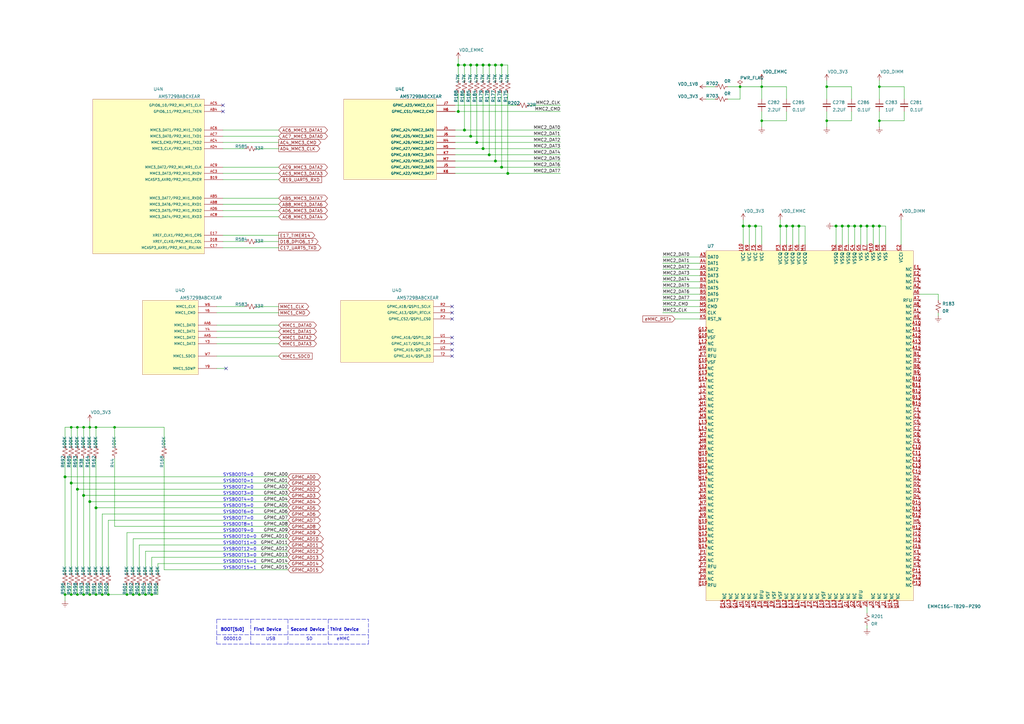
<source format=kicad_sch>
(kicad_sch (version 20210126) (generator eeschema)
  (paper "A3")
  (title_block (title "BeagleBone AI AM57x") (date "2021-01-15") (rev "Kicad-A1") (company "KiCad Services Corporation"))
  (lib_symbols
    (symbol "Device:C_Small" (pin_numbers hide) (pin_names (offset 0.254) hide)
      (property "Reference" "C" (at 0.254 1.778 0))
      (property "Value" "C_Small" (at 0.254 -2.032 0))
      (symbol "C_Small_1_1"
        (pin passive line (at 0 2.54 270) (length 2.032) (name "~") (number "1"))
        (pin passive line (at 0 -2.54 90) (length 2.032) (name "~") (number "2"))
      )
    )
    (symbol "Device:R_Small_US" (pin_numbers hide) (pin_names (offset 0.254) hide)
      (property "Reference" "R" (at 0.762 0.508 0))
      (property "Value" "R_Small_US" (at 0.762 -1.016 0))
      (symbol "R_Small_US_1_1"
        (pin passive line (at 0 2.54 270) (length 1.016) (name "~") (number "1"))
        (pin passive line (at 0 -2.54 90) (length 1.016) (name "~") (number "2"))
      )
    )
    (symbol "beaglebone-ai:AM5729BABCXEAR" (pin_names (offset 1.016))
      (property "Reference" "U" (at -19.05 44.45 0))
      (property "Value" "AM5729BABCXEAR" (at -6.35 44.45 0))
      (symbol "AM5729BABCXEAR_1_0"
        (pin passive line (at 20.32 26.67 180) (length 7.62) (name "XI_OSC0") (number "AE15"))
        (pin passive line (at 20.32 21.59 180) (length 7.62) (name "XO_OSC0") (number "AD15"))
        (pin power_in line (at 20.32 16.51 180) (length 7.62) (name "VSSA_OSC0") (number "AF15"))
        (pin passive line (at 20.32 8.89 180) (length 7.62) (name "XI_OSC1") (number "AC15"))
        (pin passive line (at 20.32 3.81 180) (length 7.62) (name "XO_OSC1") (number "AC13"))
        (pin power_in line (at 20.32 -1.27 180) (length 7.62) (name "VSSA_OSC1") (number "AC14"))
        (pin passive line (at 20.32 -8.89 180) (length 7.62) (name "PORZ") (number "F22"))
        (pin passive line (at 20.32 -16.51 180) (length 7.62) (name "RESETN") (number "E23"))
        (pin passive line (at 20.32 -21.59 180) (length 7.62) (name "RSTOUTN") (number "F23"))
        (pin passive line (at 20.32 -29.21 180) (length 7.62) (name "NMI_DSP") (number "D21"))
      )
      (symbol "AM5729BABCXEAR_2_0"
        (pin passive line (at 19.05 15.24 180) (length 7.62) (name "RTC_OSC_XI") (number "AE14"))
        (pin passive line (at 19.05 12.7 180) (length 7.62) (name "RTC_OSC_XO") (number "AD14"))
        (pin passive line (at 19.05 7.62 180) (length 7.62) (name "RTC_ISO") (number "AF14"))
        (pin passive line (at 19.05 2.54 180) (length 7.62) (name "RTC_PORZ") (number "AB17"))
        (pin passive line (at 19.05 -2.54 180) (length 7.62) (name "ON_OFF") (number "Y11"))
        (pin passive line (at 19.05 -7.62 180) (length 7.62) (name "WAKEUP0") (number "AD17"))
        (pin passive line (at 19.05 -10.16 180) (length 7.62) (name "WAKEUP1") (number "AC17"))
        (pin passive line (at 19.05 -12.7 180) (length 7.62) (name "WAKEUP2") (number "AB16"))
        (pin passive line (at 19.05 -15.24 180) (length 7.62) (name "WAKEUP3") (number "AC16"))
      )
      (symbol "AM5729BABCXEAR_3_0"
        (pin passive line (at 27.94 109.22 180) (length 7.62) (name "DDR1_RST") (number "AG21"))
        (pin passive line (at 27.94 101.6 180) (length 7.62) (name "DDR1_CK") (number "AG24"))
        (pin passive line (at 27.94 99.06 180) (length 7.62) (name "DDR1_CKN") (number "AH24"))
        (pin passive line (at 27.94 96.52 180) (length 7.62) (name "DDR1_CKE") (number "AG22"))
        (pin passive line (at 27.94 93.98 180) (length 7.62) (name "DDR1_CSN0") (number "AH23"))
        (pin passive line (at 27.94 91.44 180) (length 7.62) (name "DDR1_CASN") (number "AC18"))
        (pin passive line (at 27.94 88.9 180) (length 7.62) (name "DDR1_RASN") (number "AF20"))
        (pin passive line (at 27.94 86.36 180) (length 7.62) (name "DDR1_WEN") (number "AH21"))
        (pin passive line (at 27.94 76.2 180) (length 7.62) (name "DDR1_BA0") (number "AF17"))
        (pin passive line (at 27.94 73.66 180) (length 7.62) (name "DDR1_BA1") (number "AE18"))
        (pin passive line (at 27.94 71.12 180) (length 7.62) (name "DDR1_BA2") (number "AB18"))
        (pin passive line (at 27.94 -86.36 180) (length 7.62) (name "DDR1_DQS0") (number "AH25"))
        (pin passive line (at 27.94 -88.9 180) (length 7.62) (name "DDR1_DQS0N") (number "AG25"))
        (pin passive line (at 27.94 -91.44 180) (length 7.62) (name "DDR1_DQS1") (number "AE27"))
        (pin passive line (at 27.94 -93.98 180) (length 7.62) (name "DDR1_DQS1N") (number "AE28"))
        (pin passive line (at 27.94 -96.52 180) (length 7.62) (name "DDR1_DQS2") (number "AD27"))
        (pin passive line (at 27.94 -99.06 180) (length 7.62) (name "DDR1_DQS2N") (number "AD28"))
        (pin passive line (at 27.94 -101.6 180) (length 7.62) (name "DDR1_DQS3") (number "Y28"))
        (pin passive line (at 27.94 -104.14 180) (length 7.62) (name "DDR1_DQS3N") (number "Y27"))
        (pin passive line (at 27.94 -114.3 180) (length 7.62) (name "DDR1_ODT0") (number "AE20"))
        (pin passive line (at 27.94 68.58 180) (length 7.62) (name "DDR1_A0") (number "AD20"))
        (pin passive line (at 27.94 66.04 180) (length 7.62) (name "DDR1_A1") (number "AC19"))
        (pin passive line (at 27.94 63.5 180) (length 7.62) (name "DDR1_A2") (number "AC20"))
        (pin passive line (at 27.94 60.96 180) (length 7.62) (name "DDR1_A3") (number "AB19"))
        (pin passive line (at 27.94 58.42 180) (length 7.62) (name "DDR1_A4") (number "AF21"))
        (pin passive line (at 27.94 55.88 180) (length 7.62) (name "DDR1_A5") (number "AH22"))
        (pin passive line (at 27.94 53.34 180) (length 7.62) (name "DDR1_A6") (number "AG23"))
        (pin passive line (at 27.94 50.8 180) (length 7.62) (name "DDR1_A7") (number "AE21"))
        (pin passive line (at 27.94 48.26 180) (length 7.62) (name "DDR1_A8") (number "AF22"))
        (pin passive line (at 27.94 45.72 180) (length 7.62) (name "DDR1_A9") (number "AE22"))
        (pin passive line (at 27.94 43.18 180) (length 7.62) (name "DDR1_A10") (number "AD21"))
        (pin passive line (at 27.94 40.64 180) (length 7.62) (name "DDR1_A11") (number "AD22"))
        (pin passive line (at 27.94 38.1 180) (length 7.62) (name "DDR1_A12") (number "AC21"))
        (pin passive line (at 27.94 35.56 180) (length 7.62) (name "DDR1_A13") (number "AF18"))
        (pin passive line (at 27.94 33.02 180) (length 7.62) (name "DDR1_A14") (number "AE17"))
        (pin passive line (at 27.94 30.48 180) (length 7.62) (name "DDR1_A15") (number "AD18"))
        (pin passive line (at 27.94 20.32 180) (length 7.62) (name "DDR1_D0") (number "AF25"))
        (pin passive line (at 27.94 17.78 180) (length 7.62) (name "DDR1_D1") (number "AF26"))
        (pin passive line (at 27.94 15.24 180) (length 7.62) (name "DDR1_D2") (number "AG26"))
        (pin passive line (at 27.94 12.7 180) (length 7.62) (name "DDR1_D3") (number "AH26"))
        (pin passive line (at 27.94 10.16 180) (length 7.62) (name "DDR1_D4") (number "AF24"))
        (pin passive line (at 27.94 7.62 180) (length 7.62) (name "DDR1_D5") (number "AE24"))
        (pin passive line (at 27.94 5.08 180) (length 7.62) (name "DDR1_D6") (number "AF23"))
        (pin passive line (at 27.94 2.54 180) (length 7.62) (name "DDR1_D7") (number "AE23"))
        (pin passive line (at 27.94 0 180) (length 7.62) (name "DDR1_D8") (number "AC23"))
        (pin passive line (at 27.94 -2.54 180) (length 7.62) (name "DDR1_D9") (number "AF27"))
        (pin tri_state line (at 27.94 -5.08 180) (length 7.62) (name "DDR1_D10") (number "AG27"))
        (pin passive line (at 27.94 -7.62 180) (length 7.62) (name "DDR1_D11") (number "AF28"))
        (pin passive line (at 27.94 -10.16 180) (length 7.62) (name "DDR1_D12") (number "AE26"))
        (pin passive line (at 27.94 -12.7 180) (length 7.62) (name "DDR1_D13") (number "AC25"))
        (pin passive line (at 27.94 -15.24 180) (length 7.62) (name "DDR1_D14") (number "AC24"))
        (pin passive line (at 27.94 -17.78 180) (length 7.62) (name "DDR1_D15") (number "AD25"))
        (pin tri_state line (at 27.94 -20.32 180) (length 7.62) (name "DDR1_D16") (number "V20"))
        (pin passive line (at 27.94 -22.86 180) (length 7.62) (name "DDR1_D17") (number "W20"))
        (pin passive line (at 27.94 -25.4 180) (length 7.62) (name "DDR1_D18") (number "AB28"))
        (pin passive line (at 27.94 -27.94 180) (length 7.62) (name "DDR1_D19") (number "AC28"))
        (pin passive line (at 27.94 -30.48 180) (length 7.62) (name "DDR1_D20") (number "AC27"))
        (pin passive line (at 27.94 -33.02 180) (length 7.62) (name "DDR1_D21") (number "Y19"))
        (pin passive line (at 27.94 -35.56 180) (length 7.62) (name "DDR1_D22") (number "AB27"))
        (pin passive line (at 27.94 -38.1 180) (length 7.62) (name "DDR1_D23") (number "Y20"))
        (pin passive line (at 27.94 -40.64 180) (length 7.62) (name "DDR1_D24") (number "AA23"))
        (pin passive line (at 27.94 -43.18 180) (length 7.62) (name "DDR1_D25") (number "Y22"))
        (pin passive line (at 27.94 -45.72 180) (length 7.62) (name "DDR1_D26") (number "Y23"))
        (pin passive line (at 27.94 -48.26 180) (length 7.62) (name "DDR1_D27") (number "AA24"))
        (pin passive line (at 27.94 -50.8 180) (length 7.62) (name "DDR1_D28") (number "Y24"))
        (pin passive line (at 27.94 -53.34 180) (length 7.62) (name "DDR1_D29") (number "AA26"))
        (pin passive line (at 27.94 -55.88 180) (length 7.62) (name "DDR1_D30") (number "AA25"))
        (pin passive line (at 27.94 -58.42 180) (length 7.62) (name "DDR1_D31") (number "AA28"))
        (pin passive line (at 27.94 -68.58 180) (length 7.62) (name "DDR1_DQM0") (number "AD23"))
        (pin passive line (at 27.94 -71.12 180) (length 7.62) (name "DDR1_DQM1") (number "AB23"))
        (pin passive line (at 27.94 -73.66 180) (length 7.62) (name "DDR1_DQM2") (number "AC26"))
        (pin passive line (at 27.94 -76.2 180) (length 7.62) (name "DDR1_DQM3") (number "AA27"))
        (pin passive line (at 27.94 -121.92 180) (length 7.62) (name "DDR1_VREF") (number "Y18"))
        (pin passive line (at -25.4 -10.16 0) (length 7.62) (name "DDR1_ECC_DQSN") (number "V28"))
        (pin passive line (at -25.4 -7.62 0) (length 7.62) (name "DDR1_ECC_DQS") (number "V27"))
        (pin passive line (at -25.4 0 0) (length 7.62) (name "DDR1_ECC_DQM") (number "V26"))
        (pin passive line (at -25.4 7.62 0) (length 7.62) (name "DDR1_ECC_D7") (number "Y26"))
        (pin passive line (at -25.4 10.16 0) (length 7.62) (name "DDR1_ECC_D6") (number "V25"))
        (pin passive line (at -25.4 12.7 0) (length 7.62) (name "DDR1_ECC_D5") (number "V24"))
        (pin passive line (at -25.4 15.24 0) (length 7.62) (name "DDR1_ECC_D4") (number "Y25"))
        (pin passive line (at -25.4 17.78 0) (length 7.62) (name "DDR1_ECC_D3") (number "W23"))
        (pin passive line (at -25.4 20.32 0) (length 7.62) (name "DDR1_ECC_D2") (number "W19"))
        (pin passive line (at -25.4 22.86 0) (length 7.62) (name "DDR1_ECC_D1") (number "V23"))
        (pin passive line (at -25.4 25.4 0) (length 7.62) (name "DDR1_ECC_D0") (number "W22"))
      )
      (symbol "AM5729BABCXEAR_4_0"
        (pin passive line (at 25.4 8.89 180) (length 7.62) (name "GPMC_A18/QSPI1_SCLK") (number "R2"))
        (pin passive line (at 25.4 6.35 180) (length 7.62) (name "GPMC_A13/QSPI_RTCLK") (number "R3"))
        (pin passive line (at 25.4 3.81 180) (length 7.62) (name "GPMC_CS2/QSPI1_CS0") (number "P2"))
        (pin passive line (at 25.4 -3.81 180) (length 7.62) (name "GPMC_A16/QSPI1_D0") (number "U1"))
        (pin passive line (at 25.4 -6.35 180) (length 7.62) (name "GPMC_A17/QSPI1_D1") (number "P3"))
        (pin passive line (at 25.4 -8.89 180) (length 7.62) (name "GPMC_A15/QSPI_D2") (number "U2"))
        (pin passive line (at 25.4 -11.43 180) (length 7.62) (name "GPMC_A14/QSPI_D3") (number "T2"))
      )
      (symbol "AM5729BABCXEAR_5_0"
        (pin passive line (at 27.94 15.24 180) (length 7.62) (name "GPMC_A23/MMC2_CLK") (number "J7"))
        (pin passive line (at 27.94 12.7 180) (length 7.62) (name "GPMC_CS1/MMC2_CMD") (number "H6"))
        (pin passive line (at 27.94 5.08 180) (length 7.62) (name "GPMC_A24/MMC2_DAT0") (number "J4"))
        (pin passive line (at 27.94 2.54 180) (length 7.62) (name "GPMC_A25/MMC2_DAT1") (number "J6"))
        (pin passive line (at 27.94 0 180) (length 7.62) (name "GPMC_A26/MMC2_DAT2") (number "H4"))
        (pin passive line (at 27.94 -2.54 180) (length 7.62) (name "GPMC_A27/MMC2_DAT3") (number "H5"))
        (pin passive line (at 27.94 -5.08 180) (length 7.62) (name "GPMC_A19/MMC2_DAT4") (number "K7"))
        (pin passive line (at 27.94 -7.62 180) (length 7.62) (name "GPMC_A20/MMC2_DAT5") (number "M7"))
        (pin passive line (at 27.94 -10.16 180) (length 7.62) (name "GPMC_A21/MMC2_DAT6") (number "J5"))
        (pin passive line (at 27.94 -12.7 180) (length 7.62) (name "GPMC_A22/MMC2_DAT7") (number "K6"))
      )
      (symbol "AM5729BABCXEAR_6_0"
        (pin passive line (at 19.05 22.86 180) (length 7.62) (name "RGMII0_TXC") (number "W9"))
        (pin passive line (at 19.05 20.32 180) (length 7.62) (name "RGMII0_TXCTL") (number "V9"))
        (pin passive line (at 19.05 12.7 180) (length 7.62) (name "RGMII0_TXD0") (number "U6"))
        (pin passive line (at 19.05 10.16 180) (length 7.62) (name "RGMII0_TXD1") (number "V6"))
        (pin passive line (at 19.05 7.62 180) (length 7.62) (name "RGMII0_TXD2") (number "U7"))
        (pin passive line (at 19.05 5.08 180) (length 7.62) (name "RGMII0_TXD3") (number "V7"))
        (pin passive line (at 19.05 -2.54 180) (length 7.62) (name "RGMII0_RXC") (number "U5"))
        (pin passive line (at 19.05 -5.08 180) (length 7.62) (name "RGMII0_RXCTL") (number "V5"))
        (pin passive line (at 19.05 -12.7 180) (length 7.62) (name "RGMII0_RXD0") (number "W2"))
        (pin passive line (at 19.05 -15.24 180) (length 7.62) (name "RGMII0_RXD1") (number "Y2"))
        (pin passive line (at 19.05 -17.78 180) (length 7.62) (name "RGMII0_RXD2") (number "V3"))
        (pin passive line (at 19.05 -20.32 180) (length 7.62) (name "RGMII0_RXD3") (number "V4"))
        (pin passive line (at 19.05 -27.94 180) (length 7.62) (name "MDIO_MCLK") (number "V1"))
        (pin passive line (at 19.05 -30.48 180) (length 7.62) (name "MDIO_D") (number "U4"))
      )
      (symbol "AM5729BABCXEAR_7_0"
        (pin passive line (at 26.67 20.32 180) (length 7.62) (name "VIN2A_D12/RGMII1_TXC") (number "D5"))
        (pin passive line (at 26.67 17.78 180) (length 7.62) (name "VIN2A_D13/RGMII1_TXCTL") (number "C2"))
        (pin passive line (at 26.67 10.16 180) (length 7.62) (name "VIN2A_D17/RGMII1_TXD0") (number "D6"))
        (pin passive line (at 26.67 7.62 180) (length 7.62) (name "VIN2A_D16/RGMII1_TXD1") (number "B2"))
        (pin passive line (at 26.67 5.08 180) (length 7.62) (name "VIN2A_D15/RGMII1_TXD2") (number "C4"))
        (pin passive line (at 26.67 2.54 180) (length 7.62) (name "VIN2A_D14/RGMII1_TXD3") (number "C3"))
        (pin passive line (at 26.67 -5.08 180) (length 7.62) (name "VIN2A_D18/RGMII1_RXC") (number "C5"))
        (pin passive line (at 26.67 -7.62 180) (length 7.62) (name "VIN2A_D19/RGMII1_RXCTL") (number "A3"))
        (pin passive line (at 26.67 -15.24 180) (length 7.62) (name "VIN2A_D23/RGMII1_RXD0") (number "A4"))
        (pin passive line (at 26.67 -17.78 180) (length 7.62) (name "VIN2A_D22/RGMII1_RXD1") (number "B5"))
        (pin passive line (at 26.67 -20.32 180) (length 7.62) (name "VIN2A_D21/RGMII1_RXD2") (number "B4"))
        (pin passive line (at 26.67 -22.86 180) (length 7.62) (name "VIN2A_D20/RGMII1_RXD3") (number "B3"))
      )
      (symbol "AM5729BABCXEAR_8_0"
        (pin passive line (at 27.94 17.78 180) (length 7.62) (name "HDMI1_CLOCKX") (number "AG16"))
        (pin passive line (at 27.94 15.24 180) (length 7.62) (name "HDMI1_CLOCKY") (number "AH16"))
        (pin passive line (at 27.94 7.62 180) (length 7.62) (name "HDMI1_DATA0X") (number "AG17"))
        (pin passive line (at 27.94 5.08 180) (length 7.62) (name "HDMI1_DATA0Y") (number "AH17"))
        (pin passive line (at 27.94 2.54 180) (length 7.62) (name "HDMI1_DATA1X") (number "AG18"))
        (pin passive line (at 27.94 0 180) (length 7.62) (name "HDMI1_DATA1Y") (number "AH18"))
        (pin passive line (at 27.94 -2.54 180) (length 7.62) (name "HDMI1_DATA2X") (number "AG19"))
        (pin passive line (at 27.94 -5.08 180) (length 7.62) (name "HDMI1_DATA2Y") (number "AH19"))
        (pin passive line (at 27.94 -12.7 180) (length 7.62) (name "I2C2_SCL/HDMI1_DDC_SDA") (number "C25"))
        (pin passive line (at 27.94 -15.24 180) (length 7.62) (name "I2C2_SDA/HDMI1_DDC_SCL") (number "F17"))
        (pin passive line (at 27.94 -22.86 180) (length 7.62) (name "SPI1_CS2/HDMI_HPD") (number "B21"))
        (pin passive line (at 27.94 -25.4 180) (length 7.62) (name "SPI1_CS3/HDMI_CEC") (number "B20"))
      )
      (symbol "AM5729BABCXEAR_9_0"
        (pin passive line (at 26.67 1.27 180) (length 7.62) (name "UART2_RTSN/UART3_TXD") (number "C28"))
        (pin passive line (at 26.67 -1.27 180) (length 7.62) (name "UART2_CTSN/UART3_RXD") (number "D27"))
      )
      (symbol "AM5729BABCXEAR_10_0"
        (pin passive line (at 27.94 8.89 180) (length 7.62) (name "VIN2A_D1/PR1_UART0_TXD") (number "F3"))
        (pin passive line (at 27.94 6.35 180) (length 7.62) (name "VIN2A_D0/PR1_UART0_RXD") (number "F2"))
        (pin passive line (at 27.94 -3.81 180) (length 7.62) (name "VIN2A_D5/PR1_PRU1_R30_2") (number "F4"))
        (pin passive line (at 27.94 -13.97 180) (length 7.62) (name "RMII50MHZCLK/PR2_GPIO") (number "U3"))
      )
      (symbol "AM5729BABCXEAR_11_0"
        (pin passive line (at 30.48 1.27 180) (length 7.62) (name "UART3_TXD/PR1_MII0_MR0CLK") (number "Y1"))
        (pin passive line (at 30.48 -1.27 180) (length 7.62) (name "UART3_RXD/PR1_MII0_RXDV") (number "V2"))
      )
      (symbol "AM5729BABCXEAR_12_0"
        (pin passive line (at 30.48 11.43 180) (length 7.62) (name "VIN2A_D6/PR1_MII_MT1_CLK") (number "C1"))
        (pin passive line (at 30.48 8.89 180) (length 7.62) (name "VIN2A_D7/PR1_MII1_TXEN") (number "E4"))
        (pin passive line (at 30.48 1.27 180) (length 7.62) (name "VIN2A_D9/PR1_MII1_TXD2") (number "E6"))
        (pin passive line (at 30.48 -1.27 180) (length 7.62) (name "VIN2A_D8/PR1_MII1_TXD3") (number "F5"))
        (pin passive line (at 30.48 -8.89 180) (length 7.62) (name "VIN2A_D10/PR1_MDIO_MDCLK") (number "D3"))
        (pin passive line (at 30.48 -11.43 180) (length 7.62) (name "VIN2A_D11/PR1_MDIO_DATA") (number "F6"))
      )
      (symbol "AM5729BABCXEAR_13_0"
        (pin passive line (at 33.02 27.94 180) (length 7.62) (name "MCASP1_AXR1/PR2_MII_MT0_CLK") (number "F12"))
        (pin passive line (at 33.02 25.4 180) (length 7.62) (name "MCASP1_AXR8/PR2_MII0_TXEN") (number "B12"))
        (pin passive line (at 33.02 17.78 180) (length 7.62) (name "MCASP1_AXR12/PR2_MII0_TXD0") (number "E14"))
        (pin passive line (at 33.02 15.24 180) (length 7.62) (name "MCASP1_AXR11/PR2_MII0_TXD1") (number "A12"))
        (pin passive line (at 33.02 12.7 180) (length 7.62) (name "MCASP1_AXR10/PR2_MII0_TXD2") (number "B13"))
        (pin passive line (at 33.02 10.16 180) (length 7.62) (name "MCASP1_AXR9/PR2_MII0_TXD3") (number "A11"))
        (pin passive line (at 33.02 2.54 180) (length 7.62) (name "MCASP1_AXR13/PR2_MII_MR0_CLK") (number "A13"))
        (pin passive line (at 33.02 0 180) (length 7.62) (name "MCASP1_AXR14/PR2_MII0_RXDV") (number "G14"))
        (pin passive line (at 33.02 -2.54 180) (length 7.62) (name "MCASP1_AXR0/PR2_MII0_RXER") (number "G12"))
        (pin passive line (at 33.02 -10.16 180) (length 7.62) (name "MCASP2_AXR2/PR2_MII0_RXD0") (number "C15"))
        (pin passive line (at 33.02 -12.7 180) (length 7.62) (name "MCASP2_FSX/PR2_MII0_RXD1") (number "A18"))
        (pin passive line (at 33.02 -15.24 180) (length 7.62) (name "MCASP2_ACLKX/PR2_MII0_RXD2") (number "A19"))
        (pin passive line (at 33.02 -17.78 180) (length 7.62) (name "MCASP1_AXR15/PR2_MII0_RXD3") (number "F14"))
        (pin passive line (at 33.02 -25.4 180) (length 7.62) (name "MCASP3_ACLKX/PR2_MII0_CRS") (number "B18"))
        (pin passive line (at 33.02 -27.94 180) (length 7.62) (name "MCASP3_FSX/PR2_MII0_COL") (number "F15"))
        (pin passive line (at 33.02 -30.48 180) (length 7.62) (name "MCASP2_AXR3/PR2_MII0_RXLINK") (number "A16"))
        (pin passive line (at 33.02 -38.1 180) (length 7.62) (name "MCASP1_ACLKX/PR2_MDIO_MDCLK") (number "C14"))
        (pin passive line (at 33.02 -40.64 180) (length 7.62) (name "MCASP1_FSX/PR2_MDIO_DATA") (number "D14"))
      )
      (symbol "AM5729BABCXEAR_14_0"
        (pin passive line (at 31.75 25.4 180) (length 7.62) (name "GPIO6_10/PR2_MII_MT1_CLK") (number "AC5"))
        (pin passive line (at 31.75 22.86 180) (length 7.62) (name "GPIO6_11/PR2_MII1_TXEN") (number "AB4"))
        (pin passive line (at 31.75 15.24 180) (length 7.62) (name "MMC3_DAT1/PR2_MII1_TXD0") (number "AC6"))
        (pin passive line (at 31.75 12.7 180) (length 7.62) (name "MMC3_DAT0/PR2_MII1_TXD1") (number "AC7"))
        (pin passive line (at 31.75 10.16 180) (length 7.62) (name "MMC3_CMD/PR2_MII1_TXD2") (number "AC4"))
        (pin passive line (at 31.75 7.62 180) (length 7.62) (name "MMC3_CLK/PR2_MII1_TXD3") (number "AD4"))
        (pin passive line (at 31.75 0 180) (length 7.62) (name "MMC3_DAT2/PR2_MII_MR1_CLK") (number "AC9"))
        (pin passive line (at 31.75 -2.54 180) (length 7.62) (name "MMC3_DAT3/PR2_MII1_RXDV") (number "AC3"))
        (pin passive line (at 31.75 -5.08 180) (length 7.62) (name "MCASP3_AXR0/PR2_MII1_RXER") (number "B19"))
        (pin passive line (at 31.75 -12.7 180) (length 7.62) (name "MMC3_DAT7/PR2_MII1_RXD0") (number "AB5"))
        (pin passive line (at 31.75 -15.24 180) (length 7.62) (name "MMC3_DAT6/PR2_MII1_RXD1") (number "AB8"))
        (pin passive line (at 31.75 -17.78 180) (length 7.62) (name "MMC3_DAT5/PR2_MII1_RXD2") (number "AD6"))
        (pin passive line (at 31.75 -20.32 180) (length 7.62) (name "MMC3_DAT4/PR2_MII1_RXD3") (number "AC8"))
        (pin passive line (at 31.75 -27.94 180) (length 7.62) (name "XREF_CLK1/PR2_MII1_CRS") (number "E17"))
        (pin passive line (at 31.75 -30.48 180) (length 7.62) (name "XREF_CLK0/PR2_MII1_COL") (number "D18"))
        (pin passive line (at 31.75 -33.02 180) (length 7.62) (name "MCASP3_AXR1/PR2_MII1_RXLINK") (number "C17"))
      )
      (symbol "AM5729BABCXEAR_15_0"
        (pin passive line (at 19.05 12.7 180) (length 7.62) (name "MMC1_CLK") (number "W6"))
        (pin passive line (at 19.05 10.16 180) (length 7.62) (name "MMC1_CMD") (number "Y6"))
        (pin passive line (at 19.05 5.08 180) (length 7.62) (name "MMC1_DAT0") (number "AA6"))
        (pin passive line (at 19.05 2.54 180) (length 7.62) (name "MMC1_DAT1") (number "Y4"))
        (pin passive line (at 19.05 0 180) (length 7.62) (name "MMC1_DAT2") (number "AA5"))
        (pin passive line (at 19.05 -2.54 180) (length 7.62) (name "MMC1_DAT3") (number "Y3"))
        (pin passive line (at 19.05 -7.62 180) (length 7.62) (name "MMC1_SDCD") (number "W7"))
        (pin passive line (at 19.05 -12.7 180) (length 7.62) (name "MMC1_SDWP") (number "Y9"))
      )
      (symbol "AM5729BABCXEAR_16_0"
        (pin passive line (at 20.32 7.62 180) (length 7.62) (name "LJCB_CLKP") (number "AG15"))
        (pin passive line (at 20.32 5.08 180) (length 7.62) (name "LJCB_CLKN") (number "AH15"))
        (pin passive line (at 20.32 0 180) (length 7.62) (name "PCIE_TXP0") (number "AH14"))
        (pin passive line (at 20.32 -2.54 180) (length 7.62) (name "PCIE_TXN0") (number "AG14"))
        (pin passive line (at 20.32 -7.62 180) (length 7.62) (name "PCIE_RXP0") (number "AH13"))
        (pin passive line (at 20.32 -10.16 180) (length 7.62) (name "PCIE_RXN0") (number "AG13"))
      )
      (symbol "AM5729BABCXEAR_17_0"
        (pin passive line (at 19.05 10.16 180) (length 7.62) (name "USB1_DP") (number "AD12"))
        (pin passive line (at 19.05 7.62 180) (length 7.62) (name "USB1_DM") (number "AC12"))
        (pin passive line (at 19.05 2.54 180) (length 7.62) (name "USB1_DRVVBUS") (number "AB10"))
        (pin passive line (at 19.05 -2.54 180) (length 7.62) (name "USB_RXN0") (number "AF12"))
        (pin passive line (at 19.05 -5.08 180) (length 7.62) (name "USB_RXP0") (number "AE12"))
        (pin passive line (at 19.05 -10.16 180) (length 7.62) (name "USB_TXN0") (number "AC11"))
        (pin passive line (at 19.05 -12.7 180) (length 7.62) (name "USB_TXP0") (number "AD11"))
      )
      (symbol "AM5729BABCXEAR_18_0"
        (pin passive line (at 19.05 1.27 180) (length 7.62) (name "I2C1_SCL") (number "C20"))
        (pin passive line (at 19.05 -1.27 180) (length 7.62) (name "I2C1_SDA") (number "C21"))
      )
      (symbol "AM5729BABCXEAR_19_0"
        (pin passive line (at 15.24 10.16 180) (length 7.62) (name "TCK") (number "E20"))
        (pin passive line (at 15.24 7.62 180) (length 7.62) (name "RTCK") (number "E18"))
        (pin passive line (at 15.24 5.08 180) (length 7.62) (name "TMS") (number "F18"))
        (pin passive line (at 15.24 0 180) (length 7.62) (name "TDI") (number "D23"))
        (pin passive line (at 15.24 -2.54 180) (length 7.62) (name "TDO") (number "F19"))
        (pin passive line (at 15.24 -7.62 180) (length 7.62) (name "TRSTN") (number "D20"))
        (pin passive line (at 15.24 -12.7 180) (length 7.62) (name "EMU0") (number "G21"))
        (pin passive line (at 15.24 -15.24 180) (length 7.62) (name "EMU1") (number "D24"))
      )
      (symbol "AM5729BABCXEAR_20_0"
        (pin passive line (at 25.4 40.64 180) (length 7.62) (name "VOUT1_CLK") (number "D11"))
        (pin passive line (at 25.4 33.02 180) (length 7.62) (name "VOUT1_VSYNC") (number "E11"))
        (pin passive line (at 25.4 30.48 180) (length 7.62) (name "VOUT1_HSYNC") (number "C11"))
        (pin passive line (at 25.4 27.94 180) (length 7.62) (name "VOUT1_DE") (number "B10"))
        (pin passive line (at 25.4 20.32 180) (length 7.62) (name "VOUT1_D0") (number "F11"))
        (pin passive line (at 25.4 17.78 180) (length 7.62) (name "VOUT1_D1") (number "G10"))
        (pin passive line (at 25.4 15.24 180) (length 7.62) (name "VOUT1_D2") (number "F10"))
        (pin passive line (at 25.4 12.7 180) (length 7.62) (name "VOUT1_D3") (number "G11"))
        (pin passive line (at 25.4 10.16 180) (length 7.62) (name "VOUT1_D4") (number "E9"))
        (pin passive line (at 25.4 7.62 180) (length 7.62) (name "VOUT1_D5") (number "F9"))
        (pin passive line (at 25.4 5.08 180) (length 7.62) (name "VOUT1_D6") (number "F8"))
        (pin passive line (at 25.4 2.54 180) (length 7.62) (name "VOUT1_D7") (number "E7"))
        (pin passive line (at 25.4 0 180) (length 7.62) (name "VOUT1_D8") (number "E8"))
        (pin passive line (at 25.4 -2.54 180) (length 7.62) (name "VOUT1_D9") (number "D9"))
        (pin passive line (at 25.4 -5.08 180) (length 7.62) (name "VOUT1_D10") (number "D7"))
        (pin passive line (at 25.4 -7.62 180) (length 7.62) (name "VOUT1_D11") (number "D8"))
        (pin passive line (at 25.4 -10.16 180) (length 7.62) (name "VOUT1_D12") (number "A5"))
        (pin passive line (at 25.4 -12.7 180) (length 7.62) (name "VOUT1_D13") (number "C6"))
        (pin passive line (at 25.4 -15.24 180) (length 7.62) (name "VOUT1_D14") (number "C8"))
        (pin passive line (at 25.4 -17.78 180) (length 7.62) (name "VOUT1_D15") (number "C7"))
        (pin passive line (at 25.4 -20.32 180) (length 7.62) (name "VOUT1_D16") (number "B7"))
        (pin passive line (at 25.4 -22.86 180) (length 7.62) (name "VOUT1_D17") (number "B8"))
        (pin passive line (at 25.4 -25.4 180) (length 7.62) (name "VOUT1_D18") (number "A7"))
        (pin passive line (at 25.4 -27.94 180) (length 7.62) (name "VOUT1_D19") (number "A8"))
        (pin passive line (at 25.4 -30.48 180) (length 7.62) (name "VOUT1_D20") (number "C9"))
        (pin passive line (at 25.4 -33.02 180) (length 7.62) (name "VOUT1_D21") (number "A9"))
        (pin passive line (at 25.4 -35.56 180) (length 7.62) (name "VOUT1_D22") (number "B9"))
        (pin passive line (at 25.4 -38.1 180) (length 7.62) (name "VOUT1_D23") (number "A10"))
        (pin passive line (at 25.4 -45.72 180) (length 7.62) (name "VIN2A_D2/ECAP1_IN_PWM1") (number "D1"))
      )
      (symbol "AM5729BABCXEAR_21_0"
        (pin passive line (at 27.94 6.35 180) (length 7.62) (name "MCASP4_ACLKX/SPI3_SCLK") (number "C18"))
        (pin passive line (at 27.94 1.27 180) (length 7.62) (name "VIN1A_D15/GPIO") (number "AF4"))
        (pin passive line (at 27.94 -1.27 180) (length 7.62) (name "MCASP4_FSX/SPI3_D1") (number "A21"))
        (pin passive line (at 27.94 -6.35 180) (length 7.62) (name "MCASP4_AXR1/SPI3_CS0") (number "D17"))
      )
      (symbol "AM5729BABCXEAR_22_0"
        (pin passive line (at 33.02 87.63 180) (length 7.62) (name "GPMC_AD0/GPIO") (number "M6"))
        (pin passive line (at 33.02 85.09 180) (length 7.62) (name "GPMC_AD1/GPIO") (number "M2"))
        (pin passive line (at 33.02 82.55 180) (length 7.62) (name "GPMC_AD2/GPIO") (number "L5"))
        (pin passive line (at 33.02 80.01 180) (length 7.62) (name "GPMC_AD3/GPIO") (number "M1"))
        (pin passive line (at 33.02 77.47 180) (length 7.62) (name "GPMC_AD4/GPIO") (number "L6"))
        (pin passive line (at 33.02 74.93 180) (length 7.62) (name "GPMC_AD5/GPIO") (number "L4"))
        (pin passive line (at 33.02 72.39 180) (length 7.62) (name "GPMC_AD6/GPIO") (number "L3"))
        (pin passive line (at 33.02 69.85 180) (length 7.62) (name "GPMC_AD7/GPIO") (number "L2"))
        (pin passive line (at 33.02 67.31 180) (length 7.62) (name "GPMC_AD8") (number "L1"))
        (pin passive line (at 33.02 64.77 180) (length 7.62) (name "GPMC_AD9") (number "K2"))
        (pin passive line (at 33.02 62.23 180) (length 7.62) (name "GPMC_AD10") (number "J1"))
        (pin passive line (at 33.02 59.69 180) (length 7.62) (name "GPMC_AD11") (number "J2"))
        (pin passive line (at 33.02 57.15 180) (length 7.62) (name "GPMC_AD12") (number "H1"))
        (pin passive line (at 33.02 54.61 180) (length 7.62) (name "GPMC_AD13") (number "J3"))
        (pin passive line (at 33.02 52.07 180) (length 7.62) (name "GPMC_AD14") (number "H2"))
        (pin passive line (at 33.02 49.53 180) (length 7.62) (name "GPMC_AD15") (number "H3"))
        (pin passive line (at 33.02 39.37 180) (length 7.62) (name "GPMC_CS0") (number "T1"))
        (pin passive line (at 33.02 36.83 180) (length 7.62) (name "GPMC_CS3/GPIO") (number "P1"))
        (pin passive line (at 33.02 34.29 180) (length 7.62) (name "GPMC_CLK") (number "P7"))
        (pin passive line (at 33.02 31.75 180) (length 7.62) (name "GPMC_ADVN_ALE") (number "N1"))
        (pin passive line (at 33.02 29.21 180) (length 7.62) (name "GPMC_OEN_REN") (number "M5"))
        (pin passive line (at 33.02 26.67 180) (length 7.62) (name "GPMC_WEN") (number "M3"))
        (pin passive line (at 33.02 24.13 180) (length 7.62) (name "GPMC_BEN0") (number "N6"))
        (pin passive line (at 33.02 21.59 180) (length 7.62) (name "GPMC_BEN1") (number "M4"))
        (pin passive line (at 33.02 19.05 180) (length 7.62) (name "GPMC_WAIT0") (number "N2"))
        (pin passive line (at 33.02 6.35 180) (length 7.62) (name "MCASP1_ACLKR") (number "B14"))
        (pin passive line (at 33.02 3.81 180) (length 7.62) (name "MCASP1_FSR") (number "J14"))
        (pin passive line (at 33.02 1.27 180) (length 7.62) (name "MCASP1_AXR2") (number "G13"))
        (pin passive line (at 33.02 -1.27 180) (length 7.62) (name "MCASP1_AXR3") (number "J11"))
        (pin passive line (at 33.02 -3.81 180) (length 7.62) (name "MCASP1_AXR4") (number "E12"))
        (pin passive line (at 33.02 -6.35 180) (length 7.62) (name "MCASP1_AXR5") (number "F13"))
        (pin passive line (at 33.02 -8.89 180) (length 7.62) (name "MCASP1_AXR6") (number "C12"))
        (pin passive line (at 33.02 -11.43 180) (length 7.62) (name "MCASP1_AXR7") (number "D12"))
        (pin passive line (at 33.02 -24.13 180) (length 7.62) (name "MCASP2_ACLKR") (number "E15"))
        (pin passive line (at 33.02 -26.67 180) (length 7.62) (name "MCASP2_FSR") (number "A20"))
        (pin passive line (at 33.02 -29.21 180) (length 7.62) (name "MCASP2_AXR0") (number "B15"))
        (pin passive line (at 33.02 -31.75 180) (length 7.62) (name "MCASP2_AXR1") (number "A15"))
        (pin passive line (at 33.02 -34.29 180) (length 7.62) (name "MCASP2_AXR4") (number "D15"))
        (pin passive line (at 33.02 -36.83 180) (length 7.62) (name "MCASP2_AXR5") (number "B16"))
        (pin passive line (at 33.02 -39.37 180) (length 7.62) (name "MCASP2_AXR6") (number "B17"))
        (pin passive line (at 33.02 -41.91 180) (length 7.62) (name "MCASP2_AXR7") (number "A17"))
        (pin passive line (at 33.02 -44.45 180) (length 7.62) (name "MCASP5_AXR0/GPIO") (number "AB3"))
        (pin passive line (at 33.02 -46.99 180) (length 7.62) (name "MCASP5_AXR1/GPIO") (number "AA4"))
        (pin passive line (at 33.02 -49.53 180) (length 7.62) (name "PCIE_TXP1") (number "AH12"))
        (pin passive line (at 33.02 -52.07 180) (length 7.62) (name "PCIE_TXN1") (number "AG12"))
        (pin passive line (at 33.02 -54.61 180) (length 7.62) (name "PCIE_RXP1") (number "AH11"))
        (pin passive line (at 33.02 -57.15 180) (length 7.62) (name "PCIE_RXN1") (number "AG11"))
        (pin passive line (at 33.02 -59.69 180) (length 7.62) (name "GPIO6_14") (number "E21"))
        (pin passive line (at 33.02 -62.23 180) (length 7.62) (name "GPIO6_15") (number "F20"))
        (pin passive line (at 33.02 -64.77 180) (length 7.62) (name "GPIO6_16") (number "F21"))
        (pin passive line (at 33.02 -74.93 180) (length 7.62) (name "XREF_CLK2") (number "B26"))
        (pin passive line (at 33.02 -82.55 180) (length 7.62) (name "SPI1_SCLK") (number "A25"))
        (pin passive line (at 33.02 -85.09 180) (length 7.62) (name "SPI1_D0") (number "B25"))
        (pin passive line (at 33.02 -87.63 180) (length 7.62) (name "SPI1_D1") (number "F16"))
        (pin passive line (at 33.02 -90.17 180) (length 7.62) (name "SPI1_CS0") (number "A24"))
        (pin passive line (at 33.02 -92.71 180) (length 7.62) (name "SPI1_CS1") (number "A22"))
        (pin passive line (at -35.56 -92.71 0) (length 7.62) (name "UART1_CTSN/GPIO") (number "E25"))
        (pin passive line (at -35.56 -90.17 0) (length 7.62) (name "UART1_RTSN/GPIO") (number "C27"))
        (pin passive line (at -35.56 -87.63 0) (length 7.62) (name "UART1_RXD/GPIO") (number "B27"))
        (pin passive line (at -35.56 -85.09 0) (length 7.62) (name "UART1_TXD/GPIO") (number "C26"))
        (pin passive line (at -35.56 -74.93 0) (length 7.62) (name "VIN1B_CLK1") (number "AH7"))
        (pin passive line (at -35.56 -72.39 0) (length 7.62) (name "MCASP4_AXR0/SPI3_D0") (number "G16"))
        (pin passive line (at -35.56 -62.23 0) (length 7.62) (name "VIN2A_D4") (number "D2"))
        (pin passive line (at -35.56 -59.69 0) (length 7.62) (name "VIN2A_D3") (number "E2"))
        (pin passive line (at -35.56 -46.99 0) (length 7.62) (name "VIN2A_VSYNC0") (number "G6"))
        (pin passive line (at -35.56 -44.45 0) (length 7.62) (name "VIN2A_HSYNC0") (number "G1"))
        (pin passive line (at -35.56 -41.91 0) (length 7.62) (name "VIN2A_FLD0") (number "H7"))
        (pin passive line (at -35.56 -39.37 0) (length 7.62) (name "VIN2A_DE0") (number "G2"))
        (pin passive line (at -35.56 -36.83 0) (length 7.62) (name "VIN2A_CLK0") (number "E1"))
        (pin passive line (at -35.56 -24.13 0) (length 7.62) (name "VOUT1_FLD") (number "B11"))
        (pin passive line (at -35.56 -21.59 0) (length 7.62) (name "VIN1A_FLD0") (number "AF9"))
        (pin passive line (at -35.56 -19.05 0) (length 7.62) (name "VIN1A_DE0") (number "AD9"))
        (pin passive line (at -35.56 -16.51 0) (length 7.62) (name "VIN1A_VSYNC0") (number "AF8"))
        (pin passive line (at -35.56 -13.97 0) (length 7.62) (name "VIN1A_HSYNC0") (number "AE9"))
        (pin passive line (at -35.56 -11.43 0) (length 7.62) (name "VIN1A_CLK0") (number "AG8"))
        (pin passive line (at -35.56 8.89 0) (length 7.62) (name "VIN1A_D23") (number "AD3"))
        (pin passive line (at -35.56 11.43 0) (length 7.62) (name "VIN1A_D22") (number "AD2"))
        (pin passive line (at -35.56 13.97 0) (length 7.62) (name "VIN1A_D21") (number "AE6"))
        (pin passive line (at -35.56 16.51 0) (length 7.62) (name "VIN1A_D20") (number "AE2"))
        (pin passive line (at -35.56 19.05 0) (length 7.62) (name "VIN1A_D19") (number "AE1"))
        (pin passive line (at -35.56 21.59 0) (length 7.62) (name "VIN1A_D18") (number "AE5"))
        (pin passive line (at -35.56 24.13 0) (length 7.62) (name "VIN1A_D17") (number "AE3"))
        (pin passive line (at -35.56 26.67 0) (length 7.62) (name "VIN1A_D16") (number "AF1"))
        (pin passive line (at -35.56 29.21 0) (length 7.62) (name "VIN1A_D14") (number "AF3"))
        (pin passive line (at -35.56 31.75 0) (length 7.62) (name "VIN1A_D13") (number "AF6"))
        (pin passive line (at -35.56 34.29 0) (length 7.62) (name "VIN1A_D11") (number "AG5"))
        (pin passive line (at -35.56 36.83 0) (length 7.62) (name "VIN1A_D10") (number "AG3"))
        (pin passive line (at -35.56 39.37 0) (length 7.62) (name "VIN1A_D9") (number "AG2"))
        (pin passive line (at -35.56 41.91 0) (length 7.62) (name "VIN1A_D8") (number "AG4"))
        (pin passive line (at -35.56 44.45 0) (length 7.62) (name "VIN1A_D7") (number "AH4"))
        (pin passive line (at -35.56 46.99 0) (length 7.62) (name "VIN1A_D6") (number "AG6"))
        (pin passive line (at -35.56 49.53 0) (length 7.62) (name "VIN1A_D5") (number "AH5"))
        (pin passive line (at -35.56 52.07 0) (length 7.62) (name "VIN1A_D4") (number "AH3"))
        (pin passive line (at -35.56 54.61 0) (length 7.62) (name "VIN1A_D3") (number "AH6"))
        (pin passive line (at -35.56 57.15 0) (length 7.62) (name "VIN1A_D2") (number "AG7"))
        (pin passive line (at -35.56 59.69 0) (length 7.62) (name "VIN1A_D1") (number "AD8"))
        (pin passive line (at -35.56 62.23 0) (length 7.62) (name "VIN1A_D0") (number "AE8"))
        (pin passive line (at -35.56 64.77 0) (length 7.62) (name "SATA1_TXN0") (number "AG10"))
        (pin passive line (at -35.56 67.31 0) (length 7.62) (name "SATA1_TXP0") (number "AH10"))
        (pin passive line (at -35.56 69.85 0) (length 7.62) (name "SATA1_RXN0") (number "AH9"))
        (pin passive line (at -35.56 72.39 0) (length 7.62) (name "SATA1_RXP0") (number "AG9"))
        (pin passive line (at -35.56 74.93 0) (length 7.62) (name "MLBP_CLK_N") (number "AB2"))
        (pin passive line (at -35.56 77.47 0) (length 7.62) (name "MLBP_CLK_P") (number "AB1"))
        (pin passive line (at -35.56 80.01 0) (length 7.62) (name "MLBP_DAT_N") (number "AA2"))
        (pin passive line (at -35.56 82.55 0) (length 7.62) (name "MLBP_DAT_P") (number "AA1"))
        (pin passive line (at -35.56 85.09 0) (length 7.62) (name "MLBP_SIG_N") (number "AC2"))
        (pin passive line (at -35.56 87.63 0) (length 7.62) (name "MLBP_SIG_P") (number "AC1"))
      )
      (symbol "AM5729BABCXEAR_23_0"
        (pin passive line (at 20.32 1.27 180) (length 7.62) (name "DCAN1_TX") (number "G20"))
        (pin passive line (at 20.32 -1.27 180) (length 7.62) (name "DCAN1_RX") (number "G19"))
      )
      (symbol "AM5729BABCXEAR_24_0"
        (pin passive line (at 26.67 22.86 180) (length 7.62) (name "GPMC_A10/VIN4B_CLK1") (number "N9"))
        (pin passive line (at 26.67 15.24 180) (length 7.62) (name "GPMC_A9/VIN4B_VSYNC1_N7") (number "R4"))
        (pin passive line (at 26.67 12.7 180) (length 7.62) (name "GPMC_A8/VIN4B_HSYNC1") (number "N7"))
        (pin passive line (at 26.67 10.16 180) (length 7.62) (name "GPMC_A11/VIN4B_DE1") (number "P9"))
        (pin passive line (at 26.67 7.62 180) (length 7.62) (name "GPMC_A12/VIN4B_FLD1") (number "P4"))
        (pin passive line (at 26.67 0 180) (length 7.62) (name "GPMC_A0/VIN4B_D0") (number "R6"))
        (pin passive line (at 26.67 -2.54 180) (length 7.62) (name "GPMC_A1/VIN4B_D1") (number "T9"))
        (pin passive line (at 26.67 -5.08 180) (length 7.62) (name "GPMC_A2/VIN4B_D2") (number "T6"))
        (pin passive line (at 26.67 -7.62 180) (length 7.62) (name "GPMC_A3/VIN4B_D3") (number "T7"))
        (pin passive line (at 26.67 -10.16 180) (length 7.62) (name "GPMC_A4/VIN4B_D4") (number "P6"))
        (pin passive line (at 26.67 -12.7 180) (length 7.62) (name "GPMC_A5/VIN4B_D5") (number "R9"))
        (pin passive line (at 26.67 -15.24 180) (length 7.62) (name "GPMC_A6/VIN4B_D6") (number "R5"))
        (pin passive line (at 26.67 -17.78 180) (length 7.62) (name "GPMC_A7/VIN4B_D7") (number "P5"))
        (pin passive line (at 26.67 -25.4 180) (length 7.62) (name "XREF_CLK3/CLKOUT3") (number "C23"))
      )
      (symbol "AM5729BABCXEAR_25_0"
        (pin power_in line (at -80.01 158.75 270) (length 7.62) (name "VDD@1") (number "H13"))
        (pin power_in line (at -77.47 158.75 270) (length 7.62) (name "VDD@2") (number "H14"))
        (pin power_in line (at -74.93 158.75 270) (length 7.62) (name "VDD@3") (number "J17"))
        (pin power_in line (at -72.39 158.75 270) (length 7.62) (name "VDD@4") (number "J18"))
        (pin power_in line (at -69.85 158.75 270) (length 7.62) (name "VDD@5") (number "L7"))
        (pin power_in line (at -67.31 158.75 270) (length 7.62) (name "VDD@6") (number "L8"))
        (pin power_in line (at -64.77 158.75 270) (length 7.62) (name "VDD@7") (number "N10"))
        (pin power_in line (at -62.23 158.75 270) (length 7.62) (name "VDD@8") (number "N13"))
        (pin power_in line (at -59.69 158.75 270) (length 7.62) (name "VDD@9") (number "P11"))
        (pin power_in line (at -57.15 158.75 270) (length 7.62) (name "VDD@10") (number "P12"))
        (pin power_in line (at -54.61 158.75 270) (length 7.62) (name "VDD@11") (number "P13"))
        (pin power_in line (at -52.07 158.75 270) (length 7.62) (name "VDD@12") (number "R11"))
        (pin power_in line (at -49.53 158.75 270) (length 7.62) (name "VDD@13") (number "R16"))
        (pin power_in line (at -46.99 158.75 270) (length 7.62) (name "VDD@14") (number "R19"))
        (pin power_in line (at -44.45 158.75 270) (length 7.62) (name "VDD@15") (number "T13"))
        (pin power_in line (at -41.91 158.75 270) (length 7.62) (name "VDD@16") (number "T16"))
        (pin power_in line (at -39.37 158.75 270) (length 7.62) (name "VDD@17") (number "T19"))
        (pin power_in line (at -36.83 158.75 270) (length 7.62) (name "VDD@18") (number "U8"))
        (pin power_in line (at -34.29 158.75 270) (length 7.62) (name "VDD@19") (number "U9"))
        (pin power_in line (at -31.75 158.75 270) (length 7.62) (name "VDD@20") (number "U13"))
        (pin power_in line (at -29.21 158.75 270) (length 7.62) (name "VDD@21") (number "U16"))
        (pin power_in line (at -26.67 158.75 270) (length 7.62) (name "VDD@22") (number "V8"))
        (pin power_in line (at -24.13 158.75 270) (length 7.62) (name "VDD@23") (number "V16"))
        (pin power_in line (at -6.35 158.75 270) (length 7.62) (name "VDD_IVA@1") (number "U18"))
        (pin power_in line (at -3.81 158.75 270) (length 7.62) (name "VDD_IVA@2") (number "U19"))
        (pin power_in line (at -1.27 158.75 270) (length 7.62) (name "VDD_IVA@3") (number "V18"))
        (pin power_in line (at 1.27 158.75 270) (length 7.62) (name "VDD_IVA@4") (number "V19"))
        (pin power_in line (at 16.51 158.75 270) (length 7.62) (name "VDD_MPU@1") (number "K17"))
        (pin power_in line (at 19.05 158.75 270) (length 7.62) (name "VDD_MPU@2") (number "K18"))
        (pin power_in line (at 21.59 158.75 270) (length 7.62) (name "VDD_MPU@3") (number "L15"))
        (pin power_in line (at 24.13 158.75 270) (length 7.62) (name "VDD_MPU@4") (number "L16"))
        (pin power_in line (at 26.67 158.75 270) (length 7.62) (name "VDD_MPU@5") (number "L17"))
        (pin power_in line (at 29.21 158.75 270) (length 7.62) (name "VDD_MPU@6") (number "L18"))
        (pin power_in line (at 31.75 158.75 270) (length 7.62) (name "VDD_MPU@7") (number "L19"))
        (pin power_in line (at 34.29 158.75 270) (length 7.62) (name "VDD_MPU@8") (number "M15"))
        (pin power_in line (at 36.83 158.75 270) (length 7.62) (name "VDD_MPU@9") (number "M16"))
        (pin power_in line (at 39.37 158.75 270) (length 7.62) (name "VDD_MPU@10") (number "M17"))
        (pin power_in line (at 41.91 158.75 270) (length 7.62) (name "VDD_MPU@11") (number "M18"))
        (pin power_in line (at 44.45 158.75 270) (length 7.62) (name "VDD_MPU@12") (number "N17"))
        (pin power_in line (at 46.99 158.75 270) (length 7.62) (name "VDD_MPU@13") (number "N18"))
        (pin power_in line (at 49.53 158.75 270) (length 7.62) (name "VDD_MPU@14") (number "P17"))
        (pin power_in line (at 52.07 158.75 270) (length 7.62) (name "VDD_MPU@15") (number "P18"))
        (pin power_in line (at 54.61 158.75 270) (length 7.62) (name "VDD_MPU@16") (number "R18"))
        (pin power_in line (at 72.39 158.75 270) (length 7.62) (name "VDD_DSPEVE@1") (number "J13"))
        (pin power_in line (at 74.93 158.75 270) (length 7.62) (name "VDD_DSPEVE@2") (number "K10"))
        (pin power_in line (at 77.47 158.75 270) (length 7.62) (name "VDD_DSPEVE@3") (number "K11"))
        (pin power_in line (at 80.01 158.75 270) (length 7.62) (name "VDD_DSPEVE@4") (number "K12"))
        (pin power_in line (at 82.55 158.75 270) (length 7.62) (name "VDD_DSPEVE@5") (number "K13"))
        (pin power_in line (at 85.09 158.75 270) (length 7.62) (name "VDD_DSPEVE@6") (number "L10"))
        (pin power_in line (at 87.63 158.75 270) (length 7.62) (name "VDD_DSPEVE@7") (number "L11"))
        (pin power_in line (at 90.17 158.75 270) (length 7.62) (name "VDD_DSPEVE@8") (number "L12"))
        (pin power_in line (at 92.71 158.75 270) (length 7.62) (name "VDD_DSPEVE@9") (number "M10"))
        (pin power_in line (at 95.25 158.75 270) (length 7.62) (name "VDD_DSPEVE@10") (number "M11"))
        (pin power_in line (at 97.79 158.75 270) (length 7.62) (name "VDD_DSPEVE@11") (number "M12"))
        (pin power_in line (at 100.33 158.75 270) (length 7.62) (name "VDD_DSPEVE@12") (number "M13"))
        (pin passive line (at 118.11 158.75 270) (length 7.62) (name "RSVA27") (number "A27"))
        (pin passive line (at 120.65 158.75 270) (length 7.62) (name "RSVK14") (number "K14"))
        (pin passive line (at 123.19 158.75 270) (length 7.62) (name "RSVY5") (number "Y5"))
        (pin passive line (at 125.73 158.75 270) (length 7.62) (name "RSVY10") (number "Y10"))
        (pin passive line (at 128.27 158.75 270) (length 7.62) (name "RSVB28") (number "B28"))
        (pin passive line (at 163.83 148.59 180) (length 7.62) (name "CAP_VDDRAM_DSPEVE1") (number "J10"))
        (pin passive line (at 163.83 146.05 180) (length 7.62) (name "CAP_VDDRAM_DSPEVE2") (number "J9"))
        (pin passive line (at 163.83 143.51 180) (length 7.62) (name "CAP_VBBLDO_MPU") (number "J16"))
        (pin passive line (at 163.83 140.97 180) (length 7.62) (name "CAP_VDDRAM_CORE2") (number "J19"))
        (pin passive line (at 163.83 138.43 180) (length 7.62) (name "CAP_VBBLDO_DSPEVE") (number "K9"))
        (pin passive line (at 163.83 135.89 180) (length 7.62) (name "CAP_VDDRAM_MPU1") (number "K16"))
        (pin passive line (at 163.83 133.35 180) (length 7.62) (name "CAP_VDDRAM_MPU2") (number "K19"))
        (pin passive line (at 163.83 130.81 180) (length 7.62) (name "CAP_VDDRAM_CORE1") (number "L9"))
        (pin passive line (at 163.83 128.27 180) (length 7.62) (name "CAP_VDDRAM_CORE4") (number "P19"))
        (pin passive line (at 163.83 125.73 180) (length 7.62) (name "CAP_VBBLDO_IVA") (number "R20"))
        (pin passive line (at 163.83 123.19 180) (length 7.62) (name "CAP_VDDRAM_IVA") (number "T20"))
        (pin passive line (at 163.83 120.65 180) (length 7.62) (name "CAP_VDDRAM_GPU") (number "Y13"))
        (pin passive line (at 163.83 118.11 180) (length 7.62) (name "CAP_VBBLDO_GPU") (number "Y14"))
        (pin passive line (at 163.83 115.57 180) (length 7.62) (name "CAP_VDDRAM_CORE3") (number "Y15"))
        (pin passive line (at 163.83 113.03 180) (length 7.62) (name "CAP_VDDRAM_CORE5") (number "Y16"))
        (pin power_in line (at 163.83 101.6 180) (length 7.62) (name "VDDSHV1@1") (number "E3"))
        (pin power_in line (at 163.83 99.06 180) (length 7.62) (name "VDDSHV1@2") (number "E5"))
        (pin power_in line (at 163.83 96.52 180) (length 7.62) (name "VDDSHV1@3") (number "G4"))
        (pin power_in line (at 163.83 93.98 180) (length 7.62) (name "VDDSHV1@4") (number "G5"))
        (pin power_in line (at 163.83 91.44 180) (length 7.62) (name "VDDSHV1@5") (number "H8"))
        (pin power_in line (at 163.83 88.9 180) (length 7.62) (name "VDDSHV1@6") (number "H9"))
        (pin power_in line (at 163.83 72.39 180) (length 7.62) (name "VDDSHV2@1") (number "B6"))
        (pin power_in line (at 163.83 69.85 180) (length 7.62) (name "VDDSHV2@2") (number "D10"))
        (pin power_in line (at 163.83 67.31 180) (length 7.62) (name "VDDSHV2@3") (number "E10"))
        (pin power_in line (at 163.83 64.77 180) (length 7.62) (name "VDDSHV2@4") (number "H10"))
        (pin power_in line (at 163.83 62.23 180) (length 7.62) (name "VDDSHV2@5") (number "H11"))
        (pin power_in line (at 163.83 59.69 180) (length 7.62) (name "VDDSHV3@1") (number "B23"))
        (pin power_in line (at 163.83 57.15 180) (length 7.62) (name "VDDSHV3@2") (number "D16"))
        (pin power_in line (at 163.83 54.61 180) (length 7.62) (name "VDDSHV3@3") (number "D22"))
        (pin power_in line (at 163.83 52.07 180) (length 7.62) (name "VDDSHV3@4") (number "E16"))
        (pin power_in line (at 163.83 49.53 180) (length 7.62) (name "VDDSHV3@5") (number "E22"))
        (pin power_in line (at 163.83 46.99 180) (length 7.62) (name "VDDSHV3@6") (number "G15"))
        (pin power_in line (at 163.83 44.45 180) (length 7.62) (name "VDDSHV3@7") (number "H15"))
        (pin power_in line (at 163.83 41.91 180) (length 7.62) (name "VDDSHV3@8") (number "H16"))
        (pin power_in line (at 163.83 39.37 180) (length 7.62) (name "VDDSHV3@9") (number "H18"))
        (pin power_in line (at 163.83 36.83 180) (length 7.62) (name "VDDSHV3@10") (number "H19"))
        (pin power_in line (at 163.83 27.94 180) (length 7.62) (name "VDDSHV4") (number "C24"))
        (pin power_in line (at 163.83 25.4 180) (length 7.62) (name "VDDSHV5") (number "V12"))
        (pin power_in line (at 163.83 22.86 180) (length 7.62) (name "VDDSHV6@1") (number "AD5"))
        (pin power_in line (at 163.83 20.32 180) (length 7.62) (name "VDDSHV6@2") (number "AD7"))
        (pin power_in line (at 163.83 17.78 180) (length 7.62) (name "VDDSHV6@3") (number "AE7"))
        (pin power_in line (at 163.83 15.24 180) (length 7.62) (name "VDDSHV6@4") (number "AF5"))
        (pin power_in line (at 163.83 -6.35 180) (length 7.62) (name "VDDSHV7@1") (number "AB6"))
        (pin power_in line (at 163.83 -8.89 180) (length 7.62) (name "VDDSHV7@2") (number "AB7"))
        (pin power_in line (at 163.83 6.35 180) (length 7.62) (name "VDDSHV8@1") (number "W8"))
        (pin power_in line (at 163.83 3.81 180) (length 7.62) (name "VDDSHV8@2") (number "Y8"))
        (pin power_in line (at 163.83 -16.51 180) (length 7.62) (name "VDDSHV9@1") (number "U10"))
        (pin power_in line (at 163.83 -19.05 180) (length 7.62) (name "VDDSHV9@2") (number "W4"))
        (pin power_in line (at 163.83 -21.59 180) (length 7.62) (name "VDDSHV9@3") (number "W5"))
        (pin power_in line (at 163.83 -26.67 180) (length 7.62) (name "VDDSHV10@1") (number "N4"))
        (pin power_in line (at 163.83 -29.21 180) (length 7.62) (name "VDDSHV10@2") (number "N5"))
        (pin power_in line (at 163.83 -31.75 180) (length 7.62) (name "VDDSHV10@3") (number "P10"))
        (pin power_in line (at 163.83 -34.29 180) (length 7.62) (name "VDDSHV10@4") (number "R10"))
        (pin power_in line (at 163.83 -36.83 180) (length 7.62) (name "VDDSHV10@5") (number "R7"))
        (pin power_in line (at 163.83 -39.37 180) (length 7.62) (name "VDDSHV10@6") (number "T4"))
        (pin power_in line (at 163.83 -41.91 180) (length 7.62) (name "VDDSHV10@7") (number "T5"))
        (pin power_in line (at 163.83 -46.99 180) (length 7.62) (name "VDDSHV11@1") (number "J8"))
        (pin power_in line (at 163.83 -49.53 180) (length 7.62) (name "VDDSHV11@2") (number "K8"))
        (pin power_in line (at 163.83 -57.15 180) (length 7.62) (name "VDDS18V@1") (number "G18"))
        (pin power_in line (at 163.83 -59.69 180) (length 7.62) (name "VDDS18V@2") (number "H17"))
        (pin power_in line (at 163.83 -62.23 180) (length 7.62) (name "VDDS18V@3") (number "M8"))
        (pin power_in line (at 163.83 -64.77 180) (length 7.62) (name "VDDS18V@4") (number "M9"))
        (pin power_in line (at 163.83 -67.31 180) (length 7.62) (name "VDDS18V@5") (number "N8"))
        (pin power_in line (at 163.83 -69.85 180) (length 7.62) (name "VDDS18V@6") (number "P8"))
        (pin power_in line (at 163.83 -72.39 180) (length 7.62) (name "VDDS18V@7") (number "R8"))
        (pin power_in line (at 163.83 -74.93 180) (length 7.62) (name "VDDS18V@8") (number "T8"))
        (pin power_in line (at 163.83 -77.47 180) (length 7.62) (name "VDDS18V@9") (number "V21"))
        (pin power_in line (at 163.83 -80.01 180) (length 7.62) (name "VDDS18V@10") (number "V22"))
        (pin power_in line (at 163.83 -82.55 180) (length 7.62) (name "VDDS18V@11") (number "W17"))
        (pin power_in line (at 163.83 -85.09 180) (length 7.62) (name "VDDS18V@12") (number "W18"))
        (pin power_in line (at 124.46 -97.79 90) (length 7.62) (name "VSS@1") (number "AH28"))
        (pin power_in line (at 121.92 -97.79 90) (length 7.62) (name "VSS@2") (number "AH20"))
        (pin power_in line (at 119.38 -97.79 90) (length 7.62) (name "VSS@3") (number "AH8"))
        (pin power_in line (at 116.84 -97.79 90) (length 7.62) (name "VSS@4") (number "AH2"))
        (pin power_in line (at 114.3 -97.79 90) (length 7.62) (name "VSS@5") (number "AH1"))
        (pin power_in line (at 111.76 -97.79 90) (length 7.62) (name "VSS@6") (number "AG1"))
        (pin power_in line (at 109.22 -97.79 90) (length 7.62) (name "VSS@7") (number "AD24"))
        (pin power_in line (at 106.68 -97.79 90) (length 7.62) (name "VSS@8") (number "AD1"))
        (pin power_in line (at 104.14 -97.79 90) (length 7.62) (name "VSS@9") (number "AB20"))
        (pin power_in line (at 101.6 -97.79 90) (length 7.62) (name "VSS@10") (number "AB14"))
        (pin power_in line (at 99.06 -97.79 90) (length 7.62) (name "VSS@11") (number "AA20"))
        (pin power_in line (at 96.52 -97.79 90) (length 7.62) (name "VSS@12") (number "AA15"))
        (pin power_in line (at 93.98 -97.79 90) (length 7.62) (name "VSS@13") (number "AA14"))
        (pin power_in line (at 91.44 -97.79 90) (length 7.62) (name "VSS@14") (number "AA10"))
        (pin power_in line (at 88.9 -97.79 90) (length 7.62) (name "VSS@15") (number "AA9"))
        (pin power_in line (at 86.36 -97.79 90) (length 7.62) (name "VSS@16") (number "AA8"))
        (pin power_in line (at 83.82 -97.79 90) (length 7.62) (name "VSS@17") (number "W28"))
        (pin power_in line (at 81.28 -97.79 90) (length 7.62) (name "VSS@18") (number "W25"))
        (pin power_in line (at 78.74 -97.79 90) (length 7.62) (name "VSS@19") (number "W24"))
        (pin power_in line (at 76.2 -97.79 90) (length 7.62) (name "VSS@20") (number "W15"))
        (pin power_in line (at 73.66 -97.79 90) (length 7.62) (name "VSS@21") (number "W1"))
        (pin power_in line (at 71.12 -97.79 90) (length 7.62) (name "VSS@22") (number "V17"))
        (pin power_in line (at 68.58 -97.79 90) (length 7.62) (name "VSS@23") (number "V15"))
        (pin power_in line (at 66.04 -97.79 90) (length 7.62) (name "VSS@24") (number "U21"))
        (pin power_in line (at 63.5 -97.79 90) (length 7.62) (name "VSS@25") (number "U20"))
        (pin power_in line (at 60.96 -97.79 90) (length 7.62) (name "VSS@26") (number "U17"))
        (pin power_in line (at 58.42 -97.79 90) (length 7.62) (name "VSS@27") (number "U15"))
        (pin power_in line (at 55.88 -97.79 90) (length 7.62) (name "VSS@28") (number "T21"))
        (pin power_in line (at 53.34 -97.79 90) (length 7.62) (name "VSS@29") (number "T18"))
        (pin power_in line (at 50.8 -97.79 90) (length 7.62) (name "VSS@30") (number "T17"))
        (pin power_in line (at 48.26 -97.79 90) (length 7.62) (name "VSS@31") (number "T15"))
        (pin power_in line (at 45.72 -97.79 90) (length 7.62) (name "VSS@32") (number "T14"))
        (pin power_in line (at 43.18 -97.79 90) (length 7.62) (name "VSS@33") (number "T12"))
        (pin power_in line (at 40.64 -97.79 90) (length 7.62) (name "VSS@34") (number "T11"))
        (pin power_in line (at 38.1 -97.79 90) (length 7.62) (name "VSS@35") (number "T10"))
        (pin power_in line (at 35.56 -97.79 90) (length 7.62) (name "VSS@36") (number "R21"))
        (pin power_in line (at 33.02 -97.79 90) (length 7.62) (name "VSS@37") (number "R15"))
        (pin power_in line (at 30.48 -97.79 90) (length 7.62) (name "VSS@38") (number "R13"))
        (pin power_in line (at 27.94 -97.79 90) (length 7.62) (name "VSS@39") (number "R12"))
        (pin power_in line (at 25.4 -97.79 90) (length 7.62) (name "VSS@40") (number "R1"))
        (pin power_in line (at 22.86 -97.79 90) (length 7.62) (name "VSS@41") (number "P28"))
        (pin power_in line (at 20.32 -97.79 90) (length 7.62) (name "VSS@42") (number "N25"))
        (pin power_in line (at 17.78 -97.79 90) (length 7.62) (name "VSS@43") (number "N24"))
        (pin power_in line (at 15.24 -97.79 90) (length 7.62) (name "VSS@44") (number "N19"))
        (pin power_in line (at 12.7 -97.79 90) (length 7.62) (name "VSS@45") (number "N15"))
        (pin power_in line (at 10.16 -97.79 90) (length 7.62) (name "VSS@46") (number "N14"))
        (pin power_in line (at 7.62 -97.79 90) (length 7.62) (name "VSS@47") (number "M19"))
        (pin power_in line (at 5.08 -97.79 90) (length 7.62) (name "VSS@48") (number "L14"))
        (pin power_in line (at 2.54 -97.79 90) (length 7.62) (name "VSS@49") (number "L13"))
        (pin power_in line (at 0 -97.79 90) (length 7.62) (name "VSS@50") (number "K25"))
        (pin power_in line (at -2.54 -97.79 90) (length 7.62) (name "VSS@51") (number "K24"))
        (pin power_in line (at -5.08 -97.79 90) (length 7.62) (name "VSS@52") (number "K15"))
        (pin power_in line (at -7.62 -97.79 90) (length 7.62) (name "VSS@53") (number "K5"))
        (pin power_in line (at -10.16 -97.79 90) (length 7.62) (name "VSS@54") (number "K4"))
        (pin power_in line (at -12.7 -97.79 90) (length 7.62) (name "VSS@55") (number "K1"))
        (pin power_in line (at -15.24 -97.79 90) (length 7.62) (name "VSS@56") (number "J28"))
        (pin power_in line (at -17.78 -97.79 90) (length 7.62) (name "VSS@57") (number "J15"))
        (pin power_in line (at -20.32 -97.79 90) (length 7.62) (name "VSS@58") (number "J12"))
        (pin power_in line (at -22.86 -97.79 90) (length 7.62) (name "VSS@59") (number "H12"))
        (pin power_in line (at -25.4 -97.79 90) (length 7.62) (name "VSS@60") (number "G9"))
        (pin power_in line (at -27.94 -97.79 90) (length 7.62) (name "VSS@61") (number "G8"))
        (pin power_in line (at -30.48 -97.79 90) (length 7.62) (name "VSS@62") (number "G7"))
        (pin power_in line (at -33.02 -97.79 90) (length 7.62) (name "VSS@63") (number "F7"))
        (pin power_in line (at -35.56 -97.79 90) (length 7.62) (name "VSS@64") (number "F1"))
        (pin power_in line (at -38.1 -97.79 90) (length 7.62) (name "VSS@65") (number "E19"))
        (pin power_in line (at -40.64 -97.79 90) (length 7.62) (name "VSS@66") (number "E13"))
        (pin power_in line (at -43.18 -97.79 90) (length 7.62) (name "VSS@67") (number "D19"))
        (pin power_in line (at -45.72 -97.79 90) (length 7.62) (name "VSS@68") (number "D13"))
        (pin power_in line (at -48.26 -97.79 90) (length 7.62) (name "VSS@69") (number "B1"))
        (pin power_in line (at -50.8 -97.79 90) (length 7.62) (name "VSS@70") (number "A28"))
        (pin power_in line (at -53.34 -97.79 90) (length 7.62) (name "VSS@71") (number "A23"))
        (pin power_in line (at -55.88 -97.79 90) (length 7.62) (name "VSS@72") (number "A14"))
        (pin power_in line (at -58.42 -97.79 90) (length 7.62) (name "VSS@73") (number "A6"))
        (pin power_in line (at -60.96 -97.79 90) (length 7.62) (name "VSS@74") (number "A2"))
        (pin power_in line (at -63.5 -97.79 90) (length 7.62) (name "VSS@75") (number "A1"))
        (pin power_in line (at -105.41 -86.36 0) (length 7.62) (name "VDDS_DDR2@1") (number "T25"))
        (pin power_in line (at -105.41 -83.82 0) (length 7.62) (name "VDDS_DDR2@2") (number "T24"))
        (pin power_in line (at -105.41 -81.28 0) (length 7.62) (name "VDDS_DDR2@3") (number "M21"))
        (pin power_in line (at -105.41 -78.74 0) (length 7.62) (name "VDDS_DDR2@4") (number "M20"))
        (pin power_in line (at -105.41 -76.2 0) (length 7.62) (name "VDDS_DDR2@5") (number "L21"))
        (pin power_in line (at -105.41 -73.66 0) (length 7.62) (name "VDDS_DDR2@6") (number "L20"))
        (pin power_in line (at -105.41 -71.12 0) (length 7.62) (name "VDDS_DDR2@7") (number "J27"))
        (pin power_in line (at -105.41 -68.58 0) (length 7.62) (name "VDDS_DDR2@8") (number "H22"))
        (pin power_in line (at -105.41 -66.04 0) (length 7.62) (name "VDDS_DDR2@9") (number "H21"))
        (pin power_in line (at -105.41 -63.5 0) (length 7.62) (name "VDDS_DDR2@10") (number "H20"))
        (pin power_in line (at -105.41 -60.96 0) (length 7.62) (name "VDDS_DDR2@11") (number "G23"))
        (pin power_in line (at -105.41 -58.42 0) (length 7.62) (name "VDDS_DDR2@12") (number "G22"))
        (pin power_in line (at -105.41 -55.88 0) (length 7.62) (name "VDDS_DDR2@13") (number "E24"))
        (pin power_in line (at -105.41 -50.8 0) (length 7.62) (name "VDDS_DDR1@1") (number "AH27"))
        (pin power_in line (at -105.41 -48.26 0) (length 7.62) (name "VDDS_DDR1@2") (number "AG28"))
        (pin power_in line (at -105.41 -45.72 0) (length 7.62) (name "VDDS_DDR1@3") (number "AG20"))
        (pin power_in line (at -105.41 -43.18 0) (length 7.62) (name "VDDS_DDR1@4") (number "AD26"))
        (pin power_in line (at -105.41 -40.64 0) (length 7.62) (name "VDDS_DDR1@5") (number "AC22"))
        (pin power_in line (at -105.41 -38.1 0) (length 7.62) (name "VDDS_DDR1@6") (number "AB25"))
        (pin power_in line (at -105.41 -35.56 0) (length 7.62) (name "VDDS_DDR1@7") (number "AB24"))
        (pin power_in line (at -105.41 -33.02 0) (length 7.62) (name "VDDS_DDR1@8") (number "AB22"))
        (pin power_in line (at -105.41 -30.48 0) (length 7.62) (name "VDDS_DDR1@9") (number "AB21"))
        (pin power_in line (at -105.41 -27.94 0) (length 7.62) (name "VDDS_DDR1@10") (number "AA22"))
        (pin power_in line (at -105.41 -25.4 0) (length 7.62) (name "VDDS_DDR1@11") (number "AA21"))
        (pin power_in line (at -105.41 -22.86 0) (length 7.62) (name "VDDS_DDR1@12") (number "W27"))
        (pin power_in line (at -105.41 -20.32 0) (length 7.62) (name "VDDS_DDR1@13") (number "W16"))
        (pin power_in line (at -105.41 -15.24 0) (length 7.62) (name "VDDS18V_DDR2@1") (number "P21"))
        (pin power_in line (at -105.41 -12.7 0) (length 7.62) (name "VDDS18V_DDR2@2") (number "P20"))
        (pin power_in line (at -105.41 -10.16 0) (length 7.62) (name "VDDS18V_DDR2@3") (number "N21"))
        (pin power_in line (at -105.41 -7.62 0) (length 7.62) (name "VDDS18V_DDR2@4") (number "J22"))
        (pin power_in line (at -105.41 -5.08 0) (length 7.62) (name "VDDS18V_DDR2@5") (number "J21"))
        (pin power_in line (at -105.41 -2.54 0) (length 7.62) (name "VDDS18V_DDR1@1") (number "W21"))
        (pin power_in line (at -105.41 0 0) (length 7.62) (name "VDDS18V_DDR1@2") (number "Y21"))
        (pin power_in line (at -105.41 2.54 0) (length 7.62) (name "VDDS18V_DDR1@3") (number "AA19"))
        (pin power_in line (at -105.41 5.08 0) (length 7.62) (name "VDDS18V_DDR1@4") (number "AA18"))
        (pin power_in line (at -105.41 10.16 0) (length 7.62) (name "VDDA33V_USB2") (number "Y12"))
        (pin power_in line (at -105.41 12.7 0) (length 7.62) (name "VDDA33V_USB1") (number "AA12"))
        (pin power_in line (at -105.41 17.78 0) (length 7.62) (name "VDDA_USB3") (number "W12"))
        (pin power_in line (at -105.41 20.32 0) (length 7.62) (name "VDDA_USB2") (number "AB12"))
        (pin power_in line (at -105.41 22.86 0) (length 7.62) (name "VDDA_USB1") (number "AA13"))
        (pin power_in line (at -105.41 25.4 0) (length 7.62) (name "VDDA_SATA") (number "V13"))
        (pin power_in line (at -105.41 30.48 0) (length 7.62) (name "VDDA_HDMI") (number "Y17"))
        (pin power_in line (at -105.41 33.02 0) (length 7.62) (name "VDDA_PCIE1") (number "AA16"))
        (pin power_in line (at -105.41 35.56 0) (length 7.62) (name "VDDA_PCIE0") (number "AA17"))
        (pin power_in line (at -105.41 38.1 0) (length 7.62) (name "VDDA_PCIE") (number "W14"))
        (pin power_in line (at -105.41 43.18 0) (length 7.62) (name "VDDA_OSC@1") (number "AE16"))
        (pin power_in line (at -105.41 45.72 0) (length 7.62) (name "VDDA_OSC@2") (number "AD16"))
        (pin power_in line (at -105.41 50.8 0) (length 7.62) (name "VDDA_DEBUG") (number "N11"))
        (pin power_in line (at -105.41 53.34 0) (length 7.62) (name "VDDA_DSP_EVE") (number "N12"))
        (pin power_in line (at -105.41 55.88 0) (length 7.62) (name "VDDA_DDR") (number "P16"))
        (pin power_in line (at -105.41 58.42 0) (length 7.62) (name "VDDA_VIDEO") (number "P14"))
        (pin power_in line (at -105.41 60.96 0) (length 7.62) (name "VDDA_GMAC_CORE") (number "P15"))
        (pin power_in line (at -105.41 66.04 0) (length 7.62) (name "VDDA_GPU") (number "R14"))
        (pin power_in line (at -105.41 68.58 0) (length 7.62) (name "VDDA_IVA") (number "R17"))
        (pin power_in line (at -105.41 71.12 0) (length 7.62) (name "VDDA_ABE_PER") (number "M14"))
        (pin power_in line (at -105.41 73.66 0) (length 7.62) (name "VDDA_MPU") (number "N16"))
        (pin power_in line (at -105.41 78.74 0) (length 7.62) (name "VSSA_VIDEO") (number "U14"))
        (pin power_in line (at -105.41 81.28 0) (length 7.62) (name "VSSA_USB3") (number "AD10"))
        (pin power_in line (at -105.41 83.82 0) (length 7.62) (name "VSSA_USB@1") (number "AB11"))
        (pin power_in line (at -105.41 86.36 0) (length 7.62) (name "VSSA_USB@2") (number "AA11"))
        (pin power_in line (at -105.41 91.44 0) (length 7.62) (name "VSSA_SATA") (number "AE10"))
        (pin power_in line (at -105.41 96.52 0) (length 7.62) (name "VSSA_PCIE@1") (number "AE13"))
        (pin power_in line (at -105.41 99.06 0) (length 7.62) (name "VSSA_PCIE@2") (number "AD13"))
        (pin power_in line (at -105.41 104.14 0) (length 7.62) (name "VSSA_HDMI@1") (number "AE19"))
        (pin power_in line (at -105.41 106.68 0) (length 7.62) (name "VSSA_HDMI@2") (number "AD19"))
        (pin power_in line (at -105.41 111.76 0) (length 7.62) (name "VDDS_MLBP@1") (number "AA7"))
        (pin power_in line (at -105.41 114.3 0) (length 7.62) (name "VDDS_MLBP@2") (number "Y7"))
        (pin power_in line (at -105.41 119.38 0) (length 7.62) (name "VDDA_RTC") (number "AB13"))
        (pin power_in line (at -105.41 124.46 0) (length 7.62) (name "VDD_RTC") (number "AB15"))
        (pin power_in line (at -105.41 130.81 0) (length 7.62) (name "VDD_GPU@1") (number "W13"))
        (pin power_in line (at -105.41 133.35 0) (length 7.62) (name "VDD_GPU@2") (number "W11"))
        (pin power_in line (at -105.41 135.89 0) (length 7.62) (name "VDD_GPU@3") (number "W10"))
        (pin power_in line (at -105.41 138.43 0) (length 7.62) (name "VDD_GPU@4") (number "V14"))
        (pin power_in line (at -105.41 140.97 0) (length 7.62) (name "VDD_GPU@5") (number "V11"))
        (pin power_in line (at -105.41 143.51 0) (length 7.62) (name "VDD_GPU@6") (number "V10"))
        (pin power_in line (at -105.41 146.05 0) (length 7.62) (name "VDD_GPU@7") (number "U12"))
        (pin power_in line (at -105.41 148.59 0) (length 7.62) (name "VDD_GPU@8") (number "U11"))
      )
      (symbol "AM5729BABCXEAR_26_0"
        (pin passive line (at 19.05 86.36 180) (length 7.62) (name "DDR2_RST") (number "R24"))
        (pin passive line (at 19.05 83.82 180) (length 7.62) (name "DDR2_CK") (number "T28"))
        (pin passive line (at 19.05 81.28 180) (length 7.62) (name "DDR2_CKN") (number "T27"))
        (pin passive line (at 19.05 78.74 180) (length 7.62) (name "DDR2_CKE") (number "U24"))
        (pin passive line (at 19.05 76.2 180) (length 7.62) (name "DDR2_CSN0") (number "P24"))
        (pin passive line (at 19.05 73.66 180) (length 7.62) (name "DDR2_CASN") (number "U28"))
        (pin passive line (at 19.05 71.12 180) (length 7.62) (name "DDR2_RASN") (number "T23"))
        (pin passive line (at 19.05 68.58 180) (length 7.62) (name "DDR2_WEN") (number "U25"))
        (pin passive line (at 19.05 53.34 180) (length 7.62) (name "DDR2_BA0") (number "U23"))
        (pin passive line (at 19.05 50.8 180) (length 7.62) (name "DDR2_BA1") (number "U27"))
        (pin passive line (at 19.05 48.26 180) (length 7.62) (name "DDR2_BA2") (number "U26"))
        (pin passive line (at 19.05 45.72 180) (length 7.62) (name "DDR2_A0") (number "R25"))
        (pin passive line (at 19.05 43.18 180) (length 7.62) (name "DDR2_A1") (number "R26"))
        (pin passive line (at 19.05 40.64 180) (length 7.62) (name "DDR2_A2") (number "R28"))
        (pin passive line (at 19.05 38.1 180) (length 7.62) (name "DDR2_A3") (number "R27"))
        (pin passive line (at 19.05 35.56 180) (length 7.62) (name "DDR2_A4") (number "P23"))
        (pin passive line (at 19.05 33.02 180) (length 7.62) (name "DDR2_A5") (number "P22"))
        (pin passive line (at 19.05 30.48 180) (length 7.62) (name "DDR2_A6") (number "P25"))
        (pin passive line (at 19.05 27.94 180) (length 7.62) (name "DDR2_A7") (number "N20"))
        (pin passive line (at 19.05 25.4 180) (length 7.62) (name "DDR2_A8") (number "P27"))
        (pin passive line (at 19.05 22.86 180) (length 7.62) (name "DDR2_A9") (number "N27"))
        (pin passive line (at 19.05 20.32 180) (length 7.62) (name "DDR2_A10") (number "N23"))
        (pin passive line (at 19.05 17.78 180) (length 7.62) (name "DDR2_A11") (number "P26"))
        (pin passive line (at 19.05 15.24 180) (length 7.62) (name "DDR2_A12") (number "N28"))
        (pin passive line (at 19.05 12.7 180) (length 7.62) (name "DDR2_A13") (number "T22"))
        (pin passive line (at 19.05 10.16 180) (length 7.62) (name "DDR2_A14") (number "R22"))
        (pin passive line (at 19.05 7.62 180) (length 7.62) (name "DDR2_A15") (number "U22"))
        (pin passive line (at 19.05 -7.62 180) (length 7.62) (name "DDR2_D0") (number "E26"))
        (pin passive line (at 19.05 -10.16 180) (length 7.62) (name "DDR2_D1") (number "G25"))
        (pin passive line (at 19.05 -12.7 180) (length 7.62) (name "DDR2_D2") (number "F25"))
        (pin passive line (at 19.05 -15.24 180) (length 7.62) (name "DDR2_D3") (number "F24"))
        (pin passive line (at 19.05 -17.78 180) (length 7.62) (name "DDR2_D4") (number "F26"))
        (pin passive line (at 19.05 -20.32 180) (length 7.62) (name "DDR2_D5") (number "F27"))
        (pin passive line (at 19.05 -22.86 180) (length 7.62) (name "DDR2_D6") (number "E27"))
        (pin passive line (at 19.05 -25.4 180) (length 7.62) (name "DDR2_D7") (number "E28"))
        (pin passive line (at 19.05 -27.94 180) (length 7.62) (name "DDR2_D8") (number "H23"))
        (pin passive line (at 19.05 -30.48 180) (length 7.62) (name "DDR2_D9") (number "H25"))
        (pin passive line (at 19.05 -33.02 180) (length 7.62) (name "DDR2_D10") (number "H24"))
        (pin passive line (at 19.05 -35.56 180) (length 7.62) (name "DDR2_D11") (number "H26"))
        (pin passive line (at 19.05 -38.1 180) (length 7.62) (name "DDR2_D12") (number "G26"))
        (pin passive line (at 19.05 -40.64 180) (length 7.62) (name "DDR2_D13") (number "J25"))
        (pin passive line (at 19.05 -43.18 180) (length 7.62) (name "DDR2_D14") (number "J26"))
        (pin passive line (at 19.05 -45.72 180) (length 7.62) (name "DDR2_D15") (number "J24"))
        (pin passive line (at 19.05 -48.26 180) (length 7.62) (name "DDR2_D16") (number "L22"))
        (pin passive line (at 19.05 -50.8 180) (length 7.62) (name "DDR2_D17") (number "K20"))
        (pin passive line (at 19.05 -53.34 180) (length 7.62) (name "DDR2_D18") (number "K21"))
        (pin passive line (at 19.05 -55.88 180) (length 7.62) (name "DDR2_D19") (number "L23"))
        (pin passive line (at 19.05 -58.42 180) (length 7.62) (name "DDR2_D20") (number "L24"))
        (pin passive line (at 19.05 -60.96 180) (length 7.62) (name "DDR2_D21") (number "J23"))
        (pin passive line (at 19.05 -63.5 180) (length 7.62) (name "DDR2_D22") (number "K22"))
        (pin passive line (at 19.05 -66.04 180) (length 7.62) (name "DDR2_D23") (number "J20"))
        (pin passive line (at 19.05 -68.58 180) (length 7.62) (name "DDR2_D24") (number "L27"))
        (pin passive line (at 19.05 -71.12 180) (length 7.62) (name "DDR2_D25") (number "L26"))
        (pin passive line (at 19.05 -73.66 180) (length 7.62) (name "DDR2_D26") (number "L25"))
        (pin passive line (at 19.05 -76.2 180) (length 7.62) (name "DDR2_D27") (number "L28"))
        (pin passive line (at 19.05 -78.74 180) (length 7.62) (name "DDR2_D28") (number "M23"))
        (pin passive line (at 19.05 -81.28 180) (length 7.62) (name "DDR2_D29") (number "M24"))
        (pin passive line (at 19.05 -83.82 180) (length 7.62) (name "DDR2_D30") (number "M25"))
        (pin passive line (at 19.05 -86.36 180) (length 7.62) (name "DDR2_D31") (number "M26"))
        (pin passive line (at 19.05 -101.6 180) (length 7.62) (name "DDR2_DQM0") (number "F28"))
        (pin passive line (at 19.05 -104.14 180) (length 7.62) (name "DDR2_DQM1") (number "G24"))
        (pin passive line (at 19.05 -106.68 180) (length 7.62) (name "DDR2_DQM2") (number "K23"))
        (pin passive line (at 19.05 -109.22 180) (length 7.62) (name "DDR2_DQM3") (number "M22"))
        (pin passive line (at 19.05 -119.38 180) (length 7.62) (name "DDR2_DQS0") (number "G28"))
        (pin passive line (at 19.05 -121.92 180) (length 7.62) (name "DDR2_DQS0N") (number "G27"))
        (pin passive line (at 19.05 -124.46 180) (length 7.62) (name "DDR2_DQS1") (number "H27"))
        (pin passive line (at 19.05 -127 180) (length 7.62) (name "DDR2_DQS1N") (number "H28"))
        (pin passive line (at 19.05 -129.54 180) (length 7.62) (name "DDR2_DQS2") (number "K27"))
        (pin passive line (at 19.05 -132.08 180) (length 7.62) (name "DDR2_DQS2N") (number "K28"))
        (pin passive line (at 19.05 -134.62 180) (length 7.62) (name "DDR2_DQS3") (number "M28"))
        (pin passive line (at 19.05 -137.16 180) (length 7.62) (name "DDR2_DQS3N") (number "M27"))
        (pin passive line (at 19.05 -149.86 180) (length 7.62) (name "DDR2_ODT0") (number "R23"))
        (pin passive line (at 19.05 -157.48 180) (length 7.62) (name "DDR2_VREF") (number "N22"))
      )
      (symbol "AM5729BABCXEAR_27_0"
        (pin passive line (at 30.48 7.62 180) (length 7.62) (name "UART2_TXD") (number "D26"))
        (pin passive line (at 30.48 2.54 180) (length 7.62) (name "UART2_RXD") (number "D28"))
        (pin passive line (at 30.48 -2.54 180) (length 7.62) (name "MCASP5_ACLKX/PR2_PRU1_R30_1") (number "AA3"))
        (pin passive line (at 30.48 -7.62 180) (length 7.62) (name "MCASP5_FSX/PR2_PRU1_R31_2") (number "AB9"))
      )
      (symbol "AM5729BABCXEAR_28_0"
        (pin passive line (at 19.05 3.81 180) (length 7.62) (name "SPI2_SCLK") (number "A26"))
        (pin passive line (at 19.05 1.27 180) (length 7.62) (name "SPI2_D0") (number "G17"))
        (pin passive line (at 19.05 -1.27 180) (length 7.62) (name "SPI2_D1") (number "B22"))
        (pin passive line (at 19.05 -3.81 180) (length 7.62) (name "SPI2_CS0") (number "B24"))
      )
      (symbol "AM5729BABCXEAR_29_0"
        (pin passive line (at 21.59 7.62 180) (length 7.62) (name "USB2_DP") (number "AE11"))
        (pin passive line (at 21.59 2.54 180) (length 7.62) (name "USB2_DM") (number "AF11"))
        (pin passive line (at 21.59 -5.08 180) (length 7.62) (name "USB2_DRVVBUS") (number "AC10"))
        (pin passive line (at 21.59 -10.16 180) (length 7.62) (name "VIN1A_D12/GPIO") (number "AF2"))
      )
    )
    (symbol "beaglebone-ai:AM5729BABCXEAR_1" (pin_names (offset 1.016))
      (property "Reference" "U" (at -19.05 44.45 0))
      (property "Value" "AM5729BABCXEAR" (at -6.35 44.45 0))
      (symbol "AM5729BABCXEAR_1_1_0"
        (pin passive line (at 20.32 26.67 180) (length 7.62) (name "XI_OSC0") (number "AE15"))
        (pin passive line (at 20.32 21.59 180) (length 7.62) (name "XO_OSC0") (number "AD15"))
        (pin power_in line (at 20.32 16.51 180) (length 7.62) (name "VSSA_OSC0") (number "AF15"))
        (pin passive line (at 20.32 8.89 180) (length 7.62) (name "XI_OSC1") (number "AC15"))
        (pin passive line (at 20.32 3.81 180) (length 7.62) (name "XO_OSC1") (number "AC13"))
        (pin power_in line (at 20.32 -1.27 180) (length 7.62) (name "VSSA_OSC1") (number "AC14"))
        (pin passive line (at 20.32 -8.89 180) (length 7.62) (name "PORZ") (number "F22"))
        (pin passive line (at 20.32 -16.51 180) (length 7.62) (name "RESETN") (number "E23"))
        (pin passive line (at 20.32 -21.59 180) (length 7.62) (name "RSTOUTN") (number "F23"))
        (pin passive line (at 20.32 -29.21 180) (length 7.62) (name "NMI_DSP") (number "D21"))
      )
      (symbol "AM5729BABCXEAR_1_2_0"
        (pin passive line (at 19.05 15.24 180) (length 7.62) (name "RTC_OSC_XI") (number "AE14"))
        (pin passive line (at 19.05 12.7 180) (length 7.62) (name "RTC_OSC_XO") (number "AD14"))
        (pin passive line (at 19.05 7.62 180) (length 7.62) (name "RTC_ISO") (number "AF14"))
        (pin passive line (at 19.05 2.54 180) (length 7.62) (name "RTC_PORZ") (number "AB17"))
        (pin passive line (at 19.05 -2.54 180) (length 7.62) (name "ON_OFF") (number "Y11"))
        (pin passive line (at 19.05 -7.62 180) (length 7.62) (name "WAKEUP0") (number "AD17"))
        (pin passive line (at 19.05 -10.16 180) (length 7.62) (name "WAKEUP1") (number "AC17"))
        (pin passive line (at 19.05 -12.7 180) (length 7.62) (name "WAKEUP2") (number "AB16"))
        (pin passive line (at 19.05 -15.24 180) (length 7.62) (name "WAKEUP3") (number "AC16"))
      )
      (symbol "AM5729BABCXEAR_1_3_0"
        (pin passive line (at 27.94 109.22 180) (length 7.62) (name "DDR1_RST") (number "AG21"))
        (pin passive line (at 27.94 101.6 180) (length 7.62) (name "DDR1_CK") (number "AG24"))
        (pin passive line (at 27.94 99.06 180) (length 7.62) (name "DDR1_CKN") (number "AH24"))
        (pin passive line (at 27.94 96.52 180) (length 7.62) (name "DDR1_CKE") (number "AG22"))
        (pin passive line (at 27.94 93.98 180) (length 7.62) (name "DDR1_CSN0") (number "AH23"))
        (pin passive line (at 27.94 91.44 180) (length 7.62) (name "DDR1_CASN") (number "AC18"))
        (pin passive line (at 27.94 88.9 180) (length 7.62) (name "DDR1_RASN") (number "AF20"))
        (pin passive line (at 27.94 86.36 180) (length 7.62) (name "DDR1_WEN") (number "AH21"))
        (pin passive line (at 27.94 76.2 180) (length 7.62) (name "DDR1_BA0") (number "AF17"))
        (pin passive line (at 27.94 73.66 180) (length 7.62) (name "DDR1_BA1") (number "AE18"))
        (pin passive line (at 27.94 71.12 180) (length 7.62) (name "DDR1_BA2") (number "AB18"))
        (pin passive line (at 27.94 -86.36 180) (length 7.62) (name "DDR1_DQS0") (number "AH25"))
        (pin passive line (at 27.94 -88.9 180) (length 7.62) (name "DDR1_DQS0N") (number "AG25"))
        (pin passive line (at 27.94 -91.44 180) (length 7.62) (name "DDR1_DQS1") (number "AE27"))
        (pin passive line (at 27.94 -93.98 180) (length 7.62) (name "DDR1_DQS1N") (number "AE28"))
        (pin passive line (at 27.94 -96.52 180) (length 7.62) (name "DDR1_DQS2") (number "AD27"))
        (pin passive line (at 27.94 -99.06 180) (length 7.62) (name "DDR1_DQS2N") (number "AD28"))
        (pin passive line (at 27.94 -101.6 180) (length 7.62) (name "DDR1_DQS3") (number "Y28"))
        (pin passive line (at 27.94 -104.14 180) (length 7.62) (name "DDR1_DQS3N") (number "Y27"))
        (pin passive line (at 27.94 -114.3 180) (length 7.62) (name "DDR1_ODT0") (number "AE20"))
        (pin passive line (at 27.94 68.58 180) (length 7.62) (name "DDR1_A0") (number "AD20"))
        (pin passive line (at 27.94 66.04 180) (length 7.62) (name "DDR1_A1") (number "AC19"))
        (pin passive line (at 27.94 63.5 180) (length 7.62) (name "DDR1_A2") (number "AC20"))
        (pin passive line (at 27.94 60.96 180) (length 7.62) (name "DDR1_A3") (number "AB19"))
        (pin passive line (at 27.94 58.42 180) (length 7.62) (name "DDR1_A4") (number "AF21"))
        (pin passive line (at 27.94 55.88 180) (length 7.62) (name "DDR1_A5") (number "AH22"))
        (pin passive line (at 27.94 53.34 180) (length 7.62) (name "DDR1_A6") (number "AG23"))
        (pin passive line (at 27.94 50.8 180) (length 7.62) (name "DDR1_A7") (number "AE21"))
        (pin passive line (at 27.94 48.26 180) (length 7.62) (name "DDR1_A8") (number "AF22"))
        (pin passive line (at 27.94 45.72 180) (length 7.62) (name "DDR1_A9") (number "AE22"))
        (pin passive line (at 27.94 43.18 180) (length 7.62) (name "DDR1_A10") (number "AD21"))
        (pin passive line (at 27.94 40.64 180) (length 7.62) (name "DDR1_A11") (number "AD22"))
        (pin passive line (at 27.94 38.1 180) (length 7.62) (name "DDR1_A12") (number "AC21"))
        (pin passive line (at 27.94 35.56 180) (length 7.62) (name "DDR1_A13") (number "AF18"))
        (pin passive line (at 27.94 33.02 180) (length 7.62) (name "DDR1_A14") (number "AE17"))
        (pin passive line (at 27.94 30.48 180) (length 7.62) (name "DDR1_A15") (number "AD18"))
        (pin passive line (at 27.94 20.32 180) (length 7.62) (name "DDR1_D0") (number "AF25"))
        (pin passive line (at 27.94 17.78 180) (length 7.62) (name "DDR1_D1") (number "AF26"))
        (pin passive line (at 27.94 15.24 180) (length 7.62) (name "DDR1_D2") (number "AG26"))
        (pin passive line (at 27.94 12.7 180) (length 7.62) (name "DDR1_D3") (number "AH26"))
        (pin passive line (at 27.94 10.16 180) (length 7.62) (name "DDR1_D4") (number "AF24"))
        (pin passive line (at 27.94 7.62 180) (length 7.62) (name "DDR1_D5") (number "AE24"))
        (pin passive line (at 27.94 5.08 180) (length 7.62) (name "DDR1_D6") (number "AF23"))
        (pin passive line (at 27.94 2.54 180) (length 7.62) (name "DDR1_D7") (number "AE23"))
        (pin passive line (at 27.94 0 180) (length 7.62) (name "DDR1_D8") (number "AC23"))
        (pin passive line (at 27.94 -2.54 180) (length 7.62) (name "DDR1_D9") (number "AF27"))
        (pin tri_state line (at 27.94 -5.08 180) (length 7.62) (name "DDR1_D10") (number "AG27"))
        (pin passive line (at 27.94 -7.62 180) (length 7.62) (name "DDR1_D11") (number "AF28"))
        (pin passive line (at 27.94 -10.16 180) (length 7.62) (name "DDR1_D12") (number "AE26"))
        (pin passive line (at 27.94 -12.7 180) (length 7.62) (name "DDR1_D13") (number "AC25"))
        (pin passive line (at 27.94 -15.24 180) (length 7.62) (name "DDR1_D14") (number "AC24"))
        (pin passive line (at 27.94 -17.78 180) (length 7.62) (name "DDR1_D15") (number "AD25"))
        (pin tri_state line (at 27.94 -20.32 180) (length 7.62) (name "DDR1_D16") (number "V20"))
        (pin passive line (at 27.94 -22.86 180) (length 7.62) (name "DDR1_D17") (number "W20"))
        (pin passive line (at 27.94 -25.4 180) (length 7.62) (name "DDR1_D18") (number "AB28"))
        (pin passive line (at 27.94 -27.94 180) (length 7.62) (name "DDR1_D19") (number "AC28"))
        (pin passive line (at 27.94 -30.48 180) (length 7.62) (name "DDR1_D20") (number "AC27"))
        (pin passive line (at 27.94 -33.02 180) (length 7.62) (name "DDR1_D21") (number "Y19"))
        (pin passive line (at 27.94 -35.56 180) (length 7.62) (name "DDR1_D22") (number "AB27"))
        (pin passive line (at 27.94 -38.1 180) (length 7.62) (name "DDR1_D23") (number "Y20"))
        (pin passive line (at 27.94 -40.64 180) (length 7.62) (name "DDR1_D24") (number "AA23"))
        (pin passive line (at 27.94 -43.18 180) (length 7.62) (name "DDR1_D25") (number "Y22"))
        (pin passive line (at 27.94 -45.72 180) (length 7.62) (name "DDR1_D26") (number "Y23"))
        (pin passive line (at 27.94 -48.26 180) (length 7.62) (name "DDR1_D27") (number "AA24"))
        (pin passive line (at 27.94 -50.8 180) (length 7.62) (name "DDR1_D28") (number "Y24"))
        (pin passive line (at 27.94 -53.34 180) (length 7.62) (name "DDR1_D29") (number "AA26"))
        (pin passive line (at 27.94 -55.88 180) (length 7.62) (name "DDR1_D30") (number "AA25"))
        (pin passive line (at 27.94 -58.42 180) (length 7.62) (name "DDR1_D31") (number "AA28"))
        (pin passive line (at 27.94 -68.58 180) (length 7.62) (name "DDR1_DQM0") (number "AD23"))
        (pin passive line (at 27.94 -71.12 180) (length 7.62) (name "DDR1_DQM1") (number "AB23"))
        (pin passive line (at 27.94 -73.66 180) (length 7.62) (name "DDR1_DQM2") (number "AC26"))
        (pin passive line (at 27.94 -76.2 180) (length 7.62) (name "DDR1_DQM3") (number "AA27"))
        (pin passive line (at 27.94 -121.92 180) (length 7.62) (name "DDR1_VREF") (number "Y18"))
        (pin passive line (at -25.4 -10.16 0) (length 7.62) (name "DDR1_ECC_DQSN") (number "V28"))
        (pin passive line (at -25.4 -7.62 0) (length 7.62) (name "DDR1_ECC_DQS") (number "V27"))
        (pin passive line (at -25.4 0 0) (length 7.62) (name "DDR1_ECC_DQM") (number "V26"))
        (pin passive line (at -25.4 7.62 0) (length 7.62) (name "DDR1_ECC_D7") (number "Y26"))
        (pin passive line (at -25.4 10.16 0) (length 7.62) (name "DDR1_ECC_D6") (number "V25"))
        (pin passive line (at -25.4 12.7 0) (length 7.62) (name "DDR1_ECC_D5") (number "V24"))
        (pin passive line (at -25.4 15.24 0) (length 7.62) (name "DDR1_ECC_D4") (number "Y25"))
        (pin passive line (at -25.4 17.78 0) (length 7.62) (name "DDR1_ECC_D3") (number "W23"))
        (pin passive line (at -25.4 20.32 0) (length 7.62) (name "DDR1_ECC_D2") (number "W19"))
        (pin passive line (at -25.4 22.86 0) (length 7.62) (name "DDR1_ECC_D1") (number "V23"))
        (pin passive line (at -25.4 25.4 0) (length 7.62) (name "DDR1_ECC_D0") (number "W22"))
      )
      (symbol "AM5729BABCXEAR_1_4_0"
        (pin passive line (at 25.4 8.89 180) (length 7.62) (name "GPMC_A18/QSPI1_SCLK") (number "R2"))
        (pin passive line (at 25.4 6.35 180) (length 7.62) (name "GPMC_A13/QSPI_RTCLK") (number "R3"))
        (pin passive line (at 25.4 3.81 180) (length 7.62) (name "GPMC_CS2/QSPI1_CS0") (number "P2"))
        (pin passive line (at 25.4 -3.81 180) (length 7.62) (name "GPMC_A16/QSPI1_D0") (number "U1"))
        (pin passive line (at 25.4 -6.35 180) (length 7.62) (name "GPMC_A17/QSPI1_D1") (number "P3"))
        (pin passive line (at 25.4 -8.89 180) (length 7.62) (name "GPMC_A15/QSPI_D2") (number "U2"))
        (pin passive line (at 25.4 -11.43 180) (length 7.62) (name "GPMC_A14/QSPI_D3") (number "T2"))
      )
      (symbol "AM5729BABCXEAR_1_5_0"
        (pin passive line (at 27.94 15.24 180) (length 7.62) (name "GPMC_A23/MMC2_CLK") (number "J7"))
        (pin passive line (at 27.94 12.7 180) (length 7.62) (name "GPMC_CS1/MMC2_CMD") (number "H6"))
        (pin passive line (at 27.94 5.08 180) (length 7.62) (name "GPMC_A24/MMC2_DAT0") (number "J4"))
        (pin passive line (at 27.94 2.54 180) (length 7.62) (name "GPMC_A25/MMC2_DAT1") (number "J6"))
        (pin passive line (at 27.94 0 180) (length 7.62) (name "GPMC_A26/MMC2_DAT2") (number "H4"))
        (pin passive line (at 27.94 -2.54 180) (length 7.62) (name "GPMC_A27/MMC2_DAT3") (number "H5"))
        (pin passive line (at 27.94 -5.08 180) (length 7.62) (name "GPMC_A19/MMC2_DAT4") (number "K7"))
        (pin passive line (at 27.94 -7.62 180) (length 7.62) (name "GPMC_A20/MMC2_DAT5") (number "M7"))
        (pin passive line (at 27.94 -10.16 180) (length 7.62) (name "GPMC_A21/MMC2_DAT6") (number "J5"))
        (pin passive line (at 27.94 -12.7 180) (length 7.62) (name "GPMC_A22/MMC2_DAT7") (number "K6"))
      )
      (symbol "AM5729BABCXEAR_1_6_0"
        (pin passive line (at 19.05 22.86 180) (length 7.62) (name "RGMII0_TXC") (number "W9"))
        (pin passive line (at 19.05 20.32 180) (length 7.62) (name "RGMII0_TXCTL") (number "V9"))
        (pin passive line (at 19.05 12.7 180) (length 7.62) (name "RGMII0_TXD0") (number "U6"))
        (pin passive line (at 19.05 10.16 180) (length 7.62) (name "RGMII0_TXD1") (number "V6"))
        (pin passive line (at 19.05 7.62 180) (length 7.62) (name "RGMII0_TXD2") (number "U7"))
        (pin passive line (at 19.05 5.08 180) (length 7.62) (name "RGMII0_TXD3") (number "V7"))
        (pin passive line (at 19.05 -2.54 180) (length 7.62) (name "RGMII0_RXC") (number "U5"))
        (pin passive line (at 19.05 -5.08 180) (length 7.62) (name "RGMII0_RXCTL") (number "V5"))
        (pin passive line (at 19.05 -12.7 180) (length 7.62) (name "RGMII0_RXD0") (number "W2"))
        (pin passive line (at 19.05 -15.24 180) (length 7.62) (name "RGMII0_RXD1") (number "Y2"))
        (pin passive line (at 19.05 -17.78 180) (length 7.62) (name "RGMII0_RXD2") (number "V3"))
        (pin passive line (at 19.05 -20.32 180) (length 7.62) (name "RGMII0_RXD3") (number "V4"))
        (pin passive line (at 19.05 -27.94 180) (length 7.62) (name "MDIO_MCLK") (number "V1"))
        (pin passive line (at 19.05 -30.48 180) (length 7.62) (name "MDIO_D") (number "U4"))
      )
      (symbol "AM5729BABCXEAR_1_7_0"
        (pin passive line (at 26.67 20.32 180) (length 7.62) (name "VIN2A_D12/RGMII1_TXC") (number "D5"))
        (pin passive line (at 26.67 17.78 180) (length 7.62) (name "VIN2A_D13/RGMII1_TXCTL") (number "C2"))
        (pin passive line (at 26.67 10.16 180) (length 7.62) (name "VIN2A_D17/RGMII1_TXD0") (number "D6"))
        (pin passive line (at 26.67 7.62 180) (length 7.62) (name "VIN2A_D16/RGMII1_TXD1") (number "B2"))
        (pin passive line (at 26.67 5.08 180) (length 7.62) (name "VIN2A_D15/RGMII1_TXD2") (number "C4"))
        (pin passive line (at 26.67 2.54 180) (length 7.62) (name "VIN2A_D14/RGMII1_TXD3") (number "C3"))
        (pin passive line (at 26.67 -5.08 180) (length 7.62) (name "VIN2A_D18/RGMII1_RXC") (number "C5"))
        (pin passive line (at 26.67 -7.62 180) (length 7.62) (name "VIN2A_D19/RGMII1_RXCTL") (number "A3"))
        (pin passive line (at 26.67 -15.24 180) (length 7.62) (name "VIN2A_D23/RGMII1_RXD0") (number "A4"))
        (pin passive line (at 26.67 -17.78 180) (length 7.62) (name "VIN2A_D22/RGMII1_RXD1") (number "B5"))
        (pin passive line (at 26.67 -20.32 180) (length 7.62) (name "VIN2A_D21/RGMII1_RXD2") (number "B4"))
        (pin passive line (at 26.67 -22.86 180) (length 7.62) (name "VIN2A_D20/RGMII1_RXD3") (number "B3"))
      )
      (symbol "AM5729BABCXEAR_1_8_0"
        (pin passive line (at 27.94 17.78 180) (length 7.62) (name "HDMI1_CLOCKX") (number "AG16"))
        (pin passive line (at 27.94 15.24 180) (length 7.62) (name "HDMI1_CLOCKY") (number "AH16"))
        (pin passive line (at 27.94 7.62 180) (length 7.62) (name "HDMI1_DATA0X") (number "AG17"))
        (pin passive line (at 27.94 5.08 180) (length 7.62) (name "HDMI1_DATA0Y") (number "AH17"))
        (pin passive line (at 27.94 2.54 180) (length 7.62) (name "HDMI1_DATA1X") (number "AG18"))
        (pin passive line (at 27.94 0 180) (length 7.62) (name "HDMI1_DATA1Y") (number "AH18"))
        (pin passive line (at 27.94 -2.54 180) (length 7.62) (name "HDMI1_DATA2X") (number "AG19"))
        (pin passive line (at 27.94 -5.08 180) (length 7.62) (name "HDMI1_DATA2Y") (number "AH19"))
        (pin passive line (at 27.94 -12.7 180) (length 7.62) (name "I2C2_SCL/HDMI1_DDC_SDA") (number "C25"))
        (pin passive line (at 27.94 -15.24 180) (length 7.62) (name "I2C2_SDA/HDMI1_DDC_SCL") (number "F17"))
        (pin passive line (at 27.94 -22.86 180) (length 7.62) (name "SPI1_CS2/HDMI_HPD") (number "B21"))
        (pin passive line (at 27.94 -25.4 180) (length 7.62) (name "SPI1_CS3/HDMI_CEC") (number "B20"))
      )
      (symbol "AM5729BABCXEAR_1_9_0"
        (pin passive line (at 26.67 1.27 180) (length 7.62) (name "UART2_RTSN/UART3_TXD") (number "C28"))
        (pin passive line (at 26.67 -1.27 180) (length 7.62) (name "UART2_CTSN/UART3_RXD") (number "D27"))
      )
      (symbol "AM5729BABCXEAR_1_10_0"
        (pin passive line (at 27.94 8.89 180) (length 7.62) (name "VIN2A_D1/PR1_UART0_TXD") (number "F3"))
        (pin passive line (at 27.94 6.35 180) (length 7.62) (name "VIN2A_D0/PR1_UART0_RXD") (number "F2"))
        (pin passive line (at 27.94 -3.81 180) (length 7.62) (name "VIN2A_D5/PR1_PRU1_R30_2") (number "F4"))
        (pin passive line (at 27.94 -13.97 180) (length 7.62) (name "RMII50MHZCLK/PR2_GPIO") (number "U3"))
      )
      (symbol "AM5729BABCXEAR_1_11_0"
        (pin passive line (at 30.48 1.27 180) (length 7.62) (name "UART3_TXD/PR1_MII0_MR0CLK") (number "Y1"))
        (pin passive line (at 30.48 -1.27 180) (length 7.62) (name "UART3_RXD/PR1_MII0_RXDV") (number "V2"))
      )
      (symbol "AM5729BABCXEAR_1_12_0"
        (pin passive line (at 30.48 11.43 180) (length 7.62) (name "VIN2A_D6/PR1_MII_MT1_CLK") (number "C1"))
        (pin passive line (at 30.48 8.89 180) (length 7.62) (name "VIN2A_D7/PR1_MII1_TXEN") (number "E4"))
        (pin passive line (at 30.48 1.27 180) (length 7.62) (name "VIN2A_D9/PR1_MII1_TXD2") (number "E6"))
        (pin passive line (at 30.48 -1.27 180) (length 7.62) (name "VIN2A_D8/PR1_MII1_TXD3") (number "F5"))
        (pin passive line (at 30.48 -8.89 180) (length 7.62) (name "VIN2A_D10/PR1_MDIO_MDCLK") (number "D3"))
        (pin passive line (at 30.48 -11.43 180) (length 7.62) (name "VIN2A_D11/PR1_MDIO_DATA") (number "F6"))
      )
      (symbol "AM5729BABCXEAR_1_13_0"
        (pin passive line (at 33.02 27.94 180) (length 7.62) (name "MCASP1_AXR1/PR2_MII_MT0_CLK") (number "F12"))
        (pin passive line (at 33.02 25.4 180) (length 7.62) (name "MCASP1_AXR8/PR2_MII0_TXEN") (number "B12"))
        (pin passive line (at 33.02 17.78 180) (length 7.62) (name "MCASP1_AXR12/PR2_MII0_TXD0") (number "E14"))
        (pin passive line (at 33.02 15.24 180) (length 7.62) (name "MCASP1_AXR11/PR2_MII0_TXD1") (number "A12"))
        (pin passive line (at 33.02 12.7 180) (length 7.62) (name "MCASP1_AXR10/PR2_MII0_TXD2") (number "B13"))
        (pin passive line (at 33.02 10.16 180) (length 7.62) (name "MCASP1_AXR9/PR2_MII0_TXD3") (number "A11"))
        (pin passive line (at 33.02 2.54 180) (length 7.62) (name "MCASP1_AXR13/PR2_MII_MR0_CLK") (number "A13"))
        (pin passive line (at 33.02 0 180) (length 7.62) (name "MCASP1_AXR14/PR2_MII0_RXDV") (number "G14"))
        (pin passive line (at 33.02 -2.54 180) (length 7.62) (name "MCASP1_AXR0/PR2_MII0_RXER") (number "G12"))
        (pin passive line (at 33.02 -10.16 180) (length 7.62) (name "MCASP2_AXR2/PR2_MII0_RXD0") (number "C15"))
        (pin passive line (at 33.02 -12.7 180) (length 7.62) (name "MCASP2_FSX/PR2_MII0_RXD1") (number "A18"))
        (pin passive line (at 33.02 -15.24 180) (length 7.62) (name "MCASP2_ACLKX/PR2_MII0_RXD2") (number "A19"))
        (pin passive line (at 33.02 -17.78 180) (length 7.62) (name "MCASP1_AXR15/PR2_MII0_RXD3") (number "F14"))
        (pin passive line (at 33.02 -25.4 180) (length 7.62) (name "MCASP3_ACLKX/PR2_MII0_CRS") (number "B18"))
        (pin passive line (at 33.02 -27.94 180) (length 7.62) (name "MCASP3_FSX/PR2_MII0_COL") (number "F15"))
        (pin passive line (at 33.02 -30.48 180) (length 7.62) (name "MCASP2_AXR3/PR2_MII0_RXLINK") (number "A16"))
        (pin passive line (at 33.02 -38.1 180) (length 7.62) (name "MCASP1_ACLKX/PR2_MDIO_MDCLK") (number "C14"))
        (pin passive line (at 33.02 -40.64 180) (length 7.62) (name "MCASP1_FSX/PR2_MDIO_DATA") (number "D14"))
      )
      (symbol "AM5729BABCXEAR_1_14_0"
        (pin passive line (at 31.75 25.4 180) (length 7.62) (name "GPIO6_10/PR2_MII_MT1_CLK") (number "AC5"))
        (pin passive line (at 31.75 22.86 180) (length 7.62) (name "GPIO6_11/PR2_MII1_TXEN") (number "AB4"))
        (pin passive line (at 31.75 15.24 180) (length 7.62) (name "MMC3_DAT1/PR2_MII1_TXD0") (number "AC6"))
        (pin passive line (at 31.75 12.7 180) (length 7.62) (name "MMC3_DAT0/PR2_MII1_TXD1") (number "AC7"))
        (pin passive line (at 31.75 10.16 180) (length 7.62) (name "MMC3_CMD/PR2_MII1_TXD2") (number "AC4"))
        (pin passive line (at 31.75 7.62 180) (length 7.62) (name "MMC3_CLK/PR2_MII1_TXD3") (number "AD4"))
        (pin passive line (at 31.75 0 180) (length 7.62) (name "MMC3_DAT2/PR2_MII_MR1_CLK") (number "AC9"))
        (pin passive line (at 31.75 -2.54 180) (length 7.62) (name "MMC3_DAT3/PR2_MII1_RXDV") (number "AC3"))
        (pin passive line (at 31.75 -5.08 180) (length 7.62) (name "MCASP3_AXR0/PR2_MII1_RXER") (number "B19"))
        (pin passive line (at 31.75 -12.7 180) (length 7.62) (name "MMC3_DAT7/PR2_MII1_RXD0") (number "AB5"))
        (pin passive line (at 31.75 -15.24 180) (length 7.62) (name "MMC3_DAT6/PR2_MII1_RXD1") (number "AB8"))
        (pin passive line (at 31.75 -17.78 180) (length 7.62) (name "MMC3_DAT5/PR2_MII1_RXD2") (number "AD6"))
        (pin passive line (at 31.75 -20.32 180) (length 7.62) (name "MMC3_DAT4/PR2_MII1_RXD3") (number "AC8"))
        (pin passive line (at 31.75 -27.94 180) (length 7.62) (name "XREF_CLK1/PR2_MII1_CRS") (number "E17"))
        (pin passive line (at 31.75 -30.48 180) (length 7.62) (name "XREF_CLK0/PR2_MII1_COL") (number "D18"))
        (pin passive line (at 31.75 -33.02 180) (length 7.62) (name "MCASP3_AXR1/PR2_MII1_RXLINK") (number "C17"))
      )
      (symbol "AM5729BABCXEAR_1_15_0"
        (pin passive line (at 19.05 12.7 180) (length 7.62) (name "MMC1_CLK") (number "W6"))
        (pin passive line (at 19.05 10.16 180) (length 7.62) (name "MMC1_CMD") (number "Y6"))
        (pin passive line (at 19.05 5.08 180) (length 7.62) (name "MMC1_DAT0") (number "AA6"))
        (pin passive line (at 19.05 2.54 180) (length 7.62) (name "MMC1_DAT1") (number "Y4"))
        (pin passive line (at 19.05 0 180) (length 7.62) (name "MMC1_DAT2") (number "AA5"))
        (pin passive line (at 19.05 -2.54 180) (length 7.62) (name "MMC1_DAT3") (number "Y3"))
        (pin passive line (at 19.05 -7.62 180) (length 7.62) (name "MMC1_SDCD") (number "W7"))
        (pin passive line (at 19.05 -12.7 180) (length 7.62) (name "MMC1_SDWP") (number "Y9"))
      )
      (symbol "AM5729BABCXEAR_1_16_0"
        (pin passive line (at 20.32 7.62 180) (length 7.62) (name "LJCB_CLKP") (number "AG15"))
        (pin passive line (at 20.32 5.08 180) (length 7.62) (name "LJCB_CLKN") (number "AH15"))
        (pin passive line (at 20.32 0 180) (length 7.62) (name "PCIE_TXP0") (number "AH14"))
        (pin passive line (at 20.32 -2.54 180) (length 7.62) (name "PCIE_TXN0") (number "AG14"))
        (pin passive line (at 20.32 -7.62 180) (length 7.62) (name "PCIE_RXP0") (number "AH13"))
        (pin passive line (at 20.32 -10.16 180) (length 7.62) (name "PCIE_RXN0") (number "AG13"))
      )
      (symbol "AM5729BABCXEAR_1_17_0"
        (pin passive line (at 19.05 10.16 180) (length 7.62) (name "USB1_DP") (number "AD12"))
        (pin passive line (at 19.05 7.62 180) (length 7.62) (name "USB1_DM") (number "AC12"))
        (pin passive line (at 19.05 2.54 180) (length 7.62) (name "USB1_DRVVBUS") (number "AB10"))
        (pin passive line (at 19.05 -2.54 180) (length 7.62) (name "USB_RXN0") (number "AF12"))
        (pin passive line (at 19.05 -5.08 180) (length 7.62) (name "USB_RXP0") (number "AE12"))
        (pin passive line (at 19.05 -10.16 180) (length 7.62) (name "USB_TXN0") (number "AC11"))
        (pin passive line (at 19.05 -12.7 180) (length 7.62) (name "USB_TXP0") (number "AD11"))
      )
      (symbol "AM5729BABCXEAR_1_18_0"
        (pin passive line (at 19.05 1.27 180) (length 7.62) (name "I2C1_SCL") (number "C20"))
        (pin passive line (at 19.05 -1.27 180) (length 7.62) (name "I2C1_SDA") (number "C21"))
      )
      (symbol "AM5729BABCXEAR_1_19_0"
        (pin passive line (at 15.24 10.16 180) (length 7.62) (name "TCK") (number "E20"))
        (pin passive line (at 15.24 7.62 180) (length 7.62) (name "RTCK") (number "E18"))
        (pin passive line (at 15.24 5.08 180) (length 7.62) (name "TMS") (number "F18"))
        (pin passive line (at 15.24 0 180) (length 7.62) (name "TDI") (number "D23"))
        (pin passive line (at 15.24 -2.54 180) (length 7.62) (name "TDO") (number "F19"))
        (pin passive line (at 15.24 -7.62 180) (length 7.62) (name "TRSTN") (number "D20"))
        (pin passive line (at 15.24 -12.7 180) (length 7.62) (name "EMU0") (number "G21"))
        (pin passive line (at 15.24 -15.24 180) (length 7.62) (name "EMU1") (number "D24"))
      )
      (symbol "AM5729BABCXEAR_1_20_0"
        (pin passive line (at 25.4 40.64 180) (length 7.62) (name "VOUT1_CLK") (number "D11"))
        (pin passive line (at 25.4 33.02 180) (length 7.62) (name "VOUT1_VSYNC") (number "E11"))
        (pin passive line (at 25.4 30.48 180) (length 7.62) (name "VOUT1_HSYNC") (number "C11"))
        (pin passive line (at 25.4 27.94 180) (length 7.62) (name "VOUT1_DE") (number "B10"))
        (pin passive line (at 25.4 20.32 180) (length 7.62) (name "VOUT1_D0") (number "F11"))
        (pin passive line (at 25.4 17.78 180) (length 7.62) (name "VOUT1_D1") (number "G10"))
        (pin passive line (at 25.4 15.24 180) (length 7.62) (name "VOUT1_D2") (number "F10"))
        (pin passive line (at 25.4 12.7 180) (length 7.62) (name "VOUT1_D3") (number "G11"))
        (pin passive line (at 25.4 10.16 180) (length 7.62) (name "VOUT1_D4") (number "E9"))
        (pin passive line (at 25.4 7.62 180) (length 7.62) (name "VOUT1_D5") (number "F9"))
        (pin passive line (at 25.4 5.08 180) (length 7.62) (name "VOUT1_D6") (number "F8"))
        (pin passive line (at 25.4 2.54 180) (length 7.62) (name "VOUT1_D7") (number "E7"))
        (pin passive line (at 25.4 0 180) (length 7.62) (name "VOUT1_D8") (number "E8"))
        (pin passive line (at 25.4 -2.54 180) (length 7.62) (name "VOUT1_D9") (number "D9"))
        (pin passive line (at 25.4 -5.08 180) (length 7.62) (name "VOUT1_D10") (number "D7"))
        (pin passive line (at 25.4 -7.62 180) (length 7.62) (name "VOUT1_D11") (number "D8"))
        (pin passive line (at 25.4 -10.16 180) (length 7.62) (name "VOUT1_D12") (number "A5"))
        (pin passive line (at 25.4 -12.7 180) (length 7.62) (name "VOUT1_D13") (number "C6"))
        (pin passive line (at 25.4 -15.24 180) (length 7.62) (name "VOUT1_D14") (number "C8"))
        (pin passive line (at 25.4 -17.78 180) (length 7.62) (name "VOUT1_D15") (number "C7"))
        (pin passive line (at 25.4 -20.32 180) (length 7.62) (name "VOUT1_D16") (number "B7"))
        (pin passive line (at 25.4 -22.86 180) (length 7.62) (name "VOUT1_D17") (number "B8"))
        (pin passive line (at 25.4 -25.4 180) (length 7.62) (name "VOUT1_D18") (number "A7"))
        (pin passive line (at 25.4 -27.94 180) (length 7.62) (name "VOUT1_D19") (number "A8"))
        (pin passive line (at 25.4 -30.48 180) (length 7.62) (name "VOUT1_D20") (number "C9"))
        (pin passive line (at 25.4 -33.02 180) (length 7.62) (name "VOUT1_D21") (number "A9"))
        (pin passive line (at 25.4 -35.56 180) (length 7.62) (name "VOUT1_D22") (number "B9"))
        (pin passive line (at 25.4 -38.1 180) (length 7.62) (name "VOUT1_D23") (number "A10"))
        (pin passive line (at 25.4 -45.72 180) (length 7.62) (name "VIN2A_D2/ECAP1_IN_PWM1") (number "D1"))
      )
      (symbol "AM5729BABCXEAR_1_21_0"
        (pin passive line (at 27.94 6.35 180) (length 7.62) (name "MCASP4_ACLKX/SPI3_SCLK") (number "C18"))
        (pin passive line (at 27.94 1.27 180) (length 7.62) (name "VIN1A_D15/GPIO") (number "AF4"))
        (pin passive line (at 27.94 -1.27 180) (length 7.62) (name "MCASP4_FSX/SPI3_D1") (number "A21"))
        (pin passive line (at 27.94 -6.35 180) (length 7.62) (name "MCASP4_AXR1/SPI3_CS0") (number "D17"))
      )
      (symbol "AM5729BABCXEAR_1_22_0"
        (pin passive line (at 33.02 87.63 180) (length 7.62) (name "GPMC_AD0/GPIO") (number "M6"))
        (pin passive line (at 33.02 85.09 180) (length 7.62) (name "GPMC_AD1/GPIO") (number "M2"))
        (pin passive line (at 33.02 82.55 180) (length 7.62) (name "GPMC_AD2/GPIO") (number "L5"))
        (pin passive line (at 33.02 80.01 180) (length 7.62) (name "GPMC_AD3/GPIO") (number "M1"))
        (pin passive line (at 33.02 77.47 180) (length 7.62) (name "GPMC_AD4/GPIO") (number "L6"))
        (pin passive line (at 33.02 74.93 180) (length 7.62) (name "GPMC_AD5/GPIO") (number "L4"))
        (pin passive line (at 33.02 72.39 180) (length 7.62) (name "GPMC_AD6/GPIO") (number "L3"))
        (pin passive line (at 33.02 69.85 180) (length 7.62) (name "GPMC_AD7/GPIO") (number "L2"))
        (pin passive line (at 33.02 67.31 180) (length 7.62) (name "GPMC_AD8") (number "L1"))
        (pin passive line (at 33.02 64.77 180) (length 7.62) (name "GPMC_AD9") (number "K2"))
        (pin passive line (at 33.02 62.23 180) (length 7.62) (name "GPMC_AD10") (number "J1"))
        (pin passive line (at 33.02 59.69 180) (length 7.62) (name "GPMC_AD11") (number "J2"))
        (pin passive line (at 33.02 57.15 180) (length 7.62) (name "GPMC_AD12") (number "H1"))
        (pin passive line (at 33.02 54.61 180) (length 7.62) (name "GPMC_AD13") (number "J3"))
        (pin passive line (at 33.02 52.07 180) (length 7.62) (name "GPMC_AD14") (number "H2"))
        (pin passive line (at 33.02 49.53 180) (length 7.62) (name "GPMC_AD15") (number "H3"))
        (pin passive line (at 33.02 39.37 180) (length 7.62) (name "GPMC_CS0") (number "T1"))
        (pin passive line (at 33.02 36.83 180) (length 7.62) (name "GPMC_CS3/GPIO") (number "P1"))
        (pin passive line (at 33.02 34.29 180) (length 7.62) (name "GPMC_CLK") (number "P7"))
        (pin passive line (at 33.02 31.75 180) (length 7.62) (name "GPMC_ADVN_ALE") (number "N1"))
        (pin passive line (at 33.02 29.21 180) (length 7.62) (name "GPMC_OEN_REN") (number "M5"))
        (pin passive line (at 33.02 26.67 180) (length 7.62) (name "GPMC_WEN") (number "M3"))
        (pin passive line (at 33.02 24.13 180) (length 7.62) (name "GPMC_BEN0") (number "N6"))
        (pin passive line (at 33.02 21.59 180) (length 7.62) (name "GPMC_BEN1") (number "M4"))
        (pin passive line (at 33.02 19.05 180) (length 7.62) (name "GPMC_WAIT0") (number "N2"))
        (pin passive line (at 33.02 6.35 180) (length 7.62) (name "MCASP1_ACLKR") (number "B14"))
        (pin passive line (at 33.02 3.81 180) (length 7.62) (name "MCASP1_FSR") (number "J14"))
        (pin passive line (at 33.02 1.27 180) (length 7.62) (name "MCASP1_AXR2") (number "G13"))
        (pin passive line (at 33.02 -1.27 180) (length 7.62) (name "MCASP1_AXR3") (number "J11"))
        (pin passive line (at 33.02 -3.81 180) (length 7.62) (name "MCASP1_AXR4") (number "E12"))
        (pin passive line (at 33.02 -6.35 180) (length 7.62) (name "MCASP1_AXR5") (number "F13"))
        (pin passive line (at 33.02 -8.89 180) (length 7.62) (name "MCASP1_AXR6") (number "C12"))
        (pin passive line (at 33.02 -11.43 180) (length 7.62) (name "MCASP1_AXR7") (number "D12"))
        (pin passive line (at 33.02 -24.13 180) (length 7.62) (name "MCASP2_ACLKR") (number "E15"))
        (pin passive line (at 33.02 -26.67 180) (length 7.62) (name "MCASP2_FSR") (number "A20"))
        (pin passive line (at 33.02 -29.21 180) (length 7.62) (name "MCASP2_AXR0") (number "B15"))
        (pin passive line (at 33.02 -31.75 180) (length 7.62) (name "MCASP2_AXR1") (number "A15"))
        (pin passive line (at 33.02 -34.29 180) (length 7.62) (name "MCASP2_AXR4") (number "D15"))
        (pin passive line (at 33.02 -36.83 180) (length 7.62) (name "MCASP2_AXR5") (number "B16"))
        (pin passive line (at 33.02 -39.37 180) (length 7.62) (name "MCASP2_AXR6") (number "B17"))
        (pin passive line (at 33.02 -41.91 180) (length 7.62) (name "MCASP2_AXR7") (number "A17"))
        (pin passive line (at 33.02 -44.45 180) (length 7.62) (name "MCASP5_AXR0/GPIO") (number "AB3"))
        (pin passive line (at 33.02 -46.99 180) (length 7.62) (name "MCASP5_AXR1/GPIO") (number "AA4"))
        (pin passive line (at 33.02 -49.53 180) (length 7.62) (name "PCIE_TXP1") (number "AH12"))
        (pin passive line (at 33.02 -52.07 180) (length 7.62) (name "PCIE_TXN1") (number "AG12"))
        (pin passive line (at 33.02 -54.61 180) (length 7.62) (name "PCIE_RXP1") (number "AH11"))
        (pin passive line (at 33.02 -57.15 180) (length 7.62) (name "PCIE_RXN1") (number "AG11"))
        (pin passive line (at 33.02 -59.69 180) (length 7.62) (name "GPIO6_14") (number "E21"))
        (pin passive line (at 33.02 -62.23 180) (length 7.62) (name "GPIO6_15") (number "F20"))
        (pin passive line (at 33.02 -64.77 180) (length 7.62) (name "GPIO6_16") (number "F21"))
        (pin passive line (at 33.02 -74.93 180) (length 7.62) (name "XREF_CLK2") (number "B26"))
        (pin passive line (at 33.02 -82.55 180) (length 7.62) (name "SPI1_SCLK") (number "A25"))
        (pin passive line (at 33.02 -85.09 180) (length 7.62) (name "SPI1_D0") (number "B25"))
        (pin passive line (at 33.02 -87.63 180) (length 7.62) (name "SPI1_D1") (number "F16"))
        (pin passive line (at 33.02 -90.17 180) (length 7.62) (name "SPI1_CS0") (number "A24"))
        (pin passive line (at 33.02 -92.71 180) (length 7.62) (name "SPI1_CS1") (number "A22"))
        (pin passive line (at -35.56 -92.71 0) (length 7.62) (name "UART1_CTSN/GPIO") (number "E25"))
        (pin passive line (at -35.56 -90.17 0) (length 7.62) (name "UART1_RTSN/GPIO") (number "C27"))
        (pin passive line (at -35.56 -87.63 0) (length 7.62) (name "UART1_RXD/GPIO") (number "B27"))
        (pin passive line (at -35.56 -85.09 0) (length 7.62) (name "UART1_TXD/GPIO") (number "C26"))
        (pin passive line (at -35.56 -74.93 0) (length 7.62) (name "VIN1B_CLK1") (number "AH7"))
        (pin passive line (at -35.56 -72.39 0) (length 7.62) (name "MCASP4_AXR0/SPI3_D0") (number "G16"))
        (pin passive line (at -35.56 -62.23 0) (length 7.62) (name "VIN2A_D4") (number "D2"))
        (pin passive line (at -35.56 -59.69 0) (length 7.62) (name "VIN2A_D3") (number "E2"))
        (pin passive line (at -35.56 -46.99 0) (length 7.62) (name "VIN2A_VSYNC0") (number "G6"))
        (pin passive line (at -35.56 -44.45 0) (length 7.62) (name "VIN2A_HSYNC0") (number "G1"))
        (pin passive line (at -35.56 -41.91 0) (length 7.62) (name "VIN2A_FLD0") (number "H7"))
        (pin passive line (at -35.56 -39.37 0) (length 7.62) (name "VIN2A_DE0") (number "G2"))
        (pin passive line (at -35.56 -36.83 0) (length 7.62) (name "VIN2A_CLK0") (number "E1"))
        (pin passive line (at -35.56 -24.13 0) (length 7.62) (name "VOUT1_FLD") (number "B11"))
        (pin passive line (at -35.56 -21.59 0) (length 7.62) (name "VIN1A_FLD0") (number "AF9"))
        (pin passive line (at -35.56 -19.05 0) (length 7.62) (name "VIN1A_DE0") (number "AD9"))
        (pin passive line (at -35.56 -16.51 0) (length 7.62) (name "VIN1A_VSYNC0") (number "AF8"))
        (pin passive line (at -35.56 -13.97 0) (length 7.62) (name "VIN1A_HSYNC0") (number "AE9"))
        (pin passive line (at -35.56 -11.43 0) (length 7.62) (name "VIN1A_CLK0") (number "AG8"))
        (pin passive line (at -35.56 8.89 0) (length 7.62) (name "VIN1A_D23") (number "AD3"))
        (pin passive line (at -35.56 11.43 0) (length 7.62) (name "VIN1A_D22") (number "AD2"))
        (pin passive line (at -35.56 13.97 0) (length 7.62) (name "VIN1A_D21") (number "AE6"))
        (pin passive line (at -35.56 16.51 0) (length 7.62) (name "VIN1A_D20") (number "AE2"))
        (pin passive line (at -35.56 19.05 0) (length 7.62) (name "VIN1A_D19") (number "AE1"))
        (pin passive line (at -35.56 21.59 0) (length 7.62) (name "VIN1A_D18") (number "AE5"))
        (pin passive line (at -35.56 24.13 0) (length 7.62) (name "VIN1A_D17") (number "AE3"))
        (pin passive line (at -35.56 26.67 0) (length 7.62) (name "VIN1A_D16") (number "AF1"))
        (pin passive line (at -35.56 29.21 0) (length 7.62) (name "VIN1A_D14") (number "AF3"))
        (pin passive line (at -35.56 31.75 0) (length 7.62) (name "VIN1A_D13") (number "AF6"))
        (pin passive line (at -35.56 34.29 0) (length 7.62) (name "VIN1A_D11") (number "AG5"))
        (pin passive line (at -35.56 36.83 0) (length 7.62) (name "VIN1A_D10") (number "AG3"))
        (pin passive line (at -35.56 39.37 0) (length 7.62) (name "VIN1A_D9") (number "AG2"))
        (pin passive line (at -35.56 41.91 0) (length 7.62) (name "VIN1A_D8") (number "AG4"))
        (pin passive line (at -35.56 44.45 0) (length 7.62) (name "VIN1A_D7") (number "AH4"))
        (pin passive line (at -35.56 46.99 0) (length 7.62) (name "VIN1A_D6") (number "AG6"))
        (pin passive line (at -35.56 49.53 0) (length 7.62) (name "VIN1A_D5") (number "AH5"))
        (pin passive line (at -35.56 52.07 0) (length 7.62) (name "VIN1A_D4") (number "AH3"))
        (pin passive line (at -35.56 54.61 0) (length 7.62) (name "VIN1A_D3") (number "AH6"))
        (pin passive line (at -35.56 57.15 0) (length 7.62) (name "VIN1A_D2") (number "AG7"))
        (pin passive line (at -35.56 59.69 0) (length 7.62) (name "VIN1A_D1") (number "AD8"))
        (pin passive line (at -35.56 62.23 0) (length 7.62) (name "VIN1A_D0") (number "AE8"))
        (pin passive line (at -35.56 64.77 0) (length 7.62) (name "SATA1_TXN0") (number "AG10"))
        (pin passive line (at -35.56 67.31 0) (length 7.62) (name "SATA1_TXP0") (number "AH10"))
        (pin passive line (at -35.56 69.85 0) (length 7.62) (name "SATA1_RXN0") (number "AH9"))
        (pin passive line (at -35.56 72.39 0) (length 7.62) (name "SATA1_RXP0") (number "AG9"))
        (pin passive line (at -35.56 74.93 0) (length 7.62) (name "MLBP_CLK_N") (number "AB2"))
        (pin passive line (at -35.56 77.47 0) (length 7.62) (name "MLBP_CLK_P") (number "AB1"))
        (pin passive line (at -35.56 80.01 0) (length 7.62) (name "MLBP_DAT_N") (number "AA2"))
        (pin passive line (at -35.56 82.55 0) (length 7.62) (name "MLBP_DAT_P") (number "AA1"))
        (pin passive line (at -35.56 85.09 0) (length 7.62) (name "MLBP_SIG_N") (number "AC2"))
        (pin passive line (at -35.56 87.63 0) (length 7.62) (name "MLBP_SIG_P") (number "AC1"))
      )
      (symbol "AM5729BABCXEAR_1_23_0"
        (pin passive line (at 20.32 1.27 180) (length 7.62) (name "DCAN1_TX") (number "G20"))
        (pin passive line (at 20.32 -1.27 180) (length 7.62) (name "DCAN1_RX") (number "G19"))
      )
      (symbol "AM5729BABCXEAR_1_24_0"
        (pin passive line (at 26.67 22.86 180) (length 7.62) (name "GPMC_A10/VIN4B_CLK1") (number "N9"))
        (pin passive line (at 26.67 15.24 180) (length 7.62) (name "GPMC_A9/VIN4B_VSYNC1_N7") (number "R4"))
        (pin passive line (at 26.67 12.7 180) (length 7.62) (name "GPMC_A8/VIN4B_HSYNC1") (number "N7"))
        (pin passive line (at 26.67 10.16 180) (length 7.62) (name "GPMC_A11/VIN4B_DE1") (number "P9"))
        (pin passive line (at 26.67 7.62 180) (length 7.62) (name "GPMC_A12/VIN4B_FLD1") (number "P4"))
        (pin passive line (at 26.67 0 180) (length 7.62) (name "GPMC_A0/VIN4B_D0") (number "R6"))
        (pin passive line (at 26.67 -2.54 180) (length 7.62) (name "GPMC_A1/VIN4B_D1") (number "T9"))
        (pin passive line (at 26.67 -5.08 180) (length 7.62) (name "GPMC_A2/VIN4B_D2") (number "T6"))
        (pin passive line (at 26.67 -7.62 180) (length 7.62) (name "GPMC_A3/VIN4B_D3") (number "T7"))
        (pin passive line (at 26.67 -10.16 180) (length 7.62) (name "GPMC_A4/VIN4B_D4") (number "P6"))
        (pin passive line (at 26.67 -12.7 180) (length 7.62) (name "GPMC_A5/VIN4B_D5") (number "R9"))
        (pin passive line (at 26.67 -15.24 180) (length 7.62) (name "GPMC_A6/VIN4B_D6") (number "R5"))
        (pin passive line (at 26.67 -17.78 180) (length 7.62) (name "GPMC_A7/VIN4B_D7") (number "P5"))
        (pin passive line (at 26.67 -25.4 180) (length 7.62) (name "XREF_CLK3/CLKOUT3") (number "C23"))
      )
      (symbol "AM5729BABCXEAR_1_25_0"
        (pin power_in line (at -80.01 158.75 270) (length 7.62) (name "VDD@1") (number "H13"))
        (pin power_in line (at -77.47 158.75 270) (length 7.62) (name "VDD@2") (number "H14"))
        (pin power_in line (at -74.93 158.75 270) (length 7.62) (name "VDD@3") (number "J17"))
        (pin power_in line (at -72.39 158.75 270) (length 7.62) (name "VDD@4") (number "J18"))
        (pin power_in line (at -69.85 158.75 270) (length 7.62) (name "VDD@5") (number "L7"))
        (pin power_in line (at -67.31 158.75 270) (length 7.62) (name "VDD@6") (number "L8"))
        (pin power_in line (at -64.77 158.75 270) (length 7.62) (name "VDD@7") (number "N10"))
        (pin power_in line (at -62.23 158.75 270) (length 7.62) (name "VDD@8") (number "N13"))
        (pin power_in line (at -59.69 158.75 270) (length 7.62) (name "VDD@9") (number "P11"))
        (pin power_in line (at -57.15 158.75 270) (length 7.62) (name "VDD@10") (number "P12"))
        (pin power_in line (at -54.61 158.75 270) (length 7.62) (name "VDD@11") (number "P13"))
        (pin power_in line (at -52.07 158.75 270) (length 7.62) (name "VDD@12") (number "R11"))
        (pin power_in line (at -49.53 158.75 270) (length 7.62) (name "VDD@13") (number "R16"))
        (pin power_in line (at -46.99 158.75 270) (length 7.62) (name "VDD@14") (number "R19"))
        (pin power_in line (at -44.45 158.75 270) (length 7.62) (name "VDD@15") (number "T13"))
        (pin power_in line (at -41.91 158.75 270) (length 7.62) (name "VDD@16") (number "T16"))
        (pin power_in line (at -39.37 158.75 270) (length 7.62) (name "VDD@17") (number "T19"))
        (pin power_in line (at -36.83 158.75 270) (length 7.62) (name "VDD@18") (number "U8"))
        (pin power_in line (at -34.29 158.75 270) (length 7.62) (name "VDD@19") (number "U9"))
        (pin power_in line (at -31.75 158.75 270) (length 7.62) (name "VDD@20") (number "U13"))
        (pin power_in line (at -29.21 158.75 270) (length 7.62) (name "VDD@21") (number "U16"))
        (pin power_in line (at -26.67 158.75 270) (length 7.62) (name "VDD@22") (number "V8"))
        (pin power_in line (at -24.13 158.75 270) (length 7.62) (name "VDD@23") (number "V16"))
        (pin power_in line (at -6.35 158.75 270) (length 7.62) (name "VDD_IVA@1") (number "U18"))
        (pin power_in line (at -3.81 158.75 270) (length 7.62) (name "VDD_IVA@2") (number "U19"))
        (pin power_in line (at -1.27 158.75 270) (length 7.62) (name "VDD_IVA@3") (number "V18"))
        (pin power_in line (at 1.27 158.75 270) (length 7.62) (name "VDD_IVA@4") (number "V19"))
        (pin power_in line (at 16.51 158.75 270) (length 7.62) (name "VDD_MPU@1") (number "K17"))
        (pin power_in line (at 19.05 158.75 270) (length 7.62) (name "VDD_MPU@2") (number "K18"))
        (pin power_in line (at 21.59 158.75 270) (length 7.62) (name "VDD_MPU@3") (number "L15"))
        (pin power_in line (at 24.13 158.75 270) (length 7.62) (name "VDD_MPU@4") (number "L16"))
        (pin power_in line (at 26.67 158.75 270) (length 7.62) (name "VDD_MPU@5") (number "L17"))
        (pin power_in line (at 29.21 158.75 270) (length 7.62) (name "VDD_MPU@6") (number "L18"))
        (pin power_in line (at 31.75 158.75 270) (length 7.62) (name "VDD_MPU@7") (number "L19"))
        (pin power_in line (at 34.29 158.75 270) (length 7.62) (name "VDD_MPU@8") (number "M15"))
        (pin power_in line (at 36.83 158.75 270) (length 7.62) (name "VDD_MPU@9") (number "M16"))
        (pin power_in line (at 39.37 158.75 270) (length 7.62) (name "VDD_MPU@10") (number "M17"))
        (pin power_in line (at 41.91 158.75 270) (length 7.62) (name "VDD_MPU@11") (number "M18"))
        (pin power_in line (at 44.45 158.75 270) (length 7.62) (name "VDD_MPU@12") (number "N17"))
        (pin power_in line (at 46.99 158.75 270) (length 7.62) (name "VDD_MPU@13") (number "N18"))
        (pin power_in line (at 49.53 158.75 270) (length 7.62) (name "VDD_MPU@14") (number "P17"))
        (pin power_in line (at 52.07 158.75 270) (length 7.62) (name "VDD_MPU@15") (number "P18"))
        (pin power_in line (at 54.61 158.75 270) (length 7.62) (name "VDD_MPU@16") (number "R18"))
        (pin power_in line (at 72.39 158.75 270) (length 7.62) (name "VDD_DSPEVE@1") (number "J13"))
        (pin power_in line (at 74.93 158.75 270) (length 7.62) (name "VDD_DSPEVE@2") (number "K10"))
        (pin power_in line (at 77.47 158.75 270) (length 7.62) (name "VDD_DSPEVE@3") (number "K11"))
        (pin power_in line (at 80.01 158.75 270) (length 7.62) (name "VDD_DSPEVE@4") (number "K12"))
        (pin power_in line (at 82.55 158.75 270) (length 7.62) (name "VDD_DSPEVE@5") (number "K13"))
        (pin power_in line (at 85.09 158.75 270) (length 7.62) (name "VDD_DSPEVE@6") (number "L10"))
        (pin power_in line (at 87.63 158.75 270) (length 7.62) (name "VDD_DSPEVE@7") (number "L11"))
        (pin power_in line (at 90.17 158.75 270) (length 7.62) (name "VDD_DSPEVE@8") (number "L12"))
        (pin power_in line (at 92.71 158.75 270) (length 7.62) (name "VDD_DSPEVE@9") (number "M10"))
        (pin power_in line (at 95.25 158.75 270) (length 7.62) (name "VDD_DSPEVE@10") (number "M11"))
        (pin power_in line (at 97.79 158.75 270) (length 7.62) (name "VDD_DSPEVE@11") (number "M12"))
        (pin power_in line (at 100.33 158.75 270) (length 7.62) (name "VDD_DSPEVE@12") (number "M13"))
        (pin passive line (at 118.11 158.75 270) (length 7.62) (name "RSVA27") (number "A27"))
        (pin passive line (at 120.65 158.75 270) (length 7.62) (name "RSVK14") (number "K14"))
        (pin passive line (at 123.19 158.75 270) (length 7.62) (name "RSVY5") (number "Y5"))
        (pin passive line (at 125.73 158.75 270) (length 7.62) (name "RSVY10") (number "Y10"))
        (pin passive line (at 128.27 158.75 270) (length 7.62) (name "RSVB28") (number "B28"))
        (pin passive line (at 163.83 148.59 180) (length 7.62) (name "CAP_VDDRAM_DSPEVE1") (number "J10"))
        (pin passive line (at 163.83 146.05 180) (length 7.62) (name "CAP_VDDRAM_DSPEVE2") (number "J9"))
        (pin passive line (at 163.83 143.51 180) (length 7.62) (name "CAP_VBBLDO_MPU") (number "J16"))
        (pin passive line (at 163.83 140.97 180) (length 7.62) (name "CAP_VDDRAM_CORE2") (number "J19"))
        (pin passive line (at 163.83 138.43 180) (length 7.62) (name "CAP_VBBLDO_DSPEVE") (number "K9"))
        (pin passive line (at 163.83 135.89 180) (length 7.62) (name "CAP_VDDRAM_MPU1") (number "K16"))
        (pin passive line (at 163.83 133.35 180) (length 7.62) (name "CAP_VDDRAM_MPU2") (number "K19"))
        (pin passive line (at 163.83 130.81 180) (length 7.62) (name "CAP_VDDRAM_CORE1") (number "L9"))
        (pin passive line (at 163.83 128.27 180) (length 7.62) (name "CAP_VDDRAM_CORE4") (number "P19"))
        (pin passive line (at 163.83 125.73 180) (length 7.62) (name "CAP_VBBLDO_IVA") (number "R20"))
        (pin passive line (at 163.83 123.19 180) (length 7.62) (name "CAP_VDDRAM_IVA") (number "T20"))
        (pin passive line (at 163.83 120.65 180) (length 7.62) (name "CAP_VDDRAM_GPU") (number "Y13"))
        (pin passive line (at 163.83 118.11 180) (length 7.62) (name "CAP_VBBLDO_GPU") (number "Y14"))
        (pin passive line (at 163.83 115.57 180) (length 7.62) (name "CAP_VDDRAM_CORE3") (number "Y15"))
        (pin passive line (at 163.83 113.03 180) (length 7.62) (name "CAP_VDDRAM_CORE5") (number "Y16"))
        (pin power_in line (at 163.83 101.6 180) (length 7.62) (name "VDDSHV1@1") (number "E3"))
        (pin power_in line (at 163.83 99.06 180) (length 7.62) (name "VDDSHV1@2") (number "E5"))
        (pin power_in line (at 163.83 96.52 180) (length 7.62) (name "VDDSHV1@3") (number "G4"))
        (pin power_in line (at 163.83 93.98 180) (length 7.62) (name "VDDSHV1@4") (number "G5"))
        (pin power_in line (at 163.83 91.44 180) (length 7.62) (name "VDDSHV1@5") (number "H8"))
        (pin power_in line (at 163.83 88.9 180) (length 7.62) (name "VDDSHV1@6") (number "H9"))
        (pin power_in line (at 163.83 72.39 180) (length 7.62) (name "VDDSHV2@1") (number "B6"))
        (pin power_in line (at 163.83 69.85 180) (length 7.62) (name "VDDSHV2@2") (number "D10"))
        (pin power_in line (at 163.83 67.31 180) (length 7.62) (name "VDDSHV2@3") (number "E10"))
        (pin power_in line (at 163.83 64.77 180) (length 7.62) (name "VDDSHV2@4") (number "H10"))
        (pin power_in line (at 163.83 62.23 180) (length 7.62) (name "VDDSHV2@5") (number "H11"))
        (pin power_in line (at 163.83 59.69 180) (length 7.62) (name "VDDSHV3@1") (number "B23"))
        (pin power_in line (at 163.83 57.15 180) (length 7.62) (name "VDDSHV3@2") (number "D16"))
        (pin power_in line (at 163.83 54.61 180) (length 7.62) (name "VDDSHV3@3") (number "D22"))
        (pin power_in line (at 163.83 52.07 180) (length 7.62) (name "VDDSHV3@4") (number "E16"))
        (pin power_in line (at 163.83 49.53 180) (length 7.62) (name "VDDSHV3@5") (number "E22"))
        (pin power_in line (at 163.83 46.99 180) (length 7.62) (name "VDDSHV3@6") (number "G15"))
        (pin power_in line (at 163.83 44.45 180) (length 7.62) (name "VDDSHV3@7") (number "H15"))
        (pin power_in line (at 163.83 41.91 180) (length 7.62) (name "VDDSHV3@8") (number "H16"))
        (pin power_in line (at 163.83 39.37 180) (length 7.62) (name "VDDSHV3@9") (number "H18"))
        (pin power_in line (at 163.83 36.83 180) (length 7.62) (name "VDDSHV3@10") (number "H19"))
        (pin power_in line (at 163.83 27.94 180) (length 7.62) (name "VDDSHV4") (number "C24"))
        (pin power_in line (at 163.83 25.4 180) (length 7.62) (name "VDDSHV5") (number "V12"))
        (pin power_in line (at 163.83 22.86 180) (length 7.62) (name "VDDSHV6@1") (number "AD5"))
        (pin power_in line (at 163.83 20.32 180) (length 7.62) (name "VDDSHV6@2") (number "AD7"))
        (pin power_in line (at 163.83 17.78 180) (length 7.62) (name "VDDSHV6@3") (number "AE7"))
        (pin power_in line (at 163.83 15.24 180) (length 7.62) (name "VDDSHV6@4") (number "AF5"))
        (pin power_in line (at 163.83 -6.35 180) (length 7.62) (name "VDDSHV7@1") (number "AB6"))
        (pin power_in line (at 163.83 -8.89 180) (length 7.62) (name "VDDSHV7@2") (number "AB7"))
        (pin power_in line (at 163.83 6.35 180) (length 7.62) (name "VDDSHV8@1") (number "W8"))
        (pin power_in line (at 163.83 3.81 180) (length 7.62) (name "VDDSHV8@2") (number "Y8"))
        (pin power_in line (at 163.83 -16.51 180) (length 7.62) (name "VDDSHV9@1") (number "U10"))
        (pin power_in line (at 163.83 -19.05 180) (length 7.62) (name "VDDSHV9@2") (number "W4"))
        (pin power_in line (at 163.83 -21.59 180) (length 7.62) (name "VDDSHV9@3") (number "W5"))
        (pin power_in line (at 163.83 -26.67 180) (length 7.62) (name "VDDSHV10@1") (number "N4"))
        (pin power_in line (at 163.83 -29.21 180) (length 7.62) (name "VDDSHV10@2") (number "N5"))
        (pin power_in line (at 163.83 -31.75 180) (length 7.62) (name "VDDSHV10@3") (number "P10"))
        (pin power_in line (at 163.83 -34.29 180) (length 7.62) (name "VDDSHV10@4") (number "R10"))
        (pin power_in line (at 163.83 -36.83 180) (length 7.62) (name "VDDSHV10@5") (number "R7"))
        (pin power_in line (at 163.83 -39.37 180) (length 7.62) (name "VDDSHV10@6") (number "T4"))
        (pin power_in line (at 163.83 -41.91 180) (length 7.62) (name "VDDSHV10@7") (number "T5"))
        (pin power_in line (at 163.83 -46.99 180) (length 7.62) (name "VDDSHV11@1") (number "J8"))
        (pin power_in line (at 163.83 -49.53 180) (length 7.62) (name "VDDSHV11@2") (number "K8"))
        (pin power_in line (at 163.83 -57.15 180) (length 7.62) (name "VDDS18V@1") (number "G18"))
        (pin power_in line (at 163.83 -59.69 180) (length 7.62) (name "VDDS18V@2") (number "H17"))
        (pin power_in line (at 163.83 -62.23 180) (length 7.62) (name "VDDS18V@3") (number "M8"))
        (pin power_in line (at 163.83 -64.77 180) (length 7.62) (name "VDDS18V@4") (number "M9"))
        (pin power_in line (at 163.83 -67.31 180) (length 7.62) (name "VDDS18V@5") (number "N8"))
        (pin power_in line (at 163.83 -69.85 180) (length 7.62) (name "VDDS18V@6") (number "P8"))
        (pin power_in line (at 163.83 -72.39 180) (length 7.62) (name "VDDS18V@7") (number "R8"))
        (pin power_in line (at 163.83 -74.93 180) (length 7.62) (name "VDDS18V@8") (number "T8"))
        (pin power_in line (at 163.83 -77.47 180) (length 7.62) (name "VDDS18V@9") (number "V21"))
        (pin power_in line (at 163.83 -80.01 180) (length 7.62) (name "VDDS18V@10") (number "V22"))
        (pin power_in line (at 163.83 -82.55 180) (length 7.62) (name "VDDS18V@11") (number "W17"))
        (pin power_in line (at 163.83 -85.09 180) (length 7.62) (name "VDDS18V@12") (number "W18"))
        (pin power_in line (at 124.46 -97.79 90) (length 7.62) (name "VSS@1") (number "AH28"))
        (pin power_in line (at 121.92 -97.79 90) (length 7.62) (name "VSS@2") (number "AH20"))
        (pin power_in line (at 119.38 -97.79 90) (length 7.62) (name "VSS@3") (number "AH8"))
        (pin power_in line (at 116.84 -97.79 90) (length 7.62) (name "VSS@4") (number "AH2"))
        (pin power_in line (at 114.3 -97.79 90) (length 7.62) (name "VSS@5") (number "AH1"))
        (pin power_in line (at 111.76 -97.79 90) (length 7.62) (name "VSS@6") (number "AG1"))
        (pin power_in line (at 109.22 -97.79 90) (length 7.62) (name "VSS@7") (number "AD24"))
        (pin power_in line (at 106.68 -97.79 90) (length 7.62) (name "VSS@8") (number "AD1"))
        (pin power_in line (at 104.14 -97.79 90) (length 7.62) (name "VSS@9") (number "AB20"))
        (pin power_in line (at 101.6 -97.79 90) (length 7.62) (name "VSS@10") (number "AB14"))
        (pin power_in line (at 99.06 -97.79 90) (length 7.62) (name "VSS@11") (number "AA20"))
        (pin power_in line (at 96.52 -97.79 90) (length 7.62) (name "VSS@12") (number "AA15"))
        (pin power_in line (at 93.98 -97.79 90) (length 7.62) (name "VSS@13") (number "AA14"))
        (pin power_in line (at 91.44 -97.79 90) (length 7.62) (name "VSS@14") (number "AA10"))
        (pin power_in line (at 88.9 -97.79 90) (length 7.62) (name "VSS@15") (number "AA9"))
        (pin power_in line (at 86.36 -97.79 90) (length 7.62) (name "VSS@16") (number "AA8"))
        (pin power_in line (at 83.82 -97.79 90) (length 7.62) (name "VSS@17") (number "W28"))
        (pin power_in line (at 81.28 -97.79 90) (length 7.62) (name "VSS@18") (number "W25"))
        (pin power_in line (at 78.74 -97.79 90) (length 7.62) (name "VSS@19") (number "W24"))
        (pin power_in line (at 76.2 -97.79 90) (length 7.62) (name "VSS@20") (number "W15"))
        (pin power_in line (at 73.66 -97.79 90) (length 7.62) (name "VSS@21") (number "W1"))
        (pin power_in line (at 71.12 -97.79 90) (length 7.62) (name "VSS@22") (number "V17"))
        (pin power_in line (at 68.58 -97.79 90) (length 7.62) (name "VSS@23") (number "V15"))
        (pin power_in line (at 66.04 -97.79 90) (length 7.62) (name "VSS@24") (number "U21"))
        (pin power_in line (at 63.5 -97.79 90) (length 7.62) (name "VSS@25") (number "U20"))
        (pin power_in line (at 60.96 -97.79 90) (length 7.62) (name "VSS@26") (number "U17"))
        (pin power_in line (at 58.42 -97.79 90) (length 7.62) (name "VSS@27") (number "U15"))
        (pin power_in line (at 55.88 -97.79 90) (length 7.62) (name "VSS@28") (number "T21"))
        (pin power_in line (at 53.34 -97.79 90) (length 7.62) (name "VSS@29") (number "T18"))
        (pin power_in line (at 50.8 -97.79 90) (length 7.62) (name "VSS@30") (number "T17"))
        (pin power_in line (at 48.26 -97.79 90) (length 7.62) (name "VSS@31") (number "T15"))
        (pin power_in line (at 45.72 -97.79 90) (length 7.62) (name "VSS@32") (number "T14"))
        (pin power_in line (at 43.18 -97.79 90) (length 7.62) (name "VSS@33") (number "T12"))
        (pin power_in line (at 40.64 -97.79 90) (length 7.62) (name "VSS@34") (number "T11"))
        (pin power_in line (at 38.1 -97.79 90) (length 7.62) (name "VSS@35") (number "T10"))
        (pin power_in line (at 35.56 -97.79 90) (length 7.62) (name "VSS@36") (number "R21"))
        (pin power_in line (at 33.02 -97.79 90) (length 7.62) (name "VSS@37") (number "R15"))
        (pin power_in line (at 30.48 -97.79 90) (length 7.62) (name "VSS@38") (number "R13"))
        (pin power_in line (at 27.94 -97.79 90) (length 7.62) (name "VSS@39") (number "R12"))
        (pin power_in line (at 25.4 -97.79 90) (length 7.62) (name "VSS@40") (number "R1"))
        (pin power_in line (at 22.86 -97.79 90) (length 7.62) (name "VSS@41") (number "P28"))
        (pin power_in line (at 20.32 -97.79 90) (length 7.62) (name "VSS@42") (number "N25"))
        (pin power_in line (at 17.78 -97.79 90) (length 7.62) (name "VSS@43") (number "N24"))
        (pin power_in line (at 15.24 -97.79 90) (length 7.62) (name "VSS@44") (number "N19"))
        (pin power_in line (at 12.7 -97.79 90) (length 7.62) (name "VSS@45") (number "N15"))
        (pin power_in line (at 10.16 -97.79 90) (length 7.62) (name "VSS@46") (number "N14"))
        (pin power_in line (at 7.62 -97.79 90) (length 7.62) (name "VSS@47") (number "M19"))
        (pin power_in line (at 5.08 -97.79 90) (length 7.62) (name "VSS@48") (number "L14"))
        (pin power_in line (at 2.54 -97.79 90) (length 7.62) (name "VSS@49") (number "L13"))
        (pin power_in line (at 0 -97.79 90) (length 7.62) (name "VSS@50") (number "K25"))
        (pin power_in line (at -2.54 -97.79 90) (length 7.62) (name "VSS@51") (number "K24"))
        (pin power_in line (at -5.08 -97.79 90) (length 7.62) (name "VSS@52") (number "K15"))
        (pin power_in line (at -7.62 -97.79 90) (length 7.62) (name "VSS@53") (number "K5"))
        (pin power_in line (at -10.16 -97.79 90) (length 7.62) (name "VSS@54") (number "K4"))
        (pin power_in line (at -12.7 -97.79 90) (length 7.62) (name "VSS@55") (number "K1"))
        (pin power_in line (at -15.24 -97.79 90) (length 7.62) (name "VSS@56") (number "J28"))
        (pin power_in line (at -17.78 -97.79 90) (length 7.62) (name "VSS@57") (number "J15"))
        (pin power_in line (at -20.32 -97.79 90) (length 7.62) (name "VSS@58") (number "J12"))
        (pin power_in line (at -22.86 -97.79 90) (length 7.62) (name "VSS@59") (number "H12"))
        (pin power_in line (at -25.4 -97.79 90) (length 7.62) (name "VSS@60") (number "G9"))
        (pin power_in line (at -27.94 -97.79 90) (length 7.62) (name "VSS@61") (number "G8"))
        (pin power_in line (at -30.48 -97.79 90) (length 7.62) (name "VSS@62") (number "G7"))
        (pin power_in line (at -33.02 -97.79 90) (length 7.62) (name "VSS@63") (number "F7"))
        (pin power_in line (at -35.56 -97.79 90) (length 7.62) (name "VSS@64") (number "F1"))
        (pin power_in line (at -38.1 -97.79 90) (length 7.62) (name "VSS@65") (number "E19"))
        (pin power_in line (at -40.64 -97.79 90) (length 7.62) (name "VSS@66") (number "E13"))
        (pin power_in line (at -43.18 -97.79 90) (length 7.62) (name "VSS@67") (number "D19"))
        (pin power_in line (at -45.72 -97.79 90) (length 7.62) (name "VSS@68") (number "D13"))
        (pin power_in line (at -48.26 -97.79 90) (length 7.62) (name "VSS@69") (number "B1"))
        (pin power_in line (at -50.8 -97.79 90) (length 7.62) (name "VSS@70") (number "A28"))
        (pin power_in line (at -53.34 -97.79 90) (length 7.62) (name "VSS@71") (number "A23"))
        (pin power_in line (at -55.88 -97.79 90) (length 7.62) (name "VSS@72") (number "A14"))
        (pin power_in line (at -58.42 -97.79 90) (length 7.62) (name "VSS@73") (number "A6"))
        (pin power_in line (at -60.96 -97.79 90) (length 7.62) (name "VSS@74") (number "A2"))
        (pin power_in line (at -63.5 -97.79 90) (length 7.62) (name "VSS@75") (number "A1"))
        (pin power_in line (at -105.41 -86.36 0) (length 7.62) (name "VDDS_DDR2@1") (number "T25"))
        (pin power_in line (at -105.41 -83.82 0) (length 7.62) (name "VDDS_DDR2@2") (number "T24"))
        (pin power_in line (at -105.41 -81.28 0) (length 7.62) (name "VDDS_DDR2@3") (number "M21"))
        (pin power_in line (at -105.41 -78.74 0) (length 7.62) (name "VDDS_DDR2@4") (number "M20"))
        (pin power_in line (at -105.41 -76.2 0) (length 7.62) (name "VDDS_DDR2@5") (number "L21"))
        (pin power_in line (at -105.41 -73.66 0) (length 7.62) (name "VDDS_DDR2@6") (number "L20"))
        (pin power_in line (at -105.41 -71.12 0) (length 7.62) (name "VDDS_DDR2@7") (number "J27"))
        (pin power_in line (at -105.41 -68.58 0) (length 7.62) (name "VDDS_DDR2@8") (number "H22"))
        (pin power_in line (at -105.41 -66.04 0) (length 7.62) (name "VDDS_DDR2@9") (number "H21"))
        (pin power_in line (at -105.41 -63.5 0) (length 7.62) (name "VDDS_DDR2@10") (number "H20"))
        (pin power_in line (at -105.41 -60.96 0) (length 7.62) (name "VDDS_DDR2@11") (number "G23"))
        (pin power_in line (at -105.41 -58.42 0) (length 7.62) (name "VDDS_DDR2@12") (number "G22"))
        (pin power_in line (at -105.41 -55.88 0) (length 7.62) (name "VDDS_DDR2@13") (number "E24"))
        (pin power_in line (at -105.41 -50.8 0) (length 7.62) (name "VDDS_DDR1@1") (number "AH27"))
        (pin power_in line (at -105.41 -48.26 0) (length 7.62) (name "VDDS_DDR1@2") (number "AG28"))
        (pin power_in line (at -105.41 -45.72 0) (length 7.62) (name "VDDS_DDR1@3") (number "AG20"))
        (pin power_in line (at -105.41 -43.18 0) (length 7.62) (name "VDDS_DDR1@4") (number "AD26"))
        (pin power_in line (at -105.41 -40.64 0) (length 7.62) (name "VDDS_DDR1@5") (number "AC22"))
        (pin power_in line (at -105.41 -38.1 0) (length 7.62) (name "VDDS_DDR1@6") (number "AB25"))
        (pin power_in line (at -105.41 -35.56 0) (length 7.62) (name "VDDS_DDR1@7") (number "AB24"))
        (pin power_in line (at -105.41 -33.02 0) (length 7.62) (name "VDDS_DDR1@8") (number "AB22"))
        (pin power_in line (at -105.41 -30.48 0) (length 7.62) (name "VDDS_DDR1@9") (number "AB21"))
        (pin power_in line (at -105.41 -27.94 0) (length 7.62) (name "VDDS_DDR1@10") (number "AA22"))
        (pin power_in line (at -105.41 -25.4 0) (length 7.62) (name "VDDS_DDR1@11") (number "AA21"))
        (pin power_in line (at -105.41 -22.86 0) (length 7.62) (name "VDDS_DDR1@12") (number "W27"))
        (pin power_in line (at -105.41 -20.32 0) (length 7.62) (name "VDDS_DDR1@13") (number "W16"))
        (pin power_in line (at -105.41 -15.24 0) (length 7.62) (name "VDDS18V_DDR2@1") (number "P21"))
        (pin power_in line (at -105.41 -12.7 0) (length 7.62) (name "VDDS18V_DDR2@2") (number "P20"))
        (pin power_in line (at -105.41 -10.16 0) (length 7.62) (name "VDDS18V_DDR2@3") (number "N21"))
        (pin power_in line (at -105.41 -7.62 0) (length 7.62) (name "VDDS18V_DDR2@4") (number "J22"))
        (pin power_in line (at -105.41 -5.08 0) (length 7.62) (name "VDDS18V_DDR2@5") (number "J21"))
        (pin power_in line (at -105.41 -2.54 0) (length 7.62) (name "VDDS18V_DDR1@1") (number "W21"))
        (pin power_in line (at -105.41 0 0) (length 7.62) (name "VDDS18V_DDR1@2") (number "Y21"))
        (pin power_in line (at -105.41 2.54 0) (length 7.62) (name "VDDS18V_DDR1@3") (number "AA19"))
        (pin power_in line (at -105.41 5.08 0) (length 7.62) (name "VDDS18V_DDR1@4") (number "AA18"))
        (pin power_in line (at -105.41 10.16 0) (length 7.62) (name "VDDA33V_USB2") (number "Y12"))
        (pin power_in line (at -105.41 12.7 0) (length 7.62) (name "VDDA33V_USB1") (number "AA12"))
        (pin power_in line (at -105.41 17.78 0) (length 7.62) (name "VDDA_USB3") (number "W12"))
        (pin power_in line (at -105.41 20.32 0) (length 7.62) (name "VDDA_USB2") (number "AB12"))
        (pin power_in line (at -105.41 22.86 0) (length 7.62) (name "VDDA_USB1") (number "AA13"))
        (pin power_in line (at -105.41 25.4 0) (length 7.62) (name "VDDA_SATA") (number "V13"))
        (pin power_in line (at -105.41 30.48 0) (length 7.62) (name "VDDA_HDMI") (number "Y17"))
        (pin power_in line (at -105.41 33.02 0) (length 7.62) (name "VDDA_PCIE1") (number "AA16"))
        (pin power_in line (at -105.41 35.56 0) (length 7.62) (name "VDDA_PCIE0") (number "AA17"))
        (pin power_in line (at -105.41 38.1 0) (length 7.62) (name "VDDA_PCIE") (number "W14"))
        (pin power_in line (at -105.41 43.18 0) (length 7.62) (name "VDDA_OSC@1") (number "AE16"))
        (pin power_in line (at -105.41 45.72 0) (length 7.62) (name "VDDA_OSC@2") (number "AD16"))
        (pin power_in line (at -105.41 50.8 0) (length 7.62) (name "VDDA_DEBUG") (number "N11"))
        (pin power_in line (at -105.41 53.34 0) (length 7.62) (name "VDDA_DSP_EVE") (number "N12"))
        (pin power_in line (at -105.41 55.88 0) (length 7.62) (name "VDDA_DDR") (number "P16"))
        (pin power_in line (at -105.41 58.42 0) (length 7.62) (name "VDDA_VIDEO") (number "P14"))
        (pin power_in line (at -105.41 60.96 0) (length 7.62) (name "VDDA_GMAC_CORE") (number "P15"))
        (pin power_in line (at -105.41 66.04 0) (length 7.62) (name "VDDA_GPU") (number "R14"))
        (pin power_in line (at -105.41 68.58 0) (length 7.62) (name "VDDA_IVA") (number "R17"))
        (pin power_in line (at -105.41 71.12 0) (length 7.62) (name "VDDA_ABE_PER") (number "M14"))
        (pin power_in line (at -105.41 73.66 0) (length 7.62) (name "VDDA_MPU") (number "N16"))
        (pin power_in line (at -105.41 78.74 0) (length 7.62) (name "VSSA_VIDEO") (number "U14"))
        (pin power_in line (at -105.41 81.28 0) (length 7.62) (name "VSSA_USB3") (number "AD10"))
        (pin power_in line (at -105.41 83.82 0) (length 7.62) (name "VSSA_USB@1") (number "AB11"))
        (pin power_in line (at -105.41 86.36 0) (length 7.62) (name "VSSA_USB@2") (number "AA11"))
        (pin power_in line (at -105.41 91.44 0) (length 7.62) (name "VSSA_SATA") (number "AE10"))
        (pin power_in line (at -105.41 96.52 0) (length 7.62) (name "VSSA_PCIE@1") (number "AE13"))
        (pin power_in line (at -105.41 99.06 0) (length 7.62) (name "VSSA_PCIE@2") (number "AD13"))
        (pin power_in line (at -105.41 104.14 0) (length 7.62) (name "VSSA_HDMI@1") (number "AE19"))
        (pin power_in line (at -105.41 106.68 0) (length 7.62) (name "VSSA_HDMI@2") (number "AD19"))
        (pin power_in line (at -105.41 111.76 0) (length 7.62) (name "VDDS_MLBP@1") (number "AA7"))
        (pin power_in line (at -105.41 114.3 0) (length 7.62) (name "VDDS_MLBP@2") (number "Y7"))
        (pin power_in line (at -105.41 119.38 0) (length 7.62) (name "VDDA_RTC") (number "AB13"))
        (pin power_in line (at -105.41 124.46 0) (length 7.62) (name "VDD_RTC") (number "AB15"))
        (pin power_in line (at -105.41 130.81 0) (length 7.62) (name "VDD_GPU@1") (number "W13"))
        (pin power_in line (at -105.41 133.35 0) (length 7.62) (name "VDD_GPU@2") (number "W11"))
        (pin power_in line (at -105.41 135.89 0) (length 7.62) (name "VDD_GPU@3") (number "W10"))
        (pin power_in line (at -105.41 138.43 0) (length 7.62) (name "VDD_GPU@4") (number "V14"))
        (pin power_in line (at -105.41 140.97 0) (length 7.62) (name "VDD_GPU@5") (number "V11"))
        (pin power_in line (at -105.41 143.51 0) (length 7.62) (name "VDD_GPU@6") (number "V10"))
        (pin power_in line (at -105.41 146.05 0) (length 7.62) (name "VDD_GPU@7") (number "U12"))
        (pin power_in line (at -105.41 148.59 0) (length 7.62) (name "VDD_GPU@8") (number "U11"))
      )
      (symbol "AM5729BABCXEAR_1_26_0"
        (pin passive line (at 19.05 86.36 180) (length 7.62) (name "DDR2_RST") (number "R24"))
        (pin passive line (at 19.05 83.82 180) (length 7.62) (name "DDR2_CK") (number "T28"))
        (pin passive line (at 19.05 81.28 180) (length 7.62) (name "DDR2_CKN") (number "T27"))
        (pin passive line (at 19.05 78.74 180) (length 7.62) (name "DDR2_CKE") (number "U24"))
        (pin passive line (at 19.05 76.2 180) (length 7.62) (name "DDR2_CSN0") (number "P24"))
        (pin passive line (at 19.05 73.66 180) (length 7.62) (name "DDR2_CASN") (number "U28"))
        (pin passive line (at 19.05 71.12 180) (length 7.62) (name "DDR2_RASN") (number "T23"))
        (pin passive line (at 19.05 68.58 180) (length 7.62) (name "DDR2_WEN") (number "U25"))
        (pin passive line (at 19.05 53.34 180) (length 7.62) (name "DDR2_BA0") (number "U23"))
        (pin passive line (at 19.05 50.8 180) (length 7.62) (name "DDR2_BA1") (number "U27"))
        (pin passive line (at 19.05 48.26 180) (length 7.62) (name "DDR2_BA2") (number "U26"))
        (pin passive line (at 19.05 45.72 180) (length 7.62) (name "DDR2_A0") (number "R25"))
        (pin passive line (at 19.05 43.18 180) (length 7.62) (name "DDR2_A1") (number "R26"))
        (pin passive line (at 19.05 40.64 180) (length 7.62) (name "DDR2_A2") (number "R28"))
        (pin passive line (at 19.05 38.1 180) (length 7.62) (name "DDR2_A3") (number "R27"))
        (pin passive line (at 19.05 35.56 180) (length 7.62) (name "DDR2_A4") (number "P23"))
        (pin passive line (at 19.05 33.02 180) (length 7.62) (name "DDR2_A5") (number "P22"))
        (pin passive line (at 19.05 30.48 180) (length 7.62) (name "DDR2_A6") (number "P25"))
        (pin passive line (at 19.05 27.94 180) (length 7.62) (name "DDR2_A7") (number "N20"))
        (pin passive line (at 19.05 25.4 180) (length 7.62) (name "DDR2_A8") (number "P27"))
        (pin passive line (at 19.05 22.86 180) (length 7.62) (name "DDR2_A9") (number "N27"))
        (pin passive line (at 19.05 20.32 180) (length 7.62) (name "DDR2_A10") (number "N23"))
        (pin passive line (at 19.05 17.78 180) (length 7.62) (name "DDR2_A11") (number "P26"))
        (pin passive line (at 19.05 15.24 180) (length 7.62) (name "DDR2_A12") (number "N28"))
        (pin passive line (at 19.05 12.7 180) (length 7.62) (name "DDR2_A13") (number "T22"))
        (pin passive line (at 19.05 10.16 180) (length 7.62) (name "DDR2_A14") (number "R22"))
        (pin passive line (at 19.05 7.62 180) (length 7.62) (name "DDR2_A15") (number "U22"))
        (pin passive line (at 19.05 -7.62 180) (length 7.62) (name "DDR2_D0") (number "E26"))
        (pin passive line (at 19.05 -10.16 180) (length 7.62) (name "DDR2_D1") (number "G25"))
        (pin passive line (at 19.05 -12.7 180) (length 7.62) (name "DDR2_D2") (number "F25"))
        (pin passive line (at 19.05 -15.24 180) (length 7.62) (name "DDR2_D3") (number "F24"))
        (pin passive line (at 19.05 -17.78 180) (length 7.62) (name "DDR2_D4") (number "F26"))
        (pin passive line (at 19.05 -20.32 180) (length 7.62) (name "DDR2_D5") (number "F27"))
        (pin passive line (at 19.05 -22.86 180) (length 7.62) (name "DDR2_D6") (number "E27"))
        (pin passive line (at 19.05 -25.4 180) (length 7.62) (name "DDR2_D7") (number "E28"))
        (pin passive line (at 19.05 -27.94 180) (length 7.62) (name "DDR2_D8") (number "H23"))
        (pin passive line (at 19.05 -30.48 180) (length 7.62) (name "DDR2_D9") (number "H25"))
        (pin passive line (at 19.05 -33.02 180) (length 7.62) (name "DDR2_D10") (number "H24"))
        (pin passive line (at 19.05 -35.56 180) (length 7.62) (name "DDR2_D11") (number "H26"))
        (pin passive line (at 19.05 -38.1 180) (length 7.62) (name "DDR2_D12") (number "G26"))
        (pin passive line (at 19.05 -40.64 180) (length 7.62) (name "DDR2_D13") (number "J25"))
        (pin passive line (at 19.05 -43.18 180) (length 7.62) (name "DDR2_D14") (number "J26"))
        (pin passive line (at 19.05 -45.72 180) (length 7.62) (name "DDR2_D15") (number "J24"))
        (pin passive line (at 19.05 -48.26 180) (length 7.62) (name "DDR2_D16") (number "L22"))
        (pin passive line (at 19.05 -50.8 180) (length 7.62) (name "DDR2_D17") (number "K20"))
        (pin passive line (at 19.05 -53.34 180) (length 7.62) (name "DDR2_D18") (number "K21"))
        (pin passive line (at 19.05 -55.88 180) (length 7.62) (name "DDR2_D19") (number "L23"))
        (pin passive line (at 19.05 -58.42 180) (length 7.62) (name "DDR2_D20") (number "L24"))
        (pin passive line (at 19.05 -60.96 180) (length 7.62) (name "DDR2_D21") (number "J23"))
        (pin passive line (at 19.05 -63.5 180) (length 7.62) (name "DDR2_D22") (number "K22"))
        (pin passive line (at 19.05 -66.04 180) (length 7.62) (name "DDR2_D23") (number "J20"))
        (pin passive line (at 19.05 -68.58 180) (length 7.62) (name "DDR2_D24") (number "L27"))
        (pin passive line (at 19.05 -71.12 180) (length 7.62) (name "DDR2_D25") (number "L26"))
        (pin passive line (at 19.05 -73.66 180) (length 7.62) (name "DDR2_D26") (number "L25"))
        (pin passive line (at 19.05 -76.2 180) (length 7.62) (name "DDR2_D27") (number "L28"))
        (pin passive line (at 19.05 -78.74 180) (length 7.62) (name "DDR2_D28") (number "M23"))
        (pin passive line (at 19.05 -81.28 180) (length 7.62) (name "DDR2_D29") (number "M24"))
        (pin passive line (at 19.05 -83.82 180) (length 7.62) (name "DDR2_D30") (number "M25"))
        (pin passive line (at 19.05 -86.36 180) (length 7.62) (name "DDR2_D31") (number "M26"))
        (pin passive line (at 19.05 -101.6 180) (length 7.62) (name "DDR2_DQM0") (number "F28"))
        (pin passive line (at 19.05 -104.14 180) (length 7.62) (name "DDR2_DQM1") (number "G24"))
        (pin passive line (at 19.05 -106.68 180) (length 7.62) (name "DDR2_DQM2") (number "K23"))
        (pin passive line (at 19.05 -109.22 180) (length 7.62) (name "DDR2_DQM3") (number "M22"))
        (pin passive line (at 19.05 -119.38 180) (length 7.62) (name "DDR2_DQS0") (number "G28"))
        (pin passive line (at 19.05 -121.92 180) (length 7.62) (name "DDR2_DQS0N") (number "G27"))
        (pin passive line (at 19.05 -124.46 180) (length 7.62) (name "DDR2_DQS1") (number "H27"))
        (pin passive line (at 19.05 -127 180) (length 7.62) (name "DDR2_DQS1N") (number "H28"))
        (pin passive line (at 19.05 -129.54 180) (length 7.62) (name "DDR2_DQS2") (number "K27"))
        (pin passive line (at 19.05 -132.08 180) (length 7.62) (name "DDR2_DQS2N") (number "K28"))
        (pin passive line (at 19.05 -134.62 180) (length 7.62) (name "DDR2_DQS3") (number "M28"))
        (pin passive line (at 19.05 -137.16 180) (length 7.62) (name "DDR2_DQS3N") (number "M27"))
        (pin passive line (at 19.05 -149.86 180) (length 7.62) (name "DDR2_ODT0") (number "R23"))
        (pin passive line (at 19.05 -157.48 180) (length 7.62) (name "DDR2_VREF") (number "N22"))
      )
      (symbol "AM5729BABCXEAR_1_27_0"
        (pin passive line (at 30.48 7.62 180) (length 7.62) (name "UART2_TXD") (number "D26"))
        (pin passive line (at 30.48 2.54 180) (length 7.62) (name "UART2_RXD") (number "D28"))
        (pin passive line (at 30.48 -2.54 180) (length 7.62) (name "MCASP5_ACLKX/PR2_PRU1_R30_1") (number "AA3"))
        (pin passive line (at 30.48 -7.62 180) (length 7.62) (name "MCASP5_FSX/PR2_PRU1_R31_2") (number "AB9"))
      )
      (symbol "AM5729BABCXEAR_1_28_0"
        (pin passive line (at 19.05 3.81 180) (length 7.62) (name "SPI2_SCLK") (number "A26"))
        (pin passive line (at 19.05 1.27 180) (length 7.62) (name "SPI2_D0") (number "G17"))
        (pin passive line (at 19.05 -1.27 180) (length 7.62) (name "SPI2_D1") (number "B22"))
        (pin passive line (at 19.05 -3.81 180) (length 7.62) (name "SPI2_CS0") (number "B24"))
      )
      (symbol "AM5729BABCXEAR_1_29_0"
        (pin passive line (at 21.59 7.62 180) (length 7.62) (name "USB2_DP") (number "AE11"))
        (pin passive line (at 21.59 2.54 180) (length 7.62) (name "USB2_DM") (number "AF11"))
        (pin passive line (at 21.59 -5.08 180) (length 7.62) (name "USB2_DRVVBUS") (number "AC10"))
        (pin passive line (at 21.59 -10.16 180) (length 7.62) (name "VIN1A_D12/GPIO") (number "AF2"))
      )
    )
    (symbol "beaglebone-ai:AM5729BABCXEAR_2" (pin_names (offset 1.016))
      (property "Reference" "U" (at -19.05 44.45 0))
      (property "Value" "AM5729BABCXEAR" (at -6.35 44.45 0))
      (symbol "AM5729BABCXEAR_2_1_0"
        (pin passive line (at 20.32 26.67 180) (length 7.62) (name "XI_OSC0") (number "AE15"))
        (pin passive line (at 20.32 21.59 180) (length 7.62) (name "XO_OSC0") (number "AD15"))
        (pin power_in line (at 20.32 16.51 180) (length 7.62) (name "VSSA_OSC0") (number "AF15"))
        (pin passive line (at 20.32 8.89 180) (length 7.62) (name "XI_OSC1") (number "AC15"))
        (pin passive line (at 20.32 3.81 180) (length 7.62) (name "XO_OSC1") (number "AC13"))
        (pin power_in line (at 20.32 -1.27 180) (length 7.62) (name "VSSA_OSC1") (number "AC14"))
        (pin passive line (at 20.32 -8.89 180) (length 7.62) (name "PORZ") (number "F22"))
        (pin passive line (at 20.32 -16.51 180) (length 7.62) (name "RESETN") (number "E23"))
        (pin passive line (at 20.32 -21.59 180) (length 7.62) (name "RSTOUTN") (number "F23"))
        (pin passive line (at 20.32 -29.21 180) (length 7.62) (name "NMI_DSP") (number "D21"))
      )
      (symbol "AM5729BABCXEAR_2_2_0"
        (pin passive line (at 19.05 15.24 180) (length 7.62) (name "RTC_OSC_XI") (number "AE14"))
        (pin passive line (at 19.05 12.7 180) (length 7.62) (name "RTC_OSC_XO") (number "AD14"))
        (pin passive line (at 19.05 7.62 180) (length 7.62) (name "RTC_ISO") (number "AF14"))
        (pin passive line (at 19.05 2.54 180) (length 7.62) (name "RTC_PORZ") (number "AB17"))
        (pin passive line (at 19.05 -2.54 180) (length 7.62) (name "ON_OFF") (number "Y11"))
        (pin passive line (at 19.05 -7.62 180) (length 7.62) (name "WAKEUP0") (number "AD17"))
        (pin passive line (at 19.05 -10.16 180) (length 7.62) (name "WAKEUP1") (number "AC17"))
        (pin passive line (at 19.05 -12.7 180) (length 7.62) (name "WAKEUP2") (number "AB16"))
        (pin passive line (at 19.05 -15.24 180) (length 7.62) (name "WAKEUP3") (number "AC16"))
      )
      (symbol "AM5729BABCXEAR_2_3_0"
        (pin passive line (at 27.94 109.22 180) (length 7.62) (name "DDR1_RST") (number "AG21"))
        (pin passive line (at 27.94 101.6 180) (length 7.62) (name "DDR1_CK") (number "AG24"))
        (pin passive line (at 27.94 99.06 180) (length 7.62) (name "DDR1_CKN") (number "AH24"))
        (pin passive line (at 27.94 96.52 180) (length 7.62) (name "DDR1_CKE") (number "AG22"))
        (pin passive line (at 27.94 93.98 180) (length 7.62) (name "DDR1_CSN0") (number "AH23"))
        (pin passive line (at 27.94 91.44 180) (length 7.62) (name "DDR1_CASN") (number "AC18"))
        (pin passive line (at 27.94 88.9 180) (length 7.62) (name "DDR1_RASN") (number "AF20"))
        (pin passive line (at 27.94 86.36 180) (length 7.62) (name "DDR1_WEN") (number "AH21"))
        (pin passive line (at 27.94 76.2 180) (length 7.62) (name "DDR1_BA0") (number "AF17"))
        (pin passive line (at 27.94 73.66 180) (length 7.62) (name "DDR1_BA1") (number "AE18"))
        (pin passive line (at 27.94 71.12 180) (length 7.62) (name "DDR1_BA2") (number "AB18"))
        (pin passive line (at 27.94 -86.36 180) (length 7.62) (name "DDR1_DQS0") (number "AH25"))
        (pin passive line (at 27.94 -88.9 180) (length 7.62) (name "DDR1_DQS0N") (number "AG25"))
        (pin passive line (at 27.94 -91.44 180) (length 7.62) (name "DDR1_DQS1") (number "AE27"))
        (pin passive line (at 27.94 -93.98 180) (length 7.62) (name "DDR1_DQS1N") (number "AE28"))
        (pin passive line (at 27.94 -96.52 180) (length 7.62) (name "DDR1_DQS2") (number "AD27"))
        (pin passive line (at 27.94 -99.06 180) (length 7.62) (name "DDR1_DQS2N") (number "AD28"))
        (pin passive line (at 27.94 -101.6 180) (length 7.62) (name "DDR1_DQS3") (number "Y28"))
        (pin passive line (at 27.94 -104.14 180) (length 7.62) (name "DDR1_DQS3N") (number "Y27"))
        (pin passive line (at 27.94 -114.3 180) (length 7.62) (name "DDR1_ODT0") (number "AE20"))
        (pin passive line (at 27.94 68.58 180) (length 7.62) (name "DDR1_A0") (number "AD20"))
        (pin passive line (at 27.94 66.04 180) (length 7.62) (name "DDR1_A1") (number "AC19"))
        (pin passive line (at 27.94 63.5 180) (length 7.62) (name "DDR1_A2") (number "AC20"))
        (pin passive line (at 27.94 60.96 180) (length 7.62) (name "DDR1_A3") (number "AB19"))
        (pin passive line (at 27.94 58.42 180) (length 7.62) (name "DDR1_A4") (number "AF21"))
        (pin passive line (at 27.94 55.88 180) (length 7.62) (name "DDR1_A5") (number "AH22"))
        (pin passive line (at 27.94 53.34 180) (length 7.62) (name "DDR1_A6") (number "AG23"))
        (pin passive line (at 27.94 50.8 180) (length 7.62) (name "DDR1_A7") (number "AE21"))
        (pin passive line (at 27.94 48.26 180) (length 7.62) (name "DDR1_A8") (number "AF22"))
        (pin passive line (at 27.94 45.72 180) (length 7.62) (name "DDR1_A9") (number "AE22"))
        (pin passive line (at 27.94 43.18 180) (length 7.62) (name "DDR1_A10") (number "AD21"))
        (pin passive line (at 27.94 40.64 180) (length 7.62) (name "DDR1_A11") (number "AD22"))
        (pin passive line (at 27.94 38.1 180) (length 7.62) (name "DDR1_A12") (number "AC21"))
        (pin passive line (at 27.94 35.56 180) (length 7.62) (name "DDR1_A13") (number "AF18"))
        (pin passive line (at 27.94 33.02 180) (length 7.62) (name "DDR1_A14") (number "AE17"))
        (pin passive line (at 27.94 30.48 180) (length 7.62) (name "DDR1_A15") (number "AD18"))
        (pin passive line (at 27.94 20.32 180) (length 7.62) (name "DDR1_D0") (number "AF25"))
        (pin passive line (at 27.94 17.78 180) (length 7.62) (name "DDR1_D1") (number "AF26"))
        (pin passive line (at 27.94 15.24 180) (length 7.62) (name "DDR1_D2") (number "AG26"))
        (pin passive line (at 27.94 12.7 180) (length 7.62) (name "DDR1_D3") (number "AH26"))
        (pin passive line (at 27.94 10.16 180) (length 7.62) (name "DDR1_D4") (number "AF24"))
        (pin passive line (at 27.94 7.62 180) (length 7.62) (name "DDR1_D5") (number "AE24"))
        (pin passive line (at 27.94 5.08 180) (length 7.62) (name "DDR1_D6") (number "AF23"))
        (pin passive line (at 27.94 2.54 180) (length 7.62) (name "DDR1_D7") (number "AE23"))
        (pin passive line (at 27.94 0 180) (length 7.62) (name "DDR1_D8") (number "AC23"))
        (pin passive line (at 27.94 -2.54 180) (length 7.62) (name "DDR1_D9") (number "AF27"))
        (pin tri_state line (at 27.94 -5.08 180) (length 7.62) (name "DDR1_D10") (number "AG27"))
        (pin passive line (at 27.94 -7.62 180) (length 7.62) (name "DDR1_D11") (number "AF28"))
        (pin passive line (at 27.94 -10.16 180) (length 7.62) (name "DDR1_D12") (number "AE26"))
        (pin passive line (at 27.94 -12.7 180) (length 7.62) (name "DDR1_D13") (number "AC25"))
        (pin passive line (at 27.94 -15.24 180) (length 7.62) (name "DDR1_D14") (number "AC24"))
        (pin passive line (at 27.94 -17.78 180) (length 7.62) (name "DDR1_D15") (number "AD25"))
        (pin tri_state line (at 27.94 -20.32 180) (length 7.62) (name "DDR1_D16") (number "V20"))
        (pin passive line (at 27.94 -22.86 180) (length 7.62) (name "DDR1_D17") (number "W20"))
        (pin passive line (at 27.94 -25.4 180) (length 7.62) (name "DDR1_D18") (number "AB28"))
        (pin passive line (at 27.94 -27.94 180) (length 7.62) (name "DDR1_D19") (number "AC28"))
        (pin passive line (at 27.94 -30.48 180) (length 7.62) (name "DDR1_D20") (number "AC27"))
        (pin passive line (at 27.94 -33.02 180) (length 7.62) (name "DDR1_D21") (number "Y19"))
        (pin passive line (at 27.94 -35.56 180) (length 7.62) (name "DDR1_D22") (number "AB27"))
        (pin passive line (at 27.94 -38.1 180) (length 7.62) (name "DDR1_D23") (number "Y20"))
        (pin passive line (at 27.94 -40.64 180) (length 7.62) (name "DDR1_D24") (number "AA23"))
        (pin passive line (at 27.94 -43.18 180) (length 7.62) (name "DDR1_D25") (number "Y22"))
        (pin passive line (at 27.94 -45.72 180) (length 7.62) (name "DDR1_D26") (number "Y23"))
        (pin passive line (at 27.94 -48.26 180) (length 7.62) (name "DDR1_D27") (number "AA24"))
        (pin passive line (at 27.94 -50.8 180) (length 7.62) (name "DDR1_D28") (number "Y24"))
        (pin passive line (at 27.94 -53.34 180) (length 7.62) (name "DDR1_D29") (number "AA26"))
        (pin passive line (at 27.94 -55.88 180) (length 7.62) (name "DDR1_D30") (number "AA25"))
        (pin passive line (at 27.94 -58.42 180) (length 7.62) (name "DDR1_D31") (number "AA28"))
        (pin passive line (at 27.94 -68.58 180) (length 7.62) (name "DDR1_DQM0") (number "AD23"))
        (pin passive line (at 27.94 -71.12 180) (length 7.62) (name "DDR1_DQM1") (number "AB23"))
        (pin passive line (at 27.94 -73.66 180) (length 7.62) (name "DDR1_DQM2") (number "AC26"))
        (pin passive line (at 27.94 -76.2 180) (length 7.62) (name "DDR1_DQM3") (number "AA27"))
        (pin passive line (at 27.94 -121.92 180) (length 7.62) (name "DDR1_VREF") (number "Y18"))
        (pin passive line (at -25.4 -10.16 0) (length 7.62) (name "DDR1_ECC_DQSN") (number "V28"))
        (pin passive line (at -25.4 -7.62 0) (length 7.62) (name "DDR1_ECC_DQS") (number "V27"))
        (pin passive line (at -25.4 0 0) (length 7.62) (name "DDR1_ECC_DQM") (number "V26"))
        (pin passive line (at -25.4 7.62 0) (length 7.62) (name "DDR1_ECC_D7") (number "Y26"))
        (pin passive line (at -25.4 10.16 0) (length 7.62) (name "DDR1_ECC_D6") (number "V25"))
        (pin passive line (at -25.4 12.7 0) (length 7.62) (name "DDR1_ECC_D5") (number "V24"))
        (pin passive line (at -25.4 15.24 0) (length 7.62) (name "DDR1_ECC_D4") (number "Y25"))
        (pin passive line (at -25.4 17.78 0) (length 7.62) (name "DDR1_ECC_D3") (number "W23"))
        (pin passive line (at -25.4 20.32 0) (length 7.62) (name "DDR1_ECC_D2") (number "W19"))
        (pin passive line (at -25.4 22.86 0) (length 7.62) (name "DDR1_ECC_D1") (number "V23"))
        (pin passive line (at -25.4 25.4 0) (length 7.62) (name "DDR1_ECC_D0") (number "W22"))
      )
      (symbol "AM5729BABCXEAR_2_4_0"
        (pin passive line (at 25.4 8.89 180) (length 7.62) (name "GPMC_A18/QSPI1_SCLK") (number "R2"))
        (pin passive line (at 25.4 6.35 180) (length 7.62) (name "GPMC_A13/QSPI_RTCLK") (number "R3"))
        (pin passive line (at 25.4 3.81 180) (length 7.62) (name "GPMC_CS2/QSPI1_CS0") (number "P2"))
        (pin passive line (at 25.4 -3.81 180) (length 7.62) (name "GPMC_A16/QSPI1_D0") (number "U1"))
        (pin passive line (at 25.4 -6.35 180) (length 7.62) (name "GPMC_A17/QSPI1_D1") (number "P3"))
        (pin passive line (at 25.4 -8.89 180) (length 7.62) (name "GPMC_A15/QSPI_D2") (number "U2"))
        (pin passive line (at 25.4 -11.43 180) (length 7.62) (name "GPMC_A14/QSPI_D3") (number "T2"))
      )
      (symbol "AM5729BABCXEAR_2_5_0"
        (pin passive line (at 27.94 15.24 180) (length 7.62) (name "GPMC_A23/MMC2_CLK") (number "J7"))
        (pin passive line (at 27.94 12.7 180) (length 7.62) (name "GPMC_CS1/MMC2_CMD") (number "H6"))
        (pin passive line (at 27.94 5.08 180) (length 7.62) (name "GPMC_A24/MMC2_DAT0") (number "J4"))
        (pin passive line (at 27.94 2.54 180) (length 7.62) (name "GPMC_A25/MMC2_DAT1") (number "J6"))
        (pin passive line (at 27.94 0 180) (length 7.62) (name "GPMC_A26/MMC2_DAT2") (number "H4"))
        (pin passive line (at 27.94 -2.54 180) (length 7.62) (name "GPMC_A27/MMC2_DAT3") (number "H5"))
        (pin passive line (at 27.94 -5.08 180) (length 7.62) (name "GPMC_A19/MMC2_DAT4") (number "K7"))
        (pin passive line (at 27.94 -7.62 180) (length 7.62) (name "GPMC_A20/MMC2_DAT5") (number "M7"))
        (pin passive line (at 27.94 -10.16 180) (length 7.62) (name "GPMC_A21/MMC2_DAT6") (number "J5"))
        (pin passive line (at 27.94 -12.7 180) (length 7.62) (name "GPMC_A22/MMC2_DAT7") (number "K6"))
      )
      (symbol "AM5729BABCXEAR_2_6_0"
        (pin passive line (at 19.05 22.86 180) (length 7.62) (name "RGMII0_TXC") (number "W9"))
        (pin passive line (at 19.05 20.32 180) (length 7.62) (name "RGMII0_TXCTL") (number "V9"))
        (pin passive line (at 19.05 12.7 180) (length 7.62) (name "RGMII0_TXD0") (number "U6"))
        (pin passive line (at 19.05 10.16 180) (length 7.62) (name "RGMII0_TXD1") (number "V6"))
        (pin passive line (at 19.05 7.62 180) (length 7.62) (name "RGMII0_TXD2") (number "U7"))
        (pin passive line (at 19.05 5.08 180) (length 7.62) (name "RGMII0_TXD3") (number "V7"))
        (pin passive line (at 19.05 -2.54 180) (length 7.62) (name "RGMII0_RXC") (number "U5"))
        (pin passive line (at 19.05 -5.08 180) (length 7.62) (name "RGMII0_RXCTL") (number "V5"))
        (pin passive line (at 19.05 -12.7 180) (length 7.62) (name "RGMII0_RXD0") (number "W2"))
        (pin passive line (at 19.05 -15.24 180) (length 7.62) (name "RGMII0_RXD1") (number "Y2"))
        (pin passive line (at 19.05 -17.78 180) (length 7.62) (name "RGMII0_RXD2") (number "V3"))
        (pin passive line (at 19.05 -20.32 180) (length 7.62) (name "RGMII0_RXD3") (number "V4"))
        (pin passive line (at 19.05 -27.94 180) (length 7.62) (name "MDIO_MCLK") (number "V1"))
        (pin passive line (at 19.05 -30.48 180) (length 7.62) (name "MDIO_D") (number "U4"))
      )
      (symbol "AM5729BABCXEAR_2_7_0"
        (pin passive line (at 26.67 20.32 180) (length 7.62) (name "VIN2A_D12/RGMII1_TXC") (number "D5"))
        (pin passive line (at 26.67 17.78 180) (length 7.62) (name "VIN2A_D13/RGMII1_TXCTL") (number "C2"))
        (pin passive line (at 26.67 10.16 180) (length 7.62) (name "VIN2A_D17/RGMII1_TXD0") (number "D6"))
        (pin passive line (at 26.67 7.62 180) (length 7.62) (name "VIN2A_D16/RGMII1_TXD1") (number "B2"))
        (pin passive line (at 26.67 5.08 180) (length 7.62) (name "VIN2A_D15/RGMII1_TXD2") (number "C4"))
        (pin passive line (at 26.67 2.54 180) (length 7.62) (name "VIN2A_D14/RGMII1_TXD3") (number "C3"))
        (pin passive line (at 26.67 -5.08 180) (length 7.62) (name "VIN2A_D18/RGMII1_RXC") (number "C5"))
        (pin passive line (at 26.67 -7.62 180) (length 7.62) (name "VIN2A_D19/RGMII1_RXCTL") (number "A3"))
        (pin passive line (at 26.67 -15.24 180) (length 7.62) (name "VIN2A_D23/RGMII1_RXD0") (number "A4"))
        (pin passive line (at 26.67 -17.78 180) (length 7.62) (name "VIN2A_D22/RGMII1_RXD1") (number "B5"))
        (pin passive line (at 26.67 -20.32 180) (length 7.62) (name "VIN2A_D21/RGMII1_RXD2") (number "B4"))
        (pin passive line (at 26.67 -22.86 180) (length 7.62) (name "VIN2A_D20/RGMII1_RXD3") (number "B3"))
      )
      (symbol "AM5729BABCXEAR_2_8_0"
        (pin passive line (at 27.94 17.78 180) (length 7.62) (name "HDMI1_CLOCKX") (number "AG16"))
        (pin passive line (at 27.94 15.24 180) (length 7.62) (name "HDMI1_CLOCKY") (number "AH16"))
        (pin passive line (at 27.94 7.62 180) (length 7.62) (name "HDMI1_DATA0X") (number "AG17"))
        (pin passive line (at 27.94 5.08 180) (length 7.62) (name "HDMI1_DATA0Y") (number "AH17"))
        (pin passive line (at 27.94 2.54 180) (length 7.62) (name "HDMI1_DATA1X") (number "AG18"))
        (pin passive line (at 27.94 0 180) (length 7.62) (name "HDMI1_DATA1Y") (number "AH18"))
        (pin passive line (at 27.94 -2.54 180) (length 7.62) (name "HDMI1_DATA2X") (number "AG19"))
        (pin passive line (at 27.94 -5.08 180) (length 7.62) (name "HDMI1_DATA2Y") (number "AH19"))
        (pin passive line (at 27.94 -12.7 180) (length 7.62) (name "I2C2_SCL/HDMI1_DDC_SDA") (number "C25"))
        (pin passive line (at 27.94 -15.24 180) (length 7.62) (name "I2C2_SDA/HDMI1_DDC_SCL") (number "F17"))
        (pin passive line (at 27.94 -22.86 180) (length 7.62) (name "SPI1_CS2/HDMI_HPD") (number "B21"))
        (pin passive line (at 27.94 -25.4 180) (length 7.62) (name "SPI1_CS3/HDMI_CEC") (number "B20"))
      )
      (symbol "AM5729BABCXEAR_2_9_0"
        (pin passive line (at 26.67 1.27 180) (length 7.62) (name "UART2_RTSN/UART3_TXD") (number "C28"))
        (pin passive line (at 26.67 -1.27 180) (length 7.62) (name "UART2_CTSN/UART3_RXD") (number "D27"))
      )
      (symbol "AM5729BABCXEAR_2_10_0"
        (pin passive line (at 27.94 8.89 180) (length 7.62) (name "VIN2A_D1/PR1_UART0_TXD") (number "F3"))
        (pin passive line (at 27.94 6.35 180) (length 7.62) (name "VIN2A_D0/PR1_UART0_RXD") (number "F2"))
        (pin passive line (at 27.94 -3.81 180) (length 7.62) (name "VIN2A_D5/PR1_PRU1_R30_2") (number "F4"))
        (pin passive line (at 27.94 -13.97 180) (length 7.62) (name "RMII50MHZCLK/PR2_GPIO") (number "U3"))
      )
      (symbol "AM5729BABCXEAR_2_11_0"
        (pin passive line (at 30.48 1.27 180) (length 7.62) (name "UART3_TXD/PR1_MII0_MR0CLK") (number "Y1"))
        (pin passive line (at 30.48 -1.27 180) (length 7.62) (name "UART3_RXD/PR1_MII0_RXDV") (number "V2"))
      )
      (symbol "AM5729BABCXEAR_2_12_0"
        (pin passive line (at 30.48 11.43 180) (length 7.62) (name "VIN2A_D6/PR1_MII_MT1_CLK") (number "C1"))
        (pin passive line (at 30.48 8.89 180) (length 7.62) (name "VIN2A_D7/PR1_MII1_TXEN") (number "E4"))
        (pin passive line (at 30.48 1.27 180) (length 7.62) (name "VIN2A_D9/PR1_MII1_TXD2") (number "E6"))
        (pin passive line (at 30.48 -1.27 180) (length 7.62) (name "VIN2A_D8/PR1_MII1_TXD3") (number "F5"))
        (pin passive line (at 30.48 -8.89 180) (length 7.62) (name "VIN2A_D10/PR1_MDIO_MDCLK") (number "D3"))
        (pin passive line (at 30.48 -11.43 180) (length 7.62) (name "VIN2A_D11/PR1_MDIO_DATA") (number "F6"))
      )
      (symbol "AM5729BABCXEAR_2_13_0"
        (pin passive line (at 33.02 27.94 180) (length 7.62) (name "MCASP1_AXR1/PR2_MII_MT0_CLK") (number "F12"))
        (pin passive line (at 33.02 25.4 180) (length 7.62) (name "MCASP1_AXR8/PR2_MII0_TXEN") (number "B12"))
        (pin passive line (at 33.02 17.78 180) (length 7.62) (name "MCASP1_AXR12/PR2_MII0_TXD0") (number "E14"))
        (pin passive line (at 33.02 15.24 180) (length 7.62) (name "MCASP1_AXR11/PR2_MII0_TXD1") (number "A12"))
        (pin passive line (at 33.02 12.7 180) (length 7.62) (name "MCASP1_AXR10/PR2_MII0_TXD2") (number "B13"))
        (pin passive line (at 33.02 10.16 180) (length 7.62) (name "MCASP1_AXR9/PR2_MII0_TXD3") (number "A11"))
        (pin passive line (at 33.02 2.54 180) (length 7.62) (name "MCASP1_AXR13/PR2_MII_MR0_CLK") (number "A13"))
        (pin passive line (at 33.02 0 180) (length 7.62) (name "MCASP1_AXR14/PR2_MII0_RXDV") (number "G14"))
        (pin passive line (at 33.02 -2.54 180) (length 7.62) (name "MCASP1_AXR0/PR2_MII0_RXER") (number "G12"))
        (pin passive line (at 33.02 -10.16 180) (length 7.62) (name "MCASP2_AXR2/PR2_MII0_RXD0") (number "C15"))
        (pin passive line (at 33.02 -12.7 180) (length 7.62) (name "MCASP2_FSX/PR2_MII0_RXD1") (number "A18"))
        (pin passive line (at 33.02 -15.24 180) (length 7.62) (name "MCASP2_ACLKX/PR2_MII0_RXD2") (number "A19"))
        (pin passive line (at 33.02 -17.78 180) (length 7.62) (name "MCASP1_AXR15/PR2_MII0_RXD3") (number "F14"))
        (pin passive line (at 33.02 -25.4 180) (length 7.62) (name "MCASP3_ACLKX/PR2_MII0_CRS") (number "B18"))
        (pin passive line (at 33.02 -27.94 180) (length 7.62) (name "MCASP3_FSX/PR2_MII0_COL") (number "F15"))
        (pin passive line (at 33.02 -30.48 180) (length 7.62) (name "MCASP2_AXR3/PR2_MII0_RXLINK") (number "A16"))
        (pin passive line (at 33.02 -38.1 180) (length 7.62) (name "MCASP1_ACLKX/PR2_MDIO_MDCLK") (number "C14"))
        (pin passive line (at 33.02 -40.64 180) (length 7.62) (name "MCASP1_FSX/PR2_MDIO_DATA") (number "D14"))
      )
      (symbol "AM5729BABCXEAR_2_14_0"
        (pin passive line (at 31.75 25.4 180) (length 7.62) (name "GPIO6_10/PR2_MII_MT1_CLK") (number "AC5"))
        (pin passive line (at 31.75 22.86 180) (length 7.62) (name "GPIO6_11/PR2_MII1_TXEN") (number "AB4"))
        (pin passive line (at 31.75 15.24 180) (length 7.62) (name "MMC3_DAT1/PR2_MII1_TXD0") (number "AC6"))
        (pin passive line (at 31.75 12.7 180) (length 7.62) (name "MMC3_DAT0/PR2_MII1_TXD1") (number "AC7"))
        (pin passive line (at 31.75 10.16 180) (length 7.62) (name "MMC3_CMD/PR2_MII1_TXD2") (number "AC4"))
        (pin passive line (at 31.75 7.62 180) (length 7.62) (name "MMC3_CLK/PR2_MII1_TXD3") (number "AD4"))
        (pin passive line (at 31.75 0 180) (length 7.62) (name "MMC3_DAT2/PR2_MII_MR1_CLK") (number "AC9"))
        (pin passive line (at 31.75 -2.54 180) (length 7.62) (name "MMC3_DAT3/PR2_MII1_RXDV") (number "AC3"))
        (pin passive line (at 31.75 -5.08 180) (length 7.62) (name "MCASP3_AXR0/PR2_MII1_RXER") (number "B19"))
        (pin passive line (at 31.75 -12.7 180) (length 7.62) (name "MMC3_DAT7/PR2_MII1_RXD0") (number "AB5"))
        (pin passive line (at 31.75 -15.24 180) (length 7.62) (name "MMC3_DAT6/PR2_MII1_RXD1") (number "AB8"))
        (pin passive line (at 31.75 -17.78 180) (length 7.62) (name "MMC3_DAT5/PR2_MII1_RXD2") (number "AD6"))
        (pin passive line (at 31.75 -20.32 180) (length 7.62) (name "MMC3_DAT4/PR2_MII1_RXD3") (number "AC8"))
        (pin passive line (at 31.75 -27.94 180) (length 7.62) (name "XREF_CLK1/PR2_MII1_CRS") (number "E17"))
        (pin passive line (at 31.75 -30.48 180) (length 7.62) (name "XREF_CLK0/PR2_MII1_COL") (number "D18"))
        (pin passive line (at 31.75 -33.02 180) (length 7.62) (name "MCASP3_AXR1/PR2_MII1_RXLINK") (number "C17"))
      )
      (symbol "AM5729BABCXEAR_2_15_0"
        (pin passive line (at 19.05 12.7 180) (length 7.62) (name "MMC1_CLK") (number "W6"))
        (pin passive line (at 19.05 10.16 180) (length 7.62) (name "MMC1_CMD") (number "Y6"))
        (pin passive line (at 19.05 5.08 180) (length 7.62) (name "MMC1_DAT0") (number "AA6"))
        (pin passive line (at 19.05 2.54 180) (length 7.62) (name "MMC1_DAT1") (number "Y4"))
        (pin passive line (at 19.05 0 180) (length 7.62) (name "MMC1_DAT2") (number "AA5"))
        (pin passive line (at 19.05 -2.54 180) (length 7.62) (name "MMC1_DAT3") (number "Y3"))
        (pin passive line (at 19.05 -7.62 180) (length 7.62) (name "MMC1_SDCD") (number "W7"))
        (pin passive line (at 19.05 -12.7 180) (length 7.62) (name "MMC1_SDWP") (number "Y9"))
      )
      (symbol "AM5729BABCXEAR_2_16_0"
        (pin passive line (at 20.32 7.62 180) (length 7.62) (name "LJCB_CLKP") (number "AG15"))
        (pin passive line (at 20.32 5.08 180) (length 7.62) (name "LJCB_CLKN") (number "AH15"))
        (pin passive line (at 20.32 0 180) (length 7.62) (name "PCIE_TXP0") (number "AH14"))
        (pin passive line (at 20.32 -2.54 180) (length 7.62) (name "PCIE_TXN0") (number "AG14"))
        (pin passive line (at 20.32 -7.62 180) (length 7.62) (name "PCIE_RXP0") (number "AH13"))
        (pin passive line (at 20.32 -10.16 180) (length 7.62) (name "PCIE_RXN0") (number "AG13"))
      )
      (symbol "AM5729BABCXEAR_2_17_0"
        (pin passive line (at 19.05 10.16 180) (length 7.62) (name "USB1_DP") (number "AD12"))
        (pin passive line (at 19.05 7.62 180) (length 7.62) (name "USB1_DM") (number "AC12"))
        (pin passive line (at 19.05 2.54 180) (length 7.62) (name "USB1_DRVVBUS") (number "AB10"))
        (pin passive line (at 19.05 -2.54 180) (length 7.62) (name "USB_RXN0") (number "AF12"))
        (pin passive line (at 19.05 -5.08 180) (length 7.62) (name "USB_RXP0") (number "AE12"))
        (pin passive line (at 19.05 -10.16 180) (length 7.62) (name "USB_TXN0") (number "AC11"))
        (pin passive line (at 19.05 -12.7 180) (length 7.62) (name "USB_TXP0") (number "AD11"))
      )
      (symbol "AM5729BABCXEAR_2_18_0"
        (pin passive line (at 19.05 1.27 180) (length 7.62) (name "I2C1_SCL") (number "C20"))
        (pin passive line (at 19.05 -1.27 180) (length 7.62) (name "I2C1_SDA") (number "C21"))
      )
      (symbol "AM5729BABCXEAR_2_19_0"
        (pin passive line (at 15.24 10.16 180) (length 7.62) (name "TCK") (number "E20"))
        (pin passive line (at 15.24 7.62 180) (length 7.62) (name "RTCK") (number "E18"))
        (pin passive line (at 15.24 5.08 180) (length 7.62) (name "TMS") (number "F18"))
        (pin passive line (at 15.24 0 180) (length 7.62) (name "TDI") (number "D23"))
        (pin passive line (at 15.24 -2.54 180) (length 7.62) (name "TDO") (number "F19"))
        (pin passive line (at 15.24 -7.62 180) (length 7.62) (name "TRSTN") (number "D20"))
        (pin passive line (at 15.24 -12.7 180) (length 7.62) (name "EMU0") (number "G21"))
        (pin passive line (at 15.24 -15.24 180) (length 7.62) (name "EMU1") (number "D24"))
      )
      (symbol "AM5729BABCXEAR_2_20_0"
        (pin passive line (at 25.4 40.64 180) (length 7.62) (name "VOUT1_CLK") (number "D11"))
        (pin passive line (at 25.4 33.02 180) (length 7.62) (name "VOUT1_VSYNC") (number "E11"))
        (pin passive line (at 25.4 30.48 180) (length 7.62) (name "VOUT1_HSYNC") (number "C11"))
        (pin passive line (at 25.4 27.94 180) (length 7.62) (name "VOUT1_DE") (number "B10"))
        (pin passive line (at 25.4 20.32 180) (length 7.62) (name "VOUT1_D0") (number "F11"))
        (pin passive line (at 25.4 17.78 180) (length 7.62) (name "VOUT1_D1") (number "G10"))
        (pin passive line (at 25.4 15.24 180) (length 7.62) (name "VOUT1_D2") (number "F10"))
        (pin passive line (at 25.4 12.7 180) (length 7.62) (name "VOUT1_D3") (number "G11"))
        (pin passive line (at 25.4 10.16 180) (length 7.62) (name "VOUT1_D4") (number "E9"))
        (pin passive line (at 25.4 7.62 180) (length 7.62) (name "VOUT1_D5") (number "F9"))
        (pin passive line (at 25.4 5.08 180) (length 7.62) (name "VOUT1_D6") (number "F8"))
        (pin passive line (at 25.4 2.54 180) (length 7.62) (name "VOUT1_D7") (number "E7"))
        (pin passive line (at 25.4 0 180) (length 7.62) (name "VOUT1_D8") (number "E8"))
        (pin passive line (at 25.4 -2.54 180) (length 7.62) (name "VOUT1_D9") (number "D9"))
        (pin passive line (at 25.4 -5.08 180) (length 7.62) (name "VOUT1_D10") (number "D7"))
        (pin passive line (at 25.4 -7.62 180) (length 7.62) (name "VOUT1_D11") (number "D8"))
        (pin passive line (at 25.4 -10.16 180) (length 7.62) (name "VOUT1_D12") (number "A5"))
        (pin passive line (at 25.4 -12.7 180) (length 7.62) (name "VOUT1_D13") (number "C6"))
        (pin passive line (at 25.4 -15.24 180) (length 7.62) (name "VOUT1_D14") (number "C8"))
        (pin passive line (at 25.4 -17.78 180) (length 7.62) (name "VOUT1_D15") (number "C7"))
        (pin passive line (at 25.4 -20.32 180) (length 7.62) (name "VOUT1_D16") (number "B7"))
        (pin passive line (at 25.4 -22.86 180) (length 7.62) (name "VOUT1_D17") (number "B8"))
        (pin passive line (at 25.4 -25.4 180) (length 7.62) (name "VOUT1_D18") (number "A7"))
        (pin passive line (at 25.4 -27.94 180) (length 7.62) (name "VOUT1_D19") (number "A8"))
        (pin passive line (at 25.4 -30.48 180) (length 7.62) (name "VOUT1_D20") (number "C9"))
        (pin passive line (at 25.4 -33.02 180) (length 7.62) (name "VOUT1_D21") (number "A9"))
        (pin passive line (at 25.4 -35.56 180) (length 7.62) (name "VOUT1_D22") (number "B9"))
        (pin passive line (at 25.4 -38.1 180) (length 7.62) (name "VOUT1_D23") (number "A10"))
        (pin passive line (at 25.4 -45.72 180) (length 7.62) (name "VIN2A_D2/ECAP1_IN_PWM1") (number "D1"))
      )
      (symbol "AM5729BABCXEAR_2_21_0"
        (pin passive line (at 27.94 6.35 180) (length 7.62) (name "MCASP4_ACLKX/SPI3_SCLK") (number "C18"))
        (pin passive line (at 27.94 1.27 180) (length 7.62) (name "VIN1A_D15/GPIO") (number "AF4"))
        (pin passive line (at 27.94 -1.27 180) (length 7.62) (name "MCASP4_FSX/SPI3_D1") (number "A21"))
        (pin passive line (at 27.94 -6.35 180) (length 7.62) (name "MCASP4_AXR1/SPI3_CS0") (number "D17"))
      )
      (symbol "AM5729BABCXEAR_2_22_0"
        (pin passive line (at 33.02 87.63 180) (length 7.62) (name "GPMC_AD0/GPIO") (number "M6"))
        (pin passive line (at 33.02 85.09 180) (length 7.62) (name "GPMC_AD1/GPIO") (number "M2"))
        (pin passive line (at 33.02 82.55 180) (length 7.62) (name "GPMC_AD2/GPIO") (number "L5"))
        (pin passive line (at 33.02 80.01 180) (length 7.62) (name "GPMC_AD3/GPIO") (number "M1"))
        (pin passive line (at 33.02 77.47 180) (length 7.62) (name "GPMC_AD4/GPIO") (number "L6"))
        (pin passive line (at 33.02 74.93 180) (length 7.62) (name "GPMC_AD5/GPIO") (number "L4"))
        (pin passive line (at 33.02 72.39 180) (length 7.62) (name "GPMC_AD6/GPIO") (number "L3"))
        (pin passive line (at 33.02 69.85 180) (length 7.62) (name "GPMC_AD7/GPIO") (number "L2"))
        (pin passive line (at 33.02 67.31 180) (length 7.62) (name "GPMC_AD8") (number "L1"))
        (pin passive line (at 33.02 64.77 180) (length 7.62) (name "GPMC_AD9") (number "K2"))
        (pin passive line (at 33.02 62.23 180) (length 7.62) (name "GPMC_AD10") (number "J1"))
        (pin passive line (at 33.02 59.69 180) (length 7.62) (name "GPMC_AD11") (number "J2"))
        (pin passive line (at 33.02 57.15 180) (length 7.62) (name "GPMC_AD12") (number "H1"))
        (pin passive line (at 33.02 54.61 180) (length 7.62) (name "GPMC_AD13") (number "J3"))
        (pin passive line (at 33.02 52.07 180) (length 7.62) (name "GPMC_AD14") (number "H2"))
        (pin passive line (at 33.02 49.53 180) (length 7.62) (name "GPMC_AD15") (number "H3"))
        (pin passive line (at 33.02 39.37 180) (length 7.62) (name "GPMC_CS0") (number "T1"))
        (pin passive line (at 33.02 36.83 180) (length 7.62) (name "GPMC_CS3/GPIO") (number "P1"))
        (pin passive line (at 33.02 34.29 180) (length 7.62) (name "GPMC_CLK") (number "P7"))
        (pin passive line (at 33.02 31.75 180) (length 7.62) (name "GPMC_ADVN_ALE") (number "N1"))
        (pin passive line (at 33.02 29.21 180) (length 7.62) (name "GPMC_OEN_REN") (number "M5"))
        (pin passive line (at 33.02 26.67 180) (length 7.62) (name "GPMC_WEN") (number "M3"))
        (pin passive line (at 33.02 24.13 180) (length 7.62) (name "GPMC_BEN0") (number "N6"))
        (pin passive line (at 33.02 21.59 180) (length 7.62) (name "GPMC_BEN1") (number "M4"))
        (pin passive line (at 33.02 19.05 180) (length 7.62) (name "GPMC_WAIT0") (number "N2"))
        (pin passive line (at 33.02 6.35 180) (length 7.62) (name "MCASP1_ACLKR") (number "B14"))
        (pin passive line (at 33.02 3.81 180) (length 7.62) (name "MCASP1_FSR") (number "J14"))
        (pin passive line (at 33.02 1.27 180) (length 7.62) (name "MCASP1_AXR2") (number "G13"))
        (pin passive line (at 33.02 -1.27 180) (length 7.62) (name "MCASP1_AXR3") (number "J11"))
        (pin passive line (at 33.02 -3.81 180) (length 7.62) (name "MCASP1_AXR4") (number "E12"))
        (pin passive line (at 33.02 -6.35 180) (length 7.62) (name "MCASP1_AXR5") (number "F13"))
        (pin passive line (at 33.02 -8.89 180) (length 7.62) (name "MCASP1_AXR6") (number "C12"))
        (pin passive line (at 33.02 -11.43 180) (length 7.62) (name "MCASP1_AXR7") (number "D12"))
        (pin passive line (at 33.02 -24.13 180) (length 7.62) (name "MCASP2_ACLKR") (number "E15"))
        (pin passive line (at 33.02 -26.67 180) (length 7.62) (name "MCASP2_FSR") (number "A20"))
        (pin passive line (at 33.02 -29.21 180) (length 7.62) (name "MCASP2_AXR0") (number "B15"))
        (pin passive line (at 33.02 -31.75 180) (length 7.62) (name "MCASP2_AXR1") (number "A15"))
        (pin passive line (at 33.02 -34.29 180) (length 7.62) (name "MCASP2_AXR4") (number "D15"))
        (pin passive line (at 33.02 -36.83 180) (length 7.62) (name "MCASP2_AXR5") (number "B16"))
        (pin passive line (at 33.02 -39.37 180) (length 7.62) (name "MCASP2_AXR6") (number "B17"))
        (pin passive line (at 33.02 -41.91 180) (length 7.62) (name "MCASP2_AXR7") (number "A17"))
        (pin passive line (at 33.02 -44.45 180) (length 7.62) (name "MCASP5_AXR0/GPIO") (number "AB3"))
        (pin passive line (at 33.02 -46.99 180) (length 7.62) (name "MCASP5_AXR1/GPIO") (number "AA4"))
        (pin passive line (at 33.02 -49.53 180) (length 7.62) (name "PCIE_TXP1") (number "AH12"))
        (pin passive line (at 33.02 -52.07 180) (length 7.62) (name "PCIE_TXN1") (number "AG12"))
        (pin passive line (at 33.02 -54.61 180) (length 7.62) (name "PCIE_RXP1") (number "AH11"))
        (pin passive line (at 33.02 -57.15 180) (length 7.62) (name "PCIE_RXN1") (number "AG11"))
        (pin passive line (at 33.02 -59.69 180) (length 7.62) (name "GPIO6_14") (number "E21"))
        (pin passive line (at 33.02 -62.23 180) (length 7.62) (name "GPIO6_15") (number "F20"))
        (pin passive line (at 33.02 -64.77 180) (length 7.62) (name "GPIO6_16") (number "F21"))
        (pin passive line (at 33.02 -74.93 180) (length 7.62) (name "XREF_CLK2") (number "B26"))
        (pin passive line (at 33.02 -82.55 180) (length 7.62) (name "SPI1_SCLK") (number "A25"))
        (pin passive line (at 33.02 -85.09 180) (length 7.62) (name "SPI1_D0") (number "B25"))
        (pin passive line (at 33.02 -87.63 180) (length 7.62) (name "SPI1_D1") (number "F16"))
        (pin passive line (at 33.02 -90.17 180) (length 7.62) (name "SPI1_CS0") (number "A24"))
        (pin passive line (at 33.02 -92.71 180) (length 7.62) (name "SPI1_CS1") (number "A22"))
        (pin passive line (at -35.56 -92.71 0) (length 7.62) (name "UART1_CTSN/GPIO") (number "E25"))
        (pin passive line (at -35.56 -90.17 0) (length 7.62) (name "UART1_RTSN/GPIO") (number "C27"))
        (pin passive line (at -35.56 -87.63 0) (length 7.62) (name "UART1_RXD/GPIO") (number "B27"))
        (pin passive line (at -35.56 -85.09 0) (length 7.62) (name "UART1_TXD/GPIO") (number "C26"))
        (pin passive line (at -35.56 -74.93 0) (length 7.62) (name "VIN1B_CLK1") (number "AH7"))
        (pin passive line (at -35.56 -72.39 0) (length 7.62) (name "MCASP4_AXR0/SPI3_D0") (number "G16"))
        (pin passive line (at -35.56 -62.23 0) (length 7.62) (name "VIN2A_D4") (number "D2"))
        (pin passive line (at -35.56 -59.69 0) (length 7.62) (name "VIN2A_D3") (number "E2"))
        (pin passive line (at -35.56 -46.99 0) (length 7.62) (name "VIN2A_VSYNC0") (number "G6"))
        (pin passive line (at -35.56 -44.45 0) (length 7.62) (name "VIN2A_HSYNC0") (number "G1"))
        (pin passive line (at -35.56 -41.91 0) (length 7.62) (name "VIN2A_FLD0") (number "H7"))
        (pin passive line (at -35.56 -39.37 0) (length 7.62) (name "VIN2A_DE0") (number "G2"))
        (pin passive line (at -35.56 -36.83 0) (length 7.62) (name "VIN2A_CLK0") (number "E1"))
        (pin passive line (at -35.56 -24.13 0) (length 7.62) (name "VOUT1_FLD") (number "B11"))
        (pin passive line (at -35.56 -21.59 0) (length 7.62) (name "VIN1A_FLD0") (number "AF9"))
        (pin passive line (at -35.56 -19.05 0) (length 7.62) (name "VIN1A_DE0") (number "AD9"))
        (pin passive line (at -35.56 -16.51 0) (length 7.62) (name "VIN1A_VSYNC0") (number "AF8"))
        (pin passive line (at -35.56 -13.97 0) (length 7.62) (name "VIN1A_HSYNC0") (number "AE9"))
        (pin passive line (at -35.56 -11.43 0) (length 7.62) (name "VIN1A_CLK0") (number "AG8"))
        (pin passive line (at -35.56 8.89 0) (length 7.62) (name "VIN1A_D23") (number "AD3"))
        (pin passive line (at -35.56 11.43 0) (length 7.62) (name "VIN1A_D22") (number "AD2"))
        (pin passive line (at -35.56 13.97 0) (length 7.62) (name "VIN1A_D21") (number "AE6"))
        (pin passive line (at -35.56 16.51 0) (length 7.62) (name "VIN1A_D20") (number "AE2"))
        (pin passive line (at -35.56 19.05 0) (length 7.62) (name "VIN1A_D19") (number "AE1"))
        (pin passive line (at -35.56 21.59 0) (length 7.62) (name "VIN1A_D18") (number "AE5"))
        (pin passive line (at -35.56 24.13 0) (length 7.62) (name "VIN1A_D17") (number "AE3"))
        (pin passive line (at -35.56 26.67 0) (length 7.62) (name "VIN1A_D16") (number "AF1"))
        (pin passive line (at -35.56 29.21 0) (length 7.62) (name "VIN1A_D14") (number "AF3"))
        (pin passive line (at -35.56 31.75 0) (length 7.62) (name "VIN1A_D13") (number "AF6"))
        (pin passive line (at -35.56 34.29 0) (length 7.62) (name "VIN1A_D11") (number "AG5"))
        (pin passive line (at -35.56 36.83 0) (length 7.62) (name "VIN1A_D10") (number "AG3"))
        (pin passive line (at -35.56 39.37 0) (length 7.62) (name "VIN1A_D9") (number "AG2"))
        (pin passive line (at -35.56 41.91 0) (length 7.62) (name "VIN1A_D8") (number "AG4"))
        (pin passive line (at -35.56 44.45 0) (length 7.62) (name "VIN1A_D7") (number "AH4"))
        (pin passive line (at -35.56 46.99 0) (length 7.62) (name "VIN1A_D6") (number "AG6"))
        (pin passive line (at -35.56 49.53 0) (length 7.62) (name "VIN1A_D5") (number "AH5"))
        (pin passive line (at -35.56 52.07 0) (length 7.62) (name "VIN1A_D4") (number "AH3"))
        (pin passive line (at -35.56 54.61 0) (length 7.62) (name "VIN1A_D3") (number "AH6"))
        (pin passive line (at -35.56 57.15 0) (length 7.62) (name "VIN1A_D2") (number "AG7"))
        (pin passive line (at -35.56 59.69 0) (length 7.62) (name "VIN1A_D1") (number "AD8"))
        (pin passive line (at -35.56 62.23 0) (length 7.62) (name "VIN1A_D0") (number "AE8"))
        (pin passive line (at -35.56 64.77 0) (length 7.62) (name "SATA1_TXN0") (number "AG10"))
        (pin passive line (at -35.56 67.31 0) (length 7.62) (name "SATA1_TXP0") (number "AH10"))
        (pin passive line (at -35.56 69.85 0) (length 7.62) (name "SATA1_RXN0") (number "AH9"))
        (pin passive line (at -35.56 72.39 0) (length 7.62) (name "SATA1_RXP0") (number "AG9"))
        (pin passive line (at -35.56 74.93 0) (length 7.62) (name "MLBP_CLK_N") (number "AB2"))
        (pin passive line (at -35.56 77.47 0) (length 7.62) (name "MLBP_CLK_P") (number "AB1"))
        (pin passive line (at -35.56 80.01 0) (length 7.62) (name "MLBP_DAT_N") (number "AA2"))
        (pin passive line (at -35.56 82.55 0) (length 7.62) (name "MLBP_DAT_P") (number "AA1"))
        (pin passive line (at -35.56 85.09 0) (length 7.62) (name "MLBP_SIG_N") (number "AC2"))
        (pin passive line (at -35.56 87.63 0) (length 7.62) (name "MLBP_SIG_P") (number "AC1"))
      )
      (symbol "AM5729BABCXEAR_2_23_0"
        (pin passive line (at 20.32 1.27 180) (length 7.62) (name "DCAN1_TX") (number "G20"))
        (pin passive line (at 20.32 -1.27 180) (length 7.62) (name "DCAN1_RX") (number "G19"))
      )
      (symbol "AM5729BABCXEAR_2_24_0"
        (pin passive line (at 26.67 22.86 180) (length 7.62) (name "GPMC_A10/VIN4B_CLK1") (number "N9"))
        (pin passive line (at 26.67 15.24 180) (length 7.62) (name "GPMC_A9/VIN4B_VSYNC1_N7") (number "R4"))
        (pin passive line (at 26.67 12.7 180) (length 7.62) (name "GPMC_A8/VIN4B_HSYNC1") (number "N7"))
        (pin passive line (at 26.67 10.16 180) (length 7.62) (name "GPMC_A11/VIN4B_DE1") (number "P9"))
        (pin passive line (at 26.67 7.62 180) (length 7.62) (name "GPMC_A12/VIN4B_FLD1") (number "P4"))
        (pin passive line (at 26.67 0 180) (length 7.62) (name "GPMC_A0/VIN4B_D0") (number "R6"))
        (pin passive line (at 26.67 -2.54 180) (length 7.62) (name "GPMC_A1/VIN4B_D1") (number "T9"))
        (pin passive line (at 26.67 -5.08 180) (length 7.62) (name "GPMC_A2/VIN4B_D2") (number "T6"))
        (pin passive line (at 26.67 -7.62 180) (length 7.62) (name "GPMC_A3/VIN4B_D3") (number "T7"))
        (pin passive line (at 26.67 -10.16 180) (length 7.62) (name "GPMC_A4/VIN4B_D4") (number "P6"))
        (pin passive line (at 26.67 -12.7 180) (length 7.62) (name "GPMC_A5/VIN4B_D5") (number "R9"))
        (pin passive line (at 26.67 -15.24 180) (length 7.62) (name "GPMC_A6/VIN4B_D6") (number "R5"))
        (pin passive line (at 26.67 -17.78 180) (length 7.62) (name "GPMC_A7/VIN4B_D7") (number "P5"))
        (pin passive line (at 26.67 -25.4 180) (length 7.62) (name "XREF_CLK3/CLKOUT3") (number "C23"))
      )
      (symbol "AM5729BABCXEAR_2_25_0"
        (pin power_in line (at -80.01 158.75 270) (length 7.62) (name "VDD@1") (number "H13"))
        (pin power_in line (at -77.47 158.75 270) (length 7.62) (name "VDD@2") (number "H14"))
        (pin power_in line (at -74.93 158.75 270) (length 7.62) (name "VDD@3") (number "J17"))
        (pin power_in line (at -72.39 158.75 270) (length 7.62) (name "VDD@4") (number "J18"))
        (pin power_in line (at -69.85 158.75 270) (length 7.62) (name "VDD@5") (number "L7"))
        (pin power_in line (at -67.31 158.75 270) (length 7.62) (name "VDD@6") (number "L8"))
        (pin power_in line (at -64.77 158.75 270) (length 7.62) (name "VDD@7") (number "N10"))
        (pin power_in line (at -62.23 158.75 270) (length 7.62) (name "VDD@8") (number "N13"))
        (pin power_in line (at -59.69 158.75 270) (length 7.62) (name "VDD@9") (number "P11"))
        (pin power_in line (at -57.15 158.75 270) (length 7.62) (name "VDD@10") (number "P12"))
        (pin power_in line (at -54.61 158.75 270) (length 7.62) (name "VDD@11") (number "P13"))
        (pin power_in line (at -52.07 158.75 270) (length 7.62) (name "VDD@12") (number "R11"))
        (pin power_in line (at -49.53 158.75 270) (length 7.62) (name "VDD@13") (number "R16"))
        (pin power_in line (at -46.99 158.75 270) (length 7.62) (name "VDD@14") (number "R19"))
        (pin power_in line (at -44.45 158.75 270) (length 7.62) (name "VDD@15") (number "T13"))
        (pin power_in line (at -41.91 158.75 270) (length 7.62) (name "VDD@16") (number "T16"))
        (pin power_in line (at -39.37 158.75 270) (length 7.62) (name "VDD@17") (number "T19"))
        (pin power_in line (at -36.83 158.75 270) (length 7.62) (name "VDD@18") (number "U8"))
        (pin power_in line (at -34.29 158.75 270) (length 7.62) (name "VDD@19") (number "U9"))
        (pin power_in line (at -31.75 158.75 270) (length 7.62) (name "VDD@20") (number "U13"))
        (pin power_in line (at -29.21 158.75 270) (length 7.62) (name "VDD@21") (number "U16"))
        (pin power_in line (at -26.67 158.75 270) (length 7.62) (name "VDD@22") (number "V8"))
        (pin power_in line (at -24.13 158.75 270) (length 7.62) (name "VDD@23") (number "V16"))
        (pin power_in line (at -6.35 158.75 270) (length 7.62) (name "VDD_IVA@1") (number "U18"))
        (pin power_in line (at -3.81 158.75 270) (length 7.62) (name "VDD_IVA@2") (number "U19"))
        (pin power_in line (at -1.27 158.75 270) (length 7.62) (name "VDD_IVA@3") (number "V18"))
        (pin power_in line (at 1.27 158.75 270) (length 7.62) (name "VDD_IVA@4") (number "V19"))
        (pin power_in line (at 16.51 158.75 270) (length 7.62) (name "VDD_MPU@1") (number "K17"))
        (pin power_in line (at 19.05 158.75 270) (length 7.62) (name "VDD_MPU@2") (number "K18"))
        (pin power_in line (at 21.59 158.75 270) (length 7.62) (name "VDD_MPU@3") (number "L15"))
        (pin power_in line (at 24.13 158.75 270) (length 7.62) (name "VDD_MPU@4") (number "L16"))
        (pin power_in line (at 26.67 158.75 270) (length 7.62) (name "VDD_MPU@5") (number "L17"))
        (pin power_in line (at 29.21 158.75 270) (length 7.62) (name "VDD_MPU@6") (number "L18"))
        (pin power_in line (at 31.75 158.75 270) (length 7.62) (name "VDD_MPU@7") (number "L19"))
        (pin power_in line (at 34.29 158.75 270) (length 7.62) (name "VDD_MPU@8") (number "M15"))
        (pin power_in line (at 36.83 158.75 270) (length 7.62) (name "VDD_MPU@9") (number "M16"))
        (pin power_in line (at 39.37 158.75 270) (length 7.62) (name "VDD_MPU@10") (number "M17"))
        (pin power_in line (at 41.91 158.75 270) (length 7.62) (name "VDD_MPU@11") (number "M18"))
        (pin power_in line (at 44.45 158.75 270) (length 7.62) (name "VDD_MPU@12") (number "N17"))
        (pin power_in line (at 46.99 158.75 270) (length 7.62) (name "VDD_MPU@13") (number "N18"))
        (pin power_in line (at 49.53 158.75 270) (length 7.62) (name "VDD_MPU@14") (number "P17"))
        (pin power_in line (at 52.07 158.75 270) (length 7.62) (name "VDD_MPU@15") (number "P18"))
        (pin power_in line (at 54.61 158.75 270) (length 7.62) (name "VDD_MPU@16") (number "R18"))
        (pin power_in line (at 72.39 158.75 270) (length 7.62) (name "VDD_DSPEVE@1") (number "J13"))
        (pin power_in line (at 74.93 158.75 270) (length 7.62) (name "VDD_DSPEVE@2") (number "K10"))
        (pin power_in line (at 77.47 158.75 270) (length 7.62) (name "VDD_DSPEVE@3") (number "K11"))
        (pin power_in line (at 80.01 158.75 270) (length 7.62) (name "VDD_DSPEVE@4") (number "K12"))
        (pin power_in line (at 82.55 158.75 270) (length 7.62) (name "VDD_DSPEVE@5") (number "K13"))
        (pin power_in line (at 85.09 158.75 270) (length 7.62) (name "VDD_DSPEVE@6") (number "L10"))
        (pin power_in line (at 87.63 158.75 270) (length 7.62) (name "VDD_DSPEVE@7") (number "L11"))
        (pin power_in line (at 90.17 158.75 270) (length 7.62) (name "VDD_DSPEVE@8") (number "L12"))
        (pin power_in line (at 92.71 158.75 270) (length 7.62) (name "VDD_DSPEVE@9") (number "M10"))
        (pin power_in line (at 95.25 158.75 270) (length 7.62) (name "VDD_DSPEVE@10") (number "M11"))
        (pin power_in line (at 97.79 158.75 270) (length 7.62) (name "VDD_DSPEVE@11") (number "M12"))
        (pin power_in line (at 100.33 158.75 270) (length 7.62) (name "VDD_DSPEVE@12") (number "M13"))
        (pin passive line (at 118.11 158.75 270) (length 7.62) (name "RSVA27") (number "A27"))
        (pin passive line (at 120.65 158.75 270) (length 7.62) (name "RSVK14") (number "K14"))
        (pin passive line (at 123.19 158.75 270) (length 7.62) (name "RSVY5") (number "Y5"))
        (pin passive line (at 125.73 158.75 270) (length 7.62) (name "RSVY10") (number "Y10"))
        (pin passive line (at 128.27 158.75 270) (length 7.62) (name "RSVB28") (number "B28"))
        (pin passive line (at 163.83 148.59 180) (length 7.62) (name "CAP_VDDRAM_DSPEVE1") (number "J10"))
        (pin passive line (at 163.83 146.05 180) (length 7.62) (name "CAP_VDDRAM_DSPEVE2") (number "J9"))
        (pin passive line (at 163.83 143.51 180) (length 7.62) (name "CAP_VBBLDO_MPU") (number "J16"))
        (pin passive line (at 163.83 140.97 180) (length 7.62) (name "CAP_VDDRAM_CORE2") (number "J19"))
        (pin passive line (at 163.83 138.43 180) (length 7.62) (name "CAP_VBBLDO_DSPEVE") (number "K9"))
        (pin passive line (at 163.83 135.89 180) (length 7.62) (name "CAP_VDDRAM_MPU1") (number "K16"))
        (pin passive line (at 163.83 133.35 180) (length 7.62) (name "CAP_VDDRAM_MPU2") (number "K19"))
        (pin passive line (at 163.83 130.81 180) (length 7.62) (name "CAP_VDDRAM_CORE1") (number "L9"))
        (pin passive line (at 163.83 128.27 180) (length 7.62) (name "CAP_VDDRAM_CORE4") (number "P19"))
        (pin passive line (at 163.83 125.73 180) (length 7.62) (name "CAP_VBBLDO_IVA") (number "R20"))
        (pin passive line (at 163.83 123.19 180) (length 7.62) (name "CAP_VDDRAM_IVA") (number "T20"))
        (pin passive line (at 163.83 120.65 180) (length 7.62) (name "CAP_VDDRAM_GPU") (number "Y13"))
        (pin passive line (at 163.83 118.11 180) (length 7.62) (name "CAP_VBBLDO_GPU") (number "Y14"))
        (pin passive line (at 163.83 115.57 180) (length 7.62) (name "CAP_VDDRAM_CORE3") (number "Y15"))
        (pin passive line (at 163.83 113.03 180) (length 7.62) (name "CAP_VDDRAM_CORE5") (number "Y16"))
        (pin power_in line (at 163.83 101.6 180) (length 7.62) (name "VDDSHV1@1") (number "E3"))
        (pin power_in line (at 163.83 99.06 180) (length 7.62) (name "VDDSHV1@2") (number "E5"))
        (pin power_in line (at 163.83 96.52 180) (length 7.62) (name "VDDSHV1@3") (number "G4"))
        (pin power_in line (at 163.83 93.98 180) (length 7.62) (name "VDDSHV1@4") (number "G5"))
        (pin power_in line (at 163.83 91.44 180) (length 7.62) (name "VDDSHV1@5") (number "H8"))
        (pin power_in line (at 163.83 88.9 180) (length 7.62) (name "VDDSHV1@6") (number "H9"))
        (pin power_in line (at 163.83 72.39 180) (length 7.62) (name "VDDSHV2@1") (number "B6"))
        (pin power_in line (at 163.83 69.85 180) (length 7.62) (name "VDDSHV2@2") (number "D10"))
        (pin power_in line (at 163.83 67.31 180) (length 7.62) (name "VDDSHV2@3") (number "E10"))
        (pin power_in line (at 163.83 64.77 180) (length 7.62) (name "VDDSHV2@4") (number "H10"))
        (pin power_in line (at 163.83 62.23 180) (length 7.62) (name "VDDSHV2@5") (number "H11"))
        (pin power_in line (at 163.83 59.69 180) (length 7.62) (name "VDDSHV3@1") (number "B23"))
        (pin power_in line (at 163.83 57.15 180) (length 7.62) (name "VDDSHV3@2") (number "D16"))
        (pin power_in line (at 163.83 54.61 180) (length 7.62) (name "VDDSHV3@3") (number "D22"))
        (pin power_in line (at 163.83 52.07 180) (length 7.62) (name "VDDSHV3@4") (number "E16"))
        (pin power_in line (at 163.83 49.53 180) (length 7.62) (name "VDDSHV3@5") (number "E22"))
        (pin power_in line (at 163.83 46.99 180) (length 7.62) (name "VDDSHV3@6") (number "G15"))
        (pin power_in line (at 163.83 44.45 180) (length 7.62) (name "VDDSHV3@7") (number "H15"))
        (pin power_in line (at 163.83 41.91 180) (length 7.62) (name "VDDSHV3@8") (number "H16"))
        (pin power_in line (at 163.83 39.37 180) (length 7.62) (name "VDDSHV3@9") (number "H18"))
        (pin power_in line (at 163.83 36.83 180) (length 7.62) (name "VDDSHV3@10") (number "H19"))
        (pin power_in line (at 163.83 27.94 180) (length 7.62) (name "VDDSHV4") (number "C24"))
        (pin power_in line (at 163.83 25.4 180) (length 7.62) (name "VDDSHV5") (number "V12"))
        (pin power_in line (at 163.83 22.86 180) (length 7.62) (name "VDDSHV6@1") (number "AD5"))
        (pin power_in line (at 163.83 20.32 180) (length 7.62) (name "VDDSHV6@2") (number "AD7"))
        (pin power_in line (at 163.83 17.78 180) (length 7.62) (name "VDDSHV6@3") (number "AE7"))
        (pin power_in line (at 163.83 15.24 180) (length 7.62) (name "VDDSHV6@4") (number "AF5"))
        (pin power_in line (at 163.83 -6.35 180) (length 7.62) (name "VDDSHV7@1") (number "AB6"))
        (pin power_in line (at 163.83 -8.89 180) (length 7.62) (name "VDDSHV7@2") (number "AB7"))
        (pin power_in line (at 163.83 6.35 180) (length 7.62) (name "VDDSHV8@1") (number "W8"))
        (pin power_in line (at 163.83 3.81 180) (length 7.62) (name "VDDSHV8@2") (number "Y8"))
        (pin power_in line (at 163.83 -16.51 180) (length 7.62) (name "VDDSHV9@1") (number "U10"))
        (pin power_in line (at 163.83 -19.05 180) (length 7.62) (name "VDDSHV9@2") (number "W4"))
        (pin power_in line (at 163.83 -21.59 180) (length 7.62) (name "VDDSHV9@3") (number "W5"))
        (pin power_in line (at 163.83 -26.67 180) (length 7.62) (name "VDDSHV10@1") (number "N4"))
        (pin power_in line (at 163.83 -29.21 180) (length 7.62) (name "VDDSHV10@2") (number "N5"))
        (pin power_in line (at 163.83 -31.75 180) (length 7.62) (name "VDDSHV10@3") (number "P10"))
        (pin power_in line (at 163.83 -34.29 180) (length 7.62) (name "VDDSHV10@4") (number "R10"))
        (pin power_in line (at 163.83 -36.83 180) (length 7.62) (name "VDDSHV10@5") (number "R7"))
        (pin power_in line (at 163.83 -39.37 180) (length 7.62) (name "VDDSHV10@6") (number "T4"))
        (pin power_in line (at 163.83 -41.91 180) (length 7.62) (name "VDDSHV10@7") (number "T5"))
        (pin power_in line (at 163.83 -46.99 180) (length 7.62) (name "VDDSHV11@1") (number "J8"))
        (pin power_in line (at 163.83 -49.53 180) (length 7.62) (name "VDDSHV11@2") (number "K8"))
        (pin power_in line (at 163.83 -57.15 180) (length 7.62) (name "VDDS18V@1") (number "G18"))
        (pin power_in line (at 163.83 -59.69 180) (length 7.62) (name "VDDS18V@2") (number "H17"))
        (pin power_in line (at 163.83 -62.23 180) (length 7.62) (name "VDDS18V@3") (number "M8"))
        (pin power_in line (at 163.83 -64.77 180) (length 7.62) (name "VDDS18V@4") (number "M9"))
        (pin power_in line (at 163.83 -67.31 180) (length 7.62) (name "VDDS18V@5") (number "N8"))
        (pin power_in line (at 163.83 -69.85 180) (length 7.62) (name "VDDS18V@6") (number "P8"))
        (pin power_in line (at 163.83 -72.39 180) (length 7.62) (name "VDDS18V@7") (number "R8"))
        (pin power_in line (at 163.83 -74.93 180) (length 7.62) (name "VDDS18V@8") (number "T8"))
        (pin power_in line (at 163.83 -77.47 180) (length 7.62) (name "VDDS18V@9") (number "V21"))
        (pin power_in line (at 163.83 -80.01 180) (length 7.62) (name "VDDS18V@10") (number "V22"))
        (pin power_in line (at 163.83 -82.55 180) (length 7.62) (name "VDDS18V@11") (number "W17"))
        (pin power_in line (at 163.83 -85.09 180) (length 7.62) (name "VDDS18V@12") (number "W18"))
        (pin power_in line (at 124.46 -97.79 90) (length 7.62) (name "VSS@1") (number "AH28"))
        (pin power_in line (at 121.92 -97.79 90) (length 7.62) (name "VSS@2") (number "AH20"))
        (pin power_in line (at 119.38 -97.79 90) (length 7.62) (name "VSS@3") (number "AH8"))
        (pin power_in line (at 116.84 -97.79 90) (length 7.62) (name "VSS@4") (number "AH2"))
        (pin power_in line (at 114.3 -97.79 90) (length 7.62) (name "VSS@5") (number "AH1"))
        (pin power_in line (at 111.76 -97.79 90) (length 7.62) (name "VSS@6") (number "AG1"))
        (pin power_in line (at 109.22 -97.79 90) (length 7.62) (name "VSS@7") (number "AD24"))
        (pin power_in line (at 106.68 -97.79 90) (length 7.62) (name "VSS@8") (number "AD1"))
        (pin power_in line (at 104.14 -97.79 90) (length 7.62) (name "VSS@9") (number "AB20"))
        (pin power_in line (at 101.6 -97.79 90) (length 7.62) (name "VSS@10") (number "AB14"))
        (pin power_in line (at 99.06 -97.79 90) (length 7.62) (name "VSS@11") (number "AA20"))
        (pin power_in line (at 96.52 -97.79 90) (length 7.62) (name "VSS@12") (number "AA15"))
        (pin power_in line (at 93.98 -97.79 90) (length 7.62) (name "VSS@13") (number "AA14"))
        (pin power_in line (at 91.44 -97.79 90) (length 7.62) (name "VSS@14") (number "AA10"))
        (pin power_in line (at 88.9 -97.79 90) (length 7.62) (name "VSS@15") (number "AA9"))
        (pin power_in line (at 86.36 -97.79 90) (length 7.62) (name "VSS@16") (number "AA8"))
        (pin power_in line (at 83.82 -97.79 90) (length 7.62) (name "VSS@17") (number "W28"))
        (pin power_in line (at 81.28 -97.79 90) (length 7.62) (name "VSS@18") (number "W25"))
        (pin power_in line (at 78.74 -97.79 90) (length 7.62) (name "VSS@19") (number "W24"))
        (pin power_in line (at 76.2 -97.79 90) (length 7.62) (name "VSS@20") (number "W15"))
        (pin power_in line (at 73.66 -97.79 90) (length 7.62) (name "VSS@21") (number "W1"))
        (pin power_in line (at 71.12 -97.79 90) (length 7.62) (name "VSS@22") (number "V17"))
        (pin power_in line (at 68.58 -97.79 90) (length 7.62) (name "VSS@23") (number "V15"))
        (pin power_in line (at 66.04 -97.79 90) (length 7.62) (name "VSS@24") (number "U21"))
        (pin power_in line (at 63.5 -97.79 90) (length 7.62) (name "VSS@25") (number "U20"))
        (pin power_in line (at 60.96 -97.79 90) (length 7.62) (name "VSS@26") (number "U17"))
        (pin power_in line (at 58.42 -97.79 90) (length 7.62) (name "VSS@27") (number "U15"))
        (pin power_in line (at 55.88 -97.79 90) (length 7.62) (name "VSS@28") (number "T21"))
        (pin power_in line (at 53.34 -97.79 90) (length 7.62) (name "VSS@29") (number "T18"))
        (pin power_in line (at 50.8 -97.79 90) (length 7.62) (name "VSS@30") (number "T17"))
        (pin power_in line (at 48.26 -97.79 90) (length 7.62) (name "VSS@31") (number "T15"))
        (pin power_in line (at 45.72 -97.79 90) (length 7.62) (name "VSS@32") (number "T14"))
        (pin power_in line (at 43.18 -97.79 90) (length 7.62) (name "VSS@33") (number "T12"))
        (pin power_in line (at 40.64 -97.79 90) (length 7.62) (name "VSS@34") (number "T11"))
        (pin power_in line (at 38.1 -97.79 90) (length 7.62) (name "VSS@35") (number "T10"))
        (pin power_in line (at 35.56 -97.79 90) (length 7.62) (name "VSS@36") (number "R21"))
        (pin power_in line (at 33.02 -97.79 90) (length 7.62) (name "VSS@37") (number "R15"))
        (pin power_in line (at 30.48 -97.79 90) (length 7.62) (name "VSS@38") (number "R13"))
        (pin power_in line (at 27.94 -97.79 90) (length 7.62) (name "VSS@39") (number "R12"))
        (pin power_in line (at 25.4 -97.79 90) (length 7.62) (name "VSS@40") (number "R1"))
        (pin power_in line (at 22.86 -97.79 90) (length 7.62) (name "VSS@41") (number "P28"))
        (pin power_in line (at 20.32 -97.79 90) (length 7.62) (name "VSS@42") (number "N25"))
        (pin power_in line (at 17.78 -97.79 90) (length 7.62) (name "VSS@43") (number "N24"))
        (pin power_in line (at 15.24 -97.79 90) (length 7.62) (name "VSS@44") (number "N19"))
        (pin power_in line (at 12.7 -97.79 90) (length 7.62) (name "VSS@45") (number "N15"))
        (pin power_in line (at 10.16 -97.79 90) (length 7.62) (name "VSS@46") (number "N14"))
        (pin power_in line (at 7.62 -97.79 90) (length 7.62) (name "VSS@47") (number "M19"))
        (pin power_in line (at 5.08 -97.79 90) (length 7.62) (name "VSS@48") (number "L14"))
        (pin power_in line (at 2.54 -97.79 90) (length 7.62) (name "VSS@49") (number "L13"))
        (pin power_in line (at 0 -97.79 90) (length 7.62) (name "VSS@50") (number "K25"))
        (pin power_in line (at -2.54 -97.79 90) (length 7.62) (name "VSS@51") (number "K24"))
        (pin power_in line (at -5.08 -97.79 90) (length 7.62) (name "VSS@52") (number "K15"))
        (pin power_in line (at -7.62 -97.79 90) (length 7.62) (name "VSS@53") (number "K5"))
        (pin power_in line (at -10.16 -97.79 90) (length 7.62) (name "VSS@54") (number "K4"))
        (pin power_in line (at -12.7 -97.79 90) (length 7.62) (name "VSS@55") (number "K1"))
        (pin power_in line (at -15.24 -97.79 90) (length 7.62) (name "VSS@56") (number "J28"))
        (pin power_in line (at -17.78 -97.79 90) (length 7.62) (name "VSS@57") (number "J15"))
        (pin power_in line (at -20.32 -97.79 90) (length 7.62) (name "VSS@58") (number "J12"))
        (pin power_in line (at -22.86 -97.79 90) (length 7.62) (name "VSS@59") (number "H12"))
        (pin power_in line (at -25.4 -97.79 90) (length 7.62) (name "VSS@60") (number "G9"))
        (pin power_in line (at -27.94 -97.79 90) (length 7.62) (name "VSS@61") (number "G8"))
        (pin power_in line (at -30.48 -97.79 90) (length 7.62) (name "VSS@62") (number "G7"))
        (pin power_in line (at -33.02 -97.79 90) (length 7.62) (name "VSS@63") (number "F7"))
        (pin power_in line (at -35.56 -97.79 90) (length 7.62) (name "VSS@64") (number "F1"))
        (pin power_in line (at -38.1 -97.79 90) (length 7.62) (name "VSS@65") (number "E19"))
        (pin power_in line (at -40.64 -97.79 90) (length 7.62) (name "VSS@66") (number "E13"))
        (pin power_in line (at -43.18 -97.79 90) (length 7.62) (name "VSS@67") (number "D19"))
        (pin power_in line (at -45.72 -97.79 90) (length 7.62) (name "VSS@68") (number "D13"))
        (pin power_in line (at -48.26 -97.79 90) (length 7.62) (name "VSS@69") (number "B1"))
        (pin power_in line (at -50.8 -97.79 90) (length 7.62) (name "VSS@70") (number "A28"))
        (pin power_in line (at -53.34 -97.79 90) (length 7.62) (name "VSS@71") (number "A23"))
        (pin power_in line (at -55.88 -97.79 90) (length 7.62) (name "VSS@72") (number "A14"))
        (pin power_in line (at -58.42 -97.79 90) (length 7.62) (name "VSS@73") (number "A6"))
        (pin power_in line (at -60.96 -97.79 90) (length 7.62) (name "VSS@74") (number "A2"))
        (pin power_in line (at -63.5 -97.79 90) (length 7.62) (name "VSS@75") (number "A1"))
        (pin power_in line (at -105.41 -86.36 0) (length 7.62) (name "VDDS_DDR2@1") (number "T25"))
        (pin power_in line (at -105.41 -83.82 0) (length 7.62) (name "VDDS_DDR2@2") (number "T24"))
        (pin power_in line (at -105.41 -81.28 0) (length 7.62) (name "VDDS_DDR2@3") (number "M21"))
        (pin power_in line (at -105.41 -78.74 0) (length 7.62) (name "VDDS_DDR2@4") (number "M20"))
        (pin power_in line (at -105.41 -76.2 0) (length 7.62) (name "VDDS_DDR2@5") (number "L21"))
        (pin power_in line (at -105.41 -73.66 0) (length 7.62) (name "VDDS_DDR2@6") (number "L20"))
        (pin power_in line (at -105.41 -71.12 0) (length 7.62) (name "VDDS_DDR2@7") (number "J27"))
        (pin power_in line (at -105.41 -68.58 0) (length 7.62) (name "VDDS_DDR2@8") (number "H22"))
        (pin power_in line (at -105.41 -66.04 0) (length 7.62) (name "VDDS_DDR2@9") (number "H21"))
        (pin power_in line (at -105.41 -63.5 0) (length 7.62) (name "VDDS_DDR2@10") (number "H20"))
        (pin power_in line (at -105.41 -60.96 0) (length 7.62) (name "VDDS_DDR2@11") (number "G23"))
        (pin power_in line (at -105.41 -58.42 0) (length 7.62) (name "VDDS_DDR2@12") (number "G22"))
        (pin power_in line (at -105.41 -55.88 0) (length 7.62) (name "VDDS_DDR2@13") (number "E24"))
        (pin power_in line (at -105.41 -50.8 0) (length 7.62) (name "VDDS_DDR1@1") (number "AH27"))
        (pin power_in line (at -105.41 -48.26 0) (length 7.62) (name "VDDS_DDR1@2") (number "AG28"))
        (pin power_in line (at -105.41 -45.72 0) (length 7.62) (name "VDDS_DDR1@3") (number "AG20"))
        (pin power_in line (at -105.41 -43.18 0) (length 7.62) (name "VDDS_DDR1@4") (number "AD26"))
        (pin power_in line (at -105.41 -40.64 0) (length 7.62) (name "VDDS_DDR1@5") (number "AC22"))
        (pin power_in line (at -105.41 -38.1 0) (length 7.62) (name "VDDS_DDR1@6") (number "AB25"))
        (pin power_in line (at -105.41 -35.56 0) (length 7.62) (name "VDDS_DDR1@7") (number "AB24"))
        (pin power_in line (at -105.41 -33.02 0) (length 7.62) (name "VDDS_DDR1@8") (number "AB22"))
        (pin power_in line (at -105.41 -30.48 0) (length 7.62) (name "VDDS_DDR1@9") (number "AB21"))
        (pin power_in line (at -105.41 -27.94 0) (length 7.62) (name "VDDS_DDR1@10") (number "AA22"))
        (pin power_in line (at -105.41 -25.4 0) (length 7.62) (name "VDDS_DDR1@11") (number "AA21"))
        (pin power_in line (at -105.41 -22.86 0) (length 7.62) (name "VDDS_DDR1@12") (number "W27"))
        (pin power_in line (at -105.41 -20.32 0) (length 7.62) (name "VDDS_DDR1@13") (number "W16"))
        (pin power_in line (at -105.41 -15.24 0) (length 7.62) (name "VDDS18V_DDR2@1") (number "P21"))
        (pin power_in line (at -105.41 -12.7 0) (length 7.62) (name "VDDS18V_DDR2@2") (number "P20"))
        (pin power_in line (at -105.41 -10.16 0) (length 7.62) (name "VDDS18V_DDR2@3") (number "N21"))
        (pin power_in line (at -105.41 -7.62 0) (length 7.62) (name "VDDS18V_DDR2@4") (number "J22"))
        (pin power_in line (at -105.41 -5.08 0) (length 7.62) (name "VDDS18V_DDR2@5") (number "J21"))
        (pin power_in line (at -105.41 -2.54 0) (length 7.62) (name "VDDS18V_DDR1@1") (number "W21"))
        (pin power_in line (at -105.41 0 0) (length 7.62) (name "VDDS18V_DDR1@2") (number "Y21"))
        (pin power_in line (at -105.41 2.54 0) (length 7.62) (name "VDDS18V_DDR1@3") (number "AA19"))
        (pin power_in line (at -105.41 5.08 0) (length 7.62) (name "VDDS18V_DDR1@4") (number "AA18"))
        (pin power_in line (at -105.41 10.16 0) (length 7.62) (name "VDDA33V_USB2") (number "Y12"))
        (pin power_in line (at -105.41 12.7 0) (length 7.62) (name "VDDA33V_USB1") (number "AA12"))
        (pin power_in line (at -105.41 17.78 0) (length 7.62) (name "VDDA_USB3") (number "W12"))
        (pin power_in line (at -105.41 20.32 0) (length 7.62) (name "VDDA_USB2") (number "AB12"))
        (pin power_in line (at -105.41 22.86 0) (length 7.62) (name "VDDA_USB1") (number "AA13"))
        (pin power_in line (at -105.41 25.4 0) (length 7.62) (name "VDDA_SATA") (number "V13"))
        (pin power_in line (at -105.41 30.48 0) (length 7.62) (name "VDDA_HDMI") (number "Y17"))
        (pin power_in line (at -105.41 33.02 0) (length 7.62) (name "VDDA_PCIE1") (number "AA16"))
        (pin power_in line (at -105.41 35.56 0) (length 7.62) (name "VDDA_PCIE0") (number "AA17"))
        (pin power_in line (at -105.41 38.1 0) (length 7.62) (name "VDDA_PCIE") (number "W14"))
        (pin power_in line (at -105.41 43.18 0) (length 7.62) (name "VDDA_OSC@1") (number "AE16"))
        (pin power_in line (at -105.41 45.72 0) (length 7.62) (name "VDDA_OSC@2") (number "AD16"))
        (pin power_in line (at -105.41 50.8 0) (length 7.62) (name "VDDA_DEBUG") (number "N11"))
        (pin power_in line (at -105.41 53.34 0) (length 7.62) (name "VDDA_DSP_EVE") (number "N12"))
        (pin power_in line (at -105.41 55.88 0) (length 7.62) (name "VDDA_DDR") (number "P16"))
        (pin power_in line (at -105.41 58.42 0) (length 7.62) (name "VDDA_VIDEO") (number "P14"))
        (pin power_in line (at -105.41 60.96 0) (length 7.62) (name "VDDA_GMAC_CORE") (number "P15"))
        (pin power_in line (at -105.41 66.04 0) (length 7.62) (name "VDDA_GPU") (number "R14"))
        (pin power_in line (at -105.41 68.58 0) (length 7.62) (name "VDDA_IVA") (number "R17"))
        (pin power_in line (at -105.41 71.12 0) (length 7.62) (name "VDDA_ABE_PER") (number "M14"))
        (pin power_in line (at -105.41 73.66 0) (length 7.62) (name "VDDA_MPU") (number "N16"))
        (pin power_in line (at -105.41 78.74 0) (length 7.62) (name "VSSA_VIDEO") (number "U14"))
        (pin power_in line (at -105.41 81.28 0) (length 7.62) (name "VSSA_USB3") (number "AD10"))
        (pin power_in line (at -105.41 83.82 0) (length 7.62) (name "VSSA_USB@1") (number "AB11"))
        (pin power_in line (at -105.41 86.36 0) (length 7.62) (name "VSSA_USB@2") (number "AA11"))
        (pin power_in line (at -105.41 91.44 0) (length 7.62) (name "VSSA_SATA") (number "AE10"))
        (pin power_in line (at -105.41 96.52 0) (length 7.62) (name "VSSA_PCIE@1") (number "AE13"))
        (pin power_in line (at -105.41 99.06 0) (length 7.62) (name "VSSA_PCIE@2") (number "AD13"))
        (pin power_in line (at -105.41 104.14 0) (length 7.62) (name "VSSA_HDMI@1") (number "AE19"))
        (pin power_in line (at -105.41 106.68 0) (length 7.62) (name "VSSA_HDMI@2") (number "AD19"))
        (pin power_in line (at -105.41 111.76 0) (length 7.62) (name "VDDS_MLBP@1") (number "AA7"))
        (pin power_in line (at -105.41 114.3 0) (length 7.62) (name "VDDS_MLBP@2") (number "Y7"))
        (pin power_in line (at -105.41 119.38 0) (length 7.62) (name "VDDA_RTC") (number "AB13"))
        (pin power_in line (at -105.41 124.46 0) (length 7.62) (name "VDD_RTC") (number "AB15"))
        (pin power_in line (at -105.41 130.81 0) (length 7.62) (name "VDD_GPU@1") (number "W13"))
        (pin power_in line (at -105.41 133.35 0) (length 7.62) (name "VDD_GPU@2") (number "W11"))
        (pin power_in line (at -105.41 135.89 0) (length 7.62) (name "VDD_GPU@3") (number "W10"))
        (pin power_in line (at -105.41 138.43 0) (length 7.62) (name "VDD_GPU@4") (number "V14"))
        (pin power_in line (at -105.41 140.97 0) (length 7.62) (name "VDD_GPU@5") (number "V11"))
        (pin power_in line (at -105.41 143.51 0) (length 7.62) (name "VDD_GPU@6") (number "V10"))
        (pin power_in line (at -105.41 146.05 0) (length 7.62) (name "VDD_GPU@7") (number "U12"))
        (pin power_in line (at -105.41 148.59 0) (length 7.62) (name "VDD_GPU@8") (number "U11"))
      )
      (symbol "AM5729BABCXEAR_2_26_0"
        (pin passive line (at 19.05 86.36 180) (length 7.62) (name "DDR2_RST") (number "R24"))
        (pin passive line (at 19.05 83.82 180) (length 7.62) (name "DDR2_CK") (number "T28"))
        (pin passive line (at 19.05 81.28 180) (length 7.62) (name "DDR2_CKN") (number "T27"))
        (pin passive line (at 19.05 78.74 180) (length 7.62) (name "DDR2_CKE") (number "U24"))
        (pin passive line (at 19.05 76.2 180) (length 7.62) (name "DDR2_CSN0") (number "P24"))
        (pin passive line (at 19.05 73.66 180) (length 7.62) (name "DDR2_CASN") (number "U28"))
        (pin passive line (at 19.05 71.12 180) (length 7.62) (name "DDR2_RASN") (number "T23"))
        (pin passive line (at 19.05 68.58 180) (length 7.62) (name "DDR2_WEN") (number "U25"))
        (pin passive line (at 19.05 53.34 180) (length 7.62) (name "DDR2_BA0") (number "U23"))
        (pin passive line (at 19.05 50.8 180) (length 7.62) (name "DDR2_BA1") (number "U27"))
        (pin passive line (at 19.05 48.26 180) (length 7.62) (name "DDR2_BA2") (number "U26"))
        (pin passive line (at 19.05 45.72 180) (length 7.62) (name "DDR2_A0") (number "R25"))
        (pin passive line (at 19.05 43.18 180) (length 7.62) (name "DDR2_A1") (number "R26"))
        (pin passive line (at 19.05 40.64 180) (length 7.62) (name "DDR2_A2") (number "R28"))
        (pin passive line (at 19.05 38.1 180) (length 7.62) (name "DDR2_A3") (number "R27"))
        (pin passive line (at 19.05 35.56 180) (length 7.62) (name "DDR2_A4") (number "P23"))
        (pin passive line (at 19.05 33.02 180) (length 7.62) (name "DDR2_A5") (number "P22"))
        (pin passive line (at 19.05 30.48 180) (length 7.62) (name "DDR2_A6") (number "P25"))
        (pin passive line (at 19.05 27.94 180) (length 7.62) (name "DDR2_A7") (number "N20"))
        (pin passive line (at 19.05 25.4 180) (length 7.62) (name "DDR2_A8") (number "P27"))
        (pin passive line (at 19.05 22.86 180) (length 7.62) (name "DDR2_A9") (number "N27"))
        (pin passive line (at 19.05 20.32 180) (length 7.62) (name "DDR2_A10") (number "N23"))
        (pin passive line (at 19.05 17.78 180) (length 7.62) (name "DDR2_A11") (number "P26"))
        (pin passive line (at 19.05 15.24 180) (length 7.62) (name "DDR2_A12") (number "N28"))
        (pin passive line (at 19.05 12.7 180) (length 7.62) (name "DDR2_A13") (number "T22"))
        (pin passive line (at 19.05 10.16 180) (length 7.62) (name "DDR2_A14") (number "R22"))
        (pin passive line (at 19.05 7.62 180) (length 7.62) (name "DDR2_A15") (number "U22"))
        (pin passive line (at 19.05 -7.62 180) (length 7.62) (name "DDR2_D0") (number "E26"))
        (pin passive line (at 19.05 -10.16 180) (length 7.62) (name "DDR2_D1") (number "G25"))
        (pin passive line (at 19.05 -12.7 180) (length 7.62) (name "DDR2_D2") (number "F25"))
        (pin passive line (at 19.05 -15.24 180) (length 7.62) (name "DDR2_D3") (number "F24"))
        (pin passive line (at 19.05 -17.78 180) (length 7.62) (name "DDR2_D4") (number "F26"))
        (pin passive line (at 19.05 -20.32 180) (length 7.62) (name "DDR2_D5") (number "F27"))
        (pin passive line (at 19.05 -22.86 180) (length 7.62) (name "DDR2_D6") (number "E27"))
        (pin passive line (at 19.05 -25.4 180) (length 7.62) (name "DDR2_D7") (number "E28"))
        (pin passive line (at 19.05 -27.94 180) (length 7.62) (name "DDR2_D8") (number "H23"))
        (pin passive line (at 19.05 -30.48 180) (length 7.62) (name "DDR2_D9") (number "H25"))
        (pin passive line (at 19.05 -33.02 180) (length 7.62) (name "DDR2_D10") (number "H24"))
        (pin passive line (at 19.05 -35.56 180) (length 7.62) (name "DDR2_D11") (number "H26"))
        (pin passive line (at 19.05 -38.1 180) (length 7.62) (name "DDR2_D12") (number "G26"))
        (pin passive line (at 19.05 -40.64 180) (length 7.62) (name "DDR2_D13") (number "J25"))
        (pin passive line (at 19.05 -43.18 180) (length 7.62) (name "DDR2_D14") (number "J26"))
        (pin passive line (at 19.05 -45.72 180) (length 7.62) (name "DDR2_D15") (number "J24"))
        (pin passive line (at 19.05 -48.26 180) (length 7.62) (name "DDR2_D16") (number "L22"))
        (pin passive line (at 19.05 -50.8 180) (length 7.62) (name "DDR2_D17") (number "K20"))
        (pin passive line (at 19.05 -53.34 180) (length 7.62) (name "DDR2_D18") (number "K21"))
        (pin passive line (at 19.05 -55.88 180) (length 7.62) (name "DDR2_D19") (number "L23"))
        (pin passive line (at 19.05 -58.42 180) (length 7.62) (name "DDR2_D20") (number "L24"))
        (pin passive line (at 19.05 -60.96 180) (length 7.62) (name "DDR2_D21") (number "J23"))
        (pin passive line (at 19.05 -63.5 180) (length 7.62) (name "DDR2_D22") (number "K22"))
        (pin passive line (at 19.05 -66.04 180) (length 7.62) (name "DDR2_D23") (number "J20"))
        (pin passive line (at 19.05 -68.58 180) (length 7.62) (name "DDR2_D24") (number "L27"))
        (pin passive line (at 19.05 -71.12 180) (length 7.62) (name "DDR2_D25") (number "L26"))
        (pin passive line (at 19.05 -73.66 180) (length 7.62) (name "DDR2_D26") (number "L25"))
        (pin passive line (at 19.05 -76.2 180) (length 7.62) (name "DDR2_D27") (number "L28"))
        (pin passive line (at 19.05 -78.74 180) (length 7.62) (name "DDR2_D28") (number "M23"))
        (pin passive line (at 19.05 -81.28 180) (length 7.62) (name "DDR2_D29") (number "M24"))
        (pin passive line (at 19.05 -83.82 180) (length 7.62) (name "DDR2_D30") (number "M25"))
        (pin passive line (at 19.05 -86.36 180) (length 7.62) (name "DDR2_D31") (number "M26"))
        (pin passive line (at 19.05 -101.6 180) (length 7.62) (name "DDR2_DQM0") (number "F28"))
        (pin passive line (at 19.05 -104.14 180) (length 7.62) (name "DDR2_DQM1") (number "G24"))
        (pin passive line (at 19.05 -106.68 180) (length 7.62) (name "DDR2_DQM2") (number "K23"))
        (pin passive line (at 19.05 -109.22 180) (length 7.62) (name "DDR2_DQM3") (number "M22"))
        (pin passive line (at 19.05 -119.38 180) (length 7.62) (name "DDR2_DQS0") (number "G28"))
        (pin passive line (at 19.05 -121.92 180) (length 7.62) (name "DDR2_DQS0N") (number "G27"))
        (pin passive line (at 19.05 -124.46 180) (length 7.62) (name "DDR2_DQS1") (number "H27"))
        (pin passive line (at 19.05 -127 180) (length 7.62) (name "DDR2_DQS1N") (number "H28"))
        (pin passive line (at 19.05 -129.54 180) (length 7.62) (name "DDR2_DQS2") (number "K27"))
        (pin passive line (at 19.05 -132.08 180) (length 7.62) (name "DDR2_DQS2N") (number "K28"))
        (pin passive line (at 19.05 -134.62 180) (length 7.62) (name "DDR2_DQS3") (number "M28"))
        (pin passive line (at 19.05 -137.16 180) (length 7.62) (name "DDR2_DQS3N") (number "M27"))
        (pin passive line (at 19.05 -149.86 180) (length 7.62) (name "DDR2_ODT0") (number "R23"))
        (pin passive line (at 19.05 -157.48 180) (length 7.62) (name "DDR2_VREF") (number "N22"))
      )
      (symbol "AM5729BABCXEAR_2_27_0"
        (pin passive line (at 30.48 7.62 180) (length 7.62) (name "UART2_TXD") (number "D26"))
        (pin passive line (at 30.48 2.54 180) (length 7.62) (name "UART2_RXD") (number "D28"))
        (pin passive line (at 30.48 -2.54 180) (length 7.62) (name "MCASP5_ACLKX/PR2_PRU1_R30_1") (number "AA3"))
        (pin passive line (at 30.48 -7.62 180) (length 7.62) (name "MCASP5_FSX/PR2_PRU1_R31_2") (number "AB9"))
      )
      (symbol "AM5729BABCXEAR_2_28_0"
        (pin passive line (at 19.05 3.81 180) (length 7.62) (name "SPI2_SCLK") (number "A26"))
        (pin passive line (at 19.05 1.27 180) (length 7.62) (name "SPI2_D0") (number "G17"))
        (pin passive line (at 19.05 -1.27 180) (length 7.62) (name "SPI2_D1") (number "B22"))
        (pin passive line (at 19.05 -3.81 180) (length 7.62) (name "SPI2_CS0") (number "B24"))
      )
      (symbol "AM5729BABCXEAR_2_29_0"
        (pin passive line (at 21.59 7.62 180) (length 7.62) (name "USB2_DP") (number "AE11"))
        (pin passive line (at 21.59 2.54 180) (length 7.62) (name "USB2_DM") (number "AF11"))
        (pin passive line (at 21.59 -5.08 180) (length 7.62) (name "USB2_DRVVBUS") (number "AC10"))
        (pin passive line (at 21.59 -10.16 180) (length 7.62) (name "VIN1A_D12/GPIO") (number "AF2"))
      )
    )
    (symbol "beaglebone-ai:AM5729BABCXEAR_3" (pin_names (offset 1.016))
      (property "Reference" "U" (at -19.05 44.45 0))
      (property "Value" "AM5729BABCXEAR" (at -6.35 44.45 0))
      (symbol "AM5729BABCXEAR_3_1_0"
        (pin passive line (at 20.32 26.67 180) (length 7.62) (name "XI_OSC0") (number "AE15"))
        (pin passive line (at 20.32 21.59 180) (length 7.62) (name "XO_OSC0") (number "AD15"))
        (pin power_in line (at 20.32 16.51 180) (length 7.62) (name "VSSA_OSC0") (number "AF15"))
        (pin passive line (at 20.32 8.89 180) (length 7.62) (name "XI_OSC1") (number "AC15"))
        (pin passive line (at 20.32 3.81 180) (length 7.62) (name "XO_OSC1") (number "AC13"))
        (pin power_in line (at 20.32 -1.27 180) (length 7.62) (name "VSSA_OSC1") (number "AC14"))
        (pin passive line (at 20.32 -8.89 180) (length 7.62) (name "PORZ") (number "F22"))
        (pin passive line (at 20.32 -16.51 180) (length 7.62) (name "RESETN") (number "E23"))
        (pin passive line (at 20.32 -21.59 180) (length 7.62) (name "RSTOUTN") (number "F23"))
        (pin passive line (at 20.32 -29.21 180) (length 7.62) (name "NMI_DSP") (number "D21"))
      )
      (symbol "AM5729BABCXEAR_3_2_0"
        (pin passive line (at 19.05 15.24 180) (length 7.62) (name "RTC_OSC_XI") (number "AE14"))
        (pin passive line (at 19.05 12.7 180) (length 7.62) (name "RTC_OSC_XO") (number "AD14"))
        (pin passive line (at 19.05 7.62 180) (length 7.62) (name "RTC_ISO") (number "AF14"))
        (pin passive line (at 19.05 2.54 180) (length 7.62) (name "RTC_PORZ") (number "AB17"))
        (pin passive line (at 19.05 -2.54 180) (length 7.62) (name "ON_OFF") (number "Y11"))
        (pin passive line (at 19.05 -7.62 180) (length 7.62) (name "WAKEUP0") (number "AD17"))
        (pin passive line (at 19.05 -10.16 180) (length 7.62) (name "WAKEUP1") (number "AC17"))
        (pin passive line (at 19.05 -12.7 180) (length 7.62) (name "WAKEUP2") (number "AB16"))
        (pin passive line (at 19.05 -15.24 180) (length 7.62) (name "WAKEUP3") (number "AC16"))
      )
      (symbol "AM5729BABCXEAR_3_3_0"
        (pin passive line (at 27.94 109.22 180) (length 7.62) (name "DDR1_RST") (number "AG21"))
        (pin passive line (at 27.94 101.6 180) (length 7.62) (name "DDR1_CK") (number "AG24"))
        (pin passive line (at 27.94 99.06 180) (length 7.62) (name "DDR1_CKN") (number "AH24"))
        (pin passive line (at 27.94 96.52 180) (length 7.62) (name "DDR1_CKE") (number "AG22"))
        (pin passive line (at 27.94 93.98 180) (length 7.62) (name "DDR1_CSN0") (number "AH23"))
        (pin passive line (at 27.94 91.44 180) (length 7.62) (name "DDR1_CASN") (number "AC18"))
        (pin passive line (at 27.94 88.9 180) (length 7.62) (name "DDR1_RASN") (number "AF20"))
        (pin passive line (at 27.94 86.36 180) (length 7.62) (name "DDR1_WEN") (number "AH21"))
        (pin passive line (at 27.94 76.2 180) (length 7.62) (name "DDR1_BA0") (number "AF17"))
        (pin passive line (at 27.94 73.66 180) (length 7.62) (name "DDR1_BA1") (number "AE18"))
        (pin passive line (at 27.94 71.12 180) (length 7.62) (name "DDR1_BA2") (number "AB18"))
        (pin passive line (at 27.94 -86.36 180) (length 7.62) (name "DDR1_DQS0") (number "AH25"))
        (pin passive line (at 27.94 -88.9 180) (length 7.62) (name "DDR1_DQS0N") (number "AG25"))
        (pin passive line (at 27.94 -91.44 180) (length 7.62) (name "DDR1_DQS1") (number "AE27"))
        (pin passive line (at 27.94 -93.98 180) (length 7.62) (name "DDR1_DQS1N") (number "AE28"))
        (pin passive line (at 27.94 -96.52 180) (length 7.62) (name "DDR1_DQS2") (number "AD27"))
        (pin passive line (at 27.94 -99.06 180) (length 7.62) (name "DDR1_DQS2N") (number "AD28"))
        (pin passive line (at 27.94 -101.6 180) (length 7.62) (name "DDR1_DQS3") (number "Y28"))
        (pin passive line (at 27.94 -104.14 180) (length 7.62) (name "DDR1_DQS3N") (number "Y27"))
        (pin passive line (at 27.94 -114.3 180) (length 7.62) (name "DDR1_ODT0") (number "AE20"))
        (pin passive line (at 27.94 68.58 180) (length 7.62) (name "DDR1_A0") (number "AD20"))
        (pin passive line (at 27.94 66.04 180) (length 7.62) (name "DDR1_A1") (number "AC19"))
        (pin passive line (at 27.94 63.5 180) (length 7.62) (name "DDR1_A2") (number "AC20"))
        (pin passive line (at 27.94 60.96 180) (length 7.62) (name "DDR1_A3") (number "AB19"))
        (pin passive line (at 27.94 58.42 180) (length 7.62) (name "DDR1_A4") (number "AF21"))
        (pin passive line (at 27.94 55.88 180) (length 7.62) (name "DDR1_A5") (number "AH22"))
        (pin passive line (at 27.94 53.34 180) (length 7.62) (name "DDR1_A6") (number "AG23"))
        (pin passive line (at 27.94 50.8 180) (length 7.62) (name "DDR1_A7") (number "AE21"))
        (pin passive line (at 27.94 48.26 180) (length 7.62) (name "DDR1_A8") (number "AF22"))
        (pin passive line (at 27.94 45.72 180) (length 7.62) (name "DDR1_A9") (number "AE22"))
        (pin passive line (at 27.94 43.18 180) (length 7.62) (name "DDR1_A10") (number "AD21"))
        (pin passive line (at 27.94 40.64 180) (length 7.62) (name "DDR1_A11") (number "AD22"))
        (pin passive line (at 27.94 38.1 180) (length 7.62) (name "DDR1_A12") (number "AC21"))
        (pin passive line (at 27.94 35.56 180) (length 7.62) (name "DDR1_A13") (number "AF18"))
        (pin passive line (at 27.94 33.02 180) (length 7.62) (name "DDR1_A14") (number "AE17"))
        (pin passive line (at 27.94 30.48 180) (length 7.62) (name "DDR1_A15") (number "AD18"))
        (pin passive line (at 27.94 20.32 180) (length 7.62) (name "DDR1_D0") (number "AF25"))
        (pin passive line (at 27.94 17.78 180) (length 7.62) (name "DDR1_D1") (number "AF26"))
        (pin passive line (at 27.94 15.24 180) (length 7.62) (name "DDR1_D2") (number "AG26"))
        (pin passive line (at 27.94 12.7 180) (length 7.62) (name "DDR1_D3") (number "AH26"))
        (pin passive line (at 27.94 10.16 180) (length 7.62) (name "DDR1_D4") (number "AF24"))
        (pin passive line (at 27.94 7.62 180) (length 7.62) (name "DDR1_D5") (number "AE24"))
        (pin passive line (at 27.94 5.08 180) (length 7.62) (name "DDR1_D6") (number "AF23"))
        (pin passive line (at 27.94 2.54 180) (length 7.62) (name "DDR1_D7") (number "AE23"))
        (pin passive line (at 27.94 0 180) (length 7.62) (name "DDR1_D8") (number "AC23"))
        (pin passive line (at 27.94 -2.54 180) (length 7.62) (name "DDR1_D9") (number "AF27"))
        (pin tri_state line (at 27.94 -5.08 180) (length 7.62) (name "DDR1_D10") (number "AG27"))
        (pin passive line (at 27.94 -7.62 180) (length 7.62) (name "DDR1_D11") (number "AF28"))
        (pin passive line (at 27.94 -10.16 180) (length 7.62) (name "DDR1_D12") (number "AE26"))
        (pin passive line (at 27.94 -12.7 180) (length 7.62) (name "DDR1_D13") (number "AC25"))
        (pin passive line (at 27.94 -15.24 180) (length 7.62) (name "DDR1_D14") (number "AC24"))
        (pin passive line (at 27.94 -17.78 180) (length 7.62) (name "DDR1_D15") (number "AD25"))
        (pin tri_state line (at 27.94 -20.32 180) (length 7.62) (name "DDR1_D16") (number "V20"))
        (pin passive line (at 27.94 -22.86 180) (length 7.62) (name "DDR1_D17") (number "W20"))
        (pin passive line (at 27.94 -25.4 180) (length 7.62) (name "DDR1_D18") (number "AB28"))
        (pin passive line (at 27.94 -27.94 180) (length 7.62) (name "DDR1_D19") (number "AC28"))
        (pin passive line (at 27.94 -30.48 180) (length 7.62) (name "DDR1_D20") (number "AC27"))
        (pin passive line (at 27.94 -33.02 180) (length 7.62) (name "DDR1_D21") (number "Y19"))
        (pin passive line (at 27.94 -35.56 180) (length 7.62) (name "DDR1_D22") (number "AB27"))
        (pin passive line (at 27.94 -38.1 180) (length 7.62) (name "DDR1_D23") (number "Y20"))
        (pin passive line (at 27.94 -40.64 180) (length 7.62) (name "DDR1_D24") (number "AA23"))
        (pin passive line (at 27.94 -43.18 180) (length 7.62) (name "DDR1_D25") (number "Y22"))
        (pin passive line (at 27.94 -45.72 180) (length 7.62) (name "DDR1_D26") (number "Y23"))
        (pin passive line (at 27.94 -48.26 180) (length 7.62) (name "DDR1_D27") (number "AA24"))
        (pin passive line (at 27.94 -50.8 180) (length 7.62) (name "DDR1_D28") (number "Y24"))
        (pin passive line (at 27.94 -53.34 180) (length 7.62) (name "DDR1_D29") (number "AA26"))
        (pin passive line (at 27.94 -55.88 180) (length 7.62) (name "DDR1_D30") (number "AA25"))
        (pin passive line (at 27.94 -58.42 180) (length 7.62) (name "DDR1_D31") (number "AA28"))
        (pin passive line (at 27.94 -68.58 180) (length 7.62) (name "DDR1_DQM0") (number "AD23"))
        (pin passive line (at 27.94 -71.12 180) (length 7.62) (name "DDR1_DQM1") (number "AB23"))
        (pin passive line (at 27.94 -73.66 180) (length 7.62) (name "DDR1_DQM2") (number "AC26"))
        (pin passive line (at 27.94 -76.2 180) (length 7.62) (name "DDR1_DQM3") (number "AA27"))
        (pin passive line (at 27.94 -121.92 180) (length 7.62) (name "DDR1_VREF") (number "Y18"))
        (pin passive line (at -25.4 -10.16 0) (length 7.62) (name "DDR1_ECC_DQSN") (number "V28"))
        (pin passive line (at -25.4 -7.62 0) (length 7.62) (name "DDR1_ECC_DQS") (number "V27"))
        (pin passive line (at -25.4 0 0) (length 7.62) (name "DDR1_ECC_DQM") (number "V26"))
        (pin passive line (at -25.4 7.62 0) (length 7.62) (name "DDR1_ECC_D7") (number "Y26"))
        (pin passive line (at -25.4 10.16 0) (length 7.62) (name "DDR1_ECC_D6") (number "V25"))
        (pin passive line (at -25.4 12.7 0) (length 7.62) (name "DDR1_ECC_D5") (number "V24"))
        (pin passive line (at -25.4 15.24 0) (length 7.62) (name "DDR1_ECC_D4") (number "Y25"))
        (pin passive line (at -25.4 17.78 0) (length 7.62) (name "DDR1_ECC_D3") (number "W23"))
        (pin passive line (at -25.4 20.32 0) (length 7.62) (name "DDR1_ECC_D2") (number "W19"))
        (pin passive line (at -25.4 22.86 0) (length 7.62) (name "DDR1_ECC_D1") (number "V23"))
        (pin passive line (at -25.4 25.4 0) (length 7.62) (name "DDR1_ECC_D0") (number "W22"))
      )
      (symbol "AM5729BABCXEAR_3_4_0"
        (pin passive line (at 25.4 8.89 180) (length 7.62) (name "GPMC_A18/QSPI1_SCLK") (number "R2"))
        (pin passive line (at 25.4 6.35 180) (length 7.62) (name "GPMC_A13/QSPI_RTCLK") (number "R3"))
        (pin passive line (at 25.4 3.81 180) (length 7.62) (name "GPMC_CS2/QSPI1_CS0") (number "P2"))
        (pin passive line (at 25.4 -3.81 180) (length 7.62) (name "GPMC_A16/QSPI1_D0") (number "U1"))
        (pin passive line (at 25.4 -6.35 180) (length 7.62) (name "GPMC_A17/QSPI1_D1") (number "P3"))
        (pin passive line (at 25.4 -8.89 180) (length 7.62) (name "GPMC_A15/QSPI_D2") (number "U2"))
        (pin passive line (at 25.4 -11.43 180) (length 7.62) (name "GPMC_A14/QSPI_D3") (number "T2"))
      )
      (symbol "AM5729BABCXEAR_3_5_0"
        (pin passive line (at 27.94 15.24 180) (length 7.62) (name "GPMC_A23/MMC2_CLK") (number "J7"))
        (pin passive line (at 27.94 12.7 180) (length 7.62) (name "GPMC_CS1/MMC2_CMD") (number "H6"))
        (pin passive line (at 27.94 5.08 180) (length 7.62) (name "GPMC_A24/MMC2_DAT0") (number "J4"))
        (pin passive line (at 27.94 2.54 180) (length 7.62) (name "GPMC_A25/MMC2_DAT1") (number "J6"))
        (pin passive line (at 27.94 0 180) (length 7.62) (name "GPMC_A26/MMC2_DAT2") (number "H4"))
        (pin passive line (at 27.94 -2.54 180) (length 7.62) (name "GPMC_A27/MMC2_DAT3") (number "H5"))
        (pin passive line (at 27.94 -5.08 180) (length 7.62) (name "GPMC_A19/MMC2_DAT4") (number "K7"))
        (pin passive line (at 27.94 -7.62 180) (length 7.62) (name "GPMC_A20/MMC2_DAT5") (number "M7"))
        (pin passive line (at 27.94 -10.16 180) (length 7.62) (name "GPMC_A21/MMC2_DAT6") (number "J5"))
        (pin passive line (at 27.94 -12.7 180) (length 7.62) (name "GPMC_A22/MMC2_DAT7") (number "K6"))
      )
      (symbol "AM5729BABCXEAR_3_6_0"
        (pin passive line (at 19.05 22.86 180) (length 7.62) (name "RGMII0_TXC") (number "W9"))
        (pin passive line (at 19.05 20.32 180) (length 7.62) (name "RGMII0_TXCTL") (number "V9"))
        (pin passive line (at 19.05 12.7 180) (length 7.62) (name "RGMII0_TXD0") (number "U6"))
        (pin passive line (at 19.05 10.16 180) (length 7.62) (name "RGMII0_TXD1") (number "V6"))
        (pin passive line (at 19.05 7.62 180) (length 7.62) (name "RGMII0_TXD2") (number "U7"))
        (pin passive line (at 19.05 5.08 180) (length 7.62) (name "RGMII0_TXD3") (number "V7"))
        (pin passive line (at 19.05 -2.54 180) (length 7.62) (name "RGMII0_RXC") (number "U5"))
        (pin passive line (at 19.05 -5.08 180) (length 7.62) (name "RGMII0_RXCTL") (number "V5"))
        (pin passive line (at 19.05 -12.7 180) (length 7.62) (name "RGMII0_RXD0") (number "W2"))
        (pin passive line (at 19.05 -15.24 180) (length 7.62) (name "RGMII0_RXD1") (number "Y2"))
        (pin passive line (at 19.05 -17.78 180) (length 7.62) (name "RGMII0_RXD2") (number "V3"))
        (pin passive line (at 19.05 -20.32 180) (length 7.62) (name "RGMII0_RXD3") (number "V4"))
        (pin passive line (at 19.05 -27.94 180) (length 7.62) (name "MDIO_MCLK") (number "V1"))
        (pin passive line (at 19.05 -30.48 180) (length 7.62) (name "MDIO_D") (number "U4"))
      )
      (symbol "AM5729BABCXEAR_3_7_0"
        (pin passive line (at 26.67 20.32 180) (length 7.62) (name "VIN2A_D12/RGMII1_TXC") (number "D5"))
        (pin passive line (at 26.67 17.78 180) (length 7.62) (name "VIN2A_D13/RGMII1_TXCTL") (number "C2"))
        (pin passive line (at 26.67 10.16 180) (length 7.62) (name "VIN2A_D17/RGMII1_TXD0") (number "D6"))
        (pin passive line (at 26.67 7.62 180) (length 7.62) (name "VIN2A_D16/RGMII1_TXD1") (number "B2"))
        (pin passive line (at 26.67 5.08 180) (length 7.62) (name "VIN2A_D15/RGMII1_TXD2") (number "C4"))
        (pin passive line (at 26.67 2.54 180) (length 7.62) (name "VIN2A_D14/RGMII1_TXD3") (number "C3"))
        (pin passive line (at 26.67 -5.08 180) (length 7.62) (name "VIN2A_D18/RGMII1_RXC") (number "C5"))
        (pin passive line (at 26.67 -7.62 180) (length 7.62) (name "VIN2A_D19/RGMII1_RXCTL") (number "A3"))
        (pin passive line (at 26.67 -15.24 180) (length 7.62) (name "VIN2A_D23/RGMII1_RXD0") (number "A4"))
        (pin passive line (at 26.67 -17.78 180) (length 7.62) (name "VIN2A_D22/RGMII1_RXD1") (number "B5"))
        (pin passive line (at 26.67 -20.32 180) (length 7.62) (name "VIN2A_D21/RGMII1_RXD2") (number "B4"))
        (pin passive line (at 26.67 -22.86 180) (length 7.62) (name "VIN2A_D20/RGMII1_RXD3") (number "B3"))
      )
      (symbol "AM5729BABCXEAR_3_8_0"
        (pin passive line (at 27.94 17.78 180) (length 7.62) (name "HDMI1_CLOCKX") (number "AG16"))
        (pin passive line (at 27.94 15.24 180) (length 7.62) (name "HDMI1_CLOCKY") (number "AH16"))
        (pin passive line (at 27.94 7.62 180) (length 7.62) (name "HDMI1_DATA0X") (number "AG17"))
        (pin passive line (at 27.94 5.08 180) (length 7.62) (name "HDMI1_DATA0Y") (number "AH17"))
        (pin passive line (at 27.94 2.54 180) (length 7.62) (name "HDMI1_DATA1X") (number "AG18"))
        (pin passive line (at 27.94 0 180) (length 7.62) (name "HDMI1_DATA1Y") (number "AH18"))
        (pin passive line (at 27.94 -2.54 180) (length 7.62) (name "HDMI1_DATA2X") (number "AG19"))
        (pin passive line (at 27.94 -5.08 180) (length 7.62) (name "HDMI1_DATA2Y") (number "AH19"))
        (pin passive line (at 27.94 -12.7 180) (length 7.62) (name "I2C2_SCL/HDMI1_DDC_SDA") (number "C25"))
        (pin passive line (at 27.94 -15.24 180) (length 7.62) (name "I2C2_SDA/HDMI1_DDC_SCL") (number "F17"))
        (pin passive line (at 27.94 -22.86 180) (length 7.62) (name "SPI1_CS2/HDMI_HPD") (number "B21"))
        (pin passive line (at 27.94 -25.4 180) (length 7.62) (name "SPI1_CS3/HDMI_CEC") (number "B20"))
      )
      (symbol "AM5729BABCXEAR_3_9_0"
        (pin passive line (at 26.67 1.27 180) (length 7.62) (name "UART2_RTSN/UART3_TXD") (number "C28"))
        (pin passive line (at 26.67 -1.27 180) (length 7.62) (name "UART2_CTSN/UART3_RXD") (number "D27"))
      )
      (symbol "AM5729BABCXEAR_3_10_0"
        (pin passive line (at 27.94 8.89 180) (length 7.62) (name "VIN2A_D1/PR1_UART0_TXD") (number "F3"))
        (pin passive line (at 27.94 6.35 180) (length 7.62) (name "VIN2A_D0/PR1_UART0_RXD") (number "F2"))
        (pin passive line (at 27.94 -3.81 180) (length 7.62) (name "VIN2A_D5/PR1_PRU1_R30_2") (number "F4"))
        (pin passive line (at 27.94 -13.97 180) (length 7.62) (name "RMII50MHZCLK/PR2_GPIO") (number "U3"))
      )
      (symbol "AM5729BABCXEAR_3_11_0"
        (pin passive line (at 30.48 1.27 180) (length 7.62) (name "UART3_TXD/PR1_MII0_MR0CLK") (number "Y1"))
        (pin passive line (at 30.48 -1.27 180) (length 7.62) (name "UART3_RXD/PR1_MII0_RXDV") (number "V2"))
      )
      (symbol "AM5729BABCXEAR_3_12_0"
        (pin passive line (at 30.48 11.43 180) (length 7.62) (name "VIN2A_D6/PR1_MII_MT1_CLK") (number "C1"))
        (pin passive line (at 30.48 8.89 180) (length 7.62) (name "VIN2A_D7/PR1_MII1_TXEN") (number "E4"))
        (pin passive line (at 30.48 1.27 180) (length 7.62) (name "VIN2A_D9/PR1_MII1_TXD2") (number "E6"))
        (pin passive line (at 30.48 -1.27 180) (length 7.62) (name "VIN2A_D8/PR1_MII1_TXD3") (number "F5"))
        (pin passive line (at 30.48 -8.89 180) (length 7.62) (name "VIN2A_D10/PR1_MDIO_MDCLK") (number "D3"))
        (pin passive line (at 30.48 -11.43 180) (length 7.62) (name "VIN2A_D11/PR1_MDIO_DATA") (number "F6"))
      )
      (symbol "AM5729BABCXEAR_3_13_0"
        (pin passive line (at 33.02 27.94 180) (length 7.62) (name "MCASP1_AXR1/PR2_MII_MT0_CLK") (number "F12"))
        (pin passive line (at 33.02 25.4 180) (length 7.62) (name "MCASP1_AXR8/PR2_MII0_TXEN") (number "B12"))
        (pin passive line (at 33.02 17.78 180) (length 7.62) (name "MCASP1_AXR12/PR2_MII0_TXD0") (number "E14"))
        (pin passive line (at 33.02 15.24 180) (length 7.62) (name "MCASP1_AXR11/PR2_MII0_TXD1") (number "A12"))
        (pin passive line (at 33.02 12.7 180) (length 7.62) (name "MCASP1_AXR10/PR2_MII0_TXD2") (number "B13"))
        (pin passive line (at 33.02 10.16 180) (length 7.62) (name "MCASP1_AXR9/PR2_MII0_TXD3") (number "A11"))
        (pin passive line (at 33.02 2.54 180) (length 7.62) (name "MCASP1_AXR13/PR2_MII_MR0_CLK") (number "A13"))
        (pin passive line (at 33.02 0 180) (length 7.62) (name "MCASP1_AXR14/PR2_MII0_RXDV") (number "G14"))
        (pin passive line (at 33.02 -2.54 180) (length 7.62) (name "MCASP1_AXR0/PR2_MII0_RXER") (number "G12"))
        (pin passive line (at 33.02 -10.16 180) (length 7.62) (name "MCASP2_AXR2/PR2_MII0_RXD0") (number "C15"))
        (pin passive line (at 33.02 -12.7 180) (length 7.62) (name "MCASP2_FSX/PR2_MII0_RXD1") (number "A18"))
        (pin passive line (at 33.02 -15.24 180) (length 7.62) (name "MCASP2_ACLKX/PR2_MII0_RXD2") (number "A19"))
        (pin passive line (at 33.02 -17.78 180) (length 7.62) (name "MCASP1_AXR15/PR2_MII0_RXD3") (number "F14"))
        (pin passive line (at 33.02 -25.4 180) (length 7.62) (name "MCASP3_ACLKX/PR2_MII0_CRS") (number "B18"))
        (pin passive line (at 33.02 -27.94 180) (length 7.62) (name "MCASP3_FSX/PR2_MII0_COL") (number "F15"))
        (pin passive line (at 33.02 -30.48 180) (length 7.62) (name "MCASP2_AXR3/PR2_MII0_RXLINK") (number "A16"))
        (pin passive line (at 33.02 -38.1 180) (length 7.62) (name "MCASP1_ACLKX/PR2_MDIO_MDCLK") (number "C14"))
        (pin passive line (at 33.02 -40.64 180) (length 7.62) (name "MCASP1_FSX/PR2_MDIO_DATA") (number "D14"))
      )
      (symbol "AM5729BABCXEAR_3_14_0"
        (pin passive line (at 31.75 25.4 180) (length 7.62) (name "GPIO6_10/PR2_MII_MT1_CLK") (number "AC5"))
        (pin passive line (at 31.75 22.86 180) (length 7.62) (name "GPIO6_11/PR2_MII1_TXEN") (number "AB4"))
        (pin passive line (at 31.75 15.24 180) (length 7.62) (name "MMC3_DAT1/PR2_MII1_TXD0") (number "AC6"))
        (pin passive line (at 31.75 12.7 180) (length 7.62) (name "MMC3_DAT0/PR2_MII1_TXD1") (number "AC7"))
        (pin passive line (at 31.75 10.16 180) (length 7.62) (name "MMC3_CMD/PR2_MII1_TXD2") (number "AC4"))
        (pin passive line (at 31.75 7.62 180) (length 7.62) (name "MMC3_CLK/PR2_MII1_TXD3") (number "AD4"))
        (pin passive line (at 31.75 0 180) (length 7.62) (name "MMC3_DAT2/PR2_MII_MR1_CLK") (number "AC9"))
        (pin passive line (at 31.75 -2.54 180) (length 7.62) (name "MMC3_DAT3/PR2_MII1_RXDV") (number "AC3"))
        (pin passive line (at 31.75 -5.08 180) (length 7.62) (name "MCASP3_AXR0/PR2_MII1_RXER") (number "B19"))
        (pin passive line (at 31.75 -12.7 180) (length 7.62) (name "MMC3_DAT7/PR2_MII1_RXD0") (number "AB5"))
        (pin passive line (at 31.75 -15.24 180) (length 7.62) (name "MMC3_DAT6/PR2_MII1_RXD1") (number "AB8"))
        (pin passive line (at 31.75 -17.78 180) (length 7.62) (name "MMC3_DAT5/PR2_MII1_RXD2") (number "AD6"))
        (pin passive line (at 31.75 -20.32 180) (length 7.62) (name "MMC3_DAT4/PR2_MII1_RXD3") (number "AC8"))
        (pin passive line (at 31.75 -27.94 180) (length 7.62) (name "XREF_CLK1/PR2_MII1_CRS") (number "E17"))
        (pin passive line (at 31.75 -30.48 180) (length 7.62) (name "XREF_CLK0/PR2_MII1_COL") (number "D18"))
        (pin passive line (at 31.75 -33.02 180) (length 7.62) (name "MCASP3_AXR1/PR2_MII1_RXLINK") (number "C17"))
      )
      (symbol "AM5729BABCXEAR_3_15_0"
        (pin passive line (at 19.05 12.7 180) (length 7.62) (name "MMC1_CLK") (number "W6"))
        (pin passive line (at 19.05 10.16 180) (length 7.62) (name "MMC1_CMD") (number "Y6"))
        (pin passive line (at 19.05 5.08 180) (length 7.62) (name "MMC1_DAT0") (number "AA6"))
        (pin passive line (at 19.05 2.54 180) (length 7.62) (name "MMC1_DAT1") (number "Y4"))
        (pin passive line (at 19.05 0 180) (length 7.62) (name "MMC1_DAT2") (number "AA5"))
        (pin passive line (at 19.05 -2.54 180) (length 7.62) (name "MMC1_DAT3") (number "Y3"))
        (pin passive line (at 19.05 -7.62 180) (length 7.62) (name "MMC1_SDCD") (number "W7"))
        (pin passive line (at 19.05 -12.7 180) (length 7.62) (name "MMC1_SDWP") (number "Y9"))
      )
      (symbol "AM5729BABCXEAR_3_16_0"
        (pin passive line (at 20.32 7.62 180) (length 7.62) (name "LJCB_CLKP") (number "AG15"))
        (pin passive line (at 20.32 5.08 180) (length 7.62) (name "LJCB_CLKN") (number "AH15"))
        (pin passive line (at 20.32 0 180) (length 7.62) (name "PCIE_TXP0") (number "AH14"))
        (pin passive line (at 20.32 -2.54 180) (length 7.62) (name "PCIE_TXN0") (number "AG14"))
        (pin passive line (at 20.32 -7.62 180) (length 7.62) (name "PCIE_RXP0") (number "AH13"))
        (pin passive line (at 20.32 -10.16 180) (length 7.62) (name "PCIE_RXN0") (number "AG13"))
      )
      (symbol "AM5729BABCXEAR_3_17_0"
        (pin passive line (at 19.05 10.16 180) (length 7.62) (name "USB1_DP") (number "AD12"))
        (pin passive line (at 19.05 7.62 180) (length 7.62) (name "USB1_DM") (number "AC12"))
        (pin passive line (at 19.05 2.54 180) (length 7.62) (name "USB1_DRVVBUS") (number "AB10"))
        (pin passive line (at 19.05 -2.54 180) (length 7.62) (name "USB_RXN0") (number "AF12"))
        (pin passive line (at 19.05 -5.08 180) (length 7.62) (name "USB_RXP0") (number "AE12"))
        (pin passive line (at 19.05 -10.16 180) (length 7.62) (name "USB_TXN0") (number "AC11"))
        (pin passive line (at 19.05 -12.7 180) (length 7.62) (name "USB_TXP0") (number "AD11"))
      )
      (symbol "AM5729BABCXEAR_3_18_0"
        (pin passive line (at 19.05 1.27 180) (length 7.62) (name "I2C1_SCL") (number "C20"))
        (pin passive line (at 19.05 -1.27 180) (length 7.62) (name "I2C1_SDA") (number "C21"))
      )
      (symbol "AM5729BABCXEAR_3_19_0"
        (pin passive line (at 15.24 10.16 180) (length 7.62) (name "TCK") (number "E20"))
        (pin passive line (at 15.24 7.62 180) (length 7.62) (name "RTCK") (number "E18"))
        (pin passive line (at 15.24 5.08 180) (length 7.62) (name "TMS") (number "F18"))
        (pin passive line (at 15.24 0 180) (length 7.62) (name "TDI") (number "D23"))
        (pin passive line (at 15.24 -2.54 180) (length 7.62) (name "TDO") (number "F19"))
        (pin passive line (at 15.24 -7.62 180) (length 7.62) (name "TRSTN") (number "D20"))
        (pin passive line (at 15.24 -12.7 180) (length 7.62) (name "EMU0") (number "G21"))
        (pin passive line (at 15.24 -15.24 180) (length 7.62) (name "EMU1") (number "D24"))
      )
      (symbol "AM5729BABCXEAR_3_20_0"
        (pin passive line (at 25.4 40.64 180) (length 7.62) (name "VOUT1_CLK") (number "D11"))
        (pin passive line (at 25.4 33.02 180) (length 7.62) (name "VOUT1_VSYNC") (number "E11"))
        (pin passive line (at 25.4 30.48 180) (length 7.62) (name "VOUT1_HSYNC") (number "C11"))
        (pin passive line (at 25.4 27.94 180) (length 7.62) (name "VOUT1_DE") (number "B10"))
        (pin passive line (at 25.4 20.32 180) (length 7.62) (name "VOUT1_D0") (number "F11"))
        (pin passive line (at 25.4 17.78 180) (length 7.62) (name "VOUT1_D1") (number "G10"))
        (pin passive line (at 25.4 15.24 180) (length 7.62) (name "VOUT1_D2") (number "F10"))
        (pin passive line (at 25.4 12.7 180) (length 7.62) (name "VOUT1_D3") (number "G11"))
        (pin passive line (at 25.4 10.16 180) (length 7.62) (name "VOUT1_D4") (number "E9"))
        (pin passive line (at 25.4 7.62 180) (length 7.62) (name "VOUT1_D5") (number "F9"))
        (pin passive line (at 25.4 5.08 180) (length 7.62) (name "VOUT1_D6") (number "F8"))
        (pin passive line (at 25.4 2.54 180) (length 7.62) (name "VOUT1_D7") (number "E7"))
        (pin passive line (at 25.4 0 180) (length 7.62) (name "VOUT1_D8") (number "E8"))
        (pin passive line (at 25.4 -2.54 180) (length 7.62) (name "VOUT1_D9") (number "D9"))
        (pin passive line (at 25.4 -5.08 180) (length 7.62) (name "VOUT1_D10") (number "D7"))
        (pin passive line (at 25.4 -7.62 180) (length 7.62) (name "VOUT1_D11") (number "D8"))
        (pin passive line (at 25.4 -10.16 180) (length 7.62) (name "VOUT1_D12") (number "A5"))
        (pin passive line (at 25.4 -12.7 180) (length 7.62) (name "VOUT1_D13") (number "C6"))
        (pin passive line (at 25.4 -15.24 180) (length 7.62) (name "VOUT1_D14") (number "C8"))
        (pin passive line (at 25.4 -17.78 180) (length 7.62) (name "VOUT1_D15") (number "C7"))
        (pin passive line (at 25.4 -20.32 180) (length 7.62) (name "VOUT1_D16") (number "B7"))
        (pin passive line (at 25.4 -22.86 180) (length 7.62) (name "VOUT1_D17") (number "B8"))
        (pin passive line (at 25.4 -25.4 180) (length 7.62) (name "VOUT1_D18") (number "A7"))
        (pin passive line (at 25.4 -27.94 180) (length 7.62) (name "VOUT1_D19") (number "A8"))
        (pin passive line (at 25.4 -30.48 180) (length 7.62) (name "VOUT1_D20") (number "C9"))
        (pin passive line (at 25.4 -33.02 180) (length 7.62) (name "VOUT1_D21") (number "A9"))
        (pin passive line (at 25.4 -35.56 180) (length 7.62) (name "VOUT1_D22") (number "B9"))
        (pin passive line (at 25.4 -38.1 180) (length 7.62) (name "VOUT1_D23") (number "A10"))
        (pin passive line (at 25.4 -45.72 180) (length 7.62) (name "VIN2A_D2/ECAP1_IN_PWM1") (number "D1"))
      )
      (symbol "AM5729BABCXEAR_3_21_0"
        (pin passive line (at 27.94 6.35 180) (length 7.62) (name "MCASP4_ACLKX/SPI3_SCLK") (number "C18"))
        (pin passive line (at 27.94 1.27 180) (length 7.62) (name "VIN1A_D15/GPIO") (number "AF4"))
        (pin passive line (at 27.94 -1.27 180) (length 7.62) (name "MCASP4_FSX/SPI3_D1") (number "A21"))
        (pin passive line (at 27.94 -6.35 180) (length 7.62) (name "MCASP4_AXR1/SPI3_CS0") (number "D17"))
      )
      (symbol "AM5729BABCXEAR_3_22_0"
        (pin passive line (at 33.02 87.63 180) (length 7.62) (name "GPMC_AD0/GPIO") (number "M6"))
        (pin passive line (at 33.02 85.09 180) (length 7.62) (name "GPMC_AD1/GPIO") (number "M2"))
        (pin passive line (at 33.02 82.55 180) (length 7.62) (name "GPMC_AD2/GPIO") (number "L5"))
        (pin passive line (at 33.02 80.01 180) (length 7.62) (name "GPMC_AD3/GPIO") (number "M1"))
        (pin passive line (at 33.02 77.47 180) (length 7.62) (name "GPMC_AD4/GPIO") (number "L6"))
        (pin passive line (at 33.02 74.93 180) (length 7.62) (name "GPMC_AD5/GPIO") (number "L4"))
        (pin passive line (at 33.02 72.39 180) (length 7.62) (name "GPMC_AD6/GPIO") (number "L3"))
        (pin passive line (at 33.02 69.85 180) (length 7.62) (name "GPMC_AD7/GPIO") (number "L2"))
        (pin passive line (at 33.02 67.31 180) (length 7.62) (name "GPMC_AD8") (number "L1"))
        (pin passive line (at 33.02 64.77 180) (length 7.62) (name "GPMC_AD9") (number "K2"))
        (pin passive line (at 33.02 62.23 180) (length 7.62) (name "GPMC_AD10") (number "J1"))
        (pin passive line (at 33.02 59.69 180) (length 7.62) (name "GPMC_AD11") (number "J2"))
        (pin passive line (at 33.02 57.15 180) (length 7.62) (name "GPMC_AD12") (number "H1"))
        (pin passive line (at 33.02 54.61 180) (length 7.62) (name "GPMC_AD13") (number "J3"))
        (pin passive line (at 33.02 52.07 180) (length 7.62) (name "GPMC_AD14") (number "H2"))
        (pin passive line (at 33.02 49.53 180) (length 7.62) (name "GPMC_AD15") (number "H3"))
        (pin passive line (at 33.02 39.37 180) (length 7.62) (name "GPMC_CS0") (number "T1"))
        (pin passive line (at 33.02 36.83 180) (length 7.62) (name "GPMC_CS3/GPIO") (number "P1"))
        (pin passive line (at 33.02 34.29 180) (length 7.62) (name "GPMC_CLK") (number "P7"))
        (pin passive line (at 33.02 31.75 180) (length 7.62) (name "GPMC_ADVN_ALE") (number "N1"))
        (pin passive line (at 33.02 29.21 180) (length 7.62) (name "GPMC_OEN_REN") (number "M5"))
        (pin passive line (at 33.02 26.67 180) (length 7.62) (name "GPMC_WEN") (number "M3"))
        (pin passive line (at 33.02 24.13 180) (length 7.62) (name "GPMC_BEN0") (number "N6"))
        (pin passive line (at 33.02 21.59 180) (length 7.62) (name "GPMC_BEN1") (number "M4"))
        (pin passive line (at 33.02 19.05 180) (length 7.62) (name "GPMC_WAIT0") (number "N2"))
        (pin passive line (at 33.02 6.35 180) (length 7.62) (name "MCASP1_ACLKR") (number "B14"))
        (pin passive line (at 33.02 3.81 180) (length 7.62) (name "MCASP1_FSR") (number "J14"))
        (pin passive line (at 33.02 1.27 180) (length 7.62) (name "MCASP1_AXR2") (number "G13"))
        (pin passive line (at 33.02 -1.27 180) (length 7.62) (name "MCASP1_AXR3") (number "J11"))
        (pin passive line (at 33.02 -3.81 180) (length 7.62) (name "MCASP1_AXR4") (number "E12"))
        (pin passive line (at 33.02 -6.35 180) (length 7.62) (name "MCASP1_AXR5") (number "F13"))
        (pin passive line (at 33.02 -8.89 180) (length 7.62) (name "MCASP1_AXR6") (number "C12"))
        (pin passive line (at 33.02 -11.43 180) (length 7.62) (name "MCASP1_AXR7") (number "D12"))
        (pin passive line (at 33.02 -24.13 180) (length 7.62) (name "MCASP2_ACLKR") (number "E15"))
        (pin passive line (at 33.02 -26.67 180) (length 7.62) (name "MCASP2_FSR") (number "A20"))
        (pin passive line (at 33.02 -29.21 180) (length 7.62) (name "MCASP2_AXR0") (number "B15"))
        (pin passive line (at 33.02 -31.75 180) (length 7.62) (name "MCASP2_AXR1") (number "A15"))
        (pin passive line (at 33.02 -34.29 180) (length 7.62) (name "MCASP2_AXR4") (number "D15"))
        (pin passive line (at 33.02 -36.83 180) (length 7.62) (name "MCASP2_AXR5") (number "B16"))
        (pin passive line (at 33.02 -39.37 180) (length 7.62) (name "MCASP2_AXR6") (number "B17"))
        (pin passive line (at 33.02 -41.91 180) (length 7.62) (name "MCASP2_AXR7") (number "A17"))
        (pin passive line (at 33.02 -44.45 180) (length 7.62) (name "MCASP5_AXR0/GPIO") (number "AB3"))
        (pin passive line (at 33.02 -46.99 180) (length 7.62) (name "MCASP5_AXR1/GPIO") (number "AA4"))
        (pin passive line (at 33.02 -49.53 180) (length 7.62) (name "PCIE_TXP1") (number "AH12"))
        (pin passive line (at 33.02 -52.07 180) (length 7.62) (name "PCIE_TXN1") (number "AG12"))
        (pin passive line (at 33.02 -54.61 180) (length 7.62) (name "PCIE_RXP1") (number "AH11"))
        (pin passive line (at 33.02 -57.15 180) (length 7.62) (name "PCIE_RXN1") (number "AG11"))
        (pin passive line (at 33.02 -59.69 180) (length 7.62) (name "GPIO6_14") (number "E21"))
        (pin passive line (at 33.02 -62.23 180) (length 7.62) (name "GPIO6_15") (number "F20"))
        (pin passive line (at 33.02 -64.77 180) (length 7.62) (name "GPIO6_16") (number "F21"))
        (pin passive line (at 33.02 -74.93 180) (length 7.62) (name "XREF_CLK2") (number "B26"))
        (pin passive line (at 33.02 -82.55 180) (length 7.62) (name "SPI1_SCLK") (number "A25"))
        (pin passive line (at 33.02 -85.09 180) (length 7.62) (name "SPI1_D0") (number "B25"))
        (pin passive line (at 33.02 -87.63 180) (length 7.62) (name "SPI1_D1") (number "F16"))
        (pin passive line (at 33.02 -90.17 180) (length 7.62) (name "SPI1_CS0") (number "A24"))
        (pin passive line (at 33.02 -92.71 180) (length 7.62) (name "SPI1_CS1") (number "A22"))
        (pin passive line (at -35.56 -92.71 0) (length 7.62) (name "UART1_CTSN/GPIO") (number "E25"))
        (pin passive line (at -35.56 -90.17 0) (length 7.62) (name "UART1_RTSN/GPIO") (number "C27"))
        (pin passive line (at -35.56 -87.63 0) (length 7.62) (name "UART1_RXD/GPIO") (number "B27"))
        (pin passive line (at -35.56 -85.09 0) (length 7.62) (name "UART1_TXD/GPIO") (number "C26"))
        (pin passive line (at -35.56 -74.93 0) (length 7.62) (name "VIN1B_CLK1") (number "AH7"))
        (pin passive line (at -35.56 -72.39 0) (length 7.62) (name "MCASP4_AXR0/SPI3_D0") (number "G16"))
        (pin passive line (at -35.56 -62.23 0) (length 7.62) (name "VIN2A_D4") (number "D2"))
        (pin passive line (at -35.56 -59.69 0) (length 7.62) (name "VIN2A_D3") (number "E2"))
        (pin passive line (at -35.56 -46.99 0) (length 7.62) (name "VIN2A_VSYNC0") (number "G6"))
        (pin passive line (at -35.56 -44.45 0) (length 7.62) (name "VIN2A_HSYNC0") (number "G1"))
        (pin passive line (at -35.56 -41.91 0) (length 7.62) (name "VIN2A_FLD0") (number "H7"))
        (pin passive line (at -35.56 -39.37 0) (length 7.62) (name "VIN2A_DE0") (number "G2"))
        (pin passive line (at -35.56 -36.83 0) (length 7.62) (name "VIN2A_CLK0") (number "E1"))
        (pin passive line (at -35.56 -24.13 0) (length 7.62) (name "VOUT1_FLD") (number "B11"))
        (pin passive line (at -35.56 -21.59 0) (length 7.62) (name "VIN1A_FLD0") (number "AF9"))
        (pin passive line (at -35.56 -19.05 0) (length 7.62) (name "VIN1A_DE0") (number "AD9"))
        (pin passive line (at -35.56 -16.51 0) (length 7.62) (name "VIN1A_VSYNC0") (number "AF8"))
        (pin passive line (at -35.56 -13.97 0) (length 7.62) (name "VIN1A_HSYNC0") (number "AE9"))
        (pin passive line (at -35.56 -11.43 0) (length 7.62) (name "VIN1A_CLK0") (number "AG8"))
        (pin passive line (at -35.56 8.89 0) (length 7.62) (name "VIN1A_D23") (number "AD3"))
        (pin passive line (at -35.56 11.43 0) (length 7.62) (name "VIN1A_D22") (number "AD2"))
        (pin passive line (at -35.56 13.97 0) (length 7.62) (name "VIN1A_D21") (number "AE6"))
        (pin passive line (at -35.56 16.51 0) (length 7.62) (name "VIN1A_D20") (number "AE2"))
        (pin passive line (at -35.56 19.05 0) (length 7.62) (name "VIN1A_D19") (number "AE1"))
        (pin passive line (at -35.56 21.59 0) (length 7.62) (name "VIN1A_D18") (number "AE5"))
        (pin passive line (at -35.56 24.13 0) (length 7.62) (name "VIN1A_D17") (number "AE3"))
        (pin passive line (at -35.56 26.67 0) (length 7.62) (name "VIN1A_D16") (number "AF1"))
        (pin passive line (at -35.56 29.21 0) (length 7.62) (name "VIN1A_D14") (number "AF3"))
        (pin passive line (at -35.56 31.75 0) (length 7.62) (name "VIN1A_D13") (number "AF6"))
        (pin passive line (at -35.56 34.29 0) (length 7.62) (name "VIN1A_D11") (number "AG5"))
        (pin passive line (at -35.56 36.83 0) (length 7.62) (name "VIN1A_D10") (number "AG3"))
        (pin passive line (at -35.56 39.37 0) (length 7.62) (name "VIN1A_D9") (number "AG2"))
        (pin passive line (at -35.56 41.91 0) (length 7.62) (name "VIN1A_D8") (number "AG4"))
        (pin passive line (at -35.56 44.45 0) (length 7.62) (name "VIN1A_D7") (number "AH4"))
        (pin passive line (at -35.56 46.99 0) (length 7.62) (name "VIN1A_D6") (number "AG6"))
        (pin passive line (at -35.56 49.53 0) (length 7.62) (name "VIN1A_D5") (number "AH5"))
        (pin passive line (at -35.56 52.07 0) (length 7.62) (name "VIN1A_D4") (number "AH3"))
        (pin passive line (at -35.56 54.61 0) (length 7.62) (name "VIN1A_D3") (number "AH6"))
        (pin passive line (at -35.56 57.15 0) (length 7.62) (name "VIN1A_D2") (number "AG7"))
        (pin passive line (at -35.56 59.69 0) (length 7.62) (name "VIN1A_D1") (number "AD8"))
        (pin passive line (at -35.56 62.23 0) (length 7.62) (name "VIN1A_D0") (number "AE8"))
        (pin passive line (at -35.56 64.77 0) (length 7.62) (name "SATA1_TXN0") (number "AG10"))
        (pin passive line (at -35.56 67.31 0) (length 7.62) (name "SATA1_TXP0") (number "AH10"))
        (pin passive line (at -35.56 69.85 0) (length 7.62) (name "SATA1_RXN0") (number "AH9"))
        (pin passive line (at -35.56 72.39 0) (length 7.62) (name "SATA1_RXP0") (number "AG9"))
        (pin passive line (at -35.56 74.93 0) (length 7.62) (name "MLBP_CLK_N") (number "AB2"))
        (pin passive line (at -35.56 77.47 0) (length 7.62) (name "MLBP_CLK_P") (number "AB1"))
        (pin passive line (at -35.56 80.01 0) (length 7.62) (name "MLBP_DAT_N") (number "AA2"))
        (pin passive line (at -35.56 82.55 0) (length 7.62) (name "MLBP_DAT_P") (number "AA1"))
        (pin passive line (at -35.56 85.09 0) (length 7.62) (name "MLBP_SIG_N") (number "AC2"))
        (pin passive line (at -35.56 87.63 0) (length 7.62) (name "MLBP_SIG_P") (number "AC1"))
      )
      (symbol "AM5729BABCXEAR_3_23_0"
        (pin passive line (at 20.32 1.27 180) (length 7.62) (name "DCAN1_TX") (number "G20"))
        (pin passive line (at 20.32 -1.27 180) (length 7.62) (name "DCAN1_RX") (number "G19"))
      )
      (symbol "AM5729BABCXEAR_3_24_0"
        (pin passive line (at 26.67 22.86 180) (length 7.62) (name "GPMC_A10/VIN4B_CLK1") (number "N9"))
        (pin passive line (at 26.67 15.24 180) (length 7.62) (name "GPMC_A9/VIN4B_VSYNC1_N7") (number "R4"))
        (pin passive line (at 26.67 12.7 180) (length 7.62) (name "GPMC_A8/VIN4B_HSYNC1") (number "N7"))
        (pin passive line (at 26.67 10.16 180) (length 7.62) (name "GPMC_A11/VIN4B_DE1") (number "P9"))
        (pin passive line (at 26.67 7.62 180) (length 7.62) (name "GPMC_A12/VIN4B_FLD1") (number "P4"))
        (pin passive line (at 26.67 0 180) (length 7.62) (name "GPMC_A0/VIN4B_D0") (number "R6"))
        (pin passive line (at 26.67 -2.54 180) (length 7.62) (name "GPMC_A1/VIN4B_D1") (number "T9"))
        (pin passive line (at 26.67 -5.08 180) (length 7.62) (name "GPMC_A2/VIN4B_D2") (number "T6"))
        (pin passive line (at 26.67 -7.62 180) (length 7.62) (name "GPMC_A3/VIN4B_D3") (number "T7"))
        (pin passive line (at 26.67 -10.16 180) (length 7.62) (name "GPMC_A4/VIN4B_D4") (number "P6"))
        (pin passive line (at 26.67 -12.7 180) (length 7.62) (name "GPMC_A5/VIN4B_D5") (number "R9"))
        (pin passive line (at 26.67 -15.24 180) (length 7.62) (name "GPMC_A6/VIN4B_D6") (number "R5"))
        (pin passive line (at 26.67 -17.78 180) (length 7.62) (name "GPMC_A7/VIN4B_D7") (number "P5"))
        (pin passive line (at 26.67 -25.4 180) (length 7.62) (name "XREF_CLK3/CLKOUT3") (number "C23"))
      )
      (symbol "AM5729BABCXEAR_3_25_0"
        (pin power_in line (at -80.01 158.75 270) (length 7.62) (name "VDD@1") (number "H13"))
        (pin power_in line (at -77.47 158.75 270) (length 7.62) (name "VDD@2") (number "H14"))
        (pin power_in line (at -74.93 158.75 270) (length 7.62) (name "VDD@3") (number "J17"))
        (pin power_in line (at -72.39 158.75 270) (length 7.62) (name "VDD@4") (number "J18"))
        (pin power_in line (at -69.85 158.75 270) (length 7.62) (name "VDD@5") (number "L7"))
        (pin power_in line (at -67.31 158.75 270) (length 7.62) (name "VDD@6") (number "L8"))
        (pin power_in line (at -64.77 158.75 270) (length 7.62) (name "VDD@7") (number "N10"))
        (pin power_in line (at -62.23 158.75 270) (length 7.62) (name "VDD@8") (number "N13"))
        (pin power_in line (at -59.69 158.75 270) (length 7.62) (name "VDD@9") (number "P11"))
        (pin power_in line (at -57.15 158.75 270) (length 7.62) (name "VDD@10") (number "P12"))
        (pin power_in line (at -54.61 158.75 270) (length 7.62) (name "VDD@11") (number "P13"))
        (pin power_in line (at -52.07 158.75 270) (length 7.62) (name "VDD@12") (number "R11"))
        (pin power_in line (at -49.53 158.75 270) (length 7.62) (name "VDD@13") (number "R16"))
        (pin power_in line (at -46.99 158.75 270) (length 7.62) (name "VDD@14") (number "R19"))
        (pin power_in line (at -44.45 158.75 270) (length 7.62) (name "VDD@15") (number "T13"))
        (pin power_in line (at -41.91 158.75 270) (length 7.62) (name "VDD@16") (number "T16"))
        (pin power_in line (at -39.37 158.75 270) (length 7.62) (name "VDD@17") (number "T19"))
        (pin power_in line (at -36.83 158.75 270) (length 7.62) (name "VDD@18") (number "U8"))
        (pin power_in line (at -34.29 158.75 270) (length 7.62) (name "VDD@19") (number "U9"))
        (pin power_in line (at -31.75 158.75 270) (length 7.62) (name "VDD@20") (number "U13"))
        (pin power_in line (at -29.21 158.75 270) (length 7.62) (name "VDD@21") (number "U16"))
        (pin power_in line (at -26.67 158.75 270) (length 7.62) (name "VDD@22") (number "V8"))
        (pin power_in line (at -24.13 158.75 270) (length 7.62) (name "VDD@23") (number "V16"))
        (pin power_in line (at -6.35 158.75 270) (length 7.62) (name "VDD_IVA@1") (number "U18"))
        (pin power_in line (at -3.81 158.75 270) (length 7.62) (name "VDD_IVA@2") (number "U19"))
        (pin power_in line (at -1.27 158.75 270) (length 7.62) (name "VDD_IVA@3") (number "V18"))
        (pin power_in line (at 1.27 158.75 270) (length 7.62) (name "VDD_IVA@4") (number "V19"))
        (pin power_in line (at 16.51 158.75 270) (length 7.62) (name "VDD_MPU@1") (number "K17"))
        (pin power_in line (at 19.05 158.75 270) (length 7.62) (name "VDD_MPU@2") (number "K18"))
        (pin power_in line (at 21.59 158.75 270) (length 7.62) (name "VDD_MPU@3") (number "L15"))
        (pin power_in line (at 24.13 158.75 270) (length 7.62) (name "VDD_MPU@4") (number "L16"))
        (pin power_in line (at 26.67 158.75 270) (length 7.62) (name "VDD_MPU@5") (number "L17"))
        (pin power_in line (at 29.21 158.75 270) (length 7.62) (name "VDD_MPU@6") (number "L18"))
        (pin power_in line (at 31.75 158.75 270) (length 7.62) (name "VDD_MPU@7") (number "L19"))
        (pin power_in line (at 34.29 158.75 270) (length 7.62) (name "VDD_MPU@8") (number "M15"))
        (pin power_in line (at 36.83 158.75 270) (length 7.62) (name "VDD_MPU@9") (number "M16"))
        (pin power_in line (at 39.37 158.75 270) (length 7.62) (name "VDD_MPU@10") (number "M17"))
        (pin power_in line (at 41.91 158.75 270) (length 7.62) (name "VDD_MPU@11") (number "M18"))
        (pin power_in line (at 44.45 158.75 270) (length 7.62) (name "VDD_MPU@12") (number "N17"))
        (pin power_in line (at 46.99 158.75 270) (length 7.62) (name "VDD_MPU@13") (number "N18"))
        (pin power_in line (at 49.53 158.75 270) (length 7.62) (name "VDD_MPU@14") (number "P17"))
        (pin power_in line (at 52.07 158.75 270) (length 7.62) (name "VDD_MPU@15") (number "P18"))
        (pin power_in line (at 54.61 158.75 270) (length 7.62) (name "VDD_MPU@16") (number "R18"))
        (pin power_in line (at 72.39 158.75 270) (length 7.62) (name "VDD_DSPEVE@1") (number "J13"))
        (pin power_in line (at 74.93 158.75 270) (length 7.62) (name "VDD_DSPEVE@2") (number "K10"))
        (pin power_in line (at 77.47 158.75 270) (length 7.62) (name "VDD_DSPEVE@3") (number "K11"))
        (pin power_in line (at 80.01 158.75 270) (length 7.62) (name "VDD_DSPEVE@4") (number "K12"))
        (pin power_in line (at 82.55 158.75 270) (length 7.62) (name "VDD_DSPEVE@5") (number "K13"))
        (pin power_in line (at 85.09 158.75 270) (length 7.62) (name "VDD_DSPEVE@6") (number "L10"))
        (pin power_in line (at 87.63 158.75 270) (length 7.62) (name "VDD_DSPEVE@7") (number "L11"))
        (pin power_in line (at 90.17 158.75 270) (length 7.62) (name "VDD_DSPEVE@8") (number "L12"))
        (pin power_in line (at 92.71 158.75 270) (length 7.62) (name "VDD_DSPEVE@9") (number "M10"))
        (pin power_in line (at 95.25 158.75 270) (length 7.62) (name "VDD_DSPEVE@10") (number "M11"))
        (pin power_in line (at 97.79 158.75 270) (length 7.62) (name "VDD_DSPEVE@11") (number "M12"))
        (pin power_in line (at 100.33 158.75 270) (length 7.62) (name "VDD_DSPEVE@12") (number "M13"))
        (pin passive line (at 118.11 158.75 270) (length 7.62) (name "RSVA27") (number "A27"))
        (pin passive line (at 120.65 158.75 270) (length 7.62) (name "RSVK14") (number "K14"))
        (pin passive line (at 123.19 158.75 270) (length 7.62) (name "RSVY5") (number "Y5"))
        (pin passive line (at 125.73 158.75 270) (length 7.62) (name "RSVY10") (number "Y10"))
        (pin passive line (at 128.27 158.75 270) (length 7.62) (name "RSVB28") (number "B28"))
        (pin passive line (at 163.83 148.59 180) (length 7.62) (name "CAP_VDDRAM_DSPEVE1") (number "J10"))
        (pin passive line (at 163.83 146.05 180) (length 7.62) (name "CAP_VDDRAM_DSPEVE2") (number "J9"))
        (pin passive line (at 163.83 143.51 180) (length 7.62) (name "CAP_VBBLDO_MPU") (number "J16"))
        (pin passive line (at 163.83 140.97 180) (length 7.62) (name "CAP_VDDRAM_CORE2") (number "J19"))
        (pin passive line (at 163.83 138.43 180) (length 7.62) (name "CAP_VBBLDO_DSPEVE") (number "K9"))
        (pin passive line (at 163.83 135.89 180) (length 7.62) (name "CAP_VDDRAM_MPU1") (number "K16"))
        (pin passive line (at 163.83 133.35 180) (length 7.62) (name "CAP_VDDRAM_MPU2") (number "K19"))
        (pin passive line (at 163.83 130.81 180) (length 7.62) (name "CAP_VDDRAM_CORE1") (number "L9"))
        (pin passive line (at 163.83 128.27 180) (length 7.62) (name "CAP_VDDRAM_CORE4") (number "P19"))
        (pin passive line (at 163.83 125.73 180) (length 7.62) (name "CAP_VBBLDO_IVA") (number "R20"))
        (pin passive line (at 163.83 123.19 180) (length 7.62) (name "CAP_VDDRAM_IVA") (number "T20"))
        (pin passive line (at 163.83 120.65 180) (length 7.62) (name "CAP_VDDRAM_GPU") (number "Y13"))
        (pin passive line (at 163.83 118.11 180) (length 7.62) (name "CAP_VBBLDO_GPU") (number "Y14"))
        (pin passive line (at 163.83 115.57 180) (length 7.62) (name "CAP_VDDRAM_CORE3") (number "Y15"))
        (pin passive line (at 163.83 113.03 180) (length 7.62) (name "CAP_VDDRAM_CORE5") (number "Y16"))
        (pin power_in line (at 163.83 101.6 180) (length 7.62) (name "VDDSHV1@1") (number "E3"))
        (pin power_in line (at 163.83 99.06 180) (length 7.62) (name "VDDSHV1@2") (number "E5"))
        (pin power_in line (at 163.83 96.52 180) (length 7.62) (name "VDDSHV1@3") (number "G4"))
        (pin power_in line (at 163.83 93.98 180) (length 7.62) (name "VDDSHV1@4") (number "G5"))
        (pin power_in line (at 163.83 91.44 180) (length 7.62) (name "VDDSHV1@5") (number "H8"))
        (pin power_in line (at 163.83 88.9 180) (length 7.62) (name "VDDSHV1@6") (number "H9"))
        (pin power_in line (at 163.83 72.39 180) (length 7.62) (name "VDDSHV2@1") (number "B6"))
        (pin power_in line (at 163.83 69.85 180) (length 7.62) (name "VDDSHV2@2") (number "D10"))
        (pin power_in line (at 163.83 67.31 180) (length 7.62) (name "VDDSHV2@3") (number "E10"))
        (pin power_in line (at 163.83 64.77 180) (length 7.62) (name "VDDSHV2@4") (number "H10"))
        (pin power_in line (at 163.83 62.23 180) (length 7.62) (name "VDDSHV2@5") (number "H11"))
        (pin power_in line (at 163.83 59.69 180) (length 7.62) (name "VDDSHV3@1") (number "B23"))
        (pin power_in line (at 163.83 57.15 180) (length 7.62) (name "VDDSHV3@2") (number "D16"))
        (pin power_in line (at 163.83 54.61 180) (length 7.62) (name "VDDSHV3@3") (number "D22"))
        (pin power_in line (at 163.83 52.07 180) (length 7.62) (name "VDDSHV3@4") (number "E16"))
        (pin power_in line (at 163.83 49.53 180) (length 7.62) (name "VDDSHV3@5") (number "E22"))
        (pin power_in line (at 163.83 46.99 180) (length 7.62) (name "VDDSHV3@6") (number "G15"))
        (pin power_in line (at 163.83 44.45 180) (length 7.62) (name "VDDSHV3@7") (number "H15"))
        (pin power_in line (at 163.83 41.91 180) (length 7.62) (name "VDDSHV3@8") (number "H16"))
        (pin power_in line (at 163.83 39.37 180) (length 7.62) (name "VDDSHV3@9") (number "H18"))
        (pin power_in line (at 163.83 36.83 180) (length 7.62) (name "VDDSHV3@10") (number "H19"))
        (pin power_in line (at 163.83 27.94 180) (length 7.62) (name "VDDSHV4") (number "C24"))
        (pin power_in line (at 163.83 25.4 180) (length 7.62) (name "VDDSHV5") (number "V12"))
        (pin power_in line (at 163.83 22.86 180) (length 7.62) (name "VDDSHV6@1") (number "AD5"))
        (pin power_in line (at 163.83 20.32 180) (length 7.62) (name "VDDSHV6@2") (number "AD7"))
        (pin power_in line (at 163.83 17.78 180) (length 7.62) (name "VDDSHV6@3") (number "AE7"))
        (pin power_in line (at 163.83 15.24 180) (length 7.62) (name "VDDSHV6@4") (number "AF5"))
        (pin power_in line (at 163.83 -6.35 180) (length 7.62) (name "VDDSHV7@1") (number "AB6"))
        (pin power_in line (at 163.83 -8.89 180) (length 7.62) (name "VDDSHV7@2") (number "AB7"))
        (pin power_in line (at 163.83 6.35 180) (length 7.62) (name "VDDSHV8@1") (number "W8"))
        (pin power_in line (at 163.83 3.81 180) (length 7.62) (name "VDDSHV8@2") (number "Y8"))
        (pin power_in line (at 163.83 -16.51 180) (length 7.62) (name "VDDSHV9@1") (number "U10"))
        (pin power_in line (at 163.83 -19.05 180) (length 7.62) (name "VDDSHV9@2") (number "W4"))
        (pin power_in line (at 163.83 -21.59 180) (length 7.62) (name "VDDSHV9@3") (number "W5"))
        (pin power_in line (at 163.83 -26.67 180) (length 7.62) (name "VDDSHV10@1") (number "N4"))
        (pin power_in line (at 163.83 -29.21 180) (length 7.62) (name "VDDSHV10@2") (number "N5"))
        (pin power_in line (at 163.83 -31.75 180) (length 7.62) (name "VDDSHV10@3") (number "P10"))
        (pin power_in line (at 163.83 -34.29 180) (length 7.62) (name "VDDSHV10@4") (number "R10"))
        (pin power_in line (at 163.83 -36.83 180) (length 7.62) (name "VDDSHV10@5") (number "R7"))
        (pin power_in line (at 163.83 -39.37 180) (length 7.62) (name "VDDSHV10@6") (number "T4"))
        (pin power_in line (at 163.83 -41.91 180) (length 7.62) (name "VDDSHV10@7") (number "T5"))
        (pin power_in line (at 163.83 -46.99 180) (length 7.62) (name "VDDSHV11@1") (number "J8"))
        (pin power_in line (at 163.83 -49.53 180) (length 7.62) (name "VDDSHV11@2") (number "K8"))
        (pin power_in line (at 163.83 -57.15 180) (length 7.62) (name "VDDS18V@1") (number "G18"))
        (pin power_in line (at 163.83 -59.69 180) (length 7.62) (name "VDDS18V@2") (number "H17"))
        (pin power_in line (at 163.83 -62.23 180) (length 7.62) (name "VDDS18V@3") (number "M8"))
        (pin power_in line (at 163.83 -64.77 180) (length 7.62) (name "VDDS18V@4") (number "M9"))
        (pin power_in line (at 163.83 -67.31 180) (length 7.62) (name "VDDS18V@5") (number "N8"))
        (pin power_in line (at 163.83 -69.85 180) (length 7.62) (name "VDDS18V@6") (number "P8"))
        (pin power_in line (at 163.83 -72.39 180) (length 7.62) (name "VDDS18V@7") (number "R8"))
        (pin power_in line (at 163.83 -74.93 180) (length 7.62) (name "VDDS18V@8") (number "T8"))
        (pin power_in line (at 163.83 -77.47 180) (length 7.62) (name "VDDS18V@9") (number "V21"))
        (pin power_in line (at 163.83 -80.01 180) (length 7.62) (name "VDDS18V@10") (number "V22"))
        (pin power_in line (at 163.83 -82.55 180) (length 7.62) (name "VDDS18V@11") (number "W17"))
        (pin power_in line (at 163.83 -85.09 180) (length 7.62) (name "VDDS18V@12") (number "W18"))
        (pin power_in line (at 124.46 -97.79 90) (length 7.62) (name "VSS@1") (number "AH28"))
        (pin power_in line (at 121.92 -97.79 90) (length 7.62) (name "VSS@2") (number "AH20"))
        (pin power_in line (at 119.38 -97.79 90) (length 7.62) (name "VSS@3") (number "AH8"))
        (pin power_in line (at 116.84 -97.79 90) (length 7.62) (name "VSS@4") (number "AH2"))
        (pin power_in line (at 114.3 -97.79 90) (length 7.62) (name "VSS@5") (number "AH1"))
        (pin power_in line (at 111.76 -97.79 90) (length 7.62) (name "VSS@6") (number "AG1"))
        (pin power_in line (at 109.22 -97.79 90) (length 7.62) (name "VSS@7") (number "AD24"))
        (pin power_in line (at 106.68 -97.79 90) (length 7.62) (name "VSS@8") (number "AD1"))
        (pin power_in line (at 104.14 -97.79 90) (length 7.62) (name "VSS@9") (number "AB20"))
        (pin power_in line (at 101.6 -97.79 90) (length 7.62) (name "VSS@10") (number "AB14"))
        (pin power_in line (at 99.06 -97.79 90) (length 7.62) (name "VSS@11") (number "AA20"))
        (pin power_in line (at 96.52 -97.79 90) (length 7.62) (name "VSS@12") (number "AA15"))
        (pin power_in line (at 93.98 -97.79 90) (length 7.62) (name "VSS@13") (number "AA14"))
        (pin power_in line (at 91.44 -97.79 90) (length 7.62) (name "VSS@14") (number "AA10"))
        (pin power_in line (at 88.9 -97.79 90) (length 7.62) (name "VSS@15") (number "AA9"))
        (pin power_in line (at 86.36 -97.79 90) (length 7.62) (name "VSS@16") (number "AA8"))
        (pin power_in line (at 83.82 -97.79 90) (length 7.62) (name "VSS@17") (number "W28"))
        (pin power_in line (at 81.28 -97.79 90) (length 7.62) (name "VSS@18") (number "W25"))
        (pin power_in line (at 78.74 -97.79 90) (length 7.62) (name "VSS@19") (number "W24"))
        (pin power_in line (at 76.2 -97.79 90) (length 7.62) (name "VSS@20") (number "W15"))
        (pin power_in line (at 73.66 -97.79 90) (length 7.62) (name "VSS@21") (number "W1"))
        (pin power_in line (at 71.12 -97.79 90) (length 7.62) (name "VSS@22") (number "V17"))
        (pin power_in line (at 68.58 -97.79 90) (length 7.62) (name "VSS@23") (number "V15"))
        (pin power_in line (at 66.04 -97.79 90) (length 7.62) (name "VSS@24") (number "U21"))
        (pin power_in line (at 63.5 -97.79 90) (length 7.62) (name "VSS@25") (number "U20"))
        (pin power_in line (at 60.96 -97.79 90) (length 7.62) (name "VSS@26") (number "U17"))
        (pin power_in line (at 58.42 -97.79 90) (length 7.62) (name "VSS@27") (number "U15"))
        (pin power_in line (at 55.88 -97.79 90) (length 7.62) (name "VSS@28") (number "T21"))
        (pin power_in line (at 53.34 -97.79 90) (length 7.62) (name "VSS@29") (number "T18"))
        (pin power_in line (at 50.8 -97.79 90) (length 7.62) (name "VSS@30") (number "T17"))
        (pin power_in line (at 48.26 -97.79 90) (length 7.62) (name "VSS@31") (number "T15"))
        (pin power_in line (at 45.72 -97.79 90) (length 7.62) (name "VSS@32") (number "T14"))
        (pin power_in line (at 43.18 -97.79 90) (length 7.62) (name "VSS@33") (number "T12"))
        (pin power_in line (at 40.64 -97.79 90) (length 7.62) (name "VSS@34") (number "T11"))
        (pin power_in line (at 38.1 -97.79 90) (length 7.62) (name "VSS@35") (number "T10"))
        (pin power_in line (at 35.56 -97.79 90) (length 7.62) (name "VSS@36") (number "R21"))
        (pin power_in line (at 33.02 -97.79 90) (length 7.62) (name "VSS@37") (number "R15"))
        (pin power_in line (at 30.48 -97.79 90) (length 7.62) (name "VSS@38") (number "R13"))
        (pin power_in line (at 27.94 -97.79 90) (length 7.62) (name "VSS@39") (number "R12"))
        (pin power_in line (at 25.4 -97.79 90) (length 7.62) (name "VSS@40") (number "R1"))
        (pin power_in line (at 22.86 -97.79 90) (length 7.62) (name "VSS@41") (number "P28"))
        (pin power_in line (at 20.32 -97.79 90) (length 7.62) (name "VSS@42") (number "N25"))
        (pin power_in line (at 17.78 -97.79 90) (length 7.62) (name "VSS@43") (number "N24"))
        (pin power_in line (at 15.24 -97.79 90) (length 7.62) (name "VSS@44") (number "N19"))
        (pin power_in line (at 12.7 -97.79 90) (length 7.62) (name "VSS@45") (number "N15"))
        (pin power_in line (at 10.16 -97.79 90) (length 7.62) (name "VSS@46") (number "N14"))
        (pin power_in line (at 7.62 -97.79 90) (length 7.62) (name "VSS@47") (number "M19"))
        (pin power_in line (at 5.08 -97.79 90) (length 7.62) (name "VSS@48") (number "L14"))
        (pin power_in line (at 2.54 -97.79 90) (length 7.62) (name "VSS@49") (number "L13"))
        (pin power_in line (at 0 -97.79 90) (length 7.62) (name "VSS@50") (number "K25"))
        (pin power_in line (at -2.54 -97.79 90) (length 7.62) (name "VSS@51") (number "K24"))
        (pin power_in line (at -5.08 -97.79 90) (length 7.62) (name "VSS@52") (number "K15"))
        (pin power_in line (at -7.62 -97.79 90) (length 7.62) (name "VSS@53") (number "K5"))
        (pin power_in line (at -10.16 -97.79 90) (length 7.62) (name "VSS@54") (number "K4"))
        (pin power_in line (at -12.7 -97.79 90) (length 7.62) (name "VSS@55") (number "K1"))
        (pin power_in line (at -15.24 -97.79 90) (length 7.62) (name "VSS@56") (number "J28"))
        (pin power_in line (at -17.78 -97.79 90) (length 7.62) (name "VSS@57") (number "J15"))
        (pin power_in line (at -20.32 -97.79 90) (length 7.62) (name "VSS@58") (number "J12"))
        (pin power_in line (at -22.86 -97.79 90) (length 7.62) (name "VSS@59") (number "H12"))
        (pin power_in line (at -25.4 -97.79 90) (length 7.62) (name "VSS@60") (number "G9"))
        (pin power_in line (at -27.94 -97.79 90) (length 7.62) (name "VSS@61") (number "G8"))
        (pin power_in line (at -30.48 -97.79 90) (length 7.62) (name "VSS@62") (number "G7"))
        (pin power_in line (at -33.02 -97.79 90) (length 7.62) (name "VSS@63") (number "F7"))
        (pin power_in line (at -35.56 -97.79 90) (length 7.62) (name "VSS@64") (number "F1"))
        (pin power_in line (at -38.1 -97.79 90) (length 7.62) (name "VSS@65") (number "E19"))
        (pin power_in line (at -40.64 -97.79 90) (length 7.62) (name "VSS@66") (number "E13"))
        (pin power_in line (at -43.18 -97.79 90) (length 7.62) (name "VSS@67") (number "D19"))
        (pin power_in line (at -45.72 -97.79 90) (length 7.62) (name "VSS@68") (number "D13"))
        (pin power_in line (at -48.26 -97.79 90) (length 7.62) (name "VSS@69") (number "B1"))
        (pin power_in line (at -50.8 -97.79 90) (length 7.62) (name "VSS@70") (number "A28"))
        (pin power_in line (at -53.34 -97.79 90) (length 7.62) (name "VSS@71") (number "A23"))
        (pin power_in line (at -55.88 -97.79 90) (length 7.62) (name "VSS@72") (number "A14"))
        (pin power_in line (at -58.42 -97.79 90) (length 7.62) (name "VSS@73") (number "A6"))
        (pin power_in line (at -60.96 -97.79 90) (length 7.62) (name "VSS@74") (number "A2"))
        (pin power_in line (at -63.5 -97.79 90) (length 7.62) (name "VSS@75") (number "A1"))
        (pin power_in line (at -105.41 -86.36 0) (length 7.62) (name "VDDS_DDR2@1") (number "T25"))
        (pin power_in line (at -105.41 -83.82 0) (length 7.62) (name "VDDS_DDR2@2") (number "T24"))
        (pin power_in line (at -105.41 -81.28 0) (length 7.62) (name "VDDS_DDR2@3") (number "M21"))
        (pin power_in line (at -105.41 -78.74 0) (length 7.62) (name "VDDS_DDR2@4") (number "M20"))
        (pin power_in line (at -105.41 -76.2 0) (length 7.62) (name "VDDS_DDR2@5") (number "L21"))
        (pin power_in line (at -105.41 -73.66 0) (length 7.62) (name "VDDS_DDR2@6") (number "L20"))
        (pin power_in line (at -105.41 -71.12 0) (length 7.62) (name "VDDS_DDR2@7") (number "J27"))
        (pin power_in line (at -105.41 -68.58 0) (length 7.62) (name "VDDS_DDR2@8") (number "H22"))
        (pin power_in line (at -105.41 -66.04 0) (length 7.62) (name "VDDS_DDR2@9") (number "H21"))
        (pin power_in line (at -105.41 -63.5 0) (length 7.62) (name "VDDS_DDR2@10") (number "H20"))
        (pin power_in line (at -105.41 -60.96 0) (length 7.62) (name "VDDS_DDR2@11") (number "G23"))
        (pin power_in line (at -105.41 -58.42 0) (length 7.62) (name "VDDS_DDR2@12") (number "G22"))
        (pin power_in line (at -105.41 -55.88 0) (length 7.62) (name "VDDS_DDR2@13") (number "E24"))
        (pin power_in line (at -105.41 -50.8 0) (length 7.62) (name "VDDS_DDR1@1") (number "AH27"))
        (pin power_in line (at -105.41 -48.26 0) (length 7.62) (name "VDDS_DDR1@2") (number "AG28"))
        (pin power_in line (at -105.41 -45.72 0) (length 7.62) (name "VDDS_DDR1@3") (number "AG20"))
        (pin power_in line (at -105.41 -43.18 0) (length 7.62) (name "VDDS_DDR1@4") (number "AD26"))
        (pin power_in line (at -105.41 -40.64 0) (length 7.62) (name "VDDS_DDR1@5") (number "AC22"))
        (pin power_in line (at -105.41 -38.1 0) (length 7.62) (name "VDDS_DDR1@6") (number "AB25"))
        (pin power_in line (at -105.41 -35.56 0) (length 7.62) (name "VDDS_DDR1@7") (number "AB24"))
        (pin power_in line (at -105.41 -33.02 0) (length 7.62) (name "VDDS_DDR1@8") (number "AB22"))
        (pin power_in line (at -105.41 -30.48 0) (length 7.62) (name "VDDS_DDR1@9") (number "AB21"))
        (pin power_in line (at -105.41 -27.94 0) (length 7.62) (name "VDDS_DDR1@10") (number "AA22"))
        (pin power_in line (at -105.41 -25.4 0) (length 7.62) (name "VDDS_DDR1@11") (number "AA21"))
        (pin power_in line (at -105.41 -22.86 0) (length 7.62) (name "VDDS_DDR1@12") (number "W27"))
        (pin power_in line (at -105.41 -20.32 0) (length 7.62) (name "VDDS_DDR1@13") (number "W16"))
        (pin power_in line (at -105.41 -15.24 0) (length 7.62) (name "VDDS18V_DDR2@1") (number "P21"))
        (pin power_in line (at -105.41 -12.7 0) (length 7.62) (name "VDDS18V_DDR2@2") (number "P20"))
        (pin power_in line (at -105.41 -10.16 0) (length 7.62) (name "VDDS18V_DDR2@3") (number "N21"))
        (pin power_in line (at -105.41 -7.62 0) (length 7.62) (name "VDDS18V_DDR2@4") (number "J22"))
        (pin power_in line (at -105.41 -5.08 0) (length 7.62) (name "VDDS18V_DDR2@5") (number "J21"))
        (pin power_in line (at -105.41 -2.54 0) (length 7.62) (name "VDDS18V_DDR1@1") (number "W21"))
        (pin power_in line (at -105.41 0 0) (length 7.62) (name "VDDS18V_DDR1@2") (number "Y21"))
        (pin power_in line (at -105.41 2.54 0) (length 7.62) (name "VDDS18V_DDR1@3") (number "AA19"))
        (pin power_in line (at -105.41 5.08 0) (length 7.62) (name "VDDS18V_DDR1@4") (number "AA18"))
        (pin power_in line (at -105.41 10.16 0) (length 7.62) (name "VDDA33V_USB2") (number "Y12"))
        (pin power_in line (at -105.41 12.7 0) (length 7.62) (name "VDDA33V_USB1") (number "AA12"))
        (pin power_in line (at -105.41 17.78 0) (length 7.62) (name "VDDA_USB3") (number "W12"))
        (pin power_in line (at -105.41 20.32 0) (length 7.62) (name "VDDA_USB2") (number "AB12"))
        (pin power_in line (at -105.41 22.86 0) (length 7.62) (name "VDDA_USB1") (number "AA13"))
        (pin power_in line (at -105.41 25.4 0) (length 7.62) (name "VDDA_SATA") (number "V13"))
        (pin power_in line (at -105.41 30.48 0) (length 7.62) (name "VDDA_HDMI") (number "Y17"))
        (pin power_in line (at -105.41 33.02 0) (length 7.62) (name "VDDA_PCIE1") (number "AA16"))
        (pin power_in line (at -105.41 35.56 0) (length 7.62) (name "VDDA_PCIE0") (number "AA17"))
        (pin power_in line (at -105.41 38.1 0) (length 7.62) (name "VDDA_PCIE") (number "W14"))
        (pin power_in line (at -105.41 43.18 0) (length 7.62) (name "VDDA_OSC@1") (number "AE16"))
        (pin power_in line (at -105.41 45.72 0) (length 7.62) (name "VDDA_OSC@2") (number "AD16"))
        (pin power_in line (at -105.41 50.8 0) (length 7.62) (name "VDDA_DEBUG") (number "N11"))
        (pin power_in line (at -105.41 53.34 0) (length 7.62) (name "VDDA_DSP_EVE") (number "N12"))
        (pin power_in line (at -105.41 55.88 0) (length 7.62) (name "VDDA_DDR") (number "P16"))
        (pin power_in line (at -105.41 58.42 0) (length 7.62) (name "VDDA_VIDEO") (number "P14"))
        (pin power_in line (at -105.41 60.96 0) (length 7.62) (name "VDDA_GMAC_CORE") (number "P15"))
        (pin power_in line (at -105.41 66.04 0) (length 7.62) (name "VDDA_GPU") (number "R14"))
        (pin power_in line (at -105.41 68.58 0) (length 7.62) (name "VDDA_IVA") (number "R17"))
        (pin power_in line (at -105.41 71.12 0) (length 7.62) (name "VDDA_ABE_PER") (number "M14"))
        (pin power_in line (at -105.41 73.66 0) (length 7.62) (name "VDDA_MPU") (number "N16"))
        (pin power_in line (at -105.41 78.74 0) (length 7.62) (name "VSSA_VIDEO") (number "U14"))
        (pin power_in line (at -105.41 81.28 0) (length 7.62) (name "VSSA_USB3") (number "AD10"))
        (pin power_in line (at -105.41 83.82 0) (length 7.62) (name "VSSA_USB@1") (number "AB11"))
        (pin power_in line (at -105.41 86.36 0) (length 7.62) (name "VSSA_USB@2") (number "AA11"))
        (pin power_in line (at -105.41 91.44 0) (length 7.62) (name "VSSA_SATA") (number "AE10"))
        (pin power_in line (at -105.41 96.52 0) (length 7.62) (name "VSSA_PCIE@1") (number "AE13"))
        (pin power_in line (at -105.41 99.06 0) (length 7.62) (name "VSSA_PCIE@2") (number "AD13"))
        (pin power_in line (at -105.41 104.14 0) (length 7.62) (name "VSSA_HDMI@1") (number "AE19"))
        (pin power_in line (at -105.41 106.68 0) (length 7.62) (name "VSSA_HDMI@2") (number "AD19"))
        (pin power_in line (at -105.41 111.76 0) (length 7.62) (name "VDDS_MLBP@1") (number "AA7"))
        (pin power_in line (at -105.41 114.3 0) (length 7.62) (name "VDDS_MLBP@2") (number "Y7"))
        (pin power_in line (at -105.41 119.38 0) (length 7.62) (name "VDDA_RTC") (number "AB13"))
        (pin power_in line (at -105.41 124.46 0) (length 7.62) (name "VDD_RTC") (number "AB15"))
        (pin power_in line (at -105.41 130.81 0) (length 7.62) (name "VDD_GPU@1") (number "W13"))
        (pin power_in line (at -105.41 133.35 0) (length 7.62) (name "VDD_GPU@2") (number "W11"))
        (pin power_in line (at -105.41 135.89 0) (length 7.62) (name "VDD_GPU@3") (number "W10"))
        (pin power_in line (at -105.41 138.43 0) (length 7.62) (name "VDD_GPU@4") (number "V14"))
        (pin power_in line (at -105.41 140.97 0) (length 7.62) (name "VDD_GPU@5") (number "V11"))
        (pin power_in line (at -105.41 143.51 0) (length 7.62) (name "VDD_GPU@6") (number "V10"))
        (pin power_in line (at -105.41 146.05 0) (length 7.62) (name "VDD_GPU@7") (number "U12"))
        (pin power_in line (at -105.41 148.59 0) (length 7.62) (name "VDD_GPU@8") (number "U11"))
      )
      (symbol "AM5729BABCXEAR_3_26_0"
        (pin passive line (at 19.05 86.36 180) (length 7.62) (name "DDR2_RST") (number "R24"))
        (pin passive line (at 19.05 83.82 180) (length 7.62) (name "DDR2_CK") (number "T28"))
        (pin passive line (at 19.05 81.28 180) (length 7.62) (name "DDR2_CKN") (number "T27"))
        (pin passive line (at 19.05 78.74 180) (length 7.62) (name "DDR2_CKE") (number "U24"))
        (pin passive line (at 19.05 76.2 180) (length 7.62) (name "DDR2_CSN0") (number "P24"))
        (pin passive line (at 19.05 73.66 180) (length 7.62) (name "DDR2_CASN") (number "U28"))
        (pin passive line (at 19.05 71.12 180) (length 7.62) (name "DDR2_RASN") (number "T23"))
        (pin passive line (at 19.05 68.58 180) (length 7.62) (name "DDR2_WEN") (number "U25"))
        (pin passive line (at 19.05 53.34 180) (length 7.62) (name "DDR2_BA0") (number "U23"))
        (pin passive line (at 19.05 50.8 180) (length 7.62) (name "DDR2_BA1") (number "U27"))
        (pin passive line (at 19.05 48.26 180) (length 7.62) (name "DDR2_BA2") (number "U26"))
        (pin passive line (at 19.05 45.72 180) (length 7.62) (name "DDR2_A0") (number "R25"))
        (pin passive line (at 19.05 43.18 180) (length 7.62) (name "DDR2_A1") (number "R26"))
        (pin passive line (at 19.05 40.64 180) (length 7.62) (name "DDR2_A2") (number "R28"))
        (pin passive line (at 19.05 38.1 180) (length 7.62) (name "DDR2_A3") (number "R27"))
        (pin passive line (at 19.05 35.56 180) (length 7.62) (name "DDR2_A4") (number "P23"))
        (pin passive line (at 19.05 33.02 180) (length 7.62) (name "DDR2_A5") (number "P22"))
        (pin passive line (at 19.05 30.48 180) (length 7.62) (name "DDR2_A6") (number "P25"))
        (pin passive line (at 19.05 27.94 180) (length 7.62) (name "DDR2_A7") (number "N20"))
        (pin passive line (at 19.05 25.4 180) (length 7.62) (name "DDR2_A8") (number "P27"))
        (pin passive line (at 19.05 22.86 180) (length 7.62) (name "DDR2_A9") (number "N27"))
        (pin passive line (at 19.05 20.32 180) (length 7.62) (name "DDR2_A10") (number "N23"))
        (pin passive line (at 19.05 17.78 180) (length 7.62) (name "DDR2_A11") (number "P26"))
        (pin passive line (at 19.05 15.24 180) (length 7.62) (name "DDR2_A12") (number "N28"))
        (pin passive line (at 19.05 12.7 180) (length 7.62) (name "DDR2_A13") (number "T22"))
        (pin passive line (at 19.05 10.16 180) (length 7.62) (name "DDR2_A14") (number "R22"))
        (pin passive line (at 19.05 7.62 180) (length 7.62) (name "DDR2_A15") (number "U22"))
        (pin passive line (at 19.05 -7.62 180) (length 7.62) (name "DDR2_D0") (number "E26"))
        (pin passive line (at 19.05 -10.16 180) (length 7.62) (name "DDR2_D1") (number "G25"))
        (pin passive line (at 19.05 -12.7 180) (length 7.62) (name "DDR2_D2") (number "F25"))
        (pin passive line (at 19.05 -15.24 180) (length 7.62) (name "DDR2_D3") (number "F24"))
        (pin passive line (at 19.05 -17.78 180) (length 7.62) (name "DDR2_D4") (number "F26"))
        (pin passive line (at 19.05 -20.32 180) (length 7.62) (name "DDR2_D5") (number "F27"))
        (pin passive line (at 19.05 -22.86 180) (length 7.62) (name "DDR2_D6") (number "E27"))
        (pin passive line (at 19.05 -25.4 180) (length 7.62) (name "DDR2_D7") (number "E28"))
        (pin passive line (at 19.05 -27.94 180) (length 7.62) (name "DDR2_D8") (number "H23"))
        (pin passive line (at 19.05 -30.48 180) (length 7.62) (name "DDR2_D9") (number "H25"))
        (pin passive line (at 19.05 -33.02 180) (length 7.62) (name "DDR2_D10") (number "H24"))
        (pin passive line (at 19.05 -35.56 180) (length 7.62) (name "DDR2_D11") (number "H26"))
        (pin passive line (at 19.05 -38.1 180) (length 7.62) (name "DDR2_D12") (number "G26"))
        (pin passive line (at 19.05 -40.64 180) (length 7.62) (name "DDR2_D13") (number "J25"))
        (pin passive line (at 19.05 -43.18 180) (length 7.62) (name "DDR2_D14") (number "J26"))
        (pin passive line (at 19.05 -45.72 180) (length 7.62) (name "DDR2_D15") (number "J24"))
        (pin passive line (at 19.05 -48.26 180) (length 7.62) (name "DDR2_D16") (number "L22"))
        (pin passive line (at 19.05 -50.8 180) (length 7.62) (name "DDR2_D17") (number "K20"))
        (pin passive line (at 19.05 -53.34 180) (length 7.62) (name "DDR2_D18") (number "K21"))
        (pin passive line (at 19.05 -55.88 180) (length 7.62) (name "DDR2_D19") (number "L23"))
        (pin passive line (at 19.05 -58.42 180) (length 7.62) (name "DDR2_D20") (number "L24"))
        (pin passive line (at 19.05 -60.96 180) (length 7.62) (name "DDR2_D21") (number "J23"))
        (pin passive line (at 19.05 -63.5 180) (length 7.62) (name "DDR2_D22") (number "K22"))
        (pin passive line (at 19.05 -66.04 180) (length 7.62) (name "DDR2_D23") (number "J20"))
        (pin passive line (at 19.05 -68.58 180) (length 7.62) (name "DDR2_D24") (number "L27"))
        (pin passive line (at 19.05 -71.12 180) (length 7.62) (name "DDR2_D25") (number "L26"))
        (pin passive line (at 19.05 -73.66 180) (length 7.62) (name "DDR2_D26") (number "L25"))
        (pin passive line (at 19.05 -76.2 180) (length 7.62) (name "DDR2_D27") (number "L28"))
        (pin passive line (at 19.05 -78.74 180) (length 7.62) (name "DDR2_D28") (number "M23"))
        (pin passive line (at 19.05 -81.28 180) (length 7.62) (name "DDR2_D29") (number "M24"))
        (pin passive line (at 19.05 -83.82 180) (length 7.62) (name "DDR2_D30") (number "M25"))
        (pin passive line (at 19.05 -86.36 180) (length 7.62) (name "DDR2_D31") (number "M26"))
        (pin passive line (at 19.05 -101.6 180) (length 7.62) (name "DDR2_DQM0") (number "F28"))
        (pin passive line (at 19.05 -104.14 180) (length 7.62) (name "DDR2_DQM1") (number "G24"))
        (pin passive line (at 19.05 -106.68 180) (length 7.62) (name "DDR2_DQM2") (number "K23"))
        (pin passive line (at 19.05 -109.22 180) (length 7.62) (name "DDR2_DQM3") (number "M22"))
        (pin passive line (at 19.05 -119.38 180) (length 7.62) (name "DDR2_DQS0") (number "G28"))
        (pin passive line (at 19.05 -121.92 180) (length 7.62) (name "DDR2_DQS0N") (number "G27"))
        (pin passive line (at 19.05 -124.46 180) (length 7.62) (name "DDR2_DQS1") (number "H27"))
        (pin passive line (at 19.05 -127 180) (length 7.62) (name "DDR2_DQS1N") (number "H28"))
        (pin passive line (at 19.05 -129.54 180) (length 7.62) (name "DDR2_DQS2") (number "K27"))
        (pin passive line (at 19.05 -132.08 180) (length 7.62) (name "DDR2_DQS2N") (number "K28"))
        (pin passive line (at 19.05 -134.62 180) (length 7.62) (name "DDR2_DQS3") (number "M28"))
        (pin passive line (at 19.05 -137.16 180) (length 7.62) (name "DDR2_DQS3N") (number "M27"))
        (pin passive line (at 19.05 -149.86 180) (length 7.62) (name "DDR2_ODT0") (number "R23"))
        (pin passive line (at 19.05 -157.48 180) (length 7.62) (name "DDR2_VREF") (number "N22"))
      )
      (symbol "AM5729BABCXEAR_3_27_0"
        (pin passive line (at 30.48 7.62 180) (length 7.62) (name "UART2_TXD") (number "D26"))
        (pin passive line (at 30.48 2.54 180) (length 7.62) (name "UART2_RXD") (number "D28"))
        (pin passive line (at 30.48 -2.54 180) (length 7.62) (name "MCASP5_ACLKX/PR2_PRU1_R30_1") (number "AA3"))
        (pin passive line (at 30.48 -7.62 180) (length 7.62) (name "MCASP5_FSX/PR2_PRU1_R31_2") (number "AB9"))
      )
      (symbol "AM5729BABCXEAR_3_28_0"
        (pin passive line (at 19.05 3.81 180) (length 7.62) (name "SPI2_SCLK") (number "A26"))
        (pin passive line (at 19.05 1.27 180) (length 7.62) (name "SPI2_D0") (number "G17"))
        (pin passive line (at 19.05 -1.27 180) (length 7.62) (name "SPI2_D1") (number "B22"))
        (pin passive line (at 19.05 -3.81 180) (length 7.62) (name "SPI2_CS0") (number "B24"))
      )
      (symbol "AM5729BABCXEAR_3_29_0"
        (pin passive line (at 21.59 7.62 180) (length 7.62) (name "USB2_DP") (number "AE11"))
        (pin passive line (at 21.59 2.54 180) (length 7.62) (name "USB2_DM") (number "AF11"))
        (pin passive line (at 21.59 -5.08 180) (length 7.62) (name "USB2_DRVVBUS") (number "AC10"))
        (pin passive line (at 21.59 -10.16 180) (length 7.62) (name "VIN1A_D12/GPIO") (number "AF2"))
      )
    )
    (symbol "beaglebone-ai:EMMC16G-TB28-Z2OU"
      (property "Reference" "U" (at -39.37 53.34 0))
      (property "Value" "EMMC16G-TB28-Z2OU" (at 52.07 -93.98 0))
      (symbol "EMMC16G-TB28-Z2OU_0_0"
        (pin no_connect line (at 46.99 26.67 180) (length 2.54) (name "NC") (number "A1"))
        (pin no_connect line (at 46.99 36.83 180) (length 2.54) (name "NC") (number "A2"))
        (pin bidirectional line (at -43.18 49.53 0) (length 2.54) (name "DAT0") (number "A3"))
        (pin bidirectional line (at -43.18 46.99 0) (length 2.54) (name "DAT1") (number "A4"))
        (pin bidirectional line (at -43.18 44.45 0) (length 2.54) (name "DAT2") (number "A5"))
        (pin input line (at 46.99 34.29 180) (length 2.54) (name "~") (number "A6"))
        (pin no_connect line (at 46.99 31.75 180) (length 2.54) (name "RFU") (number "A7"))
        (pin no_connect line (at 46.99 29.21 180) (length 2.54) (name "NC") (number "A8"))
        (pin no_connect line (at 46.99 24.13 180) (length 2.54) (name "NC") (number "A9"))
        (pin no_connect line (at 46.99 21.59 180) (length 2.54) (name "NC") (number "A10"))
        (pin no_connect line (at 46.99 19.05 180) (length 2.54) (name "NC") (number "A11"))
        (pin no_connect line (at 46.99 16.51 180) (length 2.54) (name "NC") (number "A12"))
        (pin no_connect line (at 46.99 13.97 180) (length 2.54) (name "NC") (number "A13"))
        (pin no_connect line (at 46.99 11.43 180) (length 2.54) (name "NC") (number "A14"))
        (pin no_connect line (at 46.99 8.89 180) (length 2.54) (name "NC") (number "B1"))
        (pin bidirectional line (at -43.18 41.91 0) (length 2.54) (name "DAT3") (number "B2"))
        (pin bidirectional line (at -43.18 39.37 0) (length 2.54) (name "DAT4") (number "B3"))
        (pin bidirectional line (at -43.18 36.83 0) (length 2.54) (name "DAT5") (number "B4"))
        (pin bidirectional line (at -43.18 34.29 0) (length 2.54) (name "DAT6") (number "B5"))
        (pin bidirectional line (at -43.18 31.75 0) (length 2.54) (name "DAT7") (number "B6"))
        (pin no_connect line (at 46.99 6.35 180) (length 2.54) (name "NC") (number "B7"))
        (pin no_connect line (at 46.99 3.81 180) (length 2.54) (name "NC") (number "B8"))
        (pin no_connect line (at 46.99 1.27 180) (length 2.54) (name "NC") (number "B9"))
        (pin no_connect line (at 46.99 -1.27 180) (length 2.54) (name "NC") (number "B10"))
        (pin no_connect line (at 46.99 -3.81 180) (length 2.54) (name "NC") (number "B11"))
        (pin no_connect line (at 46.99 -6.35 180) (length 2.54) (name "NC") (number "B12"))
        (pin no_connect line (at 46.99 -8.89 180) (length 2.54) (name "NC") (number "B13"))
        (pin no_connect line (at 46.99 -11.43 180) (length 2.54) (name "NC") (number "B14"))
        (pin no_connect line (at 46.99 -13.97 180) (length 2.54) (name "NC") (number "C1"))
        (pin power_out line (at 39.37 54.61 270) (length 2.54) (name "VCCI") (number "C2"))
        (pin no_connect line (at 46.99 -16.51 180) (length 2.54) (name "NC") (number "C3"))
        (pin power_in line (at 20.32 54.61 270) (length 2.54) (name "VSSQ") (number "C4"))
        (pin no_connect line (at 46.99 -19.05 180) (length 2.54) (name "NC") (number "C5"))
        (pin power_in line (at -2.54 54.61 270) (length 2.54) (name "VCCQ") (number "C6"))
        (pin no_connect line (at 46.99 -21.59 180) (length 2.54) (name "NC") (number "C7"))
        (pin no_connect line (at 46.99 -24.13 180) (length 2.54) (name "NC") (number "C8"))
        (pin no_connect line (at 46.99 -26.67 180) (length 2.54) (name "NC") (number "C9"))
        (pin no_connect line (at 46.99 -29.21 180) (length 2.54) (name "NC") (number "C10"))
        (pin no_connect line (at 46.99 -31.75 180) (length 2.54) (name "NC") (number "C11"))
        (pin no_connect line (at 46.99 -34.29 180) (length 2.54) (name "NC") (number "C12"))
        (pin no_connect line (at 46.99 -36.83 180) (length 2.54) (name "NC") (number "C13"))
        (pin no_connect line (at 46.99 -39.37 180) (length 2.54) (name "NC") (number "C14"))
        (pin no_connect line (at 46.99 -41.91 180) (length 2.54) (name "NC") (number "D1"))
        (pin no_connect line (at 46.99 -44.45 180) (length 2.54) (name "NC") (number "D2"))
        (pin no_connect line (at 46.99 -46.99 180) (length 2.54) (name "NC") (number "D3"))
        (pin no_connect line (at 46.99 -49.53 180) (length 2.54) (name "NC") (number "D4"))
        (pin no_connect line (at 46.99 -57.15 180) (length 2.54) (name "NC") (number "D12"))
        (pin no_connect line (at 46.99 -54.61 180) (length 2.54) (name "NC") (number "D13"))
        (pin no_connect line (at 46.99 -52.07 180) (length 2.54) (name "NC") (number "D14"))
        (pin no_connect line (at 46.99 44.45 180) (length 2.54) (name "NC") (number "E1"))
        (pin no_connect line (at 46.99 41.91 180) (length 2.54) (name "NC") (number "E2"))
        (pin no_connect line (at 46.99 39.37 180) (length 2.54) (name "NC") (number "E3"))
        (pin no_connect line (at -17.78 -93.98 90) (length 2.54) (name "RFU") (number "E5"))
        (pin power_in line (at -17.78 54.61 270) (length 2.54) (name "VCC") (number "E6"))
        (pin power_in line (at 25.4 54.61 270) (length 2.54) (name "VSS") (number "E7"))
        (pin no_connect line (at -15.24 -93.98 90) (length 2.54) (name "VSF") (number "E8"))
        (pin no_connect line (at -12.7 -93.98 90) (length 2.54) (name "VSF") (number "E9"))
        (pin no_connect line (at -10.16 -93.98 90) (length 2.54) (name "VSF") (number "E10"))
        (pin no_connect line (at -7.62 -93.98 90) (length 2.54) (name "NC") (number "E12"))
        (pin no_connect line (at -5.08 -93.98 90) (length 2.54) (name "NC") (number "E13"))
        (pin no_connect line (at -2.54 -93.98 90) (length 2.54) (name "NC") (number "E14"))
        (pin no_connect line (at 0 -93.98 90) (length 2.54) (name "NC") (number "F1"))
        (pin no_connect line (at 2.54 -93.98 90) (length 2.54) (name "NC") (number "F2"))
        (pin no_connect line (at 5.08 -93.98 90) (length 2.54) (name "NC") (number "F3"))
        (pin power_in line (at -20.32 54.61 270) (length 2.54) (name "VCC") (number "F5"))
        (pin no_connect line (at 7.62 -93.98 90) (length 2.54) (name "VSF") (number "F10"))
        (pin no_connect line (at 10.16 -93.98 90) (length 2.54) (name "NC") (number "F12"))
        (pin no_connect line (at 12.7 -93.98 90) (length 2.54) (name "NC") (number "F13"))
        (pin no_connect line (at 15.24 -93.98 90) (length 2.54) (name "NC") (number "F14"))
        (pin no_connect line (at 17.78 -93.98 90) (length 2.54) (name "NC") (number "G1"))
        (pin no_connect line (at 20.32 -93.98 90) (length 2.54) (name "NC") (number "G2"))
        (pin no_connect line (at 22.86 -93.98 90) (length 2.54) (name "RFU") (number "G3"))
        (pin power_in line (at 22.86 54.61 270) (length 2.54) (name "VSS") (number "G5"))
        (pin no_connect line (at -43.18 16.51 0) (length 2.54) (name "VSF") (number "G10"))
        (pin no_connect line (at -43.18 19.05 0) (length 2.54) (name "NC") (number "G12"))
        (pin no_connect line (at -30.48 -93.98 90) (length 2.54) (name "NC") (number "G13"))
        (pin no_connect line (at -27.94 -93.98 90) (length 2.54) (name "NC") (number "G14"))
        (pin no_connect line (at -25.4 -93.98 90) (length 2.54) (name "NC") (number "H1"))
        (pin no_connect line (at -22.86 -93.98 90) (length 2.54) (name "NC") (number "H2"))
        (pin no_connect line (at -20.32 -93.98 90) (length 2.54) (name "NC") (number "H3"))
        (pin no_connect line (at 46.99 -59.69 180) (length 2.54) (name "NC") (number "H5"))
        (pin power_in line (at 27.94 54.61 270) (length 2.54) (name "VSS") (number "H10"))
        (pin no_connect line (at 46.99 -62.23 180) (length 2.54) (name "NC") (number "H12"))
        (pin no_connect line (at 38.1 -93.98 90) (length 2.54) (name "NC") (number "H13"))
        (pin no_connect line (at 35.56 -93.98 90) (length 2.54) (name "NC") (number "H14"))
        (pin no_connect line (at 33.02 -93.98 90) (length 2.54) (name "NC") (number "J1"))
        (pin no_connect line (at 30.48 -93.98 90) (length 2.54) (name "NC") (number "J2"))
        (pin no_connect line (at 27.94 -93.98 90) (length 2.54) (name "NC") (number "J3"))
        (pin input line (at 25.4 -93.98 90) (length 2.54) (name "~") (number "J5"))
        (pin power_in line (at -25.4 54.61 270) (length 2.54) (name "VCC") (number "J10"))
        (pin no_connect line (at 46.99 -64.77 180) (length 2.54) (name "NC") (number "J12"))
        (pin no_connect line (at 46.99 -67.31 180) (length 2.54) (name "NC") (number "J13"))
        (pin no_connect line (at 46.99 -69.85 180) (length 2.54) (name "NC") (number "J14"))
        (pin no_connect line (at 46.99 -72.39 180) (length 2.54) (name "NC") (number "K1"))
        (pin no_connect line (at 46.99 -74.93 180) (length 2.54) (name "NC") (number "K2"))
        (pin no_connect line (at 46.99 -77.47 180) (length 2.54) (name "NC") (number "K3"))
        (pin input line (at -43.18 24.13 0) (length 2.54) (name "RST_N") (number "K5"))
        (pin no_connect line (at -43.18 11.43 0) (length 2.54) (name "RFU") (number "K6"))
        (pin no_connect line (at -43.18 8.89 0) (length 2.54) (name "RFU") (number "K7"))
        (pin power_in line (at 30.48 54.61 270) (length 2.54) (name "VSS") (number "K8"))
        (pin power_in line (at -22.86 54.61 270) (length 2.54) (name "VCC") (number "K9"))
        (pin no_connect line (at -43.18 6.35 0) (length 2.54) (name "VSF") (number "K10"))
        (pin no_connect line (at -43.18 3.81 0) (length 2.54) (name "NC") (number "K12"))
        (pin no_connect line (at -43.18 1.27 0) (length 2.54) (name "NC") (number "K13"))
        (pin no_connect line (at -43.18 -1.27 0) (length 2.54) (name "NC") (number "K14"))
        (pin no_connect line (at -43.18 -3.81 0) (length 2.54) (name "NC") (number "L1"))
        (pin no_connect line (at -43.18 -6.35 0) (length 2.54) (name "NC") (number "L2"))
        (pin no_connect line (at -43.18 -8.89 0) (length 2.54) (name "NC") (number "L3"))
        (pin no_connect line (at -43.18 13.97 0) (length 2.54) (name "NC") (number "L12"))
        (pin bidirectional line (at -43.18 29.21 0) (length 2.54) (name "CMD") (number "M5"))
        (pin input line (at -43.18 26.67 0) (length 2.54) (name "CLK") (number "M6"))
        (pin no_connect line (at -43.18 -11.43 0) (length 2.54) (name "NC") (number "M1"))
        (pin no_connect line (at -43.18 -13.97 0) (length 2.54) (name "NC") (number "M2"))
        (pin no_connect line (at -43.18 -16.51 0) (length 2.54) (name "NC") (number "M3"))
        (pin power_in line (at 0 54.61 270) (length 2.54) (name "VCCQ") (number "M4"))
        (pin no_connect line (at -43.18 -19.05 0) (length 2.54) (name "NC") (number "L13"))
        (pin no_connect line (at -43.18 -21.59 0) (length 2.54) (name "NC") (number "L14"))
        (pin no_connect line (at -43.18 -24.13 0) (length 2.54) (name "NC") (number "M7"))
        (pin no_connect line (at -43.18 -26.67 0) (length 2.54) (name "NC") (number "M8"))
        (pin no_connect line (at -43.18 -29.21 0) (length 2.54) (name "NC") (number "M9"))
        (pin no_connect line (at -43.18 -31.75 0) (length 2.54) (name "NC") (number "M10"))
        (pin no_connect line (at -43.18 -34.29 0) (length 2.54) (name "NC") (number "M11"))
        (pin no_connect line (at -43.18 -36.83 0) (length 2.54) (name "NC") (number "M12"))
        (pin no_connect line (at -43.18 -39.37 0) (length 2.54) (name "NC") (number "M13"))
        (pin no_connect line (at -43.18 -41.91 0) (length 2.54) (name "NC") (number "M14"))
        (pin no_connect line (at -43.18 -44.45 0) (length 2.54) (name "NC") (number "N1"))
        (pin power_in line (at 12.7 54.61 270) (length 2.54) (name "VSSQ") (number "N2"))
        (pin no_connect line (at -43.18 -46.99 0) (length 2.54) (name "NC") (number "N3"))
        (pin power_in line (at -5.08 54.61 270) (length 2.54) (name "VCCQ") (number "N4"))
        (pin power_in line (at 33.02 54.61 270) (length 2.54) (name "VSS") (number "N5"))
        (pin no_connect line (at -43.18 -49.53 0) (length 2.54) (name "NC") (number "N6"))
        (pin no_connect line (at -43.18 -52.07 0) (length 2.54) (name "NC") (number "N7"))
        (pin no_connect line (at -43.18 -54.61 0) (length 2.54) (name "NC") (number "N8"))
        (pin no_connect line (at -43.18 -57.15 0) (length 2.54) (name "NC") (number "N9"))
        (pin no_connect line (at -43.18 -59.69 0) (length 2.54) (name "NC") (number "N10"))
        (pin no_connect line (at -43.18 -62.23 0) (length 2.54) (name "NC") (number "N11"))
        (pin no_connect line (at -43.18 -64.77 0) (length 2.54) (name "NC") (number "N12"))
        (pin no_connect line (at -43.18 -67.31 0) (length 2.54) (name "NC") (number "N13"))
        (pin no_connect line (at -43.18 -69.85 0) (length 2.54) (name "NC") (number "N14"))
        (pin no_connect line (at -43.18 -72.39 0) (length 2.54) (name "NC") (number "P1"))
        (pin no_connect line (at -43.18 -74.93 0) (length 2.54) (name "NC") (number "P2"))
        (pin power_in line (at -10.16 54.61 270) (length 2.54) (name "VCCQ") (number "P3"))
        (pin power_in line (at 17.78 54.61 270) (length 2.54) (name "VSSQ") (number "P4"))
        (pin power_in line (at -7.62 54.61 270) (length 2.54) (name "VCCQ") (number "P5"))
        (pin power_in line (at 15.24 54.61 270) (length 2.54) (name "VSSQ") (number "P6"))
        (pin no_connect line (at -43.18 -77.47 0) (length 2.54) (name "RFU") (number "P7"))
        (pin no_connect line (at -43.18 -80.01 0) (length 2.54) (name "NC") (number "P8"))
        (pin no_connect line (at -43.18 -82.55 0) (length 2.54) (name "NC") (number "P9"))
        (pin no_connect line (at -43.18 -85.09 0) (length 2.54) (name "RFU") (number "P10"))
        (pin no_connect line (at 46.99 -80.01 180) (length 2.54) (name "NC") (number "P11"))
        (pin no_connect line (at 46.99 -82.55 180) (length 2.54) (name "NC") (number "P12"))
        (pin no_connect line (at 46.99 -85.09 180) (length 2.54) (name "NC") (number "P13"))
        (pin no_connect line (at -33.02 -93.98 90) (length 2.54) (name "NC") (number "P14"))
      )
    )
    (symbol "beaglebone-ai:VDD_1V8" (power) (pin_names (offset 0))
      (property "Value" "VDD_1V8" (at 0 3.556 0))
      (symbol "VDD_1V8_1_1"
        (pin power_in line (at 0 0 90) (length 0) hide (name "VDD_1V8") (number "1"))
      )
    )
    (symbol "beaglebone-ai:VDD_3V3" (power) (pin_names (offset 0))
      (property "Value" "VDD_3V3" (at 0 3.556 0))
      (symbol "VDD_3V3_1_1"
        (pin power_in line (at 0 0 90) (length 0) hide (name "VDD_3V3") (number "1"))
      )
    )
    (symbol "beaglebone-ai:VDD_DIMM" (power) (pin_names (offset 0))
      (property "Value" "VDD_DIMM" (at 0 3.556 0))
      (symbol "VDD_DIMM_1_1"
        (pin power_in line (at 0 0 90) (length 0) hide (name "VDD_DIMM") (number "1"))
      )
    )
    (symbol "beaglebone-ai:VDD_EMMC" (power) (pin_names (offset 0))
      (property "Value" "VDD_EMMC" (at 0 3.556 0))
      (symbol "VDD_EMMC_1_1"
        (pin power_in line (at 0 0 90) (length 0) hide (name "VDD_EMMC") (number "1"))
      )
    )
    (symbol "power:Earth" (power) (pin_names (offset 0))
      (symbol "Earth_1_1"
        (pin power_in line (at 0 0 270) (length 0) hide (name "Earth") (number "1"))
      )
    )
    (symbol "power:PWR_FLAG" (power) (pin_numbers hide) (pin_names (offset 0) hide)
      (property "Value" "PWR_FLAG" (at 0 3.81 0))
      (symbol "PWR_FLAG_0_0"
        (pin power_out line (at 0 0 90) (length 0) (name "pwr") (number "1"))
      )
    )
  )
  (junction (at 26.67 195.58) (diameter 1.016))
  (junction (at 26.67 243.84) (diameter 0.9144))
  (junction (at 29.21 175.26) (diameter 0.9144))
  (junction (at 29.21 198.12) (diameter 1.016))
  (junction (at 29.21 243.84) (diameter 0.9144))
  (junction (at 31.75 175.26) (diameter 0.9144))
  (junction (at 31.75 200.66) (diameter 1.016))
  (junction (at 31.75 243.84) (diameter 0.9144))
  (junction (at 34.29 175.26) (diameter 0.9144))
  (junction (at 34.29 203.2) (diameter 1.016))
  (junction (at 34.29 243.84) (diameter 0.9144))
  (junction (at 36.83 175.26) (diameter 0.9144))
  (junction (at 36.83 205.74) (diameter 1.016))
  (junction (at 36.83 243.84) (diameter 0.9144))
  (junction (at 39.37 175.26) (diameter 0.9144))
  (junction (at 39.37 208.28) (diameter 1.016))
  (junction (at 39.37 243.84) (diameter 0.9144))
  (junction (at 41.91 243.84) (diameter 0.9144))
  (junction (at 44.45 243.84) (diameter 0.9144))
  (junction (at 46.99 175.26) (diameter 0.9144))
  (junction (at 52.07 243.84) (diameter 0.9144))
  (junction (at 54.61 243.84) (diameter 0.9144))
  (junction (at 57.15 243.84) (diameter 0.9144))
  (junction (at 59.69 243.84) (diameter 0.9144))
  (junction (at 62.23 243.84) (diameter 0.9144))
  (junction (at 187.96 26.67) (diameter 1.016))
  (junction (at 187.96 45.72) (diameter 1.016))
  (junction (at 190.5 26.67) (diameter 1.016))
  (junction (at 190.5 53.34) (diameter 1.016))
  (junction (at 193.04 26.67) (diameter 1.016))
  (junction (at 193.04 55.88) (diameter 1.016))
  (junction (at 195.58 26.67) (diameter 1.016))
  (junction (at 195.58 58.42) (diameter 1.016))
  (junction (at 198.12 26.67) (diameter 1.016))
  (junction (at 198.12 60.96) (diameter 1.016))
  (junction (at 200.66 26.67) (diameter 1.016))
  (junction (at 200.66 63.5) (diameter 1.016))
  (junction (at 203.2 26.67) (diameter 1.016))
  (junction (at 203.2 66.04) (diameter 1.016))
  (junction (at 205.74 26.67) (diameter 1.016))
  (junction (at 205.74 68.58) (diameter 1.016))
  (junction (at 208.28 71.12) (diameter 1.016))
  (junction (at 303.53 35.56) (diameter 0.9144))
  (junction (at 304.8 92.71) (diameter 1.016))
  (junction (at 307.34 92.71) (diameter 1.016))
  (junction (at 309.88 92.71) (diameter 1.016))
  (junction (at 312.42 35.56) (diameter 0.9144))
  (junction (at 312.42 49.53) (diameter 0.9144))
  (junction (at 320.04 92.71) (diameter 1.016))
  (junction (at 322.58 92.71) (diameter 1.016))
  (junction (at 325.12 92.71) (diameter 1.016))
  (junction (at 327.66 92.71) (diameter 1.016))
  (junction (at 339.09 35.56) (diameter 0.9144))
  (junction (at 339.09 49.53) (diameter 0.9144))
  (junction (at 342.9 92.71) (diameter 1.016))
  (junction (at 345.44 92.71) (diameter 1.016))
  (junction (at 347.98 92.71) (diameter 1.016))
  (junction (at 350.52 92.71) (diameter 1.016))
  (junction (at 353.06 92.71) (diameter 1.016))
  (junction (at 355.6 92.71) (diameter 1.016))
  (junction (at 358.14 92.71) (diameter 1.016))
  (junction (at 360.68 35.56) (diameter 0.9144))
  (junction (at 360.68 49.53) (diameter 0.9144))
  (junction (at 360.68 92.71) (diameter 1.016))
  (no_connect (at 91.44 43.18))
  (no_connect (at 91.44 45.72))
  (no_connect (at 92.71 151.13))
  (no_connect (at 185.42 125.73))
  (no_connect (at 185.42 128.27))
  (no_connect (at 185.42 130.81))
  (no_connect (at 185.42 138.43))
  (no_connect (at 185.42 140.97))
  (no_connect (at 185.42 143.51))
  (no_connect (at 185.42 146.05))
  (wire (pts (xy 26.67 175.26) (xy 29.21 175.26)))
  (wire (pts (xy 26.67 182.88) (xy 26.67 175.26)))
  (wire (pts (xy 26.67 187.96) (xy 26.67 195.58)))
  (wire (pts (xy 26.67 195.58) (xy 26.67 234.95)))
  (wire (pts (xy 26.67 195.58) (xy 118.11 195.58)))
  (wire (pts (xy 26.67 240.03) (xy 26.67 243.84)))
  (wire (pts (xy 26.67 243.84) (xy 26.67 246.38)))
  (wire (pts (xy 26.67 243.84) (xy 29.21 243.84)))
  (wire (pts (xy 29.21 175.26) (xy 29.21 182.88)))
  (wire (pts (xy 29.21 175.26) (xy 31.75 175.26)))
  (wire (pts (xy 29.21 187.96) (xy 29.21 198.12)))
  (wire (pts (xy 29.21 198.12) (xy 29.21 234.95)))
  (wire (pts (xy 29.21 198.12) (xy 118.11 198.12)))
  (wire (pts (xy 29.21 240.03) (xy 29.21 243.84)))
  (wire (pts (xy 29.21 243.84) (xy 31.75 243.84)))
  (wire (pts (xy 31.75 175.26) (xy 31.75 182.88)))
  (wire (pts (xy 31.75 175.26) (xy 34.29 175.26)))
  (wire (pts (xy 31.75 187.96) (xy 31.75 200.66)))
  (wire (pts (xy 31.75 200.66) (xy 31.75 234.95)))
  (wire (pts (xy 31.75 200.66) (xy 118.11 200.66)))
  (wire (pts (xy 31.75 240.03) (xy 31.75 243.84)))
  (wire (pts (xy 31.75 243.84) (xy 34.29 243.84)))
  (wire (pts (xy 34.29 175.26) (xy 34.29 182.88)))
  (wire (pts (xy 34.29 175.26) (xy 36.83 175.26)))
  (wire (pts (xy 34.29 187.96) (xy 34.29 203.2)))
  (wire (pts (xy 34.29 203.2) (xy 34.29 234.95)))
  (wire (pts (xy 34.29 203.2) (xy 118.11 203.2)))
  (wire (pts (xy 34.29 240.03) (xy 34.29 243.84)))
  (wire (pts (xy 34.29 243.84) (xy 36.83 243.84)))
  (wire (pts (xy 36.83 172.72) (xy 36.83 175.26)))
  (wire (pts (xy 36.83 175.26) (xy 36.83 182.88)))
  (wire (pts (xy 36.83 175.26) (xy 39.37 175.26)))
  (wire (pts (xy 36.83 187.96) (xy 36.83 205.74)))
  (wire (pts (xy 36.83 205.74) (xy 36.83 234.95)))
  (wire (pts (xy 36.83 205.74) (xy 118.11 205.74)))
  (wire (pts (xy 36.83 240.03) (xy 36.83 243.84)))
  (wire (pts (xy 36.83 243.84) (xy 39.37 243.84)))
  (wire (pts (xy 39.37 175.26) (xy 39.37 182.88)))
  (wire (pts (xy 39.37 175.26) (xy 46.99 175.26)))
  (wire (pts (xy 39.37 187.96) (xy 39.37 208.28)))
  (wire (pts (xy 39.37 208.28) (xy 39.37 234.95)))
  (wire (pts (xy 39.37 208.28) (xy 118.11 208.28)))
  (wire (pts (xy 39.37 240.03) (xy 39.37 243.84)))
  (wire (pts (xy 39.37 243.84) (xy 41.91 243.84)))
  (wire (pts (xy 41.91 210.82) (xy 41.91 234.95)))
  (wire (pts (xy 41.91 210.82) (xy 118.11 210.82)))
  (wire (pts (xy 41.91 240.03) (xy 41.91 243.84)))
  (wire (pts (xy 41.91 243.84) (xy 44.45 243.84)))
  (wire (pts (xy 44.45 213.36) (xy 118.11 213.36)))
  (wire (pts (xy 44.45 234.95) (xy 44.45 213.36)))
  (wire (pts (xy 44.45 240.03) (xy 44.45 243.84)))
  (wire (pts (xy 44.45 243.84) (xy 52.07 243.84)))
  (wire (pts (xy 46.99 175.26) (xy 46.99 182.88)))
  (wire (pts (xy 46.99 175.26) (xy 67.31 175.26)))
  (wire (pts (xy 46.99 187.96) (xy 46.99 215.9)))
  (wire (pts (xy 46.99 215.9) (xy 118.11 215.9)))
  (wire (pts (xy 52.07 218.44) (xy 118.11 218.44)))
  (wire (pts (xy 52.07 234.95) (xy 52.07 218.44)))
  (wire (pts (xy 52.07 240.03) (xy 52.07 243.84)))
  (wire (pts (xy 52.07 243.84) (xy 54.61 243.84)))
  (wire (pts (xy 54.61 220.98) (xy 118.11 220.98)))
  (wire (pts (xy 54.61 234.95) (xy 54.61 220.98)))
  (wire (pts (xy 54.61 240.03) (xy 54.61 243.84)))
  (wire (pts (xy 54.61 243.84) (xy 57.15 243.84)))
  (wire (pts (xy 57.15 223.52) (xy 118.11 223.52)))
  (wire (pts (xy 57.15 234.95) (xy 57.15 223.52)))
  (wire (pts (xy 57.15 240.03) (xy 57.15 243.84)))
  (wire (pts (xy 57.15 243.84) (xy 59.69 243.84)))
  (wire (pts (xy 59.69 226.06) (xy 118.11 226.06)))
  (wire (pts (xy 59.69 234.95) (xy 59.69 226.06)))
  (wire (pts (xy 59.69 240.03) (xy 59.69 243.84)))
  (wire (pts (xy 59.69 243.84) (xy 62.23 243.84)))
  (wire (pts (xy 62.23 228.6) (xy 118.11 228.6)))
  (wire (pts (xy 62.23 234.95) (xy 62.23 228.6)))
  (wire (pts (xy 62.23 240.03) (xy 62.23 243.84)))
  (wire (pts (xy 62.23 243.84) (xy 64.77 243.84)))
  (wire (pts (xy 64.77 231.14) (xy 118.11 231.14)))
  (wire (pts (xy 64.77 234.95) (xy 64.77 231.14)))
  (wire (pts (xy 64.77 240.03) (xy 64.77 243.84)))
  (wire (pts (xy 67.31 175.26) (xy 67.31 182.88)))
  (wire (pts (xy 67.31 187.96) (xy 67.31 233.68)))
  (wire (pts (xy 67.31 233.68) (xy 118.11 233.68)))
  (wire (pts (xy 88.9 125.73) (xy 100.33 125.73)))
  (wire (pts (xy 88.9 128.27) (xy 114.3 128.27)))
  (wire (pts (xy 88.9 133.35) (xy 114.3 133.35)))
  (wire (pts (xy 88.9 135.89) (xy 114.3 135.89)))
  (wire (pts (xy 88.9 138.43) (xy 114.3 138.43)))
  (wire (pts (xy 88.9 140.97) (xy 114.3 140.97)))
  (wire (pts (xy 88.9 146.05) (xy 114.3 146.05)))
  (wire (pts (xy 88.9 151.13) (xy 92.71 151.13)))
  (wire (pts (xy 91.44 53.34) (xy 114.3 53.34)))
  (wire (pts (xy 91.44 55.88) (xy 114.3 55.88)))
  (wire (pts (xy 91.44 58.42) (xy 114.3 58.42)))
  (wire (pts (xy 91.44 60.96) (xy 100.33 60.96)))
  (wire (pts (xy 91.44 68.58) (xy 114.3 68.58)))
  (wire (pts (xy 91.44 71.12) (xy 114.3 71.12)))
  (wire (pts (xy 91.44 73.66) (xy 114.3 73.66)))
  (wire (pts (xy 91.44 81.28) (xy 114.3 81.28)))
  (wire (pts (xy 91.44 83.82) (xy 114.3 83.82)))
  (wire (pts (xy 91.44 86.36) (xy 114.3 86.36)))
  (wire (pts (xy 91.44 88.9) (xy 114.3 88.9)))
  (wire (pts (xy 91.44 96.52) (xy 114.3 96.52)))
  (wire (pts (xy 91.44 99.06) (xy 100.33 99.06)))
  (wire (pts (xy 91.44 101.6) (xy 114.3 101.6)))
  (wire (pts (xy 105.41 60.96) (xy 114.3 60.96)))
  (wire (pts (xy 105.41 99.06) (xy 114.3 99.06)))
  (wire (pts (xy 105.41 125.73) (xy 114.3 125.73)))
  (wire (pts (xy 186.69 43.18) (xy 212.09 43.18)))
  (wire (pts (xy 186.69 45.72) (xy 187.96 45.72)))
  (wire (pts (xy 186.69 53.34) (xy 190.5 53.34)))
  (wire (pts (xy 186.69 55.88) (xy 193.04 55.88)))
  (wire (pts (xy 186.69 58.42) (xy 195.58 58.42)))
  (wire (pts (xy 186.69 60.96) (xy 198.12 60.96)))
  (wire (pts (xy 186.69 63.5) (xy 200.66 63.5)))
  (wire (pts (xy 186.69 66.04) (xy 203.2 66.04)))
  (wire (pts (xy 186.69 68.58) (xy 205.74 68.58)))
  (wire (pts (xy 186.69 71.12) (xy 208.28 71.12)))
  (wire (pts (xy 187.96 24.13) (xy 187.96 26.67)))
  (wire (pts (xy 187.96 26.67) (xy 187.96 33.02)))
  (wire (pts (xy 187.96 26.67) (xy 190.5 26.67)))
  (wire (pts (xy 187.96 38.1) (xy 187.96 45.72)))
  (wire (pts (xy 187.96 45.72) (xy 229.87 45.72)))
  (wire (pts (xy 190.5 26.67) (xy 190.5 33.02)))
  (wire (pts (xy 190.5 26.67) (xy 193.04 26.67)))
  (wire (pts (xy 190.5 38.1) (xy 190.5 53.34)))
  (wire (pts (xy 190.5 53.34) (xy 229.87 53.34)))
  (wire (pts (xy 193.04 26.67) (xy 193.04 33.02)))
  (wire (pts (xy 193.04 26.67) (xy 195.58 26.67)))
  (wire (pts (xy 193.04 38.1) (xy 193.04 55.88)))
  (wire (pts (xy 193.04 55.88) (xy 229.87 55.88)))
  (wire (pts (xy 195.58 26.67) (xy 195.58 33.02)))
  (wire (pts (xy 195.58 26.67) (xy 198.12 26.67)))
  (wire (pts (xy 195.58 38.1) (xy 195.58 58.42)))
  (wire (pts (xy 195.58 58.42) (xy 229.87 58.42)))
  (wire (pts (xy 198.12 26.67) (xy 198.12 33.02)))
  (wire (pts (xy 198.12 26.67) (xy 200.66 26.67)))
  (wire (pts (xy 198.12 38.1) (xy 198.12 60.96)))
  (wire (pts (xy 198.12 60.96) (xy 229.87 60.96)))
  (wire (pts (xy 200.66 26.67) (xy 200.66 33.02)))
  (wire (pts (xy 200.66 26.67) (xy 203.2 26.67)))
  (wire (pts (xy 200.66 38.1) (xy 200.66 63.5)))
  (wire (pts (xy 200.66 63.5) (xy 229.87 63.5)))
  (wire (pts (xy 203.2 26.67) (xy 203.2 33.02)))
  (wire (pts (xy 203.2 26.67) (xy 205.74 26.67)))
  (wire (pts (xy 203.2 38.1) (xy 203.2 66.04)))
  (wire (pts (xy 203.2 66.04) (xy 229.87 66.04)))
  (wire (pts (xy 205.74 26.67) (xy 205.74 33.02)))
  (wire (pts (xy 205.74 26.67) (xy 208.28 26.67)))
  (wire (pts (xy 205.74 38.1) (xy 205.74 68.58)))
  (wire (pts (xy 205.74 68.58) (xy 229.87 68.58)))
  (wire (pts (xy 208.28 26.67) (xy 208.28 33.02)))
  (wire (pts (xy 208.28 38.1) (xy 208.28 71.12)))
  (wire (pts (xy 208.28 71.12) (xy 229.87 71.12)))
  (wire (pts (xy 217.17 43.18) (xy 229.87 43.18)))
  (wire (pts (xy 271.78 105.41) (xy 287.02 105.41)))
  (wire (pts (xy 271.78 107.95) (xy 287.02 107.95)))
  (wire (pts (xy 271.78 110.49) (xy 287.02 110.49)))
  (wire (pts (xy 271.78 113.03) (xy 287.02 113.03)))
  (wire (pts (xy 271.78 115.57) (xy 287.02 115.57)))
  (wire (pts (xy 271.78 118.11) (xy 287.02 118.11)))
  (wire (pts (xy 271.78 120.65) (xy 287.02 120.65)))
  (wire (pts (xy 271.78 123.19) (xy 287.02 123.19)))
  (wire (pts (xy 271.78 125.73) (xy 287.02 125.73)))
  (wire (pts (xy 271.78 128.27) (xy 287.02 128.27)))
  (wire (pts (xy 276.86 130.81) (xy 287.02 130.81)))
  (wire (pts (xy 289.56 35.56) (xy 293.37 35.56)))
  (wire (pts (xy 289.56 40.64) (xy 293.37 40.64)))
  (wire (pts (xy 298.45 40.64) (xy 303.53 40.64)))
  (wire (pts (xy 303.53 35.56) (xy 298.45 35.56)))
  (wire (pts (xy 303.53 35.56) (xy 312.42 35.56)))
  (wire (pts (xy 303.53 40.64) (xy 303.53 35.56)))
  (wire (pts (xy 304.8 90.17) (xy 304.8 92.71)))
  (wire (pts (xy 304.8 92.71) (xy 304.8 100.33)))
  (wire (pts (xy 304.8 92.71) (xy 307.34 92.71)))
  (wire (pts (xy 307.34 92.71) (xy 307.34 100.33)))
  (wire (pts (xy 307.34 92.71) (xy 309.88 92.71)))
  (wire (pts (xy 309.88 92.71) (xy 309.88 100.33)))
  (wire (pts (xy 309.88 92.71) (xy 312.42 92.71)))
  (wire (pts (xy 312.42 33.02) (xy 312.42 35.56)))
  (wire (pts (xy 312.42 35.56) (xy 312.42 40.64)))
  (wire (pts (xy 312.42 35.56) (xy 322.58 35.56)))
  (wire (pts (xy 312.42 49.53) (xy 312.42 45.72)))
  (wire (pts (xy 312.42 49.53) (xy 312.42 52.07)))
  (wire (pts (xy 312.42 92.71) (xy 312.42 100.33)))
  (wire (pts (xy 320.04 90.17) (xy 320.04 92.71)))
  (wire (pts (xy 320.04 92.71) (xy 320.04 100.33)))
  (wire (pts (xy 320.04 92.71) (xy 322.58 92.71)))
  (wire (pts (xy 322.58 35.56) (xy 322.58 40.64)))
  (wire (pts (xy 322.58 45.72) (xy 322.58 49.53)))
  (wire (pts (xy 322.58 49.53) (xy 312.42 49.53)))
  (wire (pts (xy 322.58 92.71) (xy 322.58 100.33)))
  (wire (pts (xy 322.58 92.71) (xy 325.12 92.71)))
  (wire (pts (xy 325.12 92.71) (xy 325.12 100.33)))
  (wire (pts (xy 325.12 92.71) (xy 327.66 92.71)))
  (wire (pts (xy 327.66 92.71) (xy 327.66 100.33)))
  (wire (pts (xy 327.66 92.71) (xy 330.2 92.71)))
  (wire (pts (xy 330.2 92.71) (xy 330.2 100.33)))
  (wire (pts (xy 339.09 33.02) (xy 339.09 35.56)))
  (wire (pts (xy 339.09 35.56) (xy 339.09 40.64)))
  (wire (pts (xy 339.09 35.56) (xy 349.25 35.56)))
  (wire (pts (xy 339.09 49.53) (xy 339.09 45.72)))
  (wire (pts (xy 339.09 49.53) (xy 339.09 52.07)))
  (wire (pts (xy 341.63 92.71) (xy 342.9 92.71)))
  (wire (pts (xy 342.9 92.71) (xy 342.9 100.33)))
  (wire (pts (xy 342.9 92.71) (xy 345.44 92.71)))
  (wire (pts (xy 345.44 92.71) (xy 345.44 100.33)))
  (wire (pts (xy 345.44 92.71) (xy 347.98 92.71)))
  (wire (pts (xy 347.98 92.71) (xy 347.98 100.33)))
  (wire (pts (xy 347.98 92.71) (xy 350.52 92.71)))
  (wire (pts (xy 349.25 35.56) (xy 349.25 40.64)))
  (wire (pts (xy 349.25 45.72) (xy 349.25 49.53)))
  (wire (pts (xy 349.25 49.53) (xy 339.09 49.53)))
  (wire (pts (xy 350.52 92.71) (xy 350.52 100.33)))
  (wire (pts (xy 350.52 92.71) (xy 353.06 92.71)))
  (wire (pts (xy 353.06 92.71) (xy 353.06 100.33)))
  (wire (pts (xy 353.06 92.71) (xy 355.6 92.71)))
  (wire (pts (xy 355.6 92.71) (xy 355.6 100.33)))
  (wire (pts (xy 355.6 92.71) (xy 358.14 92.71)))
  (wire (pts (xy 355.6 248.92) (xy 355.6 251.46)))
  (wire (pts (xy 355.6 256.54) (xy 355.6 257.81)))
  (wire (pts (xy 358.14 92.71) (xy 358.14 100.33)))
  (wire (pts (xy 358.14 92.71) (xy 360.68 92.71)))
  (wire (pts (xy 360.68 33.02) (xy 360.68 35.56)))
  (wire (pts (xy 360.68 35.56) (xy 360.68 40.64)))
  (wire (pts (xy 360.68 35.56) (xy 370.84 35.56)))
  (wire (pts (xy 360.68 49.53) (xy 360.68 45.72)))
  (wire (pts (xy 360.68 49.53) (xy 360.68 52.07)))
  (wire (pts (xy 360.68 92.71) (xy 360.68 100.33)))
  (wire (pts (xy 360.68 92.71) (xy 363.22 92.71)))
  (wire (pts (xy 363.22 92.71) (xy 363.22 100.33)))
  (wire (pts (xy 369.57 90.17) (xy 369.57 100.33)))
  (wire (pts (xy 370.84 35.56) (xy 370.84 40.64)))
  (wire (pts (xy 370.84 45.72) (xy 370.84 49.53)))
  (wire (pts (xy 370.84 49.53) (xy 360.68 49.53)))
  (wire (pts (xy 377.19 120.65) (xy 384.81 120.65)))
  (wire (pts (xy 384.81 120.65) (xy 384.81 123.19)))
  (wire (pts (xy 384.81 128.27) (xy 384.81 129.54)))
  (polyline (pts (xy 88.9 254) (xy 88.9 264.16)) (stroke (width 0) (type dash)))
  (polyline (pts (xy 88.9 254) (xy 151.13 254)) (stroke (width 0) (type dash)))
  (polyline (pts (xy 88.9 260.35) (xy 151.13 260.35)) (stroke (width 0) (type dash)))
  (polyline (pts (xy 88.9 264.16) (xy 151.13 264.16)) (stroke (width 0) (type dash)))
  (polyline (pts (xy 102.87 254) (xy 102.87 264.16)) (stroke (width 0) (type dash)))
  (polyline (pts (xy 118.11 254) (xy 118.11 264.16)) (stroke (width 0) (type dash)))
  (polyline (pts (xy 134.62 254) (xy 134.62 264.16)) (stroke (width 0) (type dash)))
  (polyline (pts (xy 151.13 264.16) (xy 151.13 254)) (stroke (width 0) (type dash)))
  (text "SYSBOOT0=0" (at 91.44 195.58 0) (effects (font (size 1.27 1.27)) (justify left bottom)))
  (text "SYSBOOT0=1" (at 91.44 198.12 0) (effects (font (size 1.27 1.27)) (justify left bottom)))
  (text "SYSBOOT2=0" (at 91.44 200.66 0) (effects (font (size 1.27 1.27)) (justify left bottom)))
  (text "SYSBOOT3=0" (at 91.44 203.2 0) (effects (font (size 1.27 1.27)) (justify left bottom)))
  (text "SYSBOOT4=0" (at 91.44 205.74 0) (effects (font (size 1.27 1.27)) (justify left bottom)))
  (text "SYSBOOT5=0" (at 91.44 208.28 0) (effects (font (size 1.27 1.27)) (justify left bottom)))
  (text "SYSBOOT6=0" (at 91.44 210.82 0) (effects (font (size 1.27 1.27)) (justify left bottom)))
  (text "SYSBOOT7=0" (at 91.44 213.36 0) (effects (font (size 1.27 1.27)) (justify left bottom)))
  (text "SYSBOOT8=1" (at 91.44 215.9 0) (effects (font (size 1.27 1.27)) (justify left bottom)))
  (text "SYSBOOT9=0" (at 91.44 218.44 0) (effects (font (size 1.27 1.27)) (justify left bottom)))
  (text "SYSBOOT10=0" (at 91.44 220.98 0) (effects (font (size 1.27 1.27)) (justify left bottom)))
  (text "SYSBOOT11=0" (at 91.44 223.52 0) (effects (font (size 1.27 1.27)) (justify left bottom)))
  (text "SYSBOOT12=0" (at 91.44 226.06 0) (effects (font (size 1.27 1.27)) (justify left bottom)))
  (text "SYSBOOT13=0" (at 91.44 228.6 0) (effects (font (size 1.27 1.27)) (justify left bottom)))
  (text "SYSBOOT14=0" (at 91.44 231.14 0) (effects (font (size 1.27 1.27)) (justify left bottom)))
  (text "SYSBOOT15=1" (at 91.44 233.68 0) (effects (font (size 1.27 1.27)) (justify left bottom)))
  (text "000010" (at 99.06 262.89 180) (effects (font (size 1.27 1.27)) (justify right bottom)))
  (text "BOOT[5:0]" (at 100.33 259.08 180) (effects (font (size 1.27 1.27) (thickness 0.254) bold) (justify right bottom)))
  (text "USB" (at 113.03 262.89 180) (effects (font (size 1.27 1.27)) (justify right bottom)))
  (text "First Device" (at 115.57 259.08 180) (effects (font (size 1.27 1.27) (thickness 0.254) bold) (justify right bottom)))
  (text "SD" (at 128.27 262.89 180) (effects (font (size 1.27 1.27)) (justify right bottom)))
  (text "Second Device" (at 133.35 259.08 180) (effects (font (size 1.27 1.27) (thickness 0.254) bold) (justify right bottom)))
  (text "eMMC" (at 143.51 262.89 180) (effects (font (size 1.27 1.27)) (justify right bottom)))
  (text "Third Device" (at 147.32 259.08 180) (effects (font (size 1.27 1.27) (thickness 0.254) bold) (justify right bottom)))
  (label "GPMC_AD0" (at 118.11 195.58 180))
  (label "GPMC_AD1" (at 118.11 198.12 180))
  (label "GPMC_AD2" (at 118.11 200.66 180))
  (label "GPMC_AD3" (at 118.11 203.2 180))
  (label "GPMC_AD4" (at 118.11 205.74 180))
  (label "GPMC_AD5" (at 118.11 208.28 180))
  (label "GPMC_AD6" (at 118.11 210.82 180))
  (label "GPMC_AD7" (at 118.11 213.36 180))
  (label "GPMC_AD8" (at 118.11 215.9 180))
  (label "GPMC_AD9" (at 118.11 218.44 180))
  (label "GPMC_AD10" (at 118.11 220.98 180))
  (label "GPMC_AD11" (at 118.11 223.52 180))
  (label "GPMC_AD12" (at 118.11 226.06 180))
  (label "GPMC_AD13" (at 118.11 228.6 180))
  (label "GPMC_AD14" (at 118.11 231.14 180))
  (label "GPMC_AD15" (at 118.11 233.68 180))
  (label "MMC2_CLK" (at 229.87 43.18 180))
  (label "MMC2_CMD" (at 229.87 45.72 180))
  (label "MMC2_DAT0" (at 229.87 53.34 180))
  (label "MMC2_DAT1" (at 229.87 55.88 180))
  (label "MMC2_DAT2" (at 229.87 58.42 180))
  (label "MMC2_DAT3" (at 229.87 60.96 180))
  (label "MMC2_DAT4" (at 229.87 63.5 180))
  (label "MMC2_DAT5" (at 229.87 66.04 180))
  (label "MMC2_DAT6" (at 229.87 68.58 180))
  (label "MMC2_DAT7" (at 229.87 71.12 180))
  (label "MMC2_DAT0" (at 271.78 105.41 0))
  (label "MMC2_DAT1" (at 271.78 107.95 0))
  (label "MMC2_DAT2" (at 271.78 110.49 0))
  (label "MMC2_DAT3" (at 271.78 113.03 0))
  (label "MMC2_DAT4" (at 271.78 115.57 0))
  (label "MMC2_DAT5" (at 271.78 118.11 0))
  (label "MMC2_DAT6" (at 271.78 120.65 0))
  (label "MMC2_DAT7" (at 271.78 123.19 0))
  (label "MMC2_CMD" (at 271.78 125.73 0))
  (label "MMC2_CLK" (at 271.78 128.27 0))
  (global_label "AC6_MMC3_DATA1" (shape bidirectional) (at 114.3 53.34 0) (property "Intersheet References" "${INTERSHEET_REFS}" (at 134.7471 53.2606 0) (effects (justify left))))
  (global_label "AC7_MMC3_DATA0" (shape bidirectional) (at 114.3 55.88 0) (property "Intersheet References" "${INTERSHEET_REFS}" (at 134.7471 55.8006 0) (effects (justify left))))
  (global_label "AC4_MMC3_CMD" (shape output) (at 114.3 58.42 0) (property "Intersheet References" "${INTERSHEET_REFS}" (at 133.1142 58.3406 0) (effects (justify left))))
  (global_label "AD4_MMC3_CLK" (shape output) (at 114.3 60.96 0) (property "Intersheet References" "${INTERSHEET_REFS}" (at 132.6909 60.8806 0) (effects (justify left))))
  (global_label "AC9_MMC3_DATA2" (shape bidirectional) (at 114.3 68.58 0) (property "Intersheet References" "${INTERSHEET_REFS}" (at 134.7471 68.5006 0) (effects (justify left))))
  (global_label "AC3_MMC3_DATA3" (shape bidirectional) (at 114.3 71.12 0) (property "Intersheet References" "${INTERSHEET_REFS}" (at 134.7471 71.0406 0) (effects (justify left))))
  (global_label "B19_UART5_RXD" (shape input) (at 114.3 73.66 0) (property "Intersheet References" "${INTERSHEET_REFS}" (at 133.4771 73.5806 0) (effects (justify left))))
  (global_label "AB5_MMC3_DATA7" (shape bidirectional) (at 114.3 81.28 0) (property "Intersheet References" "${INTERSHEET_REFS}" (at 134.7471 81.2006 0) (effects (justify left))))
  (global_label "AB8_MMC3_DATA6" (shape bidirectional) (at 114.3 83.82 0) (property "Intersheet References" "${INTERSHEET_REFS}" (at 134.7471 83.7406 0) (effects (justify left))))
  (global_label "AD6_MMC3_DATA5" (shape bidirectional) (at 114.3 86.36 0) (property "Intersheet References" "${INTERSHEET_REFS}" (at 134.7471 86.2806 0) (effects (justify left))))
  (global_label "AC8_MMC3_DATA4" (shape bidirectional) (at 114.3 88.9 0) (property "Intersheet References" "${INTERSHEET_REFS}" (at 134.7471 88.8206 0) (effects (justify left))))
  (global_label "E17_TIMER14" (shape output) (at 114.3 96.52 0) (property "Intersheet References" "${INTERSHEET_REFS}" (at 130.6347 96.4406 0) (effects (justify left))))
  (global_label "D18_DPIO6_17" (shape output) (at 114.3 99.06 0) (property "Intersheet References" "${INTERSHEET_REFS}" (at 131.9652 98.9806 0) (effects (justify left))))
  (global_label "C17_UART5_TXD" (shape output) (at 114.3 101.6 0) (property "Intersheet References" "${INTERSHEET_REFS}" (at 133.1747 101.5206 0) (effects (justify left))))
  (global_label "MMC1_CLK" (shape output) (at 114.3 125.73 0) (property "Intersheet References" "${INTERSHEET_REFS}" (at 128.1552 125.6506 0) (effects (justify left))))
  (global_label "MMC1_CMD" (shape output) (at 114.3 128.27 0) (property "Intersheet References" "${INTERSHEET_REFS}" (at 128.5785 128.1906 0) (effects (justify left))))
  (global_label "MMC1_DATA0" (shape bidirectional) (at 114.3 133.35 0) (property "Intersheet References" "${INTERSHEET_REFS}" (at 130.2114 133.2706 0) (effects (justify left))))
  (global_label "MMC1_DATA1" (shape bidirectional) (at 114.3 135.89 0) (property "Intersheet References" "${INTERSHEET_REFS}" (at 130.2114 135.8106 0) (effects (justify left))))
  (global_label "MMC1_DATA2" (shape bidirectional) (at 114.3 138.43 0) (property "Intersheet References" "${INTERSHEET_REFS}" (at 130.2114 138.3506 0) (effects (justify left))))
  (global_label "MMC1_DATA3" (shape bidirectional) (at 114.3 140.97 0) (property "Intersheet References" "${INTERSHEET_REFS}" (at 130.2114 140.8906 0) (effects (justify left))))
  (global_label "MMC1_SDCD" (shape input) (at 114.3 146.05 0) (property "Intersheet References" "${INTERSHEET_REFS}" (at 129.6066 145.9706 0) (effects (justify left))))
  (global_label "GPMC_AD0" (shape bidirectional) (at 118.11 195.58 0) (property "Intersheet References" "${INTERSHEET_REFS}" (at 131.8442 195.5006 0) (effects (justify left))))
  (global_label "GPMC_AD1" (shape bidirectional) (at 118.11 198.12 0) (property "Intersheet References" "${INTERSHEET_REFS}" (at 131.8442 198.0406 0) (effects (justify left))))
  (global_label "GPMC_AD2" (shape bidirectional) (at 118.11 200.66 0) (property "Intersheet References" "${INTERSHEET_REFS}" (at 131.8442 200.5806 0) (effects (justify left))))
  (global_label "GPMC_AD3" (shape bidirectional) (at 118.11 203.2 0) (property "Intersheet References" "${INTERSHEET_REFS}" (at 131.8442 203.1206 0) (effects (justify left))))
  (global_label "GPMC_AD4" (shape bidirectional) (at 118.11 205.74 0) (property "Intersheet References" "${INTERSHEET_REFS}" (at 131.8442 205.6606 0) (effects (justify left))))
  (global_label "GPMC_AD5" (shape bidirectional) (at 118.11 208.28 0) (property "Intersheet References" "${INTERSHEET_REFS}" (at 131.8442 208.2006 0) (effects (justify left))))
  (global_label "GPMC_AD6" (shape bidirectional) (at 118.11 210.82 0) (property "Intersheet References" "${INTERSHEET_REFS}" (at 131.8442 210.7406 0) (effects (justify left))))
  (global_label "GPMC_AD7" (shape bidirectional) (at 118.11 213.36 0) (property "Intersheet References" "${INTERSHEET_REFS}" (at 131.8442 213.2806 0) (effects (justify left))))
  (global_label "GPMC_AD8" (shape bidirectional) (at 118.11 215.9 0) (property "Intersheet References" "${INTERSHEET_REFS}" (at 131.8442 215.8206 0) (effects (justify left))))
  (global_label "GPMC_AD9" (shape bidirectional) (at 118.11 218.44 0) (property "Intersheet References" "${INTERSHEET_REFS}" (at 131.8442 218.3606 0) (effects (justify left))))
  (global_label "GPMC_AD10" (shape bidirectional) (at 118.11 220.98 0) (property "Intersheet References" "${INTERSHEET_REFS}" (at 131.8442 220.9006 0) (effects (justify left))))
  (global_label "GPMC_AD11" (shape bidirectional) (at 118.11 223.52 0) (property "Intersheet References" "${INTERSHEET_REFS}" (at 131.8442 223.4406 0) (effects (justify left))))
  (global_label "GPMC_AD12" (shape bidirectional) (at 118.11 226.06 0) (property "Intersheet References" "${INTERSHEET_REFS}" (at 131.8442 225.9806 0) (effects (justify left))))
  (global_label "GPMC_AD13" (shape bidirectional) (at 118.11 228.6 0) (property "Intersheet References" "${INTERSHEET_REFS}" (at 131.8442 228.5206 0) (effects (justify left))))
  (global_label "GPMC_AD14" (shape bidirectional) (at 118.11 231.14 0) (property "Intersheet References" "${INTERSHEET_REFS}" (at 131.8442 231.0606 0) (effects (justify left))))
  (global_label "GPMC_AD15" (shape bidirectional) (at 118.11 233.68 0) (property "Intersheet References" "${INTERSHEET_REFS}" (at 131.8442 233.6006 0) (effects (justify left))))
  (global_label "eMMC_RSTn" (shape input) (at 276.86 130.81 180) (property "Intersheet References" "${INTERSHEET_REFS}" (at 262.0977 130.7306 0) (effects (justify right))))
  (symbol (lib_id "power:PWR_FLAG") (at 303.53 35.56 0) (unit 1)
    (property "Reference" "#FLG0115" (effects hide))
    (property "Value" "PWR_FLAG" (at 303.53 31.2356 0) (effects (justify left top)))
  )
  (symbol (lib_id "beaglebone-ai:VDD_3V3") (at 36.83 172.72 0) (unit 1)
    (property "Reference" "#PWR0298" (effects hide))
    (property "Value" "VDD_3V3" (at 37.1983 168.3956 0) (effects (justify left top)))
  )
  (symbol (lib_id "beaglebone-ai:VDD_EMMC") (at 187.96 24.13 0) (unit 1)
    (property "Reference" "#PWR0300" (effects hide))
    (property "Value" "VDD_EMMC" (at 188.3283 19.8056 0) (effects (justify left top)))
  )
  (symbol (lib_id "beaglebone-ai:VDD_1V8") (at 289.56 35.56 90) (unit 1)
    (property "Reference" "#PWR0301" (effects hide))
    (property "Value" "VDD_1V8" (at 286.3849 35.1917 90) (effects (justify left top)))
  )
  (symbol (lib_id "beaglebone-ai:VDD_3V3") (at 289.56 40.64 90) (unit 1)
    (property "Reference" "#PWR0302" (effects hide))
    (property "Value" "VDD_3V3" (at 286.3849 40.2717 90) (effects (justify left top)))
  )
  (symbol (lib_id "beaglebone-ai:VDD_3V3") (at 304.8 90.17 0) (unit 1)
    (property "Reference" "#PWR0307" (effects hide))
    (property "Value" "VDD_3V3" (at 305.1683 85.8456 0) (effects (justify left top)))
  )
  (symbol (lib_id "beaglebone-ai:VDD_EMMC") (at 312.42 33.02 0) (unit 1)
    (property "Reference" "#PWR0311" (effects hide))
    (property "Value" "VDD_EMMC" (at 312.7883 28.6956 0) (effects (justify left top)))
  )
  (symbol (lib_id "beaglebone-ai:VDD_EMMC") (at 320.04 90.17 0) (unit 1)
    (property "Reference" "#PWR0308" (effects hide))
    (property "Value" "VDD_EMMC" (at 320.4083 85.8456 0) (effects (justify left top)))
  )
  (symbol (lib_id "beaglebone-ai:VDD_3V3") (at 339.09 33.02 0) (unit 1)
    (property "Reference" "#PWR0313" (effects hide))
    (property "Value" "VDD_3V3" (at 339.4583 28.6956 0) (effects (justify left top)))
  )
  (symbol (lib_id "beaglebone-ai:VDD_DIMM") (at 360.68 33.02 0) (unit 1)
    (property "Reference" "#PWR0314" (effects hide))
    (property "Value" "VDD_DIMM" (at 361.0483 28.6956 0) (effects (justify left top)))
  )
  (symbol (lib_id "beaglebone-ai:VDD_DIMM") (at 369.57 90.17 0) (unit 1)
    (property "Reference" "#PWR0304" (effects hide))
    (property "Value" "VDD_DIMM" (at 369.9383 85.8456 0) (effects (justify left top)))
  )
  (symbol (lib_id "power:Earth") (at 26.67 246.38 0) (unit 1)
    (property "Reference" "#PWR0299" (effects hide))
    (property "Value" "Earth" (effects hide))
  )
  (symbol (lib_id "power:Earth") (at 312.42 52.07 0) (unit 1)
    (property "Reference" "#PWR0312" (effects hide))
    (property "Value" "Earth" (effects hide))
  )
  (symbol (lib_id "power:Earth") (at 339.09 52.07 0) (unit 1)
    (property "Reference" "#PWR0309" (effects hide))
    (property "Value" "Earth" (effects hide))
  )
  (symbol (lib_id "power:Earth") (at 341.63 92.71 270) (unit 1)
    (property "Reference" "#PWR0303" (effects hide))
    (property "Value" "Earth" (effects hide))
  )
  (symbol (lib_id "power:Earth") (at 355.6 257.81 0) (unit 1)
    (property "Reference" "#PWR0306" (effects hide))
    (property "Value" "Earth" (effects hide))
  )
  (symbol (lib_id "power:Earth") (at 360.68 52.07 0) (unit 1)
    (property "Reference" "#PWR0310" (effects hide))
    (property "Value" "Earth" (effects hide))
  )
  (symbol (lib_id "power:Earth") (at 384.81 129.54 0) (unit 1)
    (property "Reference" "#PWR0305" (effects hide))
    (property "Value" "Earth" (effects hide))
  )
  (symbol (lib_id "Device:R_Small_US") (at 26.67 185.42 0) (unit 1) (in_bom no)
    (property "Reference" "R692" (at 25.781 191.891 90) (effects (justify left)))
    (property "Value" "100K" (at 25.781 184.029 90) (effects (justify left top)))
    (property "Footprint" "beaglebone-ai:R0402" (effects hide))
    (property "Description" "RES,100K,+/-5%,1/16W,SMD0402" (effects hide))
    (property "Manufacturer" "YAGEO" (effects hide))
    (property "Manufacturer P/N" "RC0402JR-07100KL" (effects hide))
    (property "Rating" "5%" (effects hide))
  )
  (symbol (lib_id "Device:R_Small_US") (at 26.67 237.49 0) (unit 1)
    (property "Reference" "R596" (at 25.781 243.961 90) (effects (justify left)))
    (property "Value" "10K" (at 25.781 236.099 90) (effects (justify left top)))
    (property "Footprint" "beaglebone-ai:R0402" (effects hide))
    (property "Description" "RES,10K,+/-5%,1/16W,SMD0402" (effects hide))
    (property "Manufacturer" "YAGEO" (effects hide))
    (property "Manufacturer P/N" "RC0402JR-0710KL" (effects hide))
    (property "Rating" "5%" (effects hide))
  )
  (symbol (lib_id "Device:R_Small_US") (at 29.21 185.42 0) (unit 1)
    (property "Reference" "R689" (at 28.321 191.891 90) (effects (justify left)))
    (property "Value" "100K" (at 28.321 184.029 90) (effects (justify left top)))
    (property "Footprint" "beaglebone-ai:R0402" (effects hide))
    (property "Description" "RES,100K,+/-5%,1/16W,SMD0402" (effects hide))
    (property "Manufacturer" "YAGEO" (effects hide))
    (property "Manufacturer P/N" "RC0402JR-07100KL" (effects hide))
    (property "Rating" "5%" (effects hide))
  )
  (symbol (lib_id "Device:R_Small_US") (at 29.21 237.49 0) (unit 1) (in_bom no)
    (property "Reference" "R597" (at 28.321 243.961 90) (effects (justify left)))
    (property "Value" "10K" (at 28.321 236.099 90) (effects (justify left top)))
    (property "Footprint" "beaglebone-ai:R0402" (effects hide))
    (property "Description" "RES,10K,+/-5%,1/16W,SMD0402" (effects hide))
    (property "Manufacturer" "YAGEO" (effects hide))
    (property "Manufacturer P/N" "RC0402JR-0710KL" (effects hide))
    (property "Rating" "5%" (effects hide))
  )
  (symbol (lib_id "Device:R_Small_US") (at 31.75 185.42 0) (unit 1) (in_bom no)
    (property "Reference" "R693" (at 30.861 191.891 90) (effects (justify left)))
    (property "Value" "100K" (at 30.861 184.029 90) (effects (justify left top)))
    (property "Footprint" "beaglebone-ai:R0402" (effects hide))
    (property "Description" "RES,100K,+/-5%,1/16W,SMD0402" (effects hide))
    (property "Manufacturer" "YAGEO" (effects hide))
    (property "Manufacturer P/N" "RC0402JR-07100KL" (effects hide))
    (property "Rating" "5%" (effects hide))
  )
  (symbol (lib_id "Device:R_Small_US") (at 31.75 237.49 0) (unit 1)
    (property "Reference" "R598" (at 30.861 243.961 90) (effects (justify left)))
    (property "Value" "10K" (at 30.861 236.099 90) (effects (justify left top)))
    (property "Footprint" "beaglebone-ai:R0402" (effects hide))
    (property "Description" "RES,10K,+/-5%,1/16W,SMD0402" (effects hide))
    (property "Manufacturer" "YAGEO" (effects hide))
    (property "Manufacturer P/N" "RC0402JR-0710KL" (effects hide))
    (property "Rating" "5%" (effects hide))
  )
  (symbol (lib_id "Device:R_Small_US") (at 34.29 185.42 0) (unit 1) (in_bom no)
    (property "Reference" "R38" (at 33.401 191.891 90) (effects (justify left)))
    (property "Value" "100K" (at 33.401 184.029 90) (effects (justify left top)))
    (property "Footprint" "beaglebone-ai:R0402" (effects hide))
    (property "Description" "RES,100K,+/-5%,1/16W,SMD0402" (effects hide))
    (property "Manufacturer" "YAGEO" (effects hide))
    (property "Manufacturer P/N" "RC0402JR-07100KL" (effects hide))
    (property "Rating" "5%" (effects hide))
  )
  (symbol (lib_id "Device:R_Small_US") (at 34.29 237.49 0) (unit 1)
    (property "Reference" "R493" (at 33.401 243.961 90) (effects (justify left)))
    (property "Value" "10K" (at 33.401 236.099 90) (effects (justify left top)))
    (property "Footprint" "beaglebone-ai:R0402" (effects hide))
    (property "Description" "RES,10K,+/-5%,1/16W,SMD0402" (effects hide))
    (property "Manufacturer" "YAGEO" (effects hide))
    (property "Manufacturer P/N" "RC0402JR-0710KL" (effects hide))
    (property "Rating" "5%" (effects hide))
  )
  (symbol (lib_id "Device:R_Small_US") (at 36.83 185.42 0) (unit 1) (in_bom no)
    (property "Reference" "R164" (at 35.941 191.891 90) (effects (justify left)))
    (property "Value" "100K" (at 35.941 184.029 90) (effects (justify left top)))
    (property "Footprint" "beaglebone-ai:R0402" (effects hide))
    (property "Description" "RES,100K,+/-5%,1/16W,SMD0402" (effects hide))
    (property "Manufacturer" "YAGEO" (effects hide))
    (property "Manufacturer P/N" "RC0402JR-07100KL" (effects hide))
    (property "Rating" "5%" (effects hide))
  )
  (symbol (lib_id "Device:R_Small_US") (at 36.83 237.49 0) (unit 1)
    (property "Reference" "R690" (at 35.941 243.961 90) (effects (justify left)))
    (property "Value" "10K" (at 35.941 236.099 90) (effects (justify left top)))
    (property "Footprint" "beaglebone-ai:R0402" (effects hide))
    (property "Description" "RES,10K,+/-5%,1/16W,SMD0402" (effects hide))
    (property "Manufacturer" "YAGEO" (effects hide))
    (property "Manufacturer P/N" "RC0402JR-0710KL" (effects hide))
    (property "Rating" "5%" (effects hide))
  )
  (symbol (lib_id "Device:R_Small_US") (at 39.37 185.42 0) (unit 1) (in_bom no)
    (property "Reference" "R162" (at 38.481 191.891 90) (effects (justify left)))
    (property "Value" "100K" (at 38.481 184.029 90) (effects (justify left top)))
    (property "Footprint" "beaglebone-ai:R0402" (effects hide))
    (property "Description" "RES,100K,+/-5%,1/16W,SMD0402" (effects hide))
    (property "Manufacturer" "YAGEO" (effects hide))
    (property "Manufacturer P/N" "RC0402JR-07100KL" (effects hide))
    (property "Rating" "5%" (effects hide))
  )
  (symbol (lib_id "Device:R_Small_US") (at 39.37 237.49 0) (unit 1)
    (property "Reference" "R691" (at 38.481 243.961 90) (effects (justify left)))
    (property "Value" "10K" (at 38.481 236.099 90) (effects (justify left top)))
    (property "Footprint" "beaglebone-ai:R0402" (effects hide))
    (property "Description" "RES,10K,+/-5%,1/16W,SMD0402" (effects hide))
    (property "Manufacturer" "YAGEO" (effects hide))
    (property "Manufacturer P/N" "RC0402JR-0710KL" (effects hide))
    (property "Rating" "5%" (effects hide))
  )
  (symbol (lib_id "Device:R_Small_US") (at 41.91 237.49 0) (unit 1)
    (property "Reference" "R599" (at 41.021 243.961 90) (effects (justify left)))
    (property "Value" "10K" (at 41.021 236.099 90) (effects (justify left top)))
    (property "Footprint" "beaglebone-ai:R0402" (effects hide))
    (property "Description" "RES,10K,+/-5%,1/16W,SMD0402" (effects hide))
    (property "Manufacturer" "YAGEO" (effects hide))
    (property "Manufacturer P/N" "RC0402JR-0710KL" (effects hide))
    (property "Rating" "5%" (effects hide))
  )
  (symbol (lib_id "Device:R_Small_US") (at 44.45 237.49 0) (unit 1)
    (property "Reference" "R600" (at 43.561 243.961 90) (effects (justify left)))
    (property "Value" "10K" (at 43.561 236.099 90) (effects (justify left top)))
    (property "Footprint" "beaglebone-ai:R0402" (effects hide))
    (property "Description" "RES,10K,+/-5%,1/16W,SMD0402" (effects hide))
    (property "Manufacturer" "YAGEO" (effects hide))
    (property "Manufacturer P/N" "RC0402JR-0710KL" (effects hide))
    (property "Rating" "5%" (effects hide))
  )
  (symbol (lib_id "Device:R_Small_US") (at 46.99 185.42 0) (unit 1)
    (property "Reference" "R44" (at 46.101 191.891 90) (effects (justify left)))
    (property "Value" "100K" (at 46.101 184.029 90) (effects (justify left top)))
    (property "Footprint" "beaglebone-ai:R0402" (effects hide))
    (property "Description" "RES,100K,+/-5%,1/16W,SMD0402" (effects hide))
    (property "Manufacturer" "YAGEO" (effects hide))
    (property "Manufacturer P/N" "RC0402JR-07100KL" (effects hide))
    (property "Rating" "5%" (effects hide))
  )
  (symbol (lib_id "Device:R_Small_US") (at 52.07 237.49 0) (unit 1)
    (property "Reference" "R601" (at 51.181 243.961 90) (effects (justify left)))
    (property "Value" "10K" (at 51.181 236.099 90) (effects (justify left top)))
    (property "Footprint" "beaglebone-ai:R0402" (effects hide))
    (property "Description" "RES,10K,+/-5%,1/16W,SMD0402" (effects hide))
    (property "Manufacturer" "YAGEO" (effects hide))
    (property "Manufacturer P/N" "RC0402JR-0710KL" (effects hide))
    (property "Rating" "5%" (effects hide))
  )
  (symbol (lib_id "Device:R_Small_US") (at 54.61 237.49 0) (unit 1)
    (property "Reference" "R602" (at 53.721 243.961 90) (effects (justify left)))
    (property "Value" "10K" (at 53.721 236.099 90) (effects (justify left top)))
    (property "Footprint" "beaglebone-ai:R0402" (effects hide))
    (property "Description" "RES,10K,+/-5%,1/16W,SMD0402" (effects hide))
    (property "Manufacturer" "YAGEO" (effects hide))
    (property "Manufacturer P/N" "RC0402JR-0710KL" (effects hide))
    (property "Rating" "5%" (effects hide))
  )
  (symbol (lib_id "Device:R_Small_US") (at 57.15 237.49 0) (unit 1)
    (property "Reference" "R603" (at 56.261 243.961 90) (effects (justify left)))
    (property "Value" "10K" (at 56.261 236.099 90) (effects (justify left top)))
    (property "Footprint" "beaglebone-ai:R0402" (effects hide))
    (property "Description" "RES,10K,+/-5%,1/16W,SMD0402" (effects hide))
    (property "Manufacturer" "YAGEO" (effects hide))
    (property "Manufacturer P/N" "RC0402JR-0710KL" (effects hide))
    (property "Rating" "5%" (effects hide))
  )
  (symbol (lib_id "Device:R_Small_US") (at 59.69 237.49 0) (unit 1)
    (property "Reference" "R604" (at 58.801 243.961 90) (effects (justify left)))
    (property "Value" "10K" (at 58.801 236.099 90) (effects (justify left top)))
    (property "Footprint" "beaglebone-ai:R0402" (effects hide))
    (property "Description" "RES,10K,+/-5%,1/16W,SMD0402" (effects hide))
    (property "Manufacturer" "YAGEO" (effects hide))
    (property "Manufacturer P/N" "RC0402JR-0710KL" (effects hide))
    (property "Rating" "5%" (effects hide))
  )
  (symbol (lib_id "Device:R_Small_US") (at 62.23 237.49 0) (unit 1)
    (property "Reference" "R605" (at 61.341 243.961 90) (effects (justify left)))
    (property "Value" "10K" (at 61.341 236.099 90) (effects (justify left top)))
    (property "Footprint" "beaglebone-ai:R0402" (effects hide))
    (property "Description" "RES,10K,+/-5%,1/16W,SMD0402" (effects hide))
    (property "Manufacturer" "YAGEO" (effects hide))
    (property "Manufacturer P/N" "RC0402JR-0710KL" (effects hide))
    (property "Rating" "5%" (effects hide))
  )
  (symbol (lib_id "Device:R_Small_US") (at 64.77 237.49 0) (unit 1)
    (property "Reference" "R606" (at 63.881 243.961 90) (effects (justify left)))
    (property "Value" "10K" (at 63.881 236.099 90) (effects (justify left top)))
    (property "Footprint" "beaglebone-ai:R0402" (effects hide))
    (property "Description" "RES,10K,+/-5%,1/16W,SMD0402" (effects hide))
    (property "Manufacturer" "YAGEO" (effects hide))
    (property "Manufacturer P/N" "RC0402JR-0710KL" (effects hide))
    (property "Rating" "5%" (effects hide))
  )
  (symbol (lib_id "Device:R_Small_US") (at 67.31 185.42 0) (unit 1)
    (property "Reference" "R168" (at 66.421 191.891 90) (effects (justify left)))
    (property "Value" "100K" (at 66.421 184.029 90) (effects (justify left top)))
    (property "Footprint" "beaglebone-ai:R0402" (effects hide))
    (property "Description" "RES,100K,+/-5%,1/16W,SMD0402" (effects hide))
    (property "Manufacturer" "YAGEO" (effects hide))
    (property "Manufacturer P/N" "RC0402JR-07100KL" (effects hide))
    (property "Rating" "5%" (effects hide))
  )
  (symbol (lib_id "Device:R_Small_US") (at 102.87 60.96 270) (unit 1)
    (property "Reference" "R585" (at 96.399 60.071 90) (effects (justify left)))
    (property "Value" "33R" (at 104.261 60.071 90) (effects (justify left top)))
    (property "Footprint" "beaglebone-ai:R0402" (effects hide))
    (property "Description" "RES,33R,+/-5%,1/16W,SMD0402" (effects hide))
    (property "Manufacturer" "YAGEO" (effects hide))
    (property "Manufacturer P/N" "RC0402JR-0733RL" (effects hide))
    (property "Rating" "5%" (effects hide))
  )
  (symbol (lib_id "Device:R_Small_US") (at 102.87 99.06 270) (unit 1)
    (property "Reference" "R584" (at 96.399 98.171 90) (effects (justify left)))
    (property "Value" "33R" (at 104.261 98.171 90) (effects (justify left top)))
    (property "Footprint" "beaglebone-ai:R0402" (effects hide))
    (property "Description" "RES,33R,+/-5%,1/16W,SMD0402" (effects hide))
    (property "Manufacturer" "YAGEO" (effects hide))
    (property "Manufacturer P/N" "RC0402JR-0733RL" (effects hide))
    (property "Rating" "5%" (effects hide))
  )
  (symbol (lib_id "Device:R_Small_US") (at 102.87 125.73 270) (unit 1)
    (property "Reference" "R583" (at 96.399 124.841 90) (effects (justify left)))
    (property "Value" "33R" (at 104.261 124.841 90) (effects (justify left top)))
    (property "Footprint" "beaglebone-ai:R0402" (effects hide))
    (property "Description" "RES,33R,+/-5%,1/16W,SMD0402" (effects hide))
    (property "Manufacturer" "YAGEO" (effects hide))
    (property "Manufacturer P/N" "RC0402JR-0733RL" (effects hide))
    (property "Rating" "5%" (effects hide))
  )
  (symbol (lib_id "Device:R_Small_US") (at 187.96 35.56 0) (unit 1)
    (property "Reference" "R188" (at 187.071 42.031 90) (effects (justify left)))
    (property "Value" "47K" (at 187.071 34.169 90) (effects (justify left top)))
    (property "Footprint" "beaglebone-ai:R0402" (effects hide))
    (property "Description" "RES,10K,+/-5%,1/16W,SMD0402" (effects hide))
    (property "Manufacturer" "YAGEO" (effects hide))
    (property "Manufacturer P/N" "RC0402JR-0710KL" (effects hide))
    (property "Rating" "5%" (effects hide))
  )
  (symbol (lib_id "Device:R_Small_US") (at 190.5 35.56 0) (unit 1)
    (property "Reference" "R186" (at 189.611 42.031 90) (effects (justify left)))
    (property "Value" "47K" (at 189.611 34.169 90) (effects (justify left top)))
    (property "Footprint" "beaglebone-ai:R0402" (effects hide))
    (property "Description" "RES,10K,+/-5%,1/16W,SMD0402" (effects hide))
    (property "Manufacturer" "YAGEO" (effects hide))
    (property "Manufacturer P/N" "RC0402JR-0710KL" (effects hide))
    (property "Rating" "5%" (effects hide))
  )
  (symbol (lib_id "Device:R_Small_US") (at 193.04 35.56 0) (unit 1)
    (property "Reference" "R185" (at 192.151 42.031 90) (effects (justify left)))
    (property "Value" "47K" (at 192.151 34.169 90) (effects (justify left top)))
    (property "Footprint" "beaglebone-ai:R0402" (effects hide))
    (property "Description" "RES,10K,+/-5%,1/16W,SMD0402" (effects hide))
    (property "Manufacturer" "YAGEO" (effects hide))
    (property "Manufacturer P/N" "RC0402JR-0710KL" (effects hide))
    (property "Rating" "5%" (effects hide))
  )
  (symbol (lib_id "Device:R_Small_US") (at 195.58 35.56 0) (unit 1)
    (property "Reference" "R184" (at 194.691 42.031 90) (effects (justify left)))
    (property "Value" "47K" (at 194.691 34.169 90) (effects (justify left top)))
    (property "Footprint" "beaglebone-ai:R0402" (effects hide))
    (property "Description" "RES,10K,+/-5%,1/16W,SMD0402" (effects hide))
    (property "Manufacturer" "YAGEO" (effects hide))
    (property "Manufacturer P/N" "RC0402JR-0710KL" (effects hide))
    (property "Rating" "5%" (effects hide))
  )
  (symbol (lib_id "Device:R_Small_US") (at 198.12 35.56 0) (unit 1)
    (property "Reference" "R179" (at 197.231 42.031 90) (effects (justify left)))
    (property "Value" "47K" (at 197.231 34.169 90) (effects (justify left top)))
    (property "Footprint" "beaglebone-ai:R0402" (effects hide))
    (property "Description" "RES,10K,+/-5%,1/16W,SMD0402" (effects hide))
    (property "Manufacturer" "YAGEO" (effects hide))
    (property "Manufacturer P/N" "RC0402JR-0710KL" (effects hide))
    (property "Rating" "5%" (effects hide))
  )
  (symbol (lib_id "Device:R_Small_US") (at 200.66 35.56 0) (unit 1)
    (property "Reference" "R178" (at 199.771 42.031 90) (effects (justify left)))
    (property "Value" "47K" (at 199.771 34.169 90) (effects (justify left top)))
    (property "Footprint" "beaglebone-ai:R0402" (effects hide))
    (property "Description" "RES,10K,+/-5%,1/16W,SMD0402" (effects hide))
    (property "Manufacturer" "YAGEO" (effects hide))
    (property "Manufacturer P/N" "RC0402JR-0710KL" (effects hide))
    (property "Rating" "5%" (effects hide))
  )
  (symbol (lib_id "Device:R_Small_US") (at 203.2 35.56 0) (unit 1)
    (property "Reference" "R177" (at 202.311 42.031 90) (effects (justify left)))
    (property "Value" "47K" (at 202.311 34.169 90) (effects (justify left top)))
    (property "Footprint" "beaglebone-ai:R0402" (effects hide))
    (property "Description" "RES,10K,+/-5%,1/16W,SMD0402" (effects hide))
    (property "Manufacturer" "YAGEO" (effects hide))
    (property "Manufacturer P/N" "RC0402JR-0710KL" (effects hide))
    (property "Rating" "5%" (effects hide))
  )
  (symbol (lib_id "Device:R_Small_US") (at 205.74 35.56 0) (unit 1)
    (property "Reference" "R176" (at 204.851 42.031 90) (effects (justify left)))
    (property "Value" "47K" (at 204.851 34.169 90) (effects (justify left top)))
    (property "Footprint" "beaglebone-ai:R0402" (effects hide))
    (property "Description" "RES,10K,+/-5%,1/16W,SMD0402" (effects hide))
    (property "Manufacturer" "YAGEO" (effects hide))
    (property "Manufacturer P/N" "RC0402JR-0710KL" (effects hide))
    (property "Rating" "5%" (effects hide))
  )
  (symbol (lib_id "Device:R_Small_US") (at 208.28 35.56 0) (unit 1)
    (property "Reference" "R175" (at 207.391 42.031 90) (effects (justify left)))
    (property "Value" "47K" (at 207.391 34.169 90) (effects (justify left top)))
    (property "Footprint" "beaglebone-ai:R0402" (effects hide))
    (property "Description" "RES,10K,+/-5%,1/16W,SMD0402" (effects hide))
    (property "Manufacturer" "YAGEO" (effects hide))
    (property "Manufacturer P/N" "RC0402JR-0710KL" (effects hide))
    (property "Rating" "5%" (effects hide))
  )
  (symbol (lib_id "Device:R_Small_US") (at 214.63 43.18 270) (unit 1)
    (property "Reference" "R202" (at 208.159 42.291 90) (effects (justify left)))
    (property "Value" "22R" (at 216.021 42.291 90) (effects (justify left top)))
    (property "Footprint" "beaglebone-ai:R0402" (effects hide))
    (property "Description" "RES,22R,+/-5%,1/16W,SMD0402" (effects hide))
    (property "Manufacturer" "YAGEO" (effects hide))
    (property "Manufacturer P/N" "RC0402JR-0722RL" (effects hide))
    (property "Rating" "5%" (effects hide))
  )
  (symbol (lib_id "Device:R_Small_US") (at 295.91 35.56 90) (unit 1)
    (property "Reference" "R702" (at 292.1 34.271 90))
    (property "Value" "0R" (at 299.72 34.029 90) (effects (justify left top)))
    (property "Footprint" "beaglebone-ai:R0402" (effects hide))
    (property "Description" "RES,0R,+/-5%,1/16W,SMD0402" (effects hide))
    (property "Manufacturer" "YAGEO" (effects hide))
    (property "Manufacturer P/N" "RC0402JR-070RL" (effects hide))
    (property "Rating" "5%" (effects hide))
  )
  (symbol (lib_id "Device:R_Small_US") (at 295.91 40.64 90) (unit 1)
    (property "Reference" "R703" (at 292.1 39.351 90))
    (property "Value" "0R" (at 299.72 39.109 90) (effects (justify left top)))
    (property "Footprint" "beaglebone-ai:R0402" (effects hide))
    (property "Description" "RES,0R,+/-5%,1/16W,SMD0402" (effects hide))
    (property "Manufacturer" "YAGEO" (effects hide))
    (property "Manufacturer P/N" "RC0402JR-070RL" (effects hide))
    (property "Rating" "5%" (effects hide))
  )
  (symbol (lib_id "Device:R_Small_US") (at 355.6 254 0) (unit 1)
    (property "Reference" "R201" (at 357.251 252.851 0) (effects (justify left)))
    (property "Value" "0R" (at 357.251 255.149 0) (effects (justify left top)))
    (property "Footprint" "beaglebone-ai:R0402" (effects hide))
    (property "Description" "RES,0R,+/-5%,1/16W,SMD0402" (effects hide))
    (property "Manufacturer" "YAGEO" (effects hide))
    (property "Manufacturer P/N" "RC0402JR-070RL" (effects hide))
    (property "Rating" "5%" (effects hide))
  )
  (symbol (lib_id "Device:R_Small_US") (at 384.81 125.73 0) (unit 1)
    (property "Reference" "R183" (at 386.461 124.581 0) (effects (justify left)))
    (property "Value" "0R" (at 386.461 126.879 0) (effects (justify left top)))
    (property "Footprint" "beaglebone-ai:R0402" (effects hide))
    (property "Description" "RES,0R,+/-5%,1/16W,SMD0402" (effects hide))
    (property "Manufacturer" "YAGEO" (effects hide))
    (property "Manufacturer P/N" "RC0402JR-070RL" (effects hide))
    (property "Rating" "5%" (effects hide))
  )
  (symbol (lib_id "Device:C_Small") (at 312.42 43.18 0) (unit 1)
    (property "Reference" "C282" (at 314.744 42.031 0) (effects (justify left)))
    (property "Value" "2.2UF" (at 314.744 44.329 0) (effects (justify left top)))
    (property "Footprint" "beaglebone-ai:C0603" (effects hide))
    (property "Description" "CAP,2.2UF,+/-10%,X5R,16V,SMD0603" (effects hide))
    (property "Manufacturer" "Murata" (effects hide))
    (property "Manufacturer P/N" "GRM188R61C225KE15D" (effects hide))
    (property "Rating" "16V,X5R" (effects hide))
  )
  (symbol (lib_id "Device:C_Small") (at 322.58 43.18 0) (unit 1)
    (property "Reference" "C285" (at 324.904 42.031 0) (effects (justify left)))
    (property "Value" "0.1UF" (at 324.904 44.329 0) (effects (justify left top)))
    (property "Footprint" "beaglebone-ai:C0402" (effects hide))
    (property "Description" "CAP,100NF,+/-10%,X7R,16V,SMD0402" (effects hide))
    (property "Manufacturer" "Murata" (effects hide))
    (property "Manufacturer P/N" "GRM155R71C104KA88D" (effects hide))
    (property "Rating" "16V,X7R" (effects hide))
  )
  (symbol (lib_id "Device:C_Small") (at 339.09 43.18 0) (unit 1)
    (property "Reference" "C278" (at 341.414 42.031 0) (effects (justify left)))
    (property "Value" "2.2UF" (at 341.414 44.329 0) (effects (justify left top)))
    (property "Footprint" "beaglebone-ai:C0603" (effects hide))
    (property "Description" "CAP,2.2UF,+/-10%,X5R,16V,SMD0603" (effects hide))
    (property "Manufacturer" "Murata" (effects hide))
    (property "Manufacturer P/N" "GRM188R61C225KE15D" (effects hide))
    (property "Rating" "16V,X5R" (effects hide))
  )
  (symbol (lib_id "Device:C_Small") (at 349.25 43.18 0) (unit 1)
    (property "Reference" "C286" (at 351.574 42.031 0) (effects (justify left)))
    (property "Value" "0.1UF" (at 351.574 44.329 0) (effects (justify left top)))
    (property "Footprint" "beaglebone-ai:C0402" (effects hide))
    (property "Description" "CAP,100NF,+/-10%,X7R,16V,SMD0402" (effects hide))
    (property "Manufacturer" "Murata" (effects hide))
    (property "Manufacturer P/N" "GRM155R71C104KA88D" (effects hide))
    (property "Rating" "16V,X7R" (effects hide))
  )
  (symbol (lib_id "Device:C_Small") (at 360.68 43.18 0) (unit 1)
    (property "Reference" "C283" (at 363.004 42.031 0) (effects (justify left)))
    (property "Value" "1UF" (at 363.004 44.329 0) (effects (justify left top)))
    (property "Footprint" "beaglebone-ai:C0402" (effects hide))
    (property "Description" "CAP,1UF,+/-10%,X5R,10V,SMD0402" (effects hide))
    (property "Manufacturer" "Murata" (effects hide))
    (property "Manufacturer P/N" "GRM155R61A105KE15D" (effects hide))
    (property "Rating" "10V,X5R" (effects hide))
  )
  (symbol (lib_id "Device:C_Small") (at 370.84 43.18 0) (unit 1)
    (property "Reference" "C281" (at 373.164 42.031 0) (effects (justify left)))
    (property "Value" "0.1UF" (at 373.164 44.329 0) (effects (justify left top)))
    (property "Footprint" "beaglebone-ai:C0402" (effects hide))
    (property "Description" "CAP,100NF,+/-10%,X7R,16V,SMD0402" (effects hide))
    (property "Manufacturer" "Murata" (effects hide))
    (property "Manufacturer P/N" "GRM155R71C104KA88D" (effects hide))
    (property "Rating" "16V,X7R" (effects hide))
  )
  (symbol (lib_name "beaglebone-ai:AM5729BABCXEAR_3") (lib_id "beaglebone-ai:AM5729BABCXEAR") (at 69.85 138.43 0) (unit 15)
    (property "Reference" "U4" (at 73.85 119.106 0))
    (property "Value" "AM5729BABCXEAR" (at 73.8503 121.4052 0) (effects (justify left top)))
    (property "Footprint" "beaglebone-ai:BGA760C80P28X28_2300X2300X305" (effects hide))
    (property "Description" "IC ARM Dual Cortex-A15 Microprocessor FCBGA(ABC)-760 SMD JEDEC TRAY" (effects hide))
    (property "Manufacturer" "TI" (effects hide))
    (property "Manufacturer P/N" "AM5729BABCXEAR" (effects hide))
  )
  (symbol (lib_name "beaglebone-ai:AM5729BABCXEAR_2") (lib_id "beaglebone-ai:AM5729BABCXEAR") (at 160.02 134.62 0) (unit 4)
    (property "Reference" "U4" (at 162.75 119.107 0))
    (property "Value" "AM5729BABCXEAR" (at 162.7503 121.4052 0) (effects (justify left top)))
    (property "Footprint" "beaglebone-ai:BGA760C80P28X28_2300X2300X305" (effects hide))
    (property "Description" "IC ARM Dual Cortex-A15 Microprocessor FCBGA(ABC)-760 SMD JEDEC TRAY" (effects hide))
    (property "Manufacturer" "TI" (effects hide))
    (property "Manufacturer P/N" "AM5729BABCXEAR" (effects hide))
  )
  (symbol (lib_name "beaglebone-ai:AM5729BABCXEAR_1") (lib_id "beaglebone-ai:AM5729BABCXEAR") (at 158.75 58.42 0) (unit 5)
    (property "Reference" "U4" (at 164.02 36.556 0))
    (property "Value" "AM5729BABCXEAR" (at 164.0203 38.8552 0) (effects (justify left top)))
    (property "Footprint" "beaglebone-ai:BGA760C80P28X28_2300X2300X305" (effects hide))
    (property "Description" "IC ARM Dual Cortex-A15 Microprocessor FCBGA(ABC)-760 SMD JEDEC TRAY" (effects hide))
    (property "Manufacturer" "TI" (effects hide))
    (property "Manufacturer P/N" "AM5729BABCXEAR" (effects hide))
  )
  (symbol (lib_id "beaglebone-ai:AM5729BABCXEAR") (at 59.69 68.58 0) (unit 14)
    (property "Reference" "U4" (at 64.96 36.557 0))
    (property "Value" "AM5729BABCXEAR" (at 64.9603 38.8552 0) (effects (justify left top)))
    (property "Footprint" "beaglebone-ai:BGA760C80P28X28_2300X2300X305" (effects hide))
    (property "Description" "IC ARM Dual Cortex-A15 Microprocessor FCBGA(ABC)-760 SMD JEDEC TRAY" (effects hide))
    (property "Manufacturer" "TI" (effects hide))
    (property "Manufacturer P/N" "AM5729BABCXEAR" (effects hide))
  )
  (symbol (lib_id "beaglebone-ai:EMMC16G-TB28-Z2OU") (at 330.2 154.94 0) (unit 1)
    (property "Reference" "U7" (at 291.465 100.946 0))
    (property "Value" "EMMC16G-TB29-PZ90" (at 380.365 248.0245 0) (effects (justify left top)))
    (property "Footprint" "beaglebone-ai:BGA153P5" (effects hide))
    (property "Description" "IC,Memory,16GB,EMMC,EMMC16G-TB28-Z20U,FBGA153,SMD" (effects hide))
    (property "Manufacturer" "Kingston" (effects hide))
    (property "Manufacturer P/N" "EMMC16G-TB28-Z20U" (effects hide))
  )
)
</source>
